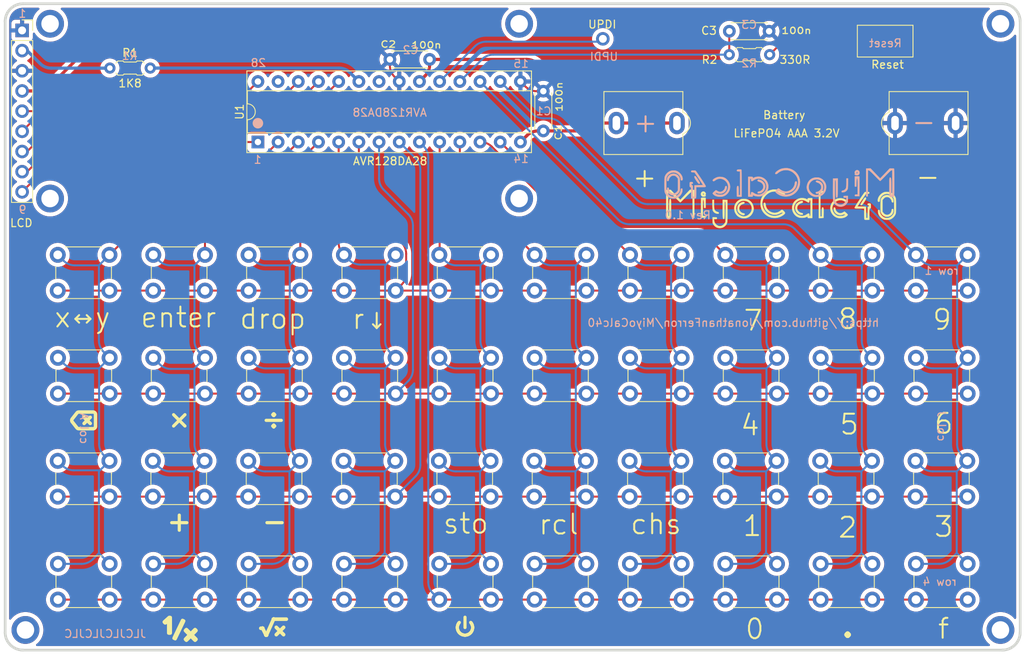
<source format=kicad_pcb>
(kicad_pcb (version 20211014) (generator pcbnew)
  (title_block (title "MiyoCalc40") (rev "1.0"))
  (layers (0 "F.Cu" signal) (31 "B.Cu" signal) (34 "B.Paste" user) (35 "F.Paste" user) (36 "B.SilkS" user "B.Silkscreen") (37 "F.SilkS" user "F.Silkscreen") (38 "B.Mask" user) (39 "F.Mask" user) (44 "Edge.Cuts" user))
  (net 0 "")
  (net 1 "GND")
  (net 2 "+3V3")
  (net 3 "/LCDLEDA")
  (net 4 "/colA")
  (net 5 "/LCDSCK")
  (net 6 "/LCDMOSI")
  (net 7 "/LCDRST")
  (net 8 "/LCDCD")
  (net 9 "/LCDCS")
  (net 10 "/colB")
  (net 11 "/colG")
  (net 12 "/colH")
  (net 13 "/colI")
  (net 14 "/colJ")
  (net 15 "/colC")
  (net 17 "/UPDI")
  (net 19 "/colD")
  (net 20 "/colE")
  (net 21 "/colF")
  (net 22 "/row1")
  (net 23 "/row2")
  (net 24 "/row3")
  (net 25 "/row4")
  (net 26 "Net-(C3-Pad1)")
  (net 27 "Net-(LCD1-Pad2)")
  (net 28 "Net-(JP1-Pad1)")
  (footprint "MiyoCalc footprints:SW_PUSH_6mm" (layer "F.Cu") (at 135.833332 120.1)
    (fp_text reference "SWc4")
    (fp_text value "√" hide)
  )
  (footprint "MiyoCalc footprints:SW_PUSH_6mm" (layer "F.Cu") (at 147.824998 81.2)
    (fp_text reference "SWd1")
    (fp_text value "r↓")
  )
  (footprint "Resistor_THT_AKL:R_Axial_DIN0204_L3.6mm_D1.6mm_P5.08mm_Horizontal" (layer "F.Cu") (at 118.38 57.69)
    (fp_text reference "R1")
    (fp_text value "1K8")
  )
  (footprint "MiyoCalc footprints:SW_PUSH_6mm" (layer "F.Cu") (at 207.783328 120.1)
    (fp_text reference "SWi4")
    (fp_text value ".")
  )
  (footprint "MiyoCalc footprints:SW_PUSH_6mm" (layer "F.Cu") (at 207.783328 94.166666)
    (fp_text reference "SWi2")
    (fp_text value "5")
  )
  (footprint "MiyoCalc footprints:MountingHole" (layer "F.Cu") (at 107.76 128.42)
    (fp_text reference "H3" hide)
    (fp_text value "M2")
  )
  (footprint "MiyoCalc footprints:SW_PUSH_6mm" (layer "F.Cu") (at 171.75833 107.133332)
    (fp_text reference "SWf3")
    (fp_text value "rcl")
  )
  (footprint "MiyoCalc footprints:SW_PUSH_6mm" (layer "F.Cu") (at 147.774998 107.133332)
    (fp_text reference "SWd3")
    (fp_text value "KEYSW" hide)
  )
  (footprint "MiyoCalc footprints:SW_PUSH_6mm" (layer "F.Cu") (at 111.85 120.1)
    (fp_text reference "SWa4")
    (fp_text value "KEYSW" hide)
  )
  (footprint "MiyoCalc footprints:SW_PUSH_6mm" (layer "F.Cu") (at 171.80833 81.2)
    (fp_text reference "SWf1")
    (fp_text value "KEYSW" hide)
  )
  (footprint "MiyoCalc footprints:SW_PUSH_6mm" (layer "F.Cu") (at 195.791662 94.166666)
    (fp_text reference "SWh2")
    (fp_text value "4")
  )
  (footprint "MiyoCalc footprints:SW_PUSH_6mm" (layer "F.Cu") (at 219.725 107.133332)
    (fp_text reference "SWj3")
    (fp_text value "3")
  )
  (footprint "MiyoCalc footprints:SW_PUSH_6mm" (layer "F.Cu") (at 111.825 81.2)
    (fp_text reference "SWa1")
    (fp_text value "x↔y")
  )
  (footprint "MiyoCalc footprints:SW_PUSH_6mm" (layer "F.Cu") (at 183.799996 81.2)
    (fp_text reference "SWg1")
    (fp_text value "KEYSW" hide)
  )
  (footprint "MiyoCalc footprints:SW_PUSH_6mm" (layer "F.Cu") (at 171.80833 120.1)
    (fp_text reference "SWf4")
    (fp_text value "KEYSW" hide)
  )
  (footprint "MiyoCalc footprints:BatteryHolder_AAA" (layer "F.Cu") (at 189.71 64.61)
    (fp_text reference "BAT1" hide)
    (fp_text value "Battery")
  )
  (footprint "MiyoCalc footprints:C_Disc_D4.3mm_W1.9mm_P5.00mm" (layer "F.Cu") (at 196.3 53.05)
    (fp_text reference "C3")
    (fp_text value "100n")
  )
  (footprint "MiyoCalc footprints:C_Disc_D4.3mm_W1.9mm_P5.00mm" (layer "F.Cu") (at 158.6 56.6 180)
    (fp_text reference "C2")
    (fp_text value "100n")
  )
  (footprint "MiyoCalc footprints:SW_PUSH_6mm" (layer "F.Cu") (at 147.824998 94.166666)
    (fp_text reference "SWd2")
    (fp_text value "KEYSW" hide)
  )
  (footprint "MiyoCalc footprints:SW_PUSH_6mm" (layer "F.Cu") (at 207.783328 81.2)
    (fp_text reference "SWi1")
    (fp_text value "8")
  )
  (footprint "MiyoCalc footprints:SW_PUSH_6mm" (layer "F.Cu") (at 135.833332 94.166666)
    (fp_text reference "SWc2")
    (fp_text value "÷")
  )
  (footprint "MiyoCalc footprints:SW_PUSH_6mm" (layer "F.Cu") (at 159.816664 81.2)
    (fp_text reference "SWe1")
    (fp_text value "KEYSW" hide)
  )
  (footprint "MiyoCalc footprints:SW_PUSH_6mm" (layer "F.Cu") (at 135.833332 81.2)
    (fp_text reference "SWc1")
    (fp_text value "drop")
  )
  (footprint "MiyoCalc footprints:SW_PUSH_6mm" (layer "F.Cu") (at 111.85 94.166666)
    (fp_text reference "SWa2")
    (fp_text value "←clx" hide)
  )
  (footprint "MiyoCalc footprints:MountingHole" (layer "F.Cu") (at 110.86 74.11)
    (fp_text reference "H6" hide)
    (fp_text value "M2")
  )
  (footprint "MiyoCalc footprints:SW_PUSH_6mm" (layer "F.Cu") (at 195.791662 120.1)
    (fp_text reference "SWh4")
    (fp_text value "0")
  )
  (footprint "MiyoCalc footprints:SW_PUSH_6mm" (layer "F.Cu") (at 207.733328 107.133332)
    (fp_text reference "SWi3")
    (fp_text value "2")
  )
  (footprint "MiyoCalc footprints:SW_PUSH_6mm" (layer "F.Cu") (at 135.783332 107.133332)
    (fp_text reference "SWc3")
    (fp_text value "-")
  )
  (footprint "MiyoCalc footprints:SW_PUSH_6mm" (layer "F.Cu") (at 123.841666 120.1)
    (fp_text reference "SWb4")
    (fp_text value "1/x" hide)
  )
  (footprint "MiyoCalc footprints:MountingHole" (layer "F.Cu") (at 230.4 128.42)
    (fp_text reference "H4" hide)
    (fp_text value "M2")
  )
  (footprint "MiyoCalc footprints:SW_PUSH_6mm" (layer "F.Cu") (at 195.791662 81.2)
    (fp_text reference "SWh1")
    (fp_text value "7")
  )
  (footprint "MiyoCalc footprints:C_Disc_D4.3mm_W1.9mm_P5.00mm" (layer "F.Cu") (at 172.9 65.6 90)
    (fp_text reference "C1")
    (fp_text value "100n")
  )
  (footprint "MiyoCalc footprints:SW_PUSH_6mm" (layer "F.Cu") (at 111.825 107.133332)
    (fp_text reference "SWa3")
    (fp_text value "KEYSW" hide)
  )
  (footprint "MiyoCalc footprints:SW_PUSH_6mm" (layer "F.Cu") (at 171.80833 94.166666)
    (fp_text reference "SWf2")
    (fp_text value "KEYSW" hide)
  )
  (footprint "MiyoCalc footprints:MountingHole" (layer "F.Cu") (at 230.4 52.11)
    (fp_text reference "H2" hide)
    (fp_text value "M2")
  )
  (footprint "MiyoCalc footprints:SW_PUSH_6mm" (layer "F.Cu") (at 123.841666 81.2)
    (fp_text reference "SWb1")
    (fp_text value "enter")
  )
  (footprint "Resistor_THT_AKL:R_Axial_DIN0204_L3.6mm_D1.6mm_P5.08mm_Horizontal" (layer "F.Cu") (at 196.29 56)
    (fp_text reference "R2")
    (fp_text value "330R")
  )
  (footprint "MiyoCalc footprints:DIP-28_W7.62mm_Socket" (layer "F.Cu") (at 137 67 90)
    (fp_text reference "U1")
    (fp_text value "AVR128DA28")
  )
  (footprint "MiyoCalc footprints:MountingHole" (layer "F.Cu") (at 110.86 52.11)
    (fp_text reference "H1" hide)
    (fp_text value "M2")
  )
  (footprint "MiyoCalc footprints:SW_PUSH_6mm" (layer "F.Cu") (at 147.824998 120.1)
    (fp_text reference "SWd4")
    (fp_text value "KEYSW" hide)
  )
  (footprint "MiyoCalc footprints:Reset Jumper 40" (layer "F.Cu") (at 215.9 54.3)
    (fp_text reference "JP1" hide)
    (fp_text value "SolderJumper_2_Open")
  )
  (footprint "MiyoCalc footprints:SW_PUSH_6mm" (layer "F.Cu") (at 219.775 94.166666)
    (fp_text reference "SWj2")
    (fp_text value "6")
  )
  (footprint "MiyoCalc footprints:SW_PUSH_6mm" (layer "F.Cu") (at 159.766664 107.133332)
    (fp_text reference "SWe3")
    (fp_text value "sto")
  )
  (footprint "MiyoCalc footprints:SW_PUSH_6mm" (layer "F.Cu") (at 159.816664 94.166666)
    (fp_text reference "SWe2")
    (fp_text value "KEYSW" hide)
  )
  (footprint "Connector_PinSocket_2.54mm:PinSocket_1x09_P2.54mm_Vertical" (layer "F.Cu") (at 107.34 52.95)
    (fp_text reference "LCD1" hide)
    (fp_text value "LCD")
  )
  (footprint "MiyoCalc footprints:SW_PUSH_6mm" (layer "F.Cu") (at 159.816664 120.1)
    (fp_text reference "SWe4")
    (fp_text value "wake" hide)
  )
  (footprint "MiyoCalc footprints:SW_PUSH_6mm" (layer "F.Cu") (at 219.775 120.1)
    (fp_text reference "SWj4")
    (fp_text value "f")
  )
  (footprint "MiyoCalc footprints:SW_PUSH_6mm" (layer "F.Cu") (at 123.841666 94.166666)
    (fp_text reference "SWb2")
    (fp_text value "×")
  )
  (footprint "MiyoCalc footprints:UPDI Port" (layer "F.Cu") (at 180.39 54.01)
    (fp_text reference "UPDI1" hide)
    (fp_text value "UPDI")
  )
  (footprint "MiyoCalc footprints:SW_PUSH_6mm" (layer "F.Cu") (at 219.775 81.2)
    (fp_text reference "SWj1")
    (fp_text value "9")
  )
  (footprint "MiyoCalc footprints:SW_PUSH_6mm" (layer "F.Cu") (at 195.741662 107.133332)
    (fp_text reference "SWh3")
    (fp_text value "1")
  )
  (footprint "MiyoCalc footprints:SW_PUSH_6mm" (layer "F.Cu") (at 183.799996 94.166666)
    (fp_text reference "SWg2")
    (fp_text value "KEYSW" hide)
  )
  (footprint "MiyoCalc footprints:SW_PUSH_6mm" (layer "F.Cu") (at 183.749996 107.133332)
    (fp_text reference "SWg3")
    (fp_text value "chs")
  )
  (footprint "MiyoCalc footprints:SW_PUSH_6mm" (layer "F.Cu") (at 123.791666 107.133332)
    (fp_text reference "SWb3")
    (fp_text value "+")
  )
  (footprint "MiyoCalc footprints:MountingHole" (layer "F.Cu") (at 169.86 74.11)
    (fp_text reference "H7" hide)
    (fp_text value "M2")
  )
  (footprint "MiyoCalc footprints:SW_PUSH_6mm" (layer "F.Cu") (at 183.799996 120.1)
    (fp_text reference "SWg4")
    (fp_text value "KEYSW" hide)
  )
  (footprint "MiyoCalc footprints:MountingHole" (layer "F.Cu") (at 169.86 52.11)
    (fp_text reference "H5" hide)
    (fp_text value "M2")
  )
  (gr_poly (pts (xy 189.358249 70.594631) (xy 189.397671 70.596616) (xy 189.436564 70.599925) (xy 189.474928 70.604557) (xy 189.512763 70.610513) (xy 189.55007 70.617792) (xy 189.586847 70.626394) (xy 189.623096 70.63632) (xy 189.623123 70.636324) (xy 189.662016 70.649818) (xy 189.70038 70.664899) (xy 189.738216 70.681568) (xy 189.775522 70.699824) (xy 189.812298 70.719668) (xy 189.848546 70.741099) (xy 189.884265 70.764118) (xy 189.919454 70.788724) (xy 189.954114 70.814918) (xy 189.988246 70.842699) (xy 190.021848 70.872068) (xy 190.054921 70.903024) (xy 190.087465 70.935567) (xy 190.11948 70.969698) (xy 190.150965 71.005417) (xy 190.181922 71.042723) (xy 190.21063 71.08079) (xy 190.237485 71.118791) (xy 190.262489 71.156726) (xy 190.28564 71.194594) (xy 190.306939 71.232397) (xy 190.326386 71.270133) (xy 190.343981 71.307803) (xy 190.359724 71.345407) (xy 190.373614 71.382945) (xy 190.385653 71.420416) (xy 190.395839 71.457821) (xy 190.404174 71.49516) (xy 190.410656 71.532433) (xy 190.415286 71.56964) (xy 190.418064 71.60678) (xy 190.41899 71.643854) (xy 190.41899 71.686205) (xy 190.417007 71.69229) (xy 190.415288 71.697846) (xy 190.413833 71.702872) (xy 190.412642 71.707368) (xy 190.412146 71.709417) (xy 190.411716 71.711334) (xy 190.411352 71.713119) (xy 190.411055 71.714771) (xy 190.410823 71.716291) (xy 190.410658 71.717679) (xy 190.410559 71.718934) (xy 190.410526 71.720056) (xy 190.409104 71.73236) (xy 190.40812 71.738214) (xy 190.406954 71.743869) (xy 190.405607 71.749326) (xy 190.404077 71.754585) (xy 190.402366 71.759645) (xy 190.400473 71.764507) (xy 190.398397 71.76917) (xy 190.39614 71.773635) (xy 190.393701 71.777901) (xy 190.39108 71.781969) (xy 190.388277 71.785839) (xy 190.385293 71.78951) (xy 190.382126 71.792983) (xy 190.378777 71.796257) (xy 190.375247 71.799333) (xy 190.371534 71.80221) (xy 190.36764 71.804889) (xy 190.363564 71.807369) (xy 190.359306 71.809652) (xy 190.354865 71.811735) (xy 190.350244 71.81362) (xy 190.34544 71.815307) (xy 190.340454 71.816795) (xy 190.335286 71.818085) (xy 190.329937 71.819177) (xy 190.324405 71.82007) (xy 190.318692 71.820764) (xy 190.312796 71.82126) (xy 190.30046 71.821657) (xy 190.295268 71.821624) (xy 190.290274 71.821525) (xy 190.285479 71.82136) (xy 190.280881 71.821129) (xy 190.276483 71.820832) (xy 190.272283 71.820469) (xy 190.268281 71.82004) (xy 190.264478 71.819545) (xy 190.260873 71.818984) (xy 190.257466 71.818357) (xy 190.254258 71.817664) (xy 190.251249 71.816905) (xy 190.248437 71.81608) (xy 190.245825 71.815188) (xy 190.243411 71.814231) (xy 190.241195 71.813208) (xy 190.238086 71.811055) (xy 190.235109 71.808837) (xy 190.232265 71.806553) (xy 190.229553 71.804203) (xy 190.226973 71.801787) (xy 190.224525 71.799305) (xy 190.22221 71.796757) (xy 190.220027 71.794144) (xy 190.217977 71.791464) (xy 190.216058 71.788718) (xy 190.214272 71.785906) (xy 190.212619 71.783028) (xy 190.211097 71.780085) (xy 190.209709 71.777075) (xy 190.208452 71.773999) (xy 190.207328 71.770857) (xy 190.205211 71.761596) (xy 190.203094 71.750748) (xy 190.200977 71.738313) (xy 190.19886 71.72429) (xy 190.196743 71.70868) (xy 190.194627 71.691483) (xy 190.190395 71.652326) (xy 190.179249 71.586875) (xy 190.164862 71.52387) (xy 190.147235 71.463314) (xy 190.126366 71.405204) (xy 190.102256 71.349542) (xy 190.074905 71.296328) (xy 190.044312 71.24556) (xy 190.010479 71.197241) (xy 189.973404 71.151368) (xy 189.933089 71.107944) (xy 189.889532 71.066966) (xy 189.842734 71.028436) (xy 189.792695 70.992353) (xy 189.739414 70.958718) (xy 189.682893 70.927531) (xy 189.62313 70.89879) (xy 189.602923 70.889563) (xy 189.582517 70.880931) (xy 189.561913 70.872894) (xy 189.54111 70.865453) (xy 189.520109 70.858607) (xy 189.49891 70.852356) (xy 189.477511 70.846701) (xy 189.455915 70.841641) (xy 189.43412 70.837176) (xy 189.412126 70.833307) (xy 189.389934 70.830033) (xy 189.367544 70.827354) (xy 189.344955 70.82527) (xy 189.322167 70.823782) (xy 189.299181 70.822889) (xy 189.275997 70.822592) (xy 189.245372 70.823154) (xy 189.214879 70.824841) (xy 189.184519 70.827652) (xy 189.154291 70.831587) (xy 189.124195 70.836648) (xy 189.094231 70.842832) (xy 189.0644 70.850142) (xy 189.034701 70.858575) (xy 189.005134 70.868133) (xy 188.975699 70.878816) (xy 188.946397 70.890623) (xy 188.917227 70.903555) (xy 188.888189 70.917612) (xy 188.859283 70.932792) (xy 188.830509 70.949098) (xy 188.801868 70.966528) (xy 188.77369 70.983891) (xy 188.746305 71.002114) (xy 188.719715 71.021196) (xy 188.693918 71.041139) (xy 188.668915 71.061942) (xy 188.644706 71.083604) (xy 188.62129 71.106127) (xy 188.598669 71.129509) (xy 188.576841 71.153752) (xy 188.555806 71.178854) (xy 188.535566 71.204817) (xy 188.516119 71.231639) (xy 188.497466 71.259321) (xy 188.479607 71.287864) (xy 188.462541 71.317266) (xy 188.44627 71.347528) (xy 188.439057 71.361452) (xy 188.432242 71.375706) (xy 188.425825 71.390291) (xy 188.419804 71.405207) (xy 188.414181 71.420453) (xy 188.408955 71.43603) (xy 188.404126 71.451938) (xy 188.399694 71.468177) (xy 188.395659 71.484747) (xy 188.392022 71.501647) (xy 188.388781 71.518878) (xy 188.385938 71.53644) (xy 188.383492 71.554333) (xy 188.381443 71.572556) (xy 188.379791 71.59111) (xy 188.378536 71.609995) (xy 188.374563 71.652989) (xy 188.371121 71.710007) (xy 188.365824 71.866111) (xy 188.362646 72.078306) (xy 188.361587 72.346594) (xy 188.362115 72.622289) (xy 188.363699 72.839776) (xy 188.366339 72.999054) (xy 188.368056 73.056864) (xy 188.370037 73.100122) (xy 188.371293 73.117949) (xy 188.372946 73.135445) (xy 188.374997 73.152611) (xy 188.377444 73.169445) (xy 188.380288 73.185949) (xy 188.383529 73.202122) (xy 188.387167 73.217964) (xy 188.391202 73.233475) (xy 188.395634 73.248656) (xy 188.400463 73.263506) (xy 188.405688 73.278025) (xy 188.411311 73.292213) (xy 188.41733 73.306071) (xy 188.423747 73.319598) (xy 188.43056 73.332794) (xy 188.43777 73.345659) (xy 188.455067 73.375953) (xy 188.473091 73.405454) (xy 188.491843 73.43416) (xy 188.511323 73.462073) (xy 188.53153 73.489193) (xy 188.552465 73.515519) (xy 188.574127 73.541051) (xy 188.596518 73.565789) (xy 188.619635 73.589734) (xy 188.643481 73.612885) (xy 188.668054 73.635242) (xy 188.693354 73.656806) (xy 188.719383 73.677576) (xy 188.746139 73.697553) (xy 188.773622 73.716735) (xy 188.801834 73.735124) (xy 188.830475 73.752553) (xy 188.859248 73.768857) (xy 188.888154 73.784037) (xy 188.917192 73.798093) (xy 188.946362 73.811024) (xy 188.975665 73.82283) (xy 189.0051 73.833513) (xy 189.034667 73.84307) (xy 189.064366 73.851504) (xy 189.094197 73.858813) (xy 189.124161 73.864997) (xy 189.154257 73.870057) (xy 189.184485 73.873993) (xy 189.214845 73.876804) (xy 189.245337 73.878491) (xy 189.275962 73.879053) (xy 189.30401 73.878391) (xy 189.333115 73.876406) (xy 189.363279 73.873097) (xy 189.3945 73.868465) (xy 189.426779 73.862509) (xy 189.460116 73.85523) (xy 189.494511 73.846628) (xy 189.529964 73.836702) (xy 189.561449 73.82559) (xy 189.592405 73.81342) (xy 189.622832 73.800191) (xy 189.65273 73.785903) (xy 189.682098 73.770558) (xy 189.710938 73.754154) (xy 189.739249 73.736691) (xy 189.76703 73.718171) (xy 189.794283 73.698591) (xy 189.821006 73.677954) (xy 189.8472 73.656258) (xy 189.872865 73.633504) (xy 189.898001 73.609692) (xy 189.922608 73.584821) (xy 189.946685 73.558892) (xy 189.970233 73.531904) (xy 189.991927 73.504156) (xy 190.012562 73.475945) (xy 190.032139 73.447271) (xy 190.050659 73.418133) (xy 190.06812 73.388533) (xy 190.084523 73.35847) (xy 190.099869 73.327943) (xy 190.114156 73.296954) (xy 190.127385 73.265502) (xy 190.139557 73.233586) (xy 190.15067 73.201208) (xy 190.160725 73.168366) (xy 190.169722 73.135062) (xy 190.177661 73.101294) (xy 190.184541 73.067063) (xy 190.190364 73.03237) (xy 190.194597 73.004192) (xy 190.198831 72.978925) (xy 190.200947 72.967383) (xy 190.203064 72.956568) (xy 190.205181 72.946481) (xy 190.207298 72.937122) (xy 190.209414 72.928491) (xy 190.211531 72.920587) (xy 190.213648 72.91341) (xy 190.215765 72.906961) (xy 190.217881 72.90124) (xy 190.219998 72.896246) (xy 190.222115 72.89198) (xy 190.224231 72.888441) (xy 190.226513 72.885365) (xy 190.229126 72.882488) (xy 190.232069 72.879809) (xy 190.235343 72.877329) (xy 190.238948 72.875047) (xy 190.242884 72.872963) (xy 190.24715 72.871078) (xy 190.251747 72.869392) (xy 190.256675 72.867904) (xy 190.261934 72.866614) (xy 190.267523 72.865523) (xy 190.273443 72.86463) (xy 190.279694 72.863936) (xy 190.286275 72.86344) (xy 190.293187 72.863142) (xy 190.30043 72.863043) (xy 190.308698 72.863175) (xy 190.316569 72.863572) (xy 190.324043 72.864233) (xy 190.331121 72.865158) (xy 190.334511 72.86572) (xy 190.337802 72.866349) (xy 190.340994 72.867043) (xy 190.344086 72.867803) (xy 190.347079 72.86863) (xy 190.349973 72.869522) (xy 190.352768 72.870481) (xy 190.355463 72.871506) (xy 190.35806 72.872597) (xy 190.360557 72.873754) (xy 190.362955 72.874977) (xy 190.365253 72.876266) (xy 190.367453 72.877621) (xy 190.369553 72.879043) (xy 190.371554 72.880531) (xy 190.373455 72.882084) (xy 190.375258 72.883704) (xy 190.376961 72.88539) (xy 190.378565 72.887142) (xy 190.38007 72.88896) (xy 190.381476 72.890845) (xy 190.382782 72.892795) (xy 190.383989 72.894812) (xy 190.385097 72.896894) (xy 190.38708 72.905096) (xy 190.3888 72.917002) (xy 190.390255 72.932613) (xy 190.391445 72.951927) (xy 190.392371 72.974946) (xy 190.393032 73.001669) (xy 190.393562 73.066229) (xy 190.391875 73.101055) (xy 190.388932 73.135682) (xy 190.384732 73.170111) (xy 190.379275 73.204342) (xy 190.372561 73.238374) (xy 190.364591 73.272208) (xy 190.355364 73.305843) (xy 190.344879 73.33928) (xy 190.333138 73.372518) (xy 190.320141 73.405558) (xy 190.305886 73.438399) (xy 190.290375 73.471042) (xy 190.273607 73.503487) (xy 190.255582 73.535733) (xy 190.236301 73.567781) (xy 190.215762 73.59963) (xy 190.19314 73.63095) (xy 190.169725 73.661409) (xy 190.145515 73.691009) (xy 190.120512 73.719749) (xy 190.094716 73.747629) (xy 190.068125 73.774649) (xy 190.040741 73.800809) (xy 190.012563 73.82611) (xy 189.983591 73.85055) (xy 189.953826 73.874131) (xy 189.923267 73.896852) (xy 189.891914 73.918713) (xy 189.859767 73.939715) (xy 189.826826 73.959856) (xy 189.793092 73.979138) (xy 189.758563 73.99756) (xy 189.73485 74.008839) (xy 189.710276 74.019389) (xy 189.684843 74.029213) (xy 189.65855 74.038308) (xy 189.631397 74.046676) (xy 189.603384 74.054316) (xy 189.574511 74.061228) (xy 189.544779 74.067413) (xy 189.514186 74.07287) (xy 189.482734 74.077599) (xy 189.450422 74.081601) (xy 189.41725 74.084875) (xy 189.383218 74.087422) (xy 189.348326 74.089241) (xy 189.312574 74.090332) (xy 189.275962 74.090696) (xy 189.238326 74.090332) (xy 189.201615 74.089241) (xy 189.165831 74.087422) (xy 189.130972 74.084875) (xy 189.09704 74.081601) (xy 189.064033 74.077599) (xy 189.031952 74.07287) (xy 189.000798 74.067413) (xy 188.970569 74.061228) (xy 188.941266 74.054316) (xy 188.91289 74.046676) (xy 188.885439 74.038308) (xy 188.858914 74.029213) (xy 188.833316 74.019389) (xy 188.808643 74.008839) (xy 188.784896 73.99756) (xy 188.73909 73.97355) (xy 188.694806 73.948084) (xy 188.652043 73.921163) (xy 188.610801 73.892786) (xy 188.57108 73.862955) (xy 188.532881 73.831668) (xy 188.496204 73.798925) (xy 188.461048 73.764728) (xy 188.427413 73.729075) (xy 188.395299 73.691967) (xy 188.364707 73.653404) (xy 188.335636 73.613386) (xy 188.308086 73.571912) (xy 188.282058 73.528984) (xy 188.257551 73.4846) (xy 188.234565 73.438761) (xy 188.226328 73.419777) (xy 188.218555 73.400925) (xy 188.211244 73.382206) (xy 188.204397 73.363619) (xy 188.198013 73.345164) (xy 188.192093 73.326842) (xy 188.186636 73.308652) (xy 188.181642 73.290594) (xy 188.177111 73.272669) (xy 188.173043 73.254876) (xy 188.169439 73.237215) (xy 188.166298 73.219686) (xy 188.16362 73.20229) (xy 188.161406 73.185027) (xy 188.159655 73.167895) (xy 188.158367 73.150896) (xy 188.154394 73.106843) (xy 188.150952 73.046651) (xy 188.145655 72.877848) (xy 188.142477 72.644487) (xy 188.141418 72.346567) (xy 188.142477 72.055527) (xy 188.143801 71.933026) (xy 188.145655 71.82587) (xy 188.148039 71.73406) (xy 188.150952 71.657595) (xy 188.154394 71.596476) (xy 188.158367 71.550703) (xy 188.159623 71.531752) (xy 188.161276 71.513) (xy 188.163327 71.494446) (xy 188.165774 71.47609) (xy 188.168618 71.457933) (xy 188.171859 71.439975) (xy 188.175497 71.422215) (xy 188.179532 71.404653) (xy 188.183964 71.38729) (xy 188.188793 71.370125) (xy 188.194018 71.353159) (xy 188.199641 71.336391) (xy 188.205661 71.319821) (xy 188.212077 71.30345) (xy 188.21889 71.287277) (xy 188.2261 71.271303) (xy 188.248127 71.225398) (xy 188.271873 71.180816) (xy 188.297339 71.137556) (xy 188.324525 71.09562) (xy 188.35343 71.055006) (xy 188.384055 71.015716) (xy 188.4164 70.977748) (xy 188.450465 70.941103) (xy 188.48625 70.905782) (xy 188.523754 70.871783) (xy 188.562978 70.839107) (xy 188.603922 70.807754) (xy 188.646586 70.777723) (xy 188.69097 70.749016) (xy 188.737073 70.721631) (xy 188.784896 70.69557) (xy 188.808808 70.683267) (xy 188.833977 70.671757) (xy 188.860403 70.661042) (xy 188.888085 70.65112) (xy 188.917025 70.641991) (xy 188.947221 70.633657) (xy 188.978673 70.626116) (xy 189.011383 70.619369) (xy 189.045349 70.613416) (xy 189.080571 70.608257) (xy 189.117051 70.603891) (xy 189.154787 70.600319) (xy 189.19378 70.597541) (xy 189.234029 70.595557) (xy 189.318298 70.593969)) (layer "B.SilkS") (width 0.05) (fill solid))
  (gr_poly (pts (xy 199.998411 71.737633) (xy 200.013757 71.739618) (xy 200.032278 71.742927) (xy 200.053974 71.747559) (xy 200.078845 71.753515) (xy 200.106891 71.760794) (xy 200.138111 71.769396) (xy 200.172507 71.779322) (xy 200.172507 71.779306) (xy 200.199891 71.788236) (xy 200.227011 71.798091) (xy 200.253866 71.808873) (xy 200.280456 71.820581) (xy 200.306782 71.833215) (xy 200.332843 71.846775) (xy 200.35864 71.861261) (xy 200.384172 71.876673) (xy 200.40944 71.893011) (xy 200.434442 71.910275) (xy 200.459181 71.928465) (xy 200.483655 71.947582) (xy 200.507864 71.967624) (xy 200.531809 71.988593) (xy 200.55549 72.010487) (xy 200.578906 72.033308) (xy 200.600568 72.056657) (xy 200.621107 72.080139) (xy 200.640521 72.103752) (xy 200.65881 72.127499) (xy 200.675975 72.151377) (xy 200.692015 72.175388) (xy 200.706931 72.199531) (xy 200.720722 72.223806) (xy 200.733389 72.248214) (xy 200.744931 72.272754) (xy 200.755349 72.297426) (xy 200.764642 72.322231) (xy 200.772811 72.347168) (xy 200.779856 72.372238) (xy 200.785776 72.397439) (xy 200.790572 72.422773) (xy 200.79454 72.447512) (xy 200.79798 72.470928) (xy 200.80089 72.493021) (xy 200.803271 72.513791) (xy 200.805124 72.533237) (xy 200.806447 72.551361) (xy 200.807241 72.568162) (xy 200.807505 72.583639) (xy 200.806645 72.62465) (xy 200.804065 72.665131) (xy 200.799766 72.705083) (xy 200.793747 72.744506) (xy 200.786007 72.7834) (xy 200.776548 72.821765) (xy 200.76537 72.8596) (xy 200.752471 72.896907) (xy 200.737853 72.933684) (xy 200.721514 72.969932) (xy 200.703457 73.00565) (xy 200.683679 73.04084) (xy 200.662181 73.0755) (xy 200.638964 73.109631) (xy 200.614027 73.143233) (xy 200.58737 73.176306) (xy 200.558465 73.208124) (xy 200.528897 73.237958) (xy 200.498668 73.265807) (xy 200.467778 73.291672) (xy 200.436227 73.315551) (xy 200.404014 73.337446) (xy 200.371139 73.357357) (xy 200.337603 73.375282) (xy 200.303406 73.391223) (xy 200.268547 73.40518) (xy 200.233027 73.417151) (xy 200.196845 73.427138) (xy 200.160002 73.435141) (xy 200.122497 73.441159) (xy 200.084331 73.445192) (xy 200.045504 73.447241) (xy 200.015341 73.449089) (xy 199.988354 73.45041) (xy 199.964541 73.451202) (xy 199.943903 73.451466) (xy 199.934775 73.4514) (xy 199.926441 73.451202) (xy 199.9189 73.450872) (xy 199.912153 73.45041) (xy 199.9062 73.449816) (xy 199.901041 73.449089) (xy 199.896675 73.448231) (xy 199.893103 73.447241) (xy 199.890027 73.444925) (xy 199.88715 73.442213) (xy 199.884471 73.439103) (xy 199.881991 73.435597) (xy 199.879709 73.431694) (xy 199.877626 73.427394) (xy 199.875741 73.422697) (xy 199.874054 73.417604) (xy 199.872566 73.412113) (xy 199.871276 73.406226) (xy 199.870185 73.399942) (xy 199.869292 73.393261) (xy 199.868598 73.386184) (xy 199.868102 73.378709) (xy 199.867804 73.370838) (xy 199.867705 73.36257) (xy 199.867804 73.355328) (xy 199.868102 73.348418) (xy 199.868598 73.341838) (xy 199.869292 73.335588) (xy 199.870185 73.329669) (xy 199.871276 73.32408) (xy 199.872566 73.318822) (xy 199.874054 73.313895) (xy 199.874872 73.311555) (xy 199.875741 73.309298) (xy 199.876658 73.307123) (xy 199.877626 73.305031) (xy 199.878642 73.303022) (xy 199.879709 73.301095) (xy 199.880825 73.299251) (xy 199.881991 73.297489) (xy 199.883206 73.29581) (xy 199.884471 73.294214) (xy 199.885786 73.2927) (xy 199.88715 73.291269) (xy 199.888564 73.289921) (xy 199.890027 73.288655) (xy 199.89154 73.287472) (xy 199.893103 73.286371) (xy 199.896543 73.283229) (xy 199.900512 73.280153) (xy 199.90501 73.277143) (xy 199.910037 73.274199) (xy 199.915593 73.271321) (xy 199.921679 73.268509) (xy 199.928293 73.265763) (xy 199.935437 73.263083) (xy 199.94311 73.260469) (xy 199.951312 73.257921) (xy 199.969304 73.253023) (xy 199.989412 73.24839) (xy 200.011637 73.24402) (xy 200.043024 73.237174) (xy 200.073682 73.229336) (xy 200.103614 73.220506) (xy 200.132817 73.210683) (xy 200.161293 73.199868) (xy 200.189042 73.188061) (xy 200.216062 73.175262) (xy 200.242355 73.161471) (xy 200.267921 73.146687) (xy 200.292759 73.130912) (xy 200.316869 73.114144) (xy 200.340251 73.096384) (xy 200.362906 73.077631) (xy 200.384833 73.057887) (xy 200.406033 73.03715) (xy 200.426505 73.015421) (xy 200.445984 72.99303) (xy 200.464207 72.970309) (xy 200.481173 72.947257) (xy 200.496883 72.923875) (xy 200.511336 72.900161) (xy 200.524532 72.876117) (xy 200.536471 72.851742) (xy 200.547153 72.827037) (xy 200.556579 72.802001) (xy 200.564748 72.776634) (xy 200.571661 72.750936) (xy 200.577316 72.724908) (xy 200.581715 72.698548) (xy 200.584857 72.671859) (xy 200.586742 72.644838) (xy 200.58737 72.617487) (xy 200.587106 72.600553) (xy 200.586312 72.58362) (xy 200.584989 72.566686) (xy 200.583137 72.549753) (xy 200.580756 72.532819) (xy 200.577845 72.515886) (xy 200.574405 72.498953) (xy 200.570436 72.48202) (xy 200.565938 72.465087) (xy 200.560911 72.448154) (xy 200.555355 72.431221) (xy 200.54927 72.414288) (xy 200.542655 72.397355) (xy 200.535511 72.380422) (xy 200.527839 72.363489) (xy 200.519637 72.346556) (xy 200.502802 72.314343) (xy 200.48405 72.283321) (xy 200.46338 72.253489) (xy 200.440791 72.224848) (xy 200.416284 72.197397) (xy 200.389859 72.171137) (xy 200.361516 72.146068) (xy 200.331255 72.122189) (xy 200.299075 72.099501) (xy 200.264977 72.078003) (xy 200.228961 72.057696) (xy 200.191026 72.03858) (xy 200.151174 72.020654) (xy 200.109403 72.003918) (xy 200.065713 71.988374) (xy 200.020106 71.97402) (xy 199.999601 71.967538) (xy 199.980418 71.960791) (xy 199.962559 71.953779) (xy 199.946023 71.946503) (xy 199.93825 71.942766) (xy 199.930809 71.938963) (xy 199.923698 71.935093) (xy 199.916918 71.931158) (xy 199.910469 71.927156) (xy 199.90435 71.923088) (xy 199.898563 71.918954) (xy 199.893106 71.914754) (xy 199.887979 71.910487) (xy 199.883184 71.906155) (xy 199.878719 71.901756) (xy 199.874584 71.897292) (xy 199.870781 71.892761) (xy 199.867308 71.888164) (xy 199.864166 71.883501) (xy 199.861355 71.878771) (xy 199.858875 71.873976) (xy 199.856725 71.869114) (xy 199.854906 71.864187) (xy 199.853417 71.859193) (xy 199.85226 71.854133) (xy 199.851433 71.849007) (xy 199.850937 71.843815) (xy 199.850771 71.838556) (xy 199.850937 71.83234) (xy 199.851144 71.829332) (xy 199.851433 71.826389) (xy 199.851805 71.823512) (xy 199.85226 71.820702) (xy 199.852797 71.817957) (xy 199.853417 71.815279) (xy 199.85412 71.812667) (xy 199.854906 71.81012) (xy 199.855774 71.80764) (xy 199.856725 71.805226) (xy 199.857758 71.802878) (xy 199.858874 71.800596) (xy 199.860073 71.79838) (xy 199.861355 71.796231) (xy 199.862719 71.794147) (xy 199.864166 71.792129) (xy 199.865696 71.790178) (xy 199.867308 71.788293) (xy 199.869003 71.786473) (xy 199.870781 71.78472) (xy 199.872641 71.783033) (xy 199.874585 71.781412) (xy 199.87661 71.779857) (xy 199.878719 71.778368) (xy 199.88091 71.776945) (xy 199.883184 71.775588) (xy 199.885541 71.774298) (xy 199.88798 71.773073) (xy 199.890502 71.771915) (xy 199.893107 71.770822) (xy 199.899423 71.766723) (xy 199.905673 71.762888) (xy 199.911858 71.759318) (xy 199.917976 71.756012) (xy 199.924028 71.752971) (xy 199.930014 71.750194) (xy 199.935933 71.747682) (xy 199.941787 71.745434) (xy 199.947575 71.74345) (xy 199.953297 71.741731) (xy 199.958952 71.740277) (xy 199.964542 71.739087) (xy 199.970065 71.738161) (xy 199.975522 71.7375) (xy 199.980914 71.737103) (xy 199.986239 71.736971)) (layer "B.SilkS") (width 0.05) (fill solid))
  (gr_poly (pts (xy 195.196377 71.391308) (xy 195.264508 71.395673) (xy 195.330786 71.402949) (xy 195.395211 71.413136) (xy 195.457785 71.426233) (xy 195.518507 71.442241) (xy 195.577376 71.461158) (xy 195.634394 71.482987) (xy 195.689559 71.507726) (xy 195.742872 71.535375) (xy 195.794334 71.565934) (xy 195.843943 71.599404) (xy 195.8917 71.635785) (xy 195.937605 71.675075) (xy 195.981659 71.717277) (xy 196.02386 71.762388) (xy 196.023852 71.7624) (xy 196.050873 71.792298) (xy 196.076901 71.822725) (xy 196.101937 71.853682) (xy 196.125981 71.885167) (xy 196.149033 71.917182) (xy 196.171093 71.949726) (xy 196.19216 71.982799) (xy 196.212236 72.016401) (xy 196.231319 72.050532) (xy 196.24941 72.085193) (xy 196.266508 72.120382) (xy 196.282615 72.156101) (xy 196.297729 72.192348) (xy 196.311851 72.229125) (xy 196.324981 72.266431) (xy 196.337119 72.304266) (xy 196.349025 72.344482) (xy 196.359344 72.384698) (xy 196.368075 72.424915) (xy 196.375219 72.465132) (xy 196.380775 72.505349) (xy 196.384744 72.545567) (xy 196.387125 72.585784) (xy 196.387919 72.626001) (xy 196.387059 72.673427) (xy 196.384479 72.720455) (xy 196.38018 72.767087) (xy 196.37416 72.813322) (xy 196.366421 72.859161) (xy 196.356962 72.904602) (xy 196.345783 72.949647) (xy 196.332885 72.994295) (xy 196.318266 73.038546) (xy 196.301928 73.082401) (xy 196.28387 73.125858) (xy 196.264093 73.168919) (xy 196.242595 73.211583) (xy 196.219378 73.25385) (xy 196.194441 73.295721) (xy 196.167784 73.337194) (xy 196.138713 73.377709) (xy 196.10865 73.416702) (xy 196.077594 73.454174) (xy 196.045547 73.490125) (xy 196.012507 73.524554) (xy 195.978475 73.557462) (xy 195.943451 73.588848) (xy 195.907434 73.618713) (xy 195.870426 73.647057) (xy 195.832425 73.67388) (xy 195.793433 73.699181) (xy 195.753448 73.72296) (xy 195.712471 73.745219) (xy 195.670502 73.765956) (xy 195.62754 73.785172) (xy 195.583587 73.802866) (xy 195.559113 73.812093) (xy 195.534374 73.820724) (xy 195.509371 73.82876) (xy 195.484104 73.836201) (xy 195.458572 73.843047) (xy 195.432775 73.849297) (xy 195.406714 73.854952) (xy 195.380388 73.860012) (xy 195.353797 73.864476) (xy 195.326942 73.868346) (xy 195.299822 73.87162) (xy 195.272438 73.874298) (xy 195.244789 73.876382) (xy 195.216876 73.87787) (xy 195.188697 73.878763) (xy 195.160254 73.879061) (xy 195.087329 73.877804) (xy 195.016719 73.874034) (xy 194.948424 73.86775) (xy 194.882444 73.858953) (xy 194.818779 73.847642) (xy 194.757429 73.833817) (xy 194.698394 73.81748) (xy 194.641675 73.798628) (xy 194.58727 73.777263) (xy 194.53518 73.753385) (xy 194.485405 73.726993) (xy 194.437946 73.698087) (xy 194.392801 73.666668) (xy 194.349972 73.632735) (xy 194.309458 73.596289) (xy 194.271258 73.557329) (xy 194.265107 73.551014) (xy 194.259352 73.544765) (xy 194.253994 73.538582) (xy 194.249033 73.532464) (xy 194.244469 73.526412) (xy 194.240302 73.520427) (xy 194.236532 73.514507) (xy 194.233158 73.508653) (xy 194.230182 73.502864) (xy 194.227602 73.497142) (xy 194.225419 73.491486) (xy 194.223633 73.485895) (xy 194.222244 73.480371) (xy 194.221252 73.474912) (xy 194.220656 73.46952) (xy 194.220458 73.464193) (xy 194.221318 73.455264) (xy 194.223898 73.445408) (xy 194.228197 73.434626) (xy 194.234217 73.422919) (xy 194.241956 73.410285) (xy 194.251415 73.396725) (xy 194.262594 73.382239) (xy 194.275492 73.366827) (xy 194.290111 73.350489) (xy 194.306449 73.333225) (xy 194.324507 73.315034) (xy 194.344284 73.295918) (xy 194.365782 73.275875) (xy 194.388999 73.254907) (xy 194.440593 73.210192) (xy 194.618392 73.066263) (xy 194.821593 73.184793) (xy 194.844678 73.196072) (xy 194.867366 73.206622) (xy 194.889656 73.216445) (xy 194.91155 73.225541) (xy 194.933047 73.233909) (xy 194.954148 73.241549) (xy 194.974851 73.248461) (xy 194.995158 73.254646) (xy 195.015067 73.260103) (xy 195.03458 73.264832) (xy 195.053697 73.268834) (xy 195.072416 73.272108) (xy 195.090738 73.274655) (xy 195.108664 73.276474) (xy 195.126193 73.277565) (xy 195.143325 73.277929) (xy 195.163433 73.277499) (xy 195.183541 73.276209) (xy 195.203649 73.27406) (xy 195.223757 73.27105) (xy 195.243866 73.26718) (xy 195.263974 73.262451) (xy 195.284082 73.256862) (xy 195.304191 73.250412) (xy 195.324299 73.243103) (xy 195.344407 73.234934) (xy 195.364516 73.225906) (xy 195.384624 73.216017) (xy 195.404732 73.205268) (xy 195.42484 73.19366) (xy 195.444948 73.181192) (xy 195.465056 73.167864) (xy 195.479774 73.158107) (xy 195.494293 73.147888) (xy 195.508613 73.137205) (xy 195.522735 73.126059) (xy 195.536659 73.114451) (xy 195.550384 73.102379) (xy 195.563911 73.089844) (xy 195.57724 73.076846) (xy 195.59037 73.063386) (xy 195.603301 73.049462) (xy 195.616034 73.035075) (xy 195.628569 73.020226) (xy 195.640905 73.004913) (xy 195.653043 72.989138) (xy 195.664982 72.972899) (xy 195.676723 72.956198) (xy 195.686975 72.939396) (xy 195.696567 72.92286) (xy 195.705497 72.906587) (xy 195.713765 72.89058) (xy 195.721372 72.874837) (xy 195.728317 72.859359) (xy 195.734601 72.844145) (xy 195.740223 72.829196) (xy 195.745184 72.814512) (xy 195.749484 72.800092) (xy 195.753122 72.785937) (xy 195.756098 72.772046) (xy 195.758413 72.75842) (xy 195.760067 72.745059) (xy 195.761059 72.731962) (xy 195.76139 72.719129) (xy 195.761555 72.710729) (xy 195.762051 72.702461) (xy 195.762878 72.694325) (xy 195.764036 72.686322) (xy 195.765524 72.678451) (xy 195.767343 72.670712) (xy 195.769493 72.663106) (xy 195.771973 72.655631) (xy 195.774784 72.64829) (xy 195.777927 72.64108) (xy 195.781399 72.634002) (xy 195.785203 72.627057) (xy 195.789337 72.620244) (xy 195.793803 72.613564) (xy 195.798598 72.607015) (xy 195.803725 72.600599) (xy 195.808025 72.594448) (xy 195.812457 72.588693) (xy 195.817021 72.583335) (xy 195.821718 72.578374) (xy 195.826546 72.57381) (xy 195.831507 72.569643) (xy 195.8366 72.565872) (xy 195.841826 72.562499) (xy 195.847184 72.559522) (xy 195.852674 72.556943) (xy 195.858296 72.55476) (xy 195.864051 72.552974) (xy 195.869938 72.551585) (xy 195.875957 72.550593) (xy 195.882109 72.549997) (xy 195.888392 72.549799) (xy 195.891534 72.549832) (xy 195.89461 72.549931) (xy 195.89762 72.550096) (xy 195.900564 72.550327) (xy 195.903441 72.550624) (xy 195.906253 72.550987) (xy 195.908998 72.551416) (xy 195.911677 72.551911) (xy 195.91429 72.552472) (xy 195.916837 72.553099) (xy 195.919318 72.553792) (xy 195.921732 72.554551) (xy 195.924081 72.555376) (xy 195.926363 72.556268) (xy 195.928578 72.557225) (xy 195.930728 72.558248) (xy 195.936813 72.561126) (xy 195.94237 72.565524) (xy 195.947397 72.571444) (xy 195.951895 72.578886) (xy 195.955863 72.587848) (xy 195.959303 72.598333) (xy 195.962213 72.610338) (xy 195.964594 72.623865) (xy 195.966446 72.638913) (xy 195.967769 72.655483) (xy 195.968563 72.673574) (xy 195.968828 72.693186) (xy 195.968563 72.71432) (xy 195.96777 72.736974) (xy 195.964595 72.786848) (xy 195.958113 72.833812) (xy 195.949249 72.879453) (xy 195.938005 72.923771) (xy 195.924379 72.966766) (xy 195.908372 73.008438) (xy 195.889983 73.048787) (xy 195.869214 73.087813) (xy 195.846063 73.125516) (xy 195.82053 73.161896) (xy 195.792617 73.196953) (xy 195.762322 73.230688) (xy 195.729646 73.263099) (xy 195.694589 73.294187) (xy 195.65715 73.323953) (xy 195.617331 73.352395) (xy 195.57513 73.379515) (xy 195.553599 73.392843) (xy 195.531341 73.405311) (xy 195.508355 73.416919) (xy 195.484642 73.427668) (xy 195.460201 73.437556) (xy 195.435032 73.446585) (xy 195.409136 73.454754) (xy 195.382512 73.462063) (xy 195.355161 73.468512) (xy 195.327082 73.474102) (xy 195.298275 73.478831) (xy 195.268741 73.482701) (xy 195.238479 73.48571) (xy 195.20749 73.48786) (xy 195.175773 73.48915) (xy 195.143329 73.48958) (xy 195.113067 73.489315) (xy 195.083665 73.488522) (xy 195.055123 73.487199) (xy 195.027441 73.485347) (xy 195.000619 73.482966) (xy 194.974657 73.480056) (xy 194.949555 73.476617) (xy 194.925313 73.472648) (xy 194.90193 73.46815) (xy 194.879407 73.463124) (xy 194.857745 73.457568) (xy 194.836942 73.451482) (xy 194.816998 73.444868) (xy 194.797915 73.437725) (xy 194.779692 73.430052) (xy 194.762328 73.42185) (xy 194.748768 73.414835) (xy 194.735605 73.408614) (xy 194.722838 73.403187) (xy 194.710469 73.398554) (xy 194.698496 73.394716) (xy 194.68692 73.391671) (xy 194.675741 73.389421) (xy 194.664959 73.387964) (xy 194.654574 73.387302) (xy 194.649531 73.387269) (xy 194.644586 73.387434) (xy 194.639741 73.387798) (xy 194.634995 73.38836) (xy 194.630349 73.389121) (xy 194.625801 73.39008) (xy 194.621353 73.391238) (xy 194.617004 73.392594) (xy 194.612754 73.394149) (xy 194.608603 73.395902) (xy 194.604552 73.397854) (xy 194.6006 73.400005) (xy 194.596747 73.402354) (xy 194.592994 73.404901) (xy 194.586842 73.410092) (xy 194.581087 73.415084) (xy 194.57573 73.419878) (xy 194.570769 73.424474) (xy 194.566205 73.428871) (xy 194.562037 73.433071) (xy 194.558267 73.437072) (xy 194.554894 73.440875) (xy 194.551917 73.44448) (xy 194.549337 73.447887) (xy 194.547154 73.451096) (xy 194.545368 73.454107) (xy 194.544624 73.455537) (xy 194.543979 73.456919) (xy 194.543434 73.458251) (xy 194.542987 73.459533) (xy 194.54264 73.460766) (xy 194.542392 73.461949) (xy 194.542243 73.463082) (xy 194.542193 73.464167) (xy 194.542789 73.46754) (xy 194.544575 73.47131) (xy 194.547551 73.475478) (xy 194.551718 73.480042) (xy 194.557076 73.485003) (xy 194.563625 73.49036) (xy 194.571364 73.496115) (xy 194.580294 73.502267) (xy 194.601725 73.515761) (xy 194.627919 73.530842) (xy 194.658875 73.547511) (xy 194.694594 73.565767) (xy 194.715298 73.574995) (xy 194.737192 73.583627) (xy 194.760277 73.591663) (xy 194.784552 73.599105) (xy 194.810018 73.605951) (xy 194.836675 73.612201) (xy 194.864522 73.617857) (xy 194.89356 73.622917) (xy 194.923789 73.627381) (xy 194.955208 73.631251) (xy 195.021619 73.637204) (xy 195.092792 73.640775) (xy 195.168727 73.641966) (xy 195.200013 73.641701) (xy 195.230374 73.640908) (xy 195.259808 73.639585) (xy 195.288317 73.637733) (xy 195.3159 73.635352) (xy 195.342556 73.632442) (xy 195.368287 73.629002) (xy 195.393091 73.625034) (xy 195.41697 73.620536) (xy 195.439922 73.615509) (xy 195.461949 73.609953) (xy 195.48305 73.603868) (xy 195.503224 73.597254) (xy 195.522473 73.59011) (xy 195.540796 73.582438) (xy 195.558192 73.574236) (xy 195.598806 73.551482) (xy 195.638097 73.527669) (xy 195.676065 73.502798) (xy 195.71271 73.476869) (xy 195.748032 73.449881) (xy 195.782031 73.421835) (xy 195.814707 73.392731) (xy 195.84606 73.362568) (xy 195.87609 73.331347) (xy 195.904797 73.299068) (xy 195.932181 73.26573) (xy 195.958243 73.231334) (xy 195.982981 73.19588) (xy 196.006396 73.159367) (xy 196.028489 73.121796) (xy 196.049258 73.083166) (xy 196.061561 73.057601) (xy 196.073071 73.031706) (xy 196.083787 73.005479) (xy 196.093708 72.978922) (xy 196.102837 72.952035) (xy 196.111171 72.924816) (xy 196.118712 72.897267) (xy 196.125458 72.869387) (xy 196.131412 72.841176) (xy 196.136571 72.812634) (xy 196.140937 72.783761) (xy 196.144508 72.754558) (xy 196.147287 72.725024) (xy 196.149271 72.695158) (xy 196.150462 72.664962) (xy 196.150858 72.634436) (xy 196.150495 72.605001) (xy 196.149403 72.575963) (xy 196.147584 72.547322) (xy 196.145038 72.519078) (xy 196.141764 72.49123) (xy 196.137762 72.46378) (xy 196.133033 72.436726) (xy 196.127576 72.410069) (xy 196.121391 72.383809) (xy 196.114479 72.357945) (xy 196.106839 72.332479) (xy 196.098472 72.307409) (xy 196.089377 72.282737) (xy 196.079555 72.258461) (xy 196.069005 72.234582) (xy 196.057727 72.2111) (xy 196.023894 72.151238) (xy 195.98801 72.094418) (xy 195.950075 72.040642) (xy 195.91009 71.989908) (xy 195.868055 71.942217) (xy 195.823969 71.897569) (xy 195.777832 71.855963) (xy 195.729645 71.8174) (xy 195.679407 71.78188) (xy 195.627119 71.749402) (xy 195.57278 71.719967) (xy 195.516391 71.693575) (xy 195.457951 71.670225) (xy 195.39746 71.649918) (xy 195.334919 71.632654) (xy 195.270328 71.618433) (xy 195.258819 71.616452) (xy 195.245457 71.614736) (xy 195.230244 71.613283) (xy 195.213179 71.612095) (xy 195.194261 71.611171) (xy 195.173491 71.610511) (xy 195.150869 71.610115) (xy 195.126395 71.609983) (xy 195.087403 71.610744) (xy 195.04874 71.613026) (xy 195.010409 71.616829) (xy 194.972409 71.622154) (xy 194.934739 71.629) (xy 194.8974 71.637368) (xy 194.860391 71.647257) (xy 194.823713 71.658667) (xy 194.787366 71.671599) (xy 194.75135 71.686052) (xy 194.715664 71.702026) (xy 194.68031 71.719522) (xy 194.645285 71.738539) (xy 194.610592 71.759078) (xy 194.576229 71.781138) (xy 194.542197 71.80472) (xy 194.524437 71.818048) (xy 194.50714 71.830516) (xy 194.490306 71.842124) (xy 194.473935 71.852873) (xy 194.458027 71.862762) (xy 194.442582 71.87179) (xy 194.427601 71.879959) (xy 194.413082 71.887268) (xy 194.399026 71.893718) (xy 194.385433 71.899307) (xy 194.372303 71.904036) (xy 194.359636 71.907906) (xy 194.347432 71.910916) (xy 194.335691 71.913065) (xy 194.324413 71.914355) (xy 194.313598 71.914785) (xy 194.306321 71.914554) (xy 194.302782 71.914264) (xy 194.29931 71.913859) (xy 194.295903 71.913338) (xy 194.292563 71.912702) (xy 194.289288 71.911949) (xy 194.28608 71.911081) (xy 194.282938 71.910097) (xy 194.279863 71.908997) (xy 194.276853 71.907782) (xy 194.273909 71.906451) (xy 194.271032 71.905004) (xy 194.268221 71.903441) (xy 194.265476 71.901763) (xy 194.262797 71.899969) (xy 194.260184 71.898059) (xy 194.257638 71.896033) (xy 194.255157 71.893891) (xy 194.252743 71.891634) (xy 194.250395 71.889261) (xy 194.248113 71.886773) (xy 194.245897 71.884168) (xy 194.243747 71.881448) (xy 194.241664 71.878612) (xy 194.239646 71.875661) (xy 194.23581 71.86941) (xy 194.232238 71.862697) (xy 194.22893 71.85552) (xy 194.220466 71.838571) (xy 194.220466 71.830122) (xy 194.221524 71.815206) (xy 194.224699 71.800092) (xy 194.22999 71.784779) (xy 194.237399 71.769268) (xy 194.246924 71.753558) (xy 194.258565 71.73765) (xy 194.272323 71.721543) (xy 194.288198 71.705238) (xy 194.306189 71.688735) (xy 194.326298 71.672032) (xy 194.348522 71.655132) (xy 194.372864 71.638033) (xy 194.399322 71.620735) (xy 194.427897 71.603239) (xy 194.458589 71.585545) (xy 194.491397 71.567652) (xy 194.524205 71.549098) (xy 194.557013 71.531536) (xy 194.589821 71.514966) (xy 194.62263 71.499389) (xy 194.655438 71.484804) (xy 194.688247 71.471211) (xy 194.721055 71.45861) (xy 194.753863 71.447002) (xy 194.786672 71.436386) (xy 194.81948 71.426761) (xy 194.852289 71.418129) (xy 194.885097 71.41049) (xy 194.917905 71.403842) (xy 194.950713 71.398187) (xy 194.983522 71.393524) (xy 195.01633 71.389852) (xy 195.126395 71.389852)) (layer "B.SilkS") (width 0.05) (fill solid))
  (gr_poly (pts (xy 212.38761 70.543515) (xy 212.40203 70.544507) (xy 212.416185 70.546161) (xy 212.430076 70.548476) (xy 212.443702 70.551453) (xy 212.457063 70.555091) (xy 212.47016 70.559391) (xy 212.482992 70.564352) (xy 212.49556 70.569975) (xy 212.507863 70.576259) (xy 212.519902 70.583205) (xy 212.531676 70.590812) (xy 212.543185 70.599081) (xy 212.55443 70.608011) (xy 212.56541 70.617602) (xy 212.576126 70.627855) (xy 212.576129 70.627859) (xy 212.587407 70.639665) (xy 212.597958 70.651802) (xy 212.607781 70.66427) (xy 212.616876 70.677069) (xy 212.625243 70.690199) (xy 212.632883 70.703659) (xy 212.639795 70.717451) (xy 212.64598 70.731573) (xy 212.651437 70.746026) (xy 212.656167 70.76081) (xy 212.660168 70.775924) (xy 212.663443 70.79137) (xy 212.665989 70.807146) (xy 212.667808 70.823253) (xy 212.6689 70.83969) (xy 212.669263 70.856459) (xy 212.6689 70.874251) (xy 212.667808 70.891647) (xy 212.665989 70.908646) (xy 212.663443 70.925248) (xy 212.660168 70.941453) (xy 212.656167 70.957261) (xy 212.651437 70.972673) (xy 212.64598 70.987688) (xy 212.639795 71.002306) (xy 212.632883 71.016527) (xy 212.625243 71.030352) (xy 212.616876 71.04378) (xy 212.607781 71.056811) (xy 212.597958 71.069445) (xy 212.587407 71.081682) (xy 212.576129 71.093523) (xy 212.567431 71.101725) (xy 212.55827 71.109398) (xy 212.548645 71.116541) (xy 212.538558 71.123156) (xy 212.528008 71.129241) (xy 212.516995 71.134798) (xy 212.505518 71.139825) (xy 212.493579 71.144323) (xy 212.481177 71.148292) (xy 212.468311 71.151731) (xy 212.454983 71.154642) (xy 212.441192 71.157023) (xy 212.426938 71.158875) (xy 212.41222 71.160198) (xy 212.39704 71.160992) (xy 212.381397 71.161257) (xy 212.29673 71.161257) (xy 212.27209 71.159933) (xy 212.260341 71.159073) (xy 212.248972 71.15808) (xy 212.237984 71.156955) (xy 212.227375 71.155698) (xy 212.217148 71.154309) (xy 212.2073 71.152787) (xy 212.197833 71.151133) (xy 212.188746 71.149347) (xy 212.18004 71.147429) (xy 212.171714 71.145378) (xy 212.163768 71.143195) (xy 212.156202 71.14088) (xy 212.149017 71.138432) (xy 212.142213 71.135853) (xy 212.135788 71.133141) (xy 212.129744 71.130296) (xy 212.124081 71.12732) (xy 212.118797 71.124211) (xy 212.113894 71.12097) (xy 212.109372 71.117596) (xy 212.105229 71.11409) (xy 212.101467 71.110452) (xy 212.098086 71.106682) (xy 212.095084 71.10278) (xy 212.092463 71.098745) (xy 212.090223 71.094577) (xy 212.088362 71.090278) (xy 212.086882 71.085846) (xy 212.085783 71.081282) (xy 212.085063 71.076586) (xy 212.084071 71.072384) (xy 212.083211 71.068249) (xy 212.082484 71.064181) (xy 212.081888 71.060178) (xy 212.081425 71.056242) (xy 212.081094 71.052371) (xy 212.080896 71.048567) (xy 212.08083 71.04483) (xy 212.080896 71.041158) (xy 212.081094 71.037553) (xy 212.081425 71.034014) (xy 212.081888 71.030541) (xy 212.082483 71.027134) (xy 212.08321 71.023793) (xy 212.08407 71.020519) (xy 212.085062 71.017311) (xy 212.086187 71.014169) (xy 212.087443 71.011093) (xy 212.088832 71.008084) (xy 212.090354 71.005141) (xy 212.092007 71.002263) (xy 212.093793 70.999453) (xy 212.095711 70.996708) (xy 212.097762 70.994029) (xy 212.099945 70.991417) (xy 212.10226 70.988871) (xy 212.104707 70.986391) (xy 212.107287 70.983978) (xy 212.109999 70.98163) (xy 212.112843 70.979349) (xy 212.11582 70.977134) (xy 212.118928 70.974985) (xy 212.121492 70.972886) (xy 212.12389 70.97082) (xy 212.126122 70.968786) (xy 212.128189 70.966786) (xy 212.130091 70.964819) (xy 212.131827 70.962885) (xy 212.133398 70.960984) (xy 212.134804 70.959116) (xy 212.136044 70.957281) (xy 212.137119 70.955478) (xy 212.138029 70.953709) (xy 212.138773 70.951973) (xy 212.139352 70.95027) (xy 212.139765 70.9486) (xy 212.140013 70.946963) (xy 212.140096 70.945359) (xy 212.140013 70.943788) (xy 212.139765 70.94225) (xy 212.139352 70.940745) (xy 212.138773 70.939273) (xy 212.138029 70.937834) (xy 212.137119 70.936428) (xy 212.136044 70.935055) (xy 212.134804 70.933715) (xy 212.133398 70.932409) (xy 212.131827 70.931135) (xy 212.130091 70.929894) (xy 212.128189 70.928686) (xy 212.126122 70.927511) (xy 212.12389 70.926369) (xy 212.121492 70.925261) (xy 212.118928 70.924185) (xy 212.113802 70.922862) (xy 212.109006 70.921011) (xy 212.104541 70.91863) (xy 212.100424 70.915731) (xy 212.245927 70.915731) (xy 212.246159 70.917844) (xy 212.246853 70.919958) (xy 212.248011 70.922072) (xy 212.249632 70.924186) (xy 212.251715 70.9263) (xy 212.254262 70.928415) (xy 212.257272 70.93053) (xy 212.260744 70.932646) (xy 212.26468 70.934762) (xy 212.269079 70.936878) (xy 212.273941 70.938994) (xy 212.279265 70.941111) (xy 212.285053 70.943229) (xy 212.291304 70.945346) (xy 212.298018 70.947465) (xy 212.305194 70.949583) (xy 212.316084 70.949451) (xy 212.326526 70.949054) (xy 212.336522 70.948392) (xy 212.346072 70.947466) (xy 212.355175 70.946276) (xy 212.363832 70.944821) (xy 212.372042 70.943101) (xy 212.379806 70.941116) (xy 212.387124 70.938868) (xy 212.393994 70.936354) (xy 212.400419 70.933576) (xy 212.406397 70.930533) (xy 212.411928 70.927226) (xy 212.417013 70.923654) (xy 212.421652 70.919818) (xy 212.425844 70.915717) (xy 212.429589 70.911351) (xy 212.432888 70.906721) (xy 212.435741 70.901827) (xy 212.438147 70.896667) (xy 212.440106 70.891244) (xy 212.441619 70.885555) (xy 212.442686 70.879602) (xy 212.443306 70.873385) (xy 212.44348 70.866902) (xy 212.443207 70.860156) (xy 212.442487 70.853144) (xy 212.441321 70.845869) (xy 212.439709 70.838328) (xy 212.43765 70.830523) (xy 212.435145 70.822453) (xy 212.432193 70.814119) (xy 212.429978 70.806977) (xy 212.427563 70.800364) (xy 212.426282 70.797256) (xy 212.424951 70.79428) (xy 212.42357 70.791436) (xy 212.42214 70.788725) (xy 212.42066 70.786146) (xy 212.41913 70.783698) (xy 212.417551 70.781384) (xy 212.415922 70.779201) (xy 212.414244 70.777151) (xy 212.412516 70.775233) (xy 212.410738 70.773447) (xy 212.408911 70.771793) (xy 212.407034 70.770272) (xy 212.405107 70.768883) (xy 212.403131 70.767626) (xy 212.401105 70.766501) (xy 212.39903 70.765509) (xy 212.396905 70.764648) (xy 212.39473 70.76392) (xy 212.392506 70.763325) (xy 212.390232 70.762861) (xy 212.387909 70.76253) (xy 212.385536 70.762331) (xy 212.383113 70.762264) (xy 212.380641 70.762329) (xy 212.378119 70.762527) (xy 212.375547 70.762857) (xy 212.372926 70.763319) (xy 212.366709 70.76355) (xy 212.363699 70.76384) (xy 212.360756 70.764245) (xy 212.357879 70.764766) (xy 212.355068 70.765403) (xy 212.352323 70.766155) (xy 212.349644 70.767023) (xy 212.347031 70.768007) (xy 212.344484 70.769107) (xy 212.342004 70.770322) (xy 212.33959 70.771653) (xy 212.337241 70.7731) (xy 212.334959 70.774663) (xy 212.332743 70.776341) (xy 212.330594 70.778136) (xy 212.32851 70.780046) (xy 212.326492 70.782071) (xy 212.324541 70.784213) (xy 212.322656 70.78647) (xy 212.320837 70.788843) (xy 212.319084 70.791332) (xy 212.315776 70.796656) (xy 212.312734 70.802444) (xy 212.309955 70.808694) (xy 212.307442 70.815408) (xy 212.305192 70.822584) (xy 212.305194 70.822595) (xy 212.300002 70.832883) (xy 212.295008 70.842576) (xy 212.290213 70.851673) (xy 212.285616 70.860174) (xy 212.281217 70.868079) (xy 212.277017 70.875389) (xy 212.273015 70.882103) (xy 212.269212 70.888222) (xy 212.265607 70.893745) (xy 212.2622 70.898673) (xy 212.258992 70.903005) (xy 212.255982 70.906741) (xy 212.253171 70.909882) (xy 212.250558 70.912427) (xy 212.249326 70.913477) (xy 212.248143 70.914377) (xy 212.247011 70.915129) (xy 212.245927 70.915731) (xy 212.100424 70.915731) (xy 212.100407 70.91572) (xy 212.096603 70.91228) (xy 212.093131 70.908312) (xy 212.089988 70.903814) (xy 212.087177 70.898787) (xy 212.084696 70.893231) (xy 212.082547 70.887146) (xy 212.080727 70.880532) (xy 212.079239 70.873388) (xy 212.078081 70.865715) (xy 212.077254 70.857513) (xy 212.076758 70.848782) (xy 212.076593 70.839521) (xy 212.076957 70.824803) (xy 212.078048 70.810284) (xy 212.079867 70.795963) (xy 212.082414 70.78184) (xy 212.085688 70.767916) (xy 212.08969 70.754191) (xy 212.094419 70.740664) (xy 212.099876 70.727335) (xy 212.106061 70.714205) (xy 212.112973 70.701274) (xy 212.120613 70.688541) (xy 212.12898 70.676007) (xy 212.138076 70.663671) (xy 212.147898 70.651534) (xy 212.158449 70.639595) (xy 212.169727 70.627855) (xy 212.180442 70.617602) (xy 212.191423 70.608011) (xy 212.202667 70.599081) (xy 212.214177 70.590812) (xy 212.225951 70.583205) (xy 212.237989 70.576259) (xy 212.250292 70.569975) (xy 212.26286 70.564352) (xy 212.275692 70.559391) (xy 212.288789 70.555091) (xy 212.302151 70.551453) (xy 212.315777 70.548476) (xy 212.329667 70.546161) (xy 212.343822 70.544507) (xy 212.358242 70.543515) (xy 212.372926 70.543184)) (layer "B.SilkS") (width 0.05) (fill solid))
  (gr_poly (pts (xy 215.268514 71.593027) (xy 215.522513 71.330562) (xy 215.878112 70.966497) (xy 216.227361 70.596081) (xy 216.479244 70.331499) (xy 216.724777 70.331499) (xy 216.757618 70.331598) (xy 216.78841 70.331896) (xy 216.81715 70.332392) (xy 216.84384 70.333086) (xy 216.868479 70.333979) (xy 216.891068 70.33507) (xy 216.911607 70.33636) (xy 216.930094 70.337848) (xy 216.946531 70.339535) (xy 216.960918 70.34142) (xy 216.973254 70.343503) (xy 216.98354 70.345785) (xy 216.991775 70.348265) (xy 216.995123 70.34958) (xy 216.997959 70.350944) (xy 217.000282 70.352358) (xy 217.002093 70.353821) (xy 217.003391 70.355335) (xy 217.004177 70.356897) (xy 217.01013 70.386268) (xy 217.015289 70.470142) (xy 217.023227 70.801401) (xy 217.027989 71.350674) (xy 217.029577 72.117964) (xy 217.029577 72.93923) (xy 217.02918 73.098244) (xy 217.027989 73.240855) (xy 217.026005 73.367061) (xy 217.023227 73.476863) (xy 217.019655 73.570261) (xy 217.015289 73.647255) (xy 217.01013 73.707845) (xy 217.007252 73.731989) (xy 217.004177 73.752031) (xy 217.000638 73.76946) (xy 216.996371 73.785764) (xy 216.993965 73.793495) (xy 216.991377 73.800944) (xy 216.988608 73.808112) (xy 216.985656 73.814999) (xy 216.982522 73.821606) (xy 216.979207 73.82793) (xy 216.975709 73.833974) (xy 216.97203 73.839737) (xy 216.968169 73.845219) (xy 216.964125 73.850419) (xy 216.9599 73.855339) (xy 216.955493 73.859977) (xy 216.950905 73.864334) (xy 216.946134 73.868411) (xy 216.941181 73.872206) (xy 216.936047 73.875719) (xy 216.93073 73.878952) (xy 216.925232 73.881904) (xy 216.919552 73.884575) (xy 216.91369 73.886964) (xy 216.907646 73.889072) (xy 216.90142 73.8909) (xy 216.895012 73.892446) (xy 216.888422 73.893711) (xy 216.881651 73.894695) (xy 216.874697 73.895398) (xy 216.867562 73.895819) (xy 216.860244 73.89596) (xy 216.623178 73.89596) (xy 216.61534 73.895852) (xy 216.6077 73.89553) (xy 216.600259 73.894992) (xy 216.593016 73.89424) (xy 216.585972 73.893273) (xy 216.579126 73.89209) (xy 216.572478 73.890693) (xy 216.566029 73.88908) (xy 216.559778 73.887253) (xy 216.553726 73.885211) (xy 216.547872 73.882954) (xy 216.542216 73.880481) (xy 216.536759 73.877794) (xy 216.531501 73.874892) (xy 216.526441 73.871775) (xy 216.521579 73.868443) (xy 216.516916 73.864896) (xy 216.512451 73.861134) (xy 216.508185 73.857157) (xy 216.504117 73.852965) (xy 216.500247 73.848558) (xy 216.496576 73.843936) (xy 216.493103 73.839099) (xy 216.489829 73.834047) (xy 216.486753 73.828781) (xy 216.483876 73.823299) (xy 216.481197 73.817602) (xy 216.478717 73.811691) (xy 216.476434 73.805564) (xy 216.474351 73.799222) (xy 216.472466 73.792666) (xy 216.470779 73.785894) (xy 216.462842 73.750044) (xy 216.455963 73.701757) (xy 216.450142 73.641036) (xy 216.44538 73.567879) (xy 216.441676 73.482286) (xy 216.43903 73.384258) (xy 216.437443 73.273795) (xy 216.436914 73.150896) (xy 216.436914 71.948633) (xy 216.437212 71.891219) (xy 216.438105 71.837509) (xy 216.439593 71.787503) (xy 216.441677 71.741202) (xy 216.444355 71.698604) (xy 216.44763 71.659711) (xy 216.451499 71.624522) (xy 216.455964 71.593037) (xy 216.461024 71.565256) (xy 216.463778 71.552754) (xy 216.46668 71.541179) (xy 216.469731 71.530529) (xy 216.472931 71.520806) (xy 216.476279 71.512009) (xy 216.479777 71.504137) (xy 216.483423 71.497192) (xy 216.487218 71.491173) (xy 216.491162 71.48608) (xy 216.495255 71.481913) (xy 216.499497 71.478672) (xy 216.503887 71.476356) (xy 216.508426 71.474967) (xy 216.513114 71.474504) (xy 216.516422 71.47467) (xy 216.519994 71.475166) (xy 216.52383 71.475993) (xy 216.527931 71.477151) (xy 216.532297 71.47864) (xy 216.536927 71.48046) (xy 216.541822 71.482611) (xy 216.546982 71.485093) (xy 216.552406 71.487905) (xy 216.558094 71.491048) (xy 216.564047 71.494522) (xy 216.570265 71.498327) (xy 216.583494 71.50693) (xy 216.597782 71.516855) (xy 216.604958 71.526116) (xy 216.611672 71.543314) (xy 216.623711 71.601523) (xy 216.633897 71.691481) (xy 216.642232 71.813189) (xy 216.648714 71.966647) (xy 216.653344 72.151855) (xy 216.657049 72.617521) (xy 216.657578 72.966772) (xy 216.659165 73.235588) (xy 216.66181 73.423971) (xy 216.663529 73.487999) (xy 216.665514 73.531919) (xy 216.66677 73.548323) (xy 216.667547 73.556128) (xy 216.668424 73.563669) (xy 216.669399 73.570945) (xy 216.670474 73.577956) (xy 216.671648 73.584703) (xy 216.672922 73.591185) (xy 216.674294 73.597402) (xy 216.675766 73.603355) (xy 216.677337 73.609044) (xy 216.679007 73.614468) (xy 216.680777 73.619627) (xy 216.682645 73.624522) (xy 216.684613 73.629152) (xy 216.68668 73.633517) (xy 216.688847 73.637618) (xy 216.691112 73.641454) (xy 216.693477 73.645026) (xy 216.695941 73.648334) (xy 216.698504 73.651376) (xy 216.701167 73.654154) (xy 216.703928 73.656668) (xy 216.706789 73.658917) (xy 216.709749 73.660901) (xy 216.712808 73.662621) (xy 216.715967 73.664076) (xy 216.719224 73.665266) (xy 216.722581 73.666192) (xy 216.726037 73.666854) (xy 216.729593 73.667251) (xy 216.733247 73.667383) (xy 216.740457 73.666589) (xy 216.743914 73.665597) (xy 216.747271 73.664208) (xy 216.753687 73.660239) (xy 216.759706 73.654683) (xy 216.765329 73.647539) (xy 216.770555 73.638808) (xy 216.775383 73.628489) (xy 216.779815 73.616583) (xy 216.78385 73.603089) (xy 216.787488 73.588008) (xy 216.790729 73.571339) (xy 216.793573 73.553082) (xy 216.79602 73.533238) (xy 216.798071 73.511807) (xy 216.799724 73.488788) (xy 216.800981 73.464182) (xy 216.804685 73.303315) (xy 216.80733 73.023916) (xy 216.809446 72.109522) (xy 216.809446 70.551657) (xy 216.699378 70.551657) (xy 216.690647 70.552153) (xy 216.681387 70.553641) (xy 216.671597 70.556121) (xy 216.661278 70.559594) (xy 216.65043 70.564059) (xy 216.639053 70.569516) (xy 216.627147 70.575965) (xy 216.614712 70.583406) (xy 216.601747 70.591839) (xy 216.588254 70.601265) (xy 216.574231 70.611683) (xy 216.559679 70.623093) (xy 216.544598 70.635495) (xy 216.528987 70.64889) (xy 216.512848 70.663277) (xy 216.496179 70.678656) (xy 216.458079 70.713051) (xy 216.411513 70.756972) (xy 216.292979 70.873388) (xy 216.140579 71.027905) (xy 215.954313 71.220522) (xy 215.800987 71.377287) (xy 215.666976 71.513151) (xy 215.552279 71.628112) (xy 215.456897 71.722171) (xy 215.380829 71.795328) (xy 215.350038 71.824068) (xy 215.324076 71.847583) (xy 215.302943 71.865872) (xy 215.286638 71.878936) (xy 215.275162 71.886774) (xy 215.271234 71.888734) (xy 215.268514 71.889387) (xy 215.2619 71.886774) (xy 215.250523 71.878936) (xy 215.213481 71.847583) (xy 215.157389 71.795328) (xy 215.082248 71.722171) (xy 214.874815 71.513151) (xy 214.591182 71.220522) (xy 214.512799 71.139526) (xy 214.438518 71.063756) (xy 214.368337 70.993212) (xy 214.302257 70.927893) (xy 214.240279 70.867799) (xy 214.182401 70.812932) (xy 214.128624 70.763289) (xy 214.078949 70.718872) (xy 214.033375 70.679681) (xy 213.991901 70.645715) (xy 213.954529 70.616975) (xy 213.921258 70.593461) (xy 213.892087 70.575171) (xy 213.87904 70.567986) (xy 213.867018 70.562108) (xy 213.856022 70.557535) (xy 213.84605 70.554269) (xy 213.837104 70.55231) (xy 213.829183 70.551657) (xy 213.727582 70.55163) (xy 213.719118 72.194158) (xy 213.702182 73.836687) (xy 213.515916 73.836687) (xy 213.515916 70.348429) (xy 213.78685 70.33148) (xy 214.049316 70.32303)) (layer "B.SilkS") (width 0.05) (fill solid))
  (gr_poly (pts (xy 189.307582 70.99222) (xy 189.330468 70.993113) (xy 189.353089 70.994601) (xy 189.375446 70.996685) (xy 189.397539 70.999363) (xy 189.419367 71.002637) (xy 189.44093 71.006507) (xy 189.462229 71.010971) (xy 189.483263 71.016031) (xy 189.504033 71.021687) (xy 189.524538 71.027937) (xy 189.544779 71.034783) (xy 189.564755 71.042225) (xy 189.584467 71.050261) (xy 189.603913 71.058893) (xy 189.623096 71.068121) (xy 189.644957 71.078837) (xy 189.666091 71.089817) (xy 189.686497 71.101062) (xy 189.706176 71.112572) (xy 189.725127 71.124346) (xy 189.74335 71.136385) (xy 189.760846 71.148688) (xy 189.777614 71.161256) (xy 189.793654 71.174088) (xy 189.808967 71.187185) (xy 189.823552 71.200546) (xy 189.837409 71.214173) (xy 189.850539 71.228063) (xy 189.862941 71.242218) (xy 189.874616 71.256638) (xy 189.885562 71.271322) (xy 189.9021 71.290438) (xy 189.917845 71.309687) (xy 189.932795 71.329068) (xy 189.946951 71.348581) (xy 189.960314 71.368226) (xy 189.972882 71.388003) (xy 189.984656 71.407913) (xy 189.995637 71.427955) (xy 190.005823 71.448129) (xy 190.015216 71.468436) (xy 190.023814 71.488875) (xy 190.031619 71.509446) (xy 190.038629 71.530149) (xy 190.044846 71.550985) (xy 190.050268 71.571953) (xy 190.054897 71.593054) (xy 190.06085 71.64015) (xy 190.066009 71.701005) (xy 190.070374 71.775618) (xy 190.073946 71.863989) (xy 190.078708 72.082006) (xy 190.080295 72.355055) (xy 190.079767 72.600058) (xy 190.078183 72.793204) (xy 190.075543 72.934491) (xy 190.073826 72.985688) (xy 190.071845 73.02392) (xy 190.069564 73.038703) (xy 190.066951 73.053421) (xy 190.064008 73.068072) (xy 190.060734 73.082657) (xy 190.057129 73.097176) (xy 190.053194 73.111629) (xy 190.048927 73.126016) (xy 190.044331 73.140337) (xy 190.039403 73.154591) (xy 190.034144 73.16878) (xy 190.028555 73.182902) (xy 190.022635 73.196958) (xy 190.016384 73.210948) (xy 190.009802 73.224871) (xy 190.00289 73.238728) (xy 189.995647 73.252519) (xy 189.981558 73.278647) (xy 189.966808 73.304113) (xy 189.951396 73.328917) (xy 189.935323 73.35306) (xy 189.918588 73.376542) (xy 189.901192 73.399362) (xy 189.883135 73.421521) (xy 189.864416 73.443018) (xy 189.845035 73.463854) (xy 189.824993 73.484028) (xy 189.80429 73.503541) (xy 189.782925 73.522393) (xy 189.760899 73.540583) (xy 189.738212 73.558111) (xy 189.714863 73.574979) (xy 189.690853 73.591185) (xy 189.665419 73.605538) (xy 189.63992 73.618966) (xy 189.614354 73.631467) (xy 189.588723 73.643043) (xy 189.563025 73.653692) (xy 189.537261 73.663416) (xy 189.51143 73.672213) (xy 189.485534 73.680085) (xy 189.459572 73.68703) (xy 189.433543 73.693049) (xy 189.407448 73.698143) (xy 189.381287 73.70231) (xy 189.35506 73.705551) (xy 189.328766 73.707866) (xy 189.302407 73.709256) (xy 189.275981 73.709719) (xy 189.251376 73.709454) (xy 189.228358 73.708659) (xy 189.206928 73.707335) (xy 189.187085 73.705481) (xy 189.177758 73.704356) (xy 189.168829 73.703098) (xy 189.160296 73.701708) (xy 189.152161 73.700185) (xy 189.144422 73.69853) (xy 189.137081 73.696742) (xy 189.130136 73.694822) (xy 189.123588 73.69277) (xy 189.087042 73.682782) (xy 189.051488 73.671868) (xy 189.016926 73.660027) (xy 188.983356 73.647261) (xy 188.950779 73.633569) (xy 188.919194 73.618951) (xy 188.888601 73.603406) (xy 188.859001 73.586936) (xy 188.830392 73.56954) (xy 188.802776 73.551217) (xy 188.776152 73.531969) (xy 188.750521 73.511795) (xy 188.725881 73.490695) (xy 188.702234 73.468669) (xy 188.679579 73.445717) (xy 188.657916 73.421839) (xy 188.637376 73.397232) (xy 188.618093 73.372097) (xy 188.600067 73.346433) (xy 188.583298 73.320239) (xy 188.567786 73.293516) (xy 188.553531 73.266264) (xy 188.540533 73.238483) (xy 188.528792 73.210172) (xy 188.518308 73.181332) (xy 188.509082 73.151964) (xy 188.501112 73.122066) (xy 188.494399 73.091639) (xy 188.488943 73.060683) (xy 188.484744 73.029197) (xy 188.481802 72.997183) (xy 188.480117 72.96464) (xy 188.480382 72.928524) (xy 188.480713 72.911954) (xy 188.481177 72.896377) (xy 188.481772 72.881792) (xy 188.482501 72.868199) (xy 188.483361 72.855598) (xy 188.484354 72.84399) (xy 188.48548 72.833373) (xy 188.486738 72.823749) (xy 188.488128 72.815117) (xy 188.489651 72.807478) (xy 188.491306 72.80083) (xy 188.493094 72.795175) (xy 188.495014 72.790511) (xy 188.497066 72.78684) (xy 188.498322 72.782741) (xy 188.499976 72.778906) (xy 188.502026 72.775336) (xy 188.504473 72.77203) (xy 188.507317 72.768989) (xy 188.510558 72.766212) (xy 188.514196 72.7637) (xy 188.518231 72.761452) (xy 188.522663 72.759468) (xy 188.527492 72.757749) (xy 188.532718 72.756295) (xy 188.53834 72.755104) (xy 188.54436 72.754179) (xy 188.550776 72.753518) (xy 188.55759 72.753121) (xy 188.5648 72.752989) (xy 188.572075 72.753088) (xy 188.579086 72.753385) (xy 188.585833 72.753882) (xy 188.592315 72.754576) (xy 188.598532 72.755469) (xy 188.604485 72.75656) (xy 188.610173 72.75785) (xy 188.615597 72.759338) (xy 188.620756 72.761024) (xy 188.625651 72.762909) (xy 188.630281 72.764993) (xy 188.634647 72.767275) (xy 188.638748 72.769755) (xy 188.642584 72.772434) (xy 188.646156 72.775311) (xy 188.649463 72.778387) (xy 188.651576 72.781926) (xy 188.65369 72.786192) (xy 188.655803 72.791186) (xy 188.657917 72.796907) (xy 188.662147 72.810533) (xy 188.666377 72.827068) (xy 188.67061 72.846514) (xy 188.674843 72.868871) (xy 188.679078 72.894138) (xy 188.683315 72.922316) (xy 188.688078 72.953668) (xy 188.693899 72.984227) (xy 188.700778 73.013992) (xy 188.708716 73.042964) (xy 188.717712 73.071142) (xy 188.727766 73.098526) (xy 188.738879 73.125117) (xy 188.751049 73.150914) (xy 188.764279 73.175917) (xy 188.778566 73.200126) (xy 188.793912 73.223542) (xy 188.810316 73.246164) (xy 188.827779 73.267992) (xy 188.8463 73.289027) (xy 188.865879 73.309267) (xy 188.886516 73.328714) (xy 188.906823 73.347169) (xy 188.927527 73.364433) (xy 188.948628 73.380507) (xy 188.970126 73.39539) (xy 188.99202 73.409082) (xy 189.014312 73.421584) (xy 189.037 73.432895) (xy 189.060085 73.443015) (xy 189.083567 73.451945) (xy 189.107446 73.459684) (xy 189.131722 73.466232) (xy 189.156394 73.47159) (xy 189.181463 73.475757) (xy 189.206929 73.478734) (xy 189.232792 73.48052) (xy 189.259052 73.481115) (xy 189.294638 73.480123) (xy 189.32943 73.477146) (xy 189.363429 73.472185) (xy 189.396634 73.46524) (xy 189.429045 73.45631) (xy 189.460663 73.445396) (xy 189.491486 73.432498) (xy 189.521516 73.417615) (xy 189.550752 73.400748) (xy 189.579195 73.381896) (xy 189.606843 73.36106) (xy 189.633698 73.338239) (xy 189.65976 73.313434) (xy 189.685027 73.286645) (xy 189.709501 73.257872) (xy 189.73318 73.227114) (xy 189.84325 73.09165) (xy 189.84325 71.59305) (xy 189.73318 71.466051) (xy 189.709534 71.435294) (xy 189.685159 71.406521) (xy 189.660057 71.379732) (xy 189.634228 71.354928) (xy 189.60767 71.332108) (xy 189.580385 71.311273) (xy 189.552373 71.292422) (xy 189.523633 71.275555) (xy 189.494165 71.260673) (xy 189.46397 71.247775) (xy 189.433047 71.236861) (xy 189.401396 71.227931) (xy 189.369018 71.220986) (xy 189.335912 71.216026) (xy 189.302078 71.213049) (xy 189.267517 71.212057) (xy 189.245424 71.212487) (xy 189.223595 71.213777) (xy 189.202032 71.215927) (xy 189.180733 71.218936) (xy 189.159698 71.222806) (xy 189.138928 71.227535) (xy 189.118423 71.233125) (xy 189.098182 71.239574) (xy 189.078206 71.246883) (xy 189.058495 71.255052) (xy 189.039048 71.264081) (xy 189.019866 71.273969) (xy 189.000949 71.284718) (xy 188.982296 71.296326) (xy 188.963908 71.308794) (xy 188.945785 71.322122) (xy 188.932158 71.332871) (xy 188.918796 71.343951) (xy 188.905698 71.355361) (xy 188.892865 71.367102) (xy 188.880297 71.379174) (xy 188.867994 71.391576) (xy 188.855955 71.404309) (xy 188.844181 71.417373) (xy 188.832671 71.430767) (xy 188.821426 71.444492) (xy 188.810446 71.458548) (xy 188.79973 71.472934) (xy 188.789279 71.487652) (xy 188.779093 71.5027) (xy 188.769171 71.518079) (xy 188.759513 71.533789) (xy 188.749261 71.549564) (xy 188.73967 71.565142) (xy 188.730741 71.580521) (xy 188.722473 71.595701) (xy 188.714867 71.610683) (xy 188.707922 71.625467) (xy 188.701638 71.640052) (xy 188.696016 71.654438) (xy 188.691055 71.668627) (xy 188.686756 71.682616) (xy 188.683118 71.696408) (xy 188.680141 71.710001) (xy 188.677826 71.723395) (xy 188.676173 71.736591) (xy 188.675181 71.749589) (xy 188.67485 71.762388) (xy 188.674651 71.770753) (xy 188.674056 71.778921) (xy 188.673064 71.78689) (xy 188.671675 71.79466) (xy 188.669889 71.802233) (xy 188.667706 71.809608) (xy 188.665126 71.816784) (xy 188.66215 71.823762) (xy 188.658776 71.830542) (xy 188.655006 71.837124) (xy 188.650839 71.843508) (xy 188.646275 71.849693) (xy 188.641314 71.855681) (xy 188.635956 71.86147) (xy 188.630201 71.867061) (xy 188.62405 71.872454) (xy 188.617667 71.877516) (xy 188.611217 71.882114) (xy 188.604702 71.88625) (xy 188.59812 71.889922) (xy 188.591473 71.89313) (xy 188.584759 71.895876) (xy 188.577979 71.898158) (xy 188.571133 71.899977) (xy 188.56422 71.901333) (xy 188.557242 71.902225) (xy 188.550198 71.902654) (xy 188.543087 71.90262) (xy 188.535911 71.902123) (xy 188.528668 71.901163) (xy 188.521359 71.899739) (xy 188.513984 71.897852) (xy 188.50687 71.894048) (xy 188.500351 71.888988) (xy 188.494428 71.882671) (xy 188.489101 71.875097) (xy 188.484369 71.866267) (xy 188.480233 71.85618) (xy 188.476692 71.844836) (xy 188.473747 71.832235) (xy 188.471398 71.818377) (xy 188.469645 71.803263) (xy 188.468487 71.786892) (xy 188.467925 71.769264) (xy 188.467958 71.75038) (xy 188.468588 71.730238) (xy 188.469813 71.70884) (xy 188.471633 71.686186) (xy 188.477983 71.642298) (xy 188.48645 71.599535) (xy 188.497033 71.557897) (xy 188.509733 71.517383) (xy 188.524549 71.477993) (xy 188.541483 71.439728) (xy 188.560533 71.402587) (xy 188.581699 71.36657) (xy 188.604983 71.331678) (xy 188.630383 71.297911) (xy 188.657899 71.265268) (xy 188.687532 71.23375) (xy 188.719282 71.203356) (xy 188.753149 71.174086) (xy 188.789132 71.145941) (xy 188.827232 71.118921) (xy 188.849854 71.103542) (xy 188.873269 71.089155) (xy 188.897479 71.075761) (xy 188.922482 71.063359) (xy 188.948279 71.051949) (xy 188.974869 71.041531) (xy 189.002253 71.032105) (xy 189.030431 71.023672) (xy 189.059403 71.01623) (xy 189.089168 71.009781) (xy 189.119728 71.004324) (xy 189.151081 70.99986) (xy 189.183228 70.996387) (xy 189.216168 70.993907) (xy 189.249903 70.992418) (xy 189.284431 70.991922)) (layer "B.SilkS") (width 0.05) (fill solid))
  (gr_poly (pts (xy 191.902331 70.59422) (xy 191.92019 70.594914) (xy 191.937256 70.596072) (xy 191.953528 70.597693) (xy 191.969006 70.599776) (xy 191.983691 70.602323) (xy 191.997582 70.605333) (xy 192.010679 70.608806) (xy 192.022982 70.612741) (xy 192.034491 70.61714) (xy 192.045207 70.622002) (xy 192.055129 70.627327) (xy 192.059792 70.630163) (xy 192.064257 70.633115) (xy 192.068523 70.636183) (xy 192.072591 70.639366) (xy 192.076461 70.642665) (xy 192.080132 70.64608) (xy 192.083605 70.649611) (xy 192.086879 70.653257) (xy 192.086871 70.653288) (xy 192.197997 70.808863) (xy 192.345105 71.021587) (xy 192.528196 71.29146) (xy 192.747272 71.618482) (xy 192.882209 71.824195) (xy 192.999155 72.005302) (xy 193.09811 72.161803) (xy 193.179072 72.293698) (xy 193.212806 72.350418) (xy 193.242043 72.400987) (xy 193.266781 72.445404) (xy 193.287022 72.483669) (xy 193.302764 72.515783) (xy 193.314009 72.541746) (xy 193.320756 72.561557) (xy 193.322443 72.569155) (xy 193.323005 72.575216) (xy 193.322641 72.582457) (xy 193.322186 72.585954) (xy 193.32155 72.589368) (xy 193.320731 72.592699) (xy 193.319731 72.595948) (xy 193.318548 72.599114) (xy 193.317184 72.602198) (xy 193.315638 72.605199) (xy 193.31391 72.608117) (xy 193.312 72.610953) (xy 193.309908 72.613706) (xy 193.307634 72.616376) (xy 193.305179 72.618964) (xy 193.299722 72.623891) (xy 193.293537 72.628488) (xy 193.286625 72.632755) (xy 193.278985 72.636691) (xy 193.270618 72.640297) (xy 193.261523 72.643572) (xy 193.251701 72.646517) (xy 193.24115 72.649131) (xy 193.229873 72.651415) (xy 193.158964 72.655112) (xy 193.04784 72.657752) (xy 192.896498 72.659336) (xy 192.70494 72.659864) (xy 192.120742 72.659864) (xy 192.120742 73.32873) (xy 192.120213 73.488272) (xy 192.118626 73.628236) (xy 192.11598 73.748621) (xy 192.112276 73.849427) (xy 192.107513 73.930654) (xy 192.104735 73.963925) (xy 192.101693 73.992302) (xy 192.098385 74.015783) (xy 192.094813 74.03437) (xy 192.090977 74.048062) (xy 192.088959 74.053073) (xy 192.086875 74.05686) (xy 192.083171 74.060959) (xy 192.078408 74.064794) (xy 192.072587 74.068364) (xy 192.065708 74.07167) (xy 192.05777 74.074711) (xy 192.048774 74.077488) (xy 192.03872 74.080001) (xy 192.027607 74.082249) (xy 192.015436 74.084232) (xy 192.002207 74.085951) (xy 191.987919 74.087406) (xy 191.972573 74.088596) (xy 191.938707 74.090183) (xy 191.900607 74.090711) (xy 191.782073 74.090711) (xy 191.511142 74.082262) (xy 191.502677 73.371065) (xy 191.502148 73.251473) (xy 191.500561 73.146698) (xy 191.497915 73.05674) (xy 191.496196 73.017318) (xy 191.494212 72.9816) (xy 191.489978 72.914394) (xy 191.485744 72.856713) (xy 191.481511 72.808559) (xy 191.479395 72.788053) (xy 191.477279 72.76993) (xy 191.475162 72.751811) (xy 191.473045 72.735542) (xy 191.470928 72.721125) (xy 191.468811 72.708558) (xy 191.467752 72.702969) (xy 191.466694 72.697843) (xy 191.465636 72.693179) (xy 191.464578 72.688978) (xy 191.463519 72.68524) (xy 191.462461 72.681964) (xy 191.461403 72.679152) (xy 191.460346 72.676802) (xy 191.458195 72.674749) (xy 191.455979 72.672829) (xy 191.453697 72.671042) (xy 191.451348 72.669387) (xy 191.448934 72.667864) (xy 191.446453 72.666473) (xy 191.443906 72.665216) (xy 191.441293 72.66409) (xy 191.438615 72.663097) (xy 191.435869 72.662236) (xy 191.433058 72.661508) (xy 191.430181 72.660912) (xy 191.427237 72.660449) (xy 191.424228 72.660118) (xy 191.421152 72.659919) (xy 191.41801 72.659853) (xy 191.409742 72.659621) (xy 191.405757 72.659332) (xy 191.401871 72.658927) (xy 191.398084 72.658406) (xy 191.394396 72.657769) (xy 191.390808 72.657017) (xy 191.387319 72.656149) (xy 191.383929 72.655165) (xy 191.380638 72.654065) (xy 191.377446 72.65285) (xy 191.374354 72.651518) (xy 191.371361 72.650071) (xy 191.368467 72.648509) (xy 191.365672 72.64683) (xy 191.362976 72.645036) (xy 191.36038 72.643126) (xy 191.357883 72.6411) (xy 191.355485 72.638959) (xy 191.353186 72.636702) (xy 191.350987 72.634329) (xy 191.348887 72.63184) (xy 191.346886 72.629236) (xy 191.344984 72.626516) (xy 191.343182 72.62368) (xy 191.341478 72.620728) (xy 191.339874 72.617661) (xy 191.33837 72.614478) (xy 191.336964 72.611179) (xy 191.335658 72.607764) (xy 191.334451 72.604234) (xy 191.333343 72.600588) (xy 191.330267 72.591791) (xy 191.32739 72.582332) (xy 191.324711 72.572211) (xy 191.322231 72.56143) (xy 191.317865 72.537882) (xy 191.314294 72.511688) (xy 191.311516 72.482848) (xy 191.309532 72.451362) (xy 191.308341 72.41723) (xy 191.307945 72.380453) (xy 191.30811 72.348507) (xy 191.308606 72.31828) (xy 191.309433 72.289773) (xy 191.31059 72.262985) (xy 191.312079 72.237917) (xy 191.313898 72.214568) (xy 191.316047 72.192939) (xy 191.318528 72.173029) (xy 191.321339 72.154839) (xy 191.324481 72.138368) (xy 191.327954 72.123617) (xy 191.331758 72.110586) (xy 191.335892 72.099274) (xy 191.340357 72.089681) (xy 191.342714 72.08553) (xy 191.345153 72.081808) (xy 191.347675 72.078517) (xy 191.35028 72.075655) (xy 191.355869 72.070527) (xy 191.362054 72.065729) (xy 191.368834 72.061263) (xy 191.376209 72.057127) (xy 191.384179 72.053322) (xy 191.392745 72.049848) (xy 191.401906 72.046705) (xy 191.411663 72.043892) (xy 191.422015 72.041411) (xy 191.432962 72.03926) (xy 191.444504 72.03744) (xy 191.456642 72.035951) (xy 191.469375 72.034793) (xy 191.482703 72.033966) (xy 191.496627 72.03347) (xy 191.511146 72.033304) (xy 191.525698 72.033503) (xy 191.539721 72.034098) (xy 191.553214 72.03509) (xy 191.566179 72.036479) (xy 191.578614 72.038265) (xy 191.590521 72.040448) (xy 191.601898 72.043028) (xy 191.612746 72.046004) (xy 191.623065 72.049378) (xy 191.632855 72.053148) (xy 191.642115 72.057315) (xy 191.650847 72.061879) (xy 191.659049 72.06684) (xy 191.666722 72.072198) (xy 191.673866 72.077953) (xy 191.68048 72.084104) (xy 191.685507 72.091512) (xy 191.690005 72.09892) (xy 191.693974 72.106328) (xy 191.697413 72.113737) (xy 191.700324 72.121145) (xy 191.702705 72.128553) (xy 191.704557 72.135961) (xy 191.70588 72.14337) (xy 191.706674 72.150778) (xy 191.706938 72.158186) (xy 191.706674 72.165594) (xy 191.70588 72.173003) (xy 191.704557 72.180411) (xy 191.702705 72.187819) (xy 191.700324 72.195227) (xy 191.697414 72.202635) (xy 191.694073 72.208786) (xy 191.690402 72.214541) (xy 191.6864 72.219899) (xy 191.682068 72.22486) (xy 191.677405 72.229424) (xy 191.672411 72.233591) (xy 191.667086 72.237361) (xy 191.661431 72.240735) (xy 191.655444 72.243712) (xy 191.649128 72.246291) (xy 191.64248 72.248474) (xy 191.635502 72.25026) (xy 191.628193 72.251649) (xy 191.620553 72.252641) (xy 191.612583 72.253237) (xy 191.604282 72.253435) (xy 191.599594 72.253518) (xy 191.595054 72.253766) (xy 191.590664 72.254179) (xy 191.586422 72.254758) (xy 191.58233 72.255502) (xy 191.578386 72.256411) (xy 191.574591 72.257486) (xy 191.570944 72.258727) (xy 191.567447 72.260132) (xy 191.564098 72.261703) (xy 191.560899 72.263439) (xy 191.557848 72.265341) (xy 191.554946 72.267408) (xy 191.552192 72.26964) (xy 191.549588 72.272038) (xy 191.547132 72.274601) (xy 191.544825 72.277329) (xy 191.542668 72.280223) (xy 191.540658 72.283282) (xy 191.538798 72.286507) (xy 191.537087 72.289897) (xy 191.535524 72.293452) (xy 191.53411 72.297172) (xy 191.532845 72.301058) (xy 191.531729 72.305109) (xy 191.530762 72.309326) (xy 191.529943 72.313708) (xy 191.529274 72.318255) (xy 191.528381 72.327846) (xy 191.528083 72.338098) (xy 191.528166 72.343838) (xy 191.528414 72.349411) (xy 191.528827 72.354819) (xy 191.529406 72.360062) (xy 191.53015 72.36514) (xy 191.53106 72.370052) (xy 191.532134 72.374798) (xy 191.533375 72.379379) (xy 191.53478 72.383795) (xy 191.536351 72.388045) (xy 191.538087 72.39213) (xy 191.539989 72.39605) (xy 191.542056 72.399804) (xy 191.544289 72.403392) (xy 191.546686 72.406815) (xy 191.549249 72.410073) (xy 191.551978 72.413165) (xy 191.554872 72.416092) (xy 191.557931 72.418854) (xy 191.561156 72.42145) (xy 191.564546 72.42388) (xy 191.568101 72.426146) (xy 191.571822 72.428245) (xy 191.575708 72.43018) (xy 191.579759 72.431949) (xy 191.583976 72.433552) (xy 191.588358 72.43499) (xy 191.592906 72.436263) (xy 191.597619 72.43737) (xy 191.602497 72.438312) (xy 191.607541 72.439088) (xy 191.61275 72.439699) (xy 191.619993 72.441089) (xy 191.626905 72.44314) (xy 191.633486 72.445853) (xy 191.639737 72.449227) (xy 191.645657 72.453262) (xy 191.651246 72.457959) (xy 191.656505 72.463317) (xy 191.661433 72.469336) (xy 191.66603 72.476017) (xy 191.670296 72.483359) (xy 191.674232 72.491363) (xy 191.677837 72.500027) (xy 191.681111 72.509353) (xy 191.684054 72.519341) (xy 191.686667 72.52999) (xy 191.688949 72.5413) (xy 191.693183 72.615382) (xy 191.697417 72.744499) (xy 191.705882 73.167833) (xy 191.714347 73.87903) (xy 191.900615 73.87903) (xy 191.902732 73.582696) (xy 191.90908 73.167833) (xy 191.915428 72.752965) (xy 191.917015 72.589982) (xy 191.917545 72.456633) (xy 192.459411 72.439684) (xy 193.009742 72.431234) (xy 192.754683 72.044414) (xy 192.489041 71.645952) (xy 192.212817 71.235849) (xy 191.926009 70.814104) (xy 191.714343 70.805654) (xy 191.680211 70.803409) (xy 191.649784 70.800898) (xy 191.635959 70.799543) (xy 191.62306 70.798121) (xy 191.611088 70.796634) (xy 191.600042 70.79508) (xy 191.589921 70.793459) (xy 191.580727 70.791772) (xy 191.572459 70.790019) (xy 191.565117 70.788199) (xy 191.558701 70.786313) (xy 191.553211 70.78436) (xy 191.548647 70.782342) (xy 191.545009 70.780256) (xy 191.540908 70.777941) (xy 191.537071 70.775228) (xy 191.533499 70.772119) (xy 191.530192 70.768613) (xy 191.527149 70.76471) (xy 191.524371 70.76041) (xy 191.521857 70.755713) (xy 191.519608 70.750619) (xy 191.517624 70.745129) (xy 191.515904 70.739242) (xy 191.514449 70.732958) (xy 191.513259 70.726277) (xy 191.512333 70.719199) (xy 191.511671 70.711725) (xy 191.511274 70.703853) (xy 191.511142 70.695585) (xy 191.511183 70.691409) (xy 191.511307 70.687348) (xy 191.511514 70.683403) (xy 191.511803 70.679575) (xy 191.512176 70.675861) (xy 191.51263 70.672264) (xy 191.513168 70.668783) (xy 191.513788 70.665417) (xy 191.514491 70.662167) (xy 191.515276 70.659033) (xy 191.516144 70.656015) (xy 191.517095 70.653113) (xy 191.518129 70.650326) (xy 191.519245 70.647655) (xy 191.520444 70.645101) (xy 191.521725 70.642661) (xy 191.52309 70.640338) (xy 191.524537 70.638131) (xy 191.526066 70.636039) (xy 191.527679 70.634063) (xy 191.529374 70.632203) (xy 191.531152 70.630459) (xy 191.533012 70.628831) (xy 191.534955 70.627318) (xy 191.536981 70.625921) (xy 191.53909 70.62464) (xy 191.541281 70.623475) (xy 191.543555 70.622426) (xy 191.545911 70.621492) (xy 191.548351 70.620675) (xy 191.550873 70.619973) (xy 191.553478 70.619387) (xy 191.558306 70.617301) (xy 191.564326 70.615282) (xy 191.579936 70.611444) (xy 191.600309 70.607871) (xy 191.625445 70.604563) (xy 191.655343 70.601521) (xy 191.690003 70.598745) (xy 191.729426 70.596234) (xy 191.773612 70.593988) (xy 191.883678 70.593988)) (layer "B.SilkS") (width 0.05) (fill solid))
  (gr_poly (pts (xy 211.221475 72.202654) (xy 211.221479 72.202673) (xy 211.220421 72.351501) (xy 211.217246 72.48472) (xy 211.214864 72.545475) (xy 211.211954 72.602327) (xy 211.208514 72.655277) (xy 211.204546 72.704325) (xy 211.200048 72.749469) (xy 211.195021 72.790711) (xy 211.189464 72.828051) (xy 211.183379 72.861488) (xy 211.176764 72.891022) (xy 211.16962 72.916654) (xy 211.161947 72.938383) (xy 211.153745 72.956209) (xy 211.131851 72.994306) (xy 211.108501 73.030287) (xy 211.083696 73.064152) (xy 211.057436 73.0959) (xy 211.029721 73.125532) (xy 211.000551 73.153047) (xy 210.969925 73.178447) (xy 210.937845 73.20173) (xy 210.904309 73.222896) (xy 210.869318 73.241947) (xy 210.832872 73.25888) (xy 210.79497 73.273698) (xy 210.755614 73.286399) (xy 210.714802 73.296984) (xy 210.672535 73.305452) (xy 210.628812 73.311804) (xy 210.596666 73.315632) (xy 210.567958 73.318669) (xy 210.542691 73.320913) (xy 210.520863 73.322366) (xy 210.511239 73.322795) (xy 210.502474 73.323026) (xy 210.49457 73.323059) (xy 210.487526 73.322894) (xy 210.481341 73.322531) (xy 210.476016 73.32197) (xy 210.471552 73.321211) (xy 210.467947 73.320253) (xy 210.464871 73.317938) (xy 210.461993 73.315225) (xy 210.459314 73.312116) (xy 210.456834 73.30861) (xy 210.454552 73.304707) (xy 210.452468 73.300407) (xy 210.450583 73.29571) (xy 210.448896 73.290616) (xy 210.447408 73.285126) (xy 210.446118 73.279239) (xy 210.445027 73.272955) (xy 210.444134 73.266274) (xy 210.443439 73.259196) (xy 210.442943 73.251722) (xy 210.442646 73.24385) (xy 210.442546 73.235582) (xy 210.442679 73.228341) (xy 210.443075 73.22143) (xy 210.443373 73.218099) (xy 210.443737 73.21485) (xy 210.444167 73.211684) (xy 210.444663 73.208601) (xy 210.445225 73.2056) (xy 210.445853 73.202681) (xy 210.446548 73.199846) (xy 210.447308 73.197093) (xy 210.448135 73.194423) (xy 210.449028 73.191835) (xy 210.449987 73.18933) (xy 210.451012 73.186907) (xy 210.452104 73.184567) (xy 210.453261 73.18231) (xy 210.454485 73.180135) (xy 210.455775 73.178043) (xy 210.457131 73.176034) (xy 210.458553 73.174107) (xy 210.460041 73.172263) (xy 210.461595 73.170502) (xy 210.463216 73.168823) (xy 210.464902 73.167226) (xy 210.466655 73.165713) (xy 210.468474 73.164282) (xy 210.470359 73.162933) (xy 210.47231 73.161667) (xy 210.474328 73.160484) (xy 210.476411 73.159384) (xy 210.479884 73.156209) (xy 210.483952 73.153034) (xy 210.488615 73.149859) (xy 210.493874 73.146684) (xy 210.499728 73.143509) (xy 210.506177 73.140334) (xy 210.513222 73.137159) (xy 210.520862 73.133984) (xy 210.537927 73.127633) (xy 210.557374 73.121283) (xy 210.579203 73.114933) (xy 210.603412 73.108583) (xy 210.641677 73.097206) (xy 210.678157 73.084241) (xy 210.71285 73.069689) (xy 210.745757 73.053549) (xy 210.776879 73.035822) (xy 210.806214 73.016508) (xy 210.833764 72.995606) (xy 210.859528 72.973116) (xy 210.883506 72.949039) (xy 210.905698 72.923375) (xy 210.926104 72.896123) (xy 210.944724 72.867284) (xy 210.961558 72.836857) (xy 210.976606 72.804843) (xy 210.989868 72.771241) (xy 211.001344 72.736051) (xy 211.009282 72.692661) (xy 211.01616 72.638687) (xy 211.021981 72.574129) (xy 211.026743 72.498988) (xy 211.030447 72.413263) (xy 211.033093 72.316955) (xy 211.03468 72.210063) (xy 211.035209 72.092588) (xy 211.035209 71.584589) (xy 211.221475 71.584589)) (layer "B.SilkS") (width 0.05) (fill solid))
  (gr_poly (pts (xy 203.491826 70.297908) (xy 203.531116 70.298703) (xy 203.566968 70.300027) (xy 203.599379 70.301881) (xy 203.628351 70.304264) (xy 203.653883 70.307177) (xy 203.665359 70.308832) (xy 203.675975 70.31062) (xy 203.685732 70.31254) (xy 203.694628 70.314592) (xy 203.694628 70.314585) (xy 203.775194 70.330856) (xy 203.853907 70.350038) (xy 203.930768 70.372131) (xy 204.005777 70.397134) (xy 204.078934 70.425047) (xy 204.150239 70.455871) (xy 204.219692 70.489605) (xy 204.287293 70.526249) (xy 204.353042 70.565804) (xy 204.416939 70.60827) (xy 204.478984 70.653645) (xy 204.539177 70.701932) (xy 204.597517 70.753128) (xy 204.654006 70.807235) (xy 204.708642 70.864253) (xy 204.761426 70.924181) (xy 204.811664 70.986126) (xy 204.858661 71.049196) (xy 204.902416 71.113391) (xy 204.94293 71.17871) (xy 204.980204 71.245153) (xy 205.014236 71.312721) (xy 205.045027 71.381413) (xy 205.072577 71.45123) (xy 205.096885 71.522171) (xy 205.117953 71.594237) (xy 205.135779 71.667427) (xy 205.150364 71.741742) (xy 205.161709 71.817181) (xy 205.169812 71.893745) (xy 205.174673 71.971433) (xy 205.176294 72.050245) (xy 205.176029 72.072735) (xy 205.175235 72.097871) (xy 205.17206 72.15608) (xy 205.166768 72.224872) (xy 205.15936 72.304247) (xy 205.146131 72.387955) (xy 205.129726 72.469744) (xy 205.110147 72.549616) (xy 205.087392 72.627569) (xy 205.061463 72.703604) (xy 205.032358 72.77772) (xy 205.000079 72.849918) (xy 204.964625 72.920198) (xy 204.925996 72.98856) (xy 204.884192 73.055003) (xy 204.839213 73.119528) (xy 204.791059 73.182135) (xy 204.73973 73.242823) (xy 204.685226 73.301593) (xy 204.627547 73.358445) (xy 204.566694 73.413378) (xy 204.503624 73.465666) (xy 204.439298 73.514581) (xy 204.373715 73.560123) (xy 204.306875 73.602291) (xy 204.238778 73.641086) (xy 204.169424 73.676507) (xy 204.098813 73.708555) (xy 204.026946 73.737229) (xy 203.953822 73.76253) (xy 203.879441 73.784457) (xy 203.803803 73.803011) (xy 203.726909 73.818191) (xy 203.648758 73.829998) (xy 203.56935 73.838432) (xy 203.488685 73.843492) (xy 203.406764 73.845178) (xy 203.343925 73.844252) (xy 203.282409 73.841474) (xy 203.222215 73.836844) (xy 203.163345 73.830362) (xy 203.105798 73.822027) (xy 203.049574 73.811841) (xy 202.994673 73.799803) (xy 202.941096 73.785913) (xy 202.906171 73.776983) (xy 202.871246 73.767127) (xy 202.836321 73.756345) (xy 202.801396 73.744637) (xy 202.766471 73.732003) (xy 202.731546 73.718442) (xy 202.696621 73.703956) (xy 202.661696 73.688544) (xy 202.626771 73.672206) (xy 202.591846 73.654942) (xy 202.556921 73.636752) (xy 202.521996 73.617636) (xy 202.487071 73.597594) (xy 202.452146 73.576626) (xy 202.417221 73.554732) (xy 202.382296 73.531912) (xy 202.348462 73.508926) (xy 202.316811 73.486536) (xy 202.287343 73.464741) (xy 202.260058 73.443542) (xy 202.234956 73.422938) (xy 202.212036 73.402929) (xy 202.1913 73.383515) (xy 202.172746 73.364696) (xy 202.156375 73.346473) (xy 202.142187 73.328845) (xy 202.135911 73.320255) (xy 202.130181 73.311813) (xy 202.124997 73.30352) (xy 202.120359 73.295375) (xy 202.116266 73.28738) (xy 202.112719 73.279533) (xy 202.109717 73.271835) (xy 202.107262 73.264286) (xy 202.105352 73.256886) (xy 202.103988 73.249635) (xy 202.103169 73.242532) (xy 202.102896 73.235578) (xy 202.103525 73.226748) (xy 202.10541 73.21719) (xy 202.108552 73.206905) (xy 202.112951 73.195892) (xy 202.118606 73.184151) (xy 202.125518 73.171683) (xy 202.133687 73.158487) (xy 202.143113 73.144563) (xy 202.153796 73.129912) (xy 202.165735 73.114533) (xy 202.178931 73.098426) (xy 202.193384 73.081592) (xy 202.209093 73.06403) (xy 202.226059 73.045741) (xy 202.244282 73.026724) (xy 202.263762 73.006979) (xy 202.282448 72.987499) (xy 202.300407 72.969276) (xy 202.317638 72.95231) (xy 202.334142 72.936601) (xy 202.349918 72.922148) (xy 202.364966 72.908952) (xy 202.379286 72.897013) (xy 202.39288 72.88633) (xy 202.405745 72.876904) (xy 202.417883 72.868735) (xy 202.429293 72.861823) (xy 202.439975 72.856167) (xy 202.44993 72.851769) (xy 202.454634 72.850041) (xy 202.459157 72.848627) (xy 202.463498 72.847527) (xy 202.467656 72.846742) (xy 202.471633 72.84627) (xy 202.475428 72.846113) (xy 202.482076 72.84651) (xy 202.489319 72.847701) (xy 202.497157 72.849685) (xy 202.505591 72.852463) (xy 202.514619 72.856035) (xy 202.524243 72.860401) (xy 202.534463 72.86556) (xy 202.545278 72.871513) (xy 202.556688 72.87826) (xy 202.568693 72.885801) (xy 202.581294 72.894135) (xy 202.59449 72.903263) (xy 202.608281 72.913185) (xy 202.622668 72.923901) (xy 202.653227 72.947714) (xy 202.697809 72.981548) (xy 202.742656 73.013198) (xy 202.787767 73.042667) (xy 202.833143 73.069952) (xy 202.878783 73.095054) (xy 202.924688 73.117974) (xy 202.970858 73.13871) (xy 203.017292 73.157264) (xy 203.063991 73.173635) (xy 203.110954 73.187823) (xy 203.158182 73.199829) (xy 203.205675 73.209651) (xy 203.253432 73.217291) (xy 203.301454 73.222748) (xy 203.34974 73.226022) (xy 203.398291 73.227114) (xy 203.432125 73.226584) (xy 203.465892 73.224997) (xy 203.499593 73.222351) (xy 203.533228 73.218647) (xy 203.566797 73.213885) (xy 203.6003 73.208064) (xy 203.633737 73.201185) (xy 203.667107 73.193248) (xy 203.700411 73.184252) (xy 203.733649 73.174198) (xy 203.766821 73.163086) (xy 203.799927 73.150915) (xy 203.832967 73.137686) (xy 203.86594 73.123399) (xy 203.898848 73.108054) (xy 203.931689 73.09165) (xy 203.961091 73.07733) (xy 203.99003 73.061885) (xy 204.018506 73.045316) (xy 204.046519 73.027622) (xy 204.074069 73.008804) (xy 204.101155 72.988862) (xy 204.127779 72.967794) (xy 204.153939 72.945603) (xy 204.179637 72.922287) (xy 204.204871 72.897846) (xy 204.229643 72.872281) (xy 204.253951 72.845591) (xy 204.277797 72.817777) (xy 204.301179 72.788838) (xy 204.324099 72.758775) (xy 204.346555 72.727587) (xy 204.36716 72.694811) (xy 204.386639 72.662101) (xy 204.404995 72.629458) (xy 204.422226 72.596881) (xy 204.438332 72.56437) (xy 204.453314 72.531925) (xy 204.467172 72.499546) (xy 204.479905 72.467234) (xy 204.491513 72.434987) (xy 204.501997 72.402807) (xy 204.511357 72.370693) (xy 204.519592 72.338645) (xy 204.526703 72.306663) (xy 204.532689 72.274747) (xy 204.537551 72.242898) (xy 204.541288 72.211115) (xy 204.544794 72.180357) (xy 204.548961 72.151585) (xy 204.551293 72.137942) (xy 204.55379 72.124796) (xy 204.556452 72.112146) (xy 204.55928 72.099992) (xy 204.562273 72.088334) (xy 204.565432 72.077172) (xy 204.568756 72.066506) (xy 204.572245 72.056337) (xy 204.5759 72.046663) (xy 204.57972 72.037486) (xy 204.583705 72.028804) (xy 204.587856 72.020619) (xy 204.592172 72.01293) (xy 204.596653 72.005736) (xy 204.6013 71.999039) (xy 204.606112 71.992838) (xy 204.61109 71.987133) (xy 204.616233 71.981925) (xy 204.621541 71.977212) (xy 204.627015 71.972995) (xy 204.632653 71.969275) (xy 204.638458 71.96605) (xy 204.644427 71.963322) (xy 204.650562 71.961089) (xy 204.656863 71.959353) (xy 204.663328 71.958113) (xy 204.669959 71.957369) (xy 204.676755 71.957121) (xy 204.679897 71.957154) (xy 204.682973 71.957253) (xy 204.685983 71.957418) (xy 204.688927 71.957649) (xy 204.691804 71.957946) (xy 204.694616 71.958309) (xy 204.697361 71.958738) (xy 204.70004 71.959233) (xy 204.702653 71.959794) (xy 204.7052 71.960421) (xy 204.707681 71.961114) (xy 204.710095 71.961873) (xy 204.712444 71.962698) (xy 204.714726 71.96359) (xy 204.716941 71.964547) (xy 204.719091 71.96557) (xy 204.726267 71.969076) (xy 204.732981 71.973243) (xy 204.739231 71.978072) (xy 204.745019 71.983562) (xy 204.750343 71.989713) (xy 204.755205 71.996526) (xy 204.759604 72.004001) (xy 204.763539 72.012136) (xy 204.767012 72.020934) (xy 204.770022 72.030392) (xy 204.772568 72.040512) (xy 204.774652 72.051294) (xy 204.776272 72.062737) (xy 204.77743 72.074841) (xy 204.778125 72.087607) (xy 204.778356 72.101034) (xy 204.778356 72.160299) (xy 204.776373 72.168634) (xy 204.774653 72.176704) (xy 204.773198 72.18451) (xy 204.772008 72.192051) (xy 204.771082 72.199327) (xy 204.770421 72.206339) (xy 204.770024 72.213086) (xy 204.769891 72.219568) (xy 204.764533 72.276255) (xy 204.756926 72.332015) (xy 204.747071 72.38685) (xy 204.734966 72.440759) (xy 204.720612 72.493741) (xy 204.70401 72.545798) (xy 204.685159 72.596929) (xy 204.664058 72.647133) (xy 204.640709 72.696412) (xy 204.615111 72.744764) (xy 204.587264 72.792191) (xy 204.557167 72.838691) (xy 204.524822 72.884266) (xy 204.490228 72.928914) (xy 204.453385 72.972636) (xy 204.414293 73.015432) (xy 204.372356 73.055781) (xy 204.329097 73.094278) (xy 204.284514 73.130923) (xy 204.238609 73.165716) (xy 204.191381 73.198657) (xy 204.14283 73.229745) (xy 204.092956 73.258981) (xy 204.04176 73.286365) (xy 203.98924 73.311897) (xy 203.935398 73.335577) (xy 203.880232 73.357405) (xy 203.823744 73.37738) (xy 203.765933 73.395504) (xy 203.706799 73.411775) (xy 203.646342 73.426194) (xy 203.584563 73.438761) (xy 203.555723 73.442733) (xy 203.528471 73.446176) (xy 203.502806 73.449089) (xy 203.478729 73.451472) (xy 203.456239 73.453326) (xy 203.435336 73.45465) (xy 203.416022 73.455445) (xy 203.398295 73.455709) (xy 203.354772 73.454883) (xy 203.310984 73.452402) (xy 203.266931 73.448268) (xy 203.222614 73.44248) (xy 203.178032 73.435039) (xy 203.133185 73.425943) (xy 203.088074 73.415195) (xy 203.042698 73.402792) (xy 202.997058 73.388736) (xy 202.951153 73.373027) (xy 202.904983 73.355663) (xy 202.858549 73.336647) (xy 202.81185 73.315976) (xy 202.764886 73.293652) (xy 202.717658 73.269674) (xy 202.670165 73.244043) (xy 202.631801 73.224199) (xy 202.597141 73.207) (xy 202.5812 73.199393) (xy 202.566184 73.192447) (xy 202.552095 73.186163) (xy 202.538932 73.18054) (xy 202.526695 73.175579) (xy 202.515384 73.171279) (xy 202.504999 73.167641) (xy 202.49554 73.164664) (xy 202.487007 73.162349) (xy 202.4794 73.160695) (xy 202.472718 73.159703) (xy 202.466963 73.159372) (xy 202.464781 73.159438) (xy 202.462466 73.159637) (xy 202.460019 73.159968) (xy 202.457439 73.160432) (xy 202.454727 73.161027) (xy 202.451883 73.161756) (xy 202.448906 73.162616) (xy 202.445797 73.163609) (xy 202.442556 73.164735) (xy 202.439183 73.165993) (xy 202.432039 73.168906) (xy 202.424366 73.172349) (xy 202.416163 73.176321) (xy 202.412608 73.179512) (xy 202.40935 73.182737) (xy 202.40639 73.185995) (xy 202.403728 73.189286) (xy 202.401364 73.19261) (xy 202.399297 73.195966) (xy 202.397527 73.199356) (xy 202.396056 73.20278) (xy 202.394882 73.206236) (xy 202.394005 73.209725) (xy 202.393427 73.213247) (xy 202.393146 73.216803) (xy 202.393162 73.220391) (xy 202.393476 73.224013) (xy 202.394088 73.227667) (xy 202.394998 73.231355) (xy 202.396205 73.235076) (xy 202.39771 73.23883) (xy 202.399512 73.242617) (xy 202.401612 73.246437) (xy 202.40401 73.25029) (xy 202.406705 73.254176) (xy 202.409698 73.258095) (xy 202.412989 73.262047) (xy 202.416577 73.266032) (xy 202.420463 73.270051) (xy 202.424647 73.274102) (xy 202.429128 73.278187) (xy 202.438984 73.286455) (xy 202.45003 73.294855) (xy 202.475694 73.314434) (xy 202.506121 73.335072) (xy 202.54131 73.356767) (xy 202.581262 73.379521) (xy 202.625977 73.403333) (xy 202.675453 73.428204) (xy 202.729693 73.454132) (xy 202.788695 73.481119) (xy 202.825836 73.497523) (xy 202.863175 73.512868) (xy 202.900713 73.527156) (xy 202.938449 73.540384) (xy 202.976383 73.552555) (xy 203.014516 73.563667) (xy 203.052847 73.573721) (xy 203.091377 73.582717) (xy 203.130105 73.590654) (xy 203.169032 73.597533) (xy 203.208157 73.603354) (xy 203.247481 73.608116) (xy 203.287003 73.61182) (xy 203.326723 73.614466) (xy 203.366642 73.616054) (xy 203.40676 73.616583) (xy 203.474096 73.615161) (xy 203.540639 73.610894) (xy 203.606388 73.603784) (xy 203.671343 73.593829) (xy 203.735504 73.58103) (xy 203.798872 73.565387) (xy 203.861446 73.546899) (xy 203.923226 73.525567) (xy 203.984212 73.501391) (xy 204.044405 73.474371) (xy 204.103803 73.444507) (xy 204.162408 73.411798) (xy 204.22022 73.376245) (xy 204.277237 73.337847) (xy 204.333461 73.296606) (xy 204.388891 73.252519) (xy 204.441609 73.205094) (xy 204.491814 73.155948) (xy 204.539506 73.105082) (xy 204.584683 73.052497) (xy 204.627348 72.998191) (xy 204.667498 72.942166) (xy 204.705135 72.884421) (xy 204.740259 72.824956) (xy 204.772869 72.763772) (xy 204.802965 72.700867) (xy 204.830548 72.636242) (xy 204.855617 72.569898) (xy 204.878172 72.501834) (xy 204.898214 72.432049) (xy 204.915742 72.360545) (xy 204.930757 72.287321) (xy 204.93671 72.255703) (xy 204.941869 72.22435) (xy 204.946235 72.193262) (xy 204.949806 72.162439) (xy 204.952584 72.131881) (xy 204.954568 72.101587) (xy 204.955759 72.071557) (xy 204.956155 72.041792) (xy 204.954336 71.967212) (xy 204.948879 71.893757) (xy 204.939784 71.821427) (xy 204.927051 71.750221) (xy 204.91068 71.680139) (xy 204.89067 71.611182) (xy 204.867023 71.54335) (xy 204.839738 71.476642) (xy 204.808815 71.411059) (xy 204.774253 71.3466) (xy 204.736054 71.283266) (xy 204.694217 71.221056) (xy 204.648741 71.15997) (xy 204.599628 71.10001) (xy 204.546877 71.041173) (xy 204.490488 70.983461) (xy 204.430659 70.927071) (xy 204.369705 70.874319) (xy 204.307627 70.825206) (xy 204.244425 70.77973) (xy 204.180099 70.737892) (xy 204.114648 70.699693) (xy 204.048072 70.665131) (xy 203.980372 70.634208) (xy 203.911548 70.606922) (xy 203.841599 70.583275) (xy 203.770526 70.563265) (xy 203.698328 70.546894) (xy 203.625006 70.534161) (xy 203.550559 70.525066) (xy 203.474987 70.519609) (xy 203.398291 70.51779) (xy 203.371569 70.518319) (xy 203.342201 70.519905) (xy 203.310188 70.52255) (xy 203.275527 70.526253) (xy 203.238221 70.531013) (xy 203.198269 70.536831) (xy 203.155671 70.543707) (xy 203.110426 70.551641) (xy 203.058965 70.562985) (xy 203.008298 70.57585) (xy 202.958424 70.590236) (xy 202.909344 70.606144) (xy 202.861057 70.623573) (xy 202.813565 70.642523) (xy 202.766866 70.662995) (xy 202.720961 70.684988) (xy 202.67585 70.708503) (xy 202.631532 70.733539) (xy 202.588009 70.760096) (xy 202.545279 70.788175) (xy 202.503342 70.817775) (xy 202.4622 70.848897) (xy 202.421851 70.88154) (xy 202.382296 70.915705) (xy 202.368538 70.928008) (xy 202.35478 70.939517) (xy 202.341022 70.950233) (xy 202.327264 70.960155) (xy 202.313506 70.969283) (xy 202.299747 70.977618) (xy 202.285989 70.985158) (xy 202.272231 70.991905) (xy 202.258472 70.997858) (xy 202.244714 71.003018) (xy 202.230956 71.007383) (xy 202.217198 71.010955) (xy 202.203439 71.013733) (xy 202.189681 71.015718) (xy 202.175923 71.016908) (xy 202.162165 71.017305) (xy 202.157477 71.017239) (xy 202.152938 71.017041) (xy 202.148547 71.01671) (xy 202.144306 71.016247) (xy 202.140213 71.015652) (xy 202.136269 71.014924) (xy 202.132474 71.014064) (xy 202.128828 71.013072) (xy 202.12533 71.011947) (xy 202.121982 71.01069) (xy 202.118782 71.009301) (xy 202.115731 71.00778) (xy 202.112829 71.006126) (xy 202.110076 71.00434) (xy 202.107471 71.002422) (xy 202.105016 71.000371) (xy 202.102709 70.998188) (xy 202.100551 70.995873) (xy 202.098542 70.993426) (xy 202.096682 70.990846) (xy 202.09497 70.988134) (xy 202.093408 70.98529) (xy 202.091994 70.982313) (xy 202.090729 70.979204) (xy 202.089613 70.975963) (xy 202.088645 70.97259) (xy 202.087827 70.969084) (xy 202.087157 70.965446) (xy 202.086636 70.961676) (xy 202.086264 70.957773) (xy 202.086041 70.953739) (xy 202.085967 70.949572) (xy 202.086198 70.943089) (xy 202.086893 70.936342) (xy 202.08805 70.929331) (xy 202.089671 70.922055) (xy 202.091754 70.914514) (xy 202.094301 70.906709) (xy 202.097311 70.89864) (xy 202.100783 70.890305) (xy 202.104719 70.881707) (xy 202.109118 70.872843) (xy 202.113979 70.863715) (xy 202.119304 70.854323) (xy 202.125091 70.844666) (xy 202.131342 70.834745) (xy 202.138055 70.824558) (xy 202.145232 70.814108) (xy 202.157402 70.800218) (xy 202.170631 70.786063) (xy 202.184919 70.771643) (xy 202.200264 70.756959) (xy 202.234131 70.726797) (xy 202.27223 70.695576) (xy 202.314563 70.663296) (xy 202.36113 70.629958) (xy 202.41193 70.595561) (xy 202.466963 70.560106) (xy 202.523055 70.525714) (xy 202.57703 70.494496) (xy 202.628889 70.466453) (xy 202.67863 70.441583) (xy 202.702707 70.430338) (xy 202.726255 70.419887) (xy 202.749274 70.410229) (xy 202.771763 70.401364) (xy 202.793723 70.393294) (xy 202.815154 70.386016) (xy 202.836056 70.379532) (xy 202.856429 70.373842) (xy 202.921252 70.355983) (xy 202.988721 70.340505) (xy 203.058836 70.327408) (xy 203.131596 70.316693) (xy 203.207002 70.308359) (xy 203.285054 70.302406) (xy 203.365752 70.298834) (xy 203.449095 70.297644)) (layer "B.SilkS") (width 0.05) (fill solid))
  (gr_poly (pts (xy 209.926078 72.761454) (xy 209.92608 72.761396) (xy 209.925154 73.03947) (xy 209.922376 73.281032) (xy 209.917746 73.486082) (xy 209.911263 73.654621) (xy 209.907328 73.725199) (xy 209.902929 73.786649) (xy 209.898067 73.838971) (xy 209.892742 73.882165) (xy 209.886954 73.916232) (xy 209.880704 73.94117) (xy 209.877405 73.950216) (xy 209.87399 73.95698) (xy 209.870459 73.961463) (xy 209.866813 73.963663) (xy 209.854774 73.967635) (xy 209.844058 73.971078) (xy 209.834665 73.973991) (xy 209.826595 73.976375) (xy 209.819849 73.978228) (xy 209.814425 73.979552) (xy 209.812209 73.980016) (xy 209.810324 73.980347) (xy 209.80877 73.980545) (xy 209.807546 73.980612) (xy 209.799278 73.979818) (xy 209.795293 73.978826) (xy 209.791407 73.977437) (xy 209.783932 73.973468) (xy 209.776855 73.967912) (xy 209.770174 73.960769) (xy 209.76389 73.952038) (xy 209.758003 73.94172) (xy 209.752513 73.929814) (xy 209.74742 73.91632) (xy 209.742723 73.90124) (xy 209.738424 73.884571) (xy 209.734521 73.866316) (xy 209.731015 73.846473) (xy 209.727906 73.825042) (xy 209.725194 73.802024) (xy 209.722879 73.777418) (xy 209.71547 73.64248) (xy 209.710178 73.440867) (xy 209.707002 73.17258) (xy 209.705944 72.837618) (xy 209.705415 72.480959) (xy 209.703828 72.206851) (xy 209.701182 72.015293) (xy 209.699463 71.950471) (xy 209.697479 71.906286) (xy 209.696222 71.889882) (xy 209.695445 71.882076) (xy 209.694569 71.874535) (xy 209.693593 71.867259) (xy 209.692518 71.860248) (xy 209.691344 71.8535) (xy 209.690071 71.847018) (xy 209.688698 71.8408) (xy 209.687226 71.834847) (xy 209.685655 71.829158) (xy 209.683985 71.823734) (xy 209.682216 71.818574) (xy 209.680347 71.813679) (xy 209.678379 71.809049) (xy 209.676312 71.804683) (xy 209.674146 71.800582) (xy 209.67188 71.796745) (xy 209.669515 71.793173) (xy 209.667051 71.789866) (xy 209.664488 71.786823) (xy 209.661826 71.784045) (xy 209.659064 71.781531) (xy 209.656203 71.779282) (xy 209.653243 71.777297) (xy 209.650184 71.775578) (xy 209.647026 71.774122) (xy 209.643768 71.772932) (xy 209.640411 71.772005) (xy 209.636955 71.771344) (xy 209.6334 71.770947) (xy 209.629745 71.770815) (xy 209.621543 71.772965) (xy 209.61387 71.779414) (xy 209.606726 71.790162) (xy 209.600111 71.805211) (xy 209.594026 71.824558) (xy 209.588469 71.848206) (xy 209.583442 71.876152) (xy 209.578944 71.908399) (xy 209.571536 71.985789) (xy 209.566245 72.080378) (xy 209.56307 72.192165) (xy 209.562011 72.32115) (xy 209.562011 73.074678) (xy 209.578947 74.387007) (xy 209.680545 74.539408) (xy 209.693444 74.558259) (xy 209.706739 74.576714) (xy 209.720432 74.594772) (xy 209.734521 74.612433) (xy 209.749007 74.629697) (xy 209.76389 74.646565) (xy 209.779169 74.663035) (xy 209.794846 74.679109) (xy 209.810919 74.694785) (xy 209.82739 74.710065) (xy 209.844257 74.724948) (xy 209.861521 74.739434) (xy 209.879182 74.753523) (xy 209.897239 74.767215) (xy 209.915694 74.780511) (xy 209.934545 74.793409) (xy 209.954753 74.805712) (xy 209.975159 74.817222) (xy 209.995763 74.827938) (xy 210.016566 74.83786) (xy 210.037567 74.846988) (xy 210.058766 74.855322) (xy 210.080164 74.862863) (xy 210.101761 74.86961) (xy 210.123556 74.875563) (xy 210.145549 74.880722) (xy 210.167741 74.885088) (xy 210.190131 74.88866) (xy 210.21272 74.891438) (xy 210.235507 74.893422) (xy 210.258493 74.894613) (xy 210.281677 74.89501) (xy 210.315345 74.894216) (xy 210.348616 74.891835) (xy 210.381491 74.887866) (xy 210.413968 74.88231) (xy 210.446049 74.875166) (xy 210.477733 74.866435) (xy 210.50902 74.856116) (xy 210.53991 74.84421) (xy 210.570403 74.830716) (xy 210.600499 74.815634) (xy 210.630199 74.798966) (xy 210.659501 74.780709) (xy 210.688407 74.760865) (xy 210.716916 74.739434) (xy 210.745028 74.716415) (xy 210.772743 74.691809) (xy 210.799532 74.664921) (xy 210.824866 74.637173) (xy 210.848745 74.608565) (xy 210.871168 74.579097) (xy 210.892137 74.548769) (xy 210.91165 74.517581) (xy 210.929708 74.485533) (xy 210.94631 74.452625) (xy 210.961457 74.418857) (xy 210.975149 74.38423) (xy 210.987386 74.348742) (xy 210.998168 74.312395) (xy 211.007494 74.275188) (xy 211.015366 74.237121) (xy 211.021782 74.198194) (xy 211.026742 74.158407) (xy 211.043678 73.989077) (xy 210.857412 73.989077) (xy 210.82725 73.988945) (xy 210.800263 73.988549) (xy 210.77645 73.987889) (xy 210.755813 73.986965) (xy 210.73835 73.985776) (xy 210.73081 73.985083) (xy 210.724063 73.984324) (xy 210.71811 73.983499) (xy 210.71295 73.982608) (xy 210.708585 73.98165) (xy 210.705013 73.980627) (xy 210.700912 73.979438) (xy 210.697076 73.977984) (xy 210.693504 73.976266) (xy 210.691817 73.975307) (xy 210.690197 73.974283) (xy 210.688642 73.973192) (xy 210.687154 73.972034) (xy 210.685732 73.970811) (xy 210.684376 73.969522) (xy 210.683086 73.968166) (xy 210.681863 73.966744) (xy 210.680705 73.965256) (xy 210.679614 73.963701) (xy 210.678589 73.962081) (xy 210.67763 73.960394) (xy 210.67591 73.956821) (xy 210.674455 73.952984) (xy 210.673264 73.948882) (xy 210.672338 73.944516) (xy 210.671677 73.939884) (xy 210.67128 73.934988) (xy 210.671148 73.929827) (xy 210.67128 73.916434) (xy 210.671677 73.90377) (xy 210.672338 73.891832) (xy 210.673264 73.880622) (xy 210.674455 73.870139) (xy 210.67591 73.860384) (xy 210.67763 73.851356) (xy 210.679614 73.843055) (xy 210.680705 73.839177) (xy 210.681863 73.835481) (xy 210.683086 73.831967) (xy 210.684376 73.828635) (xy 210.685732 73.825485) (xy 210.687154 73.822516) (xy 210.688642 73.819729) (xy 210.690197 73.817124) (xy 210.691817 73.814701) (xy 210.693504 73.81246) (xy 210.695257 73.810401) (xy 210.697076 73.808523) (xy 210.698961 73.806828) (xy 210.700912 73.805314) (xy 210.702929 73.803982) (xy 210.705013 73.802832) (xy 210.709908 73.800779) (xy 210.716125 73.798859) (xy 210.732529 73.795416) (xy 210.754225 73.792503) (xy 210.781213 73.79012) (xy 210.813492 73.788266) (xy 210.851063 73.786942) (xy 210.893925 73.786148) (xy 210.942079 73.785883) (xy 211.204546 73.785883) (xy 211.204546 74.141481) (xy 211.204281 74.20035) (xy 211.203487 74.254192) (xy 211.202164 74.303007) (xy 211.200311 74.346796) (xy 211.19793 74.385558) (xy 211.195019 74.419293) (xy 211.191579 74.448001) (xy 211.189661 74.460469) (xy 211.18761 74.471681) (xy 211.185262 74.481405) (xy 211.182451 74.491525) (xy 211.179176 74.502043) (xy 211.175439 74.512957) (xy 211.166575 74.535976) (xy 211.15586 74.560582) (xy 211.143292 74.586776) (xy 211.128872 74.614557) (xy 211.1126 74.643926) (xy 211.094476 74.674883) (xy 211.058592 74.729221) (xy 211.02079 74.780054) (xy 210.98107 74.827381) (xy 210.939431 74.871202) (xy 210.895874 74.911517) (xy 210.850399 74.948327) (xy 210.803006 74.981632) (xy 210.753694 75.01143) (xy 210.702464 75.037723) (xy 210.649316 75.06051) (xy 210.59425 75.079792) (xy 210.537266 75.095567) (xy 210.478363 75.107837) (xy 210.417542 75.116602) (xy 210.354803 75.12186) (xy 210.290145 75.123613) (xy 210.242917 75.122522) (xy 210.196483 75.119248) (xy 210.150842 75.113791) (xy 210.105996 75.106151) (xy 210.061943 75.096328) (xy 210.018683 75.084323) (xy 209.976218 75.070135) (xy 209.934546 75.053764) (xy 209.893668 75.03521) (xy 209.853584 75.014473) (xy 209.814293 74.991554) (xy 209.775796 74.966451) (xy 209.738093 74.939166) (xy 209.701184 74.909698) (xy 209.665069 74.878047) (xy 209.629747 74.844213) (xy 209.606001 74.820831) (xy 209.583446 74.79725) (xy 209.562081 74.773471) (xy 209.541906 74.749494) (xy 209.522923 74.725317) (xy 209.50513 74.700943) (xy 209.488527 74.67637) (xy 209.473115 74.651598) (xy 209.458894 74.626628) (xy 209.445863 74.60146) (xy 209.434023 74.576093) (xy 209.423373 74.550528) (xy 209.413914 74.524765) (xy 209.405646 74.498802) (xy 209.398568 74.472642) (xy 209.392681 74.446283) (xy 209.380774 74.384502) (xy 209.370456 74.304994) (xy 209.361724 74.20776) (xy 209.35458 74.092798) (xy 209.349024 73.96011) (xy 209.345055 73.809694) (xy 209.342674 73.641552) (xy 209.34188 73.455683) (xy 209.34188 72.930754) (xy 209.350345 71.601488) (xy 209.403262 71.60096) (xy 209.468879 71.599376) (xy 209.547195 71.596736) (xy 209.638212 71.593038) (xy 209.726053 71.589341) (xy 209.803312 71.586701) (xy 209.869987 71.585117) (xy 209.926078 71.584589)) (layer "B.SilkS") (width 0.05) (fill solid))
  (gr_poly (pts (xy 212.652324 71.36445) (xy 212.652322 71.364446) (xy 212.65232 71.364401)) (layer "B.SilkS") (width 0.05) (fill solid))
  (gr_circle (center 137 64.63) (end 137.587963 64.63) (layer "B.SilkS") (width 0.15) (fill solid))
  (gr_poly (pts (xy 212.479188 71.322265) (xy 212.499528 71.322761) (xy 212.518611 71.323589) (xy 212.536437 71.324747) (xy 212.553006 71.326236) (xy 212.568319 71.328055) (xy 212.582375 71.330206) (xy 212.595174 71.332688) (xy 212.601102 71.334053) (xy 212.606716 71.3355) (xy 212.612016 71.33703) (xy 212.617002 71.338643) (xy 212.621674 71.340339) (xy 212.626031 71.342117) (xy 212.630074 71.343979) (xy 212.633803 71.345922) (xy 212.637218 71.347949) (xy 212.640318 71.350058) (xy 212.643105 71.35225) (xy 212.645577 71.354525) (xy 212.647735 71.356882) (xy 212.649579 71.359322) (xy 212.651109 71.361845) (xy 212.652322 71.364446) (xy 212.656024 71.451713) (xy 212.658669 71.688249) (xy 212.660785 72.608999) (xy 212.65232 73.811266) (xy 212.372921 73.811266) (xy 212.324766 73.811134) (xy 212.281903 73.810738) (xy 212.244333 73.810078) (xy 212.212054 73.809154) (xy 212.185066 73.807966) (xy 212.163371 73.806513) (xy 212.154507 73.805688) (xy 212.146967 73.804797) (xy 212.140749 73.80384) (xy 212.135854 73.802816) (xy 212.130728 73.800501) (xy 212.125932 73.797788) (xy 212.121467 73.794679) (xy 212.117333 73.791173) (xy 212.113529 73.78727) (xy 212.110056 73.78297) (xy 212.106914 73.778273) (xy 212.104103 73.773179) (xy 212.101622 73.767689) (xy 212.099472 73.761802) (xy 212.097653 73.755518) (xy 212.096165 73.748837) (xy 212.095007 73.741759) (xy 212.09418 73.734285) (xy 212.093684 73.726413) (xy 212.093519 73.718145) (xy 212.093585 73.712955) (xy 212.093783 73.707963) (xy 212.094114 73.703169) (xy 212.094577 73.698573) (xy 212.095173 73.694175) (xy 212.0959 73.689976) (xy 212.09676 73.685974) (xy 212.097753 73.682171) (xy 212.098877 73.678566) (xy 212.100134 73.675159) (xy 212.101524 73.671951) (xy 212.103045 73.66894) (xy 212.104699 73.666128) (xy 212.106485 73.663514) (xy 212.108403 73.661098) (xy 212.110454 73.65888) (xy 212.111612 73.655804) (xy 212.112969 73.652927) (xy 212.114524 73.650248) (xy 212.116277 73.647768) (xy 212.118228 73.645486) (xy 212.120378 73.643403) (xy 212.122727 73.641517) (xy 212.125273 73.639831) (xy 212.128018 73.638343) (xy 212.130962 73.637053) (xy 212.134104 73.635962) (xy 212.137444 73.635069) (xy 212.140983 73.634375) (xy 212.14472 73.633879) (xy 212.148656 73.633581) (xy 212.15279 73.633482) (xy 212.16205 73.631358) (xy 212.172898 73.629236) (xy 212.185333 73.627115) (xy 212.199357 73.624996) (xy 212.214967 73.622878) (xy 212.232165 73.620762) (xy 212.271324 73.616533) (xy 212.449123 73.608084) (xy 212.449123 72.566683) (xy 212.447932 72.32459) (xy 212.446444 72.215649) (xy 212.44436 72.114777) (xy 212.441681 72.021975) (xy 212.438407 71.937242) (xy 212.434538 71.86058) (xy 212.430073 71.791987) (xy 212.425013 71.731464) (xy 212.419357 71.67901) (xy 212.413106 71.634626) (xy 212.40626 71.598312) (xy 212.398819 71.570068) (xy 212.394875 71.558972) (xy 212.390782 71.549894) (xy 212.38654 71.542833) (xy 212.38215 71.537789) (xy 212.377611 71.534763) (xy 212.372922 71.533754) (xy 212.369789 71.533837) (xy 212.366737 71.534085) (xy 212.363769 71.534498) (xy 212.360883 71.535077) (xy 212.35808 71.535821) (xy 212.35536 71.536731) (xy 212.352722 71.537806) (xy 212.350167 71.539046) (xy 212.347695 71.540451) (xy 212.345305 71.542022) (xy 212.342999 71.543758) (xy 212.340774 71.54566) (xy 212.338633 71.547727) (xy 212.336574 71.549959) (xy 212.332705 71.55492) (xy 212.329166 71.560542) (xy 212.325958 71.566826) (xy 212.323081 71.573771) (xy 212.320534 71.581377) (xy 212.318318 71.589645) (xy 212.316433 71.598575) (xy 212.314879 71.608165) (xy 212.313655 71.618418) (xy 212.309554 71.641966) (xy 212.305718 71.674509) (xy 212.302146 71.716049) (xy 212.298838 71.766585) (xy 212.293017 71.894644) (xy 212.288255 72.058687) (xy 212.27979 72.592081) (xy 212.093524 72.592081) (xy 212.093524 71.330549) (xy 212.364458 71.3221) (xy 212.457592 71.3221)) (layer "B.SilkS") (width 0.05) (fill solid))
  (gr_poly (pts (xy 207.344412 71.475064) (xy 207.392963 71.476651) (xy 207.438604 71.479295) (xy 207.481334 71.482998) (xy 207.521154 71.487758) (xy 207.558064 71.493576) (xy 207.575427 71.496882) (xy 207.592063 71.500453) (xy 207.607971 71.504287) (xy 207.623151 71.508387) (xy 207.623148 71.508394) (xy 207.694717 71.53429) (xy 207.763376 71.563295) (xy 207.829125 71.595409) (xy 207.891963 71.630631) (xy 207.951891 71.668963) (xy 208.008909 71.710403) (xy 208.063016 71.754952) (xy 208.114212 71.80261) (xy 208.162499 71.853377) (xy 208.207874 71.907253) (xy 208.25034 71.964238) (xy 208.289895 72.024331) (xy 208.32654 72.087533) (xy 208.360274 72.153844) (xy 208.391098 72.223265) (xy 208.419012 72.295793) (xy 208.425163 72.312991) (xy 208.430918 72.330718) (xy 208.436276 72.348974) (xy 208.441237 72.367759) (xy 208.445801 72.387073) (xy 208.449968 72.406917) (xy 208.457112 72.448192) (xy 208.462668 72.491583) (xy 208.466637 72.537091) (xy 208.469018 72.584717) (xy 208.469812 72.634458) (xy 208.469349 72.679404) (xy 208.46796 72.723226) (xy 208.465645 72.765923) (xy 208.462404 72.807496) (xy 208.458237 72.847944) (xy 208.453143 72.887268) (xy 208.447124 72.925467) (xy 208.440179 72.962542) (xy 208.432308 72.998493) (xy 208.42351 73.033319) (xy 208.413787 73.06702) (xy 208.403138 73.099597) (xy 208.391562 73.13105) (xy 208.379061 73.161378) (xy 208.365633 73.190581) (xy 208.35128 73.21866) (xy 208.330675 73.258315) (xy 208.309079 73.296844) (xy 208.28649 73.33425) (xy 208.262909 73.370531) (xy 208.238336 73.405687) (xy 208.21277 73.439719) (xy 208.186213 73.472626) (xy 208.158663 73.504409) (xy 208.130121 73.535067) (xy 208.100587 73.564601) (xy 208.070061 73.59301) (xy 208.038542 73.620295) (xy 208.006032 73.646456) (xy 207.972529 73.671492) (xy 207.938034 73.695404) (xy 207.902547 73.718191) (xy 207.86534 73.739722) (xy 207.827803 73.759863) (xy 207.789934 73.778615) (xy 207.751735 73.795979) (xy 207.713205 73.811953) (xy 207.674345 73.826538) (xy 207.635153 73.839734) (xy 207.595631 73.851541) (xy 207.555778 73.861959) (xy 207.515595 73.870988) (xy 207.475081 73.878627) (xy 207.434236 73.884878) (xy 207.39306 73.88974) (xy 207.351554 73.893212) (xy 207.309717 73.895296) (xy 207.267549 73.89599) (xy 207.231764 73.895527) (xy 207.196377 73.894138) (xy 207.161386 73.891823) (xy 207.126792 73.888582) (xy 207.092594 73.884415) (xy 207.058794 73.879322) (xy 207.025391 73.873303) (xy 206.992384 73.866358) (xy 206.959774 73.858487) (xy 206.927561 73.84969) (xy 206.895745 73.839967) (xy 206.864326 73.829318) (xy 206.833303 73.817742) (xy 206.802677 73.805241) (xy 206.772448 73.791813) (xy 206.742616 73.77746) (xy 206.703954 73.758839) (xy 206.666284 73.738962) (xy 206.629607 73.717828) (xy 206.593922 73.695437) (xy 206.559228 73.67179) (xy 206.525527 73.646886) (xy 206.492819 73.620725) (xy 206.461102 73.593307) (xy 206.430378 73.564633) (xy 206.400645 73.534702) (xy 206.371905 73.503515) (xy 206.344157 73.47107) (xy 206.317401 73.437369) (xy 206.291637 73.402411) (xy 206.266865 73.366197) (xy 206.243085 73.328726) (xy 206.219504 73.290494) (xy 206.197445 73.251997) (xy 206.176907 73.213236) (xy 206.15789 73.174211) (xy 206.140394 73.13492) (xy 206.12442 73.095365) (xy 206.109967 73.055546) (xy 206.097036 73.015461) (xy 206.085626 72.975113) (xy 206.075737 72.934499) (xy 206.06737 72.893621) (xy 206.060524 72.852479) (xy 206.055199 72.811071) (xy 206.051395 72.7694) (xy 206.049113 72.727463) (xy 206.048353 72.685263) (xy 206.048483 72.676821) (xy 206.268487 72.676821) (xy 206.269711 72.725173) (xy 206.273382 72.772864) (xy 206.279501 72.819894) (xy 206.288067 72.866262) (xy 206.29908 72.911968) (xy 206.312541 72.957014) (xy 206.328449 73.001397) (xy 206.346805 73.04512) (xy 206.367608 73.08818) (xy 206.390858 73.13058) (xy 206.416556 73.172318) (xy 206.444701 73.213394) (xy 206.475293 73.253809) (xy 206.508333 73.293562) (xy 206.54382 73.332654) (xy 206.581754 73.371084) (xy 206.620151 73.407993) (xy 206.659144 73.442521) (xy 206.698732 73.474667) (xy 206.738915 73.504433) (xy 206.779694 73.531817) (xy 206.821068 73.55682) (xy 206.863037 73.579442) (xy 206.905602 73.599682) (xy 206.948762 73.617542) (xy 206.992518 73.63302) (xy 207.036868 73.646117) (xy 207.081815 73.656832) (xy 207.127356 73.665167) (xy 207.173493 73.67112) (xy 207.220225 73.674692) (xy 207.267553 73.675882) (xy 207.286438 73.675717) (xy 207.304992 73.67522) (xy 207.323215 73.674393) (xy 207.341108 73.673235) (xy 207.358669 73.671746) (xy 207.375901 73.669926) (xy 207.392801 73.667776) (xy 207.40937 73.665294) (xy 207.425609 73.662482) (xy 207.441517 73.659338) (xy 207.457095 73.655864) (xy 207.472341 73.652059) (xy 207.487257 73.647924) (xy 207.501842 73.643457) (xy 207.516096 73.63866) (xy 207.530019 73.633531) (xy 207.600233 73.607768) (xy 207.666941 73.57916) (xy 207.730144 73.547708) (xy 207.78984 73.513411) (xy 207.846031 73.476271) (xy 207.898716 73.436286) (xy 207.947895 73.393457) (xy 207.993569 73.347783) (xy 208.035737 73.299266) (xy 208.074399 73.247904) (xy 208.109555 73.193698) (xy 208.141206 73.136647) (xy 208.169351 73.076753) (xy 208.19399 73.014014) (xy 208.215123 72.94843) (xy 208.232751 72.880003) (xy 208.238705 72.854603) (xy 208.243864 72.829203) (xy 208.24823 72.803802) (xy 208.251802 72.778402) (xy 208.25458 72.753002) (xy 208.256564 72.727602) (xy 208.257755 72.702202) (xy 208.258152 72.676802) (xy 208.257424 72.638867) (xy 208.255241 72.601264) (xy 208.251603 72.563991) (xy 208.24651 72.527049) (xy 208.239962 72.490437) (xy 208.231958 72.454156) (xy 208.222499 72.418206) (xy 208.211585 72.382586) (xy 208.199216 72.347298) (xy 208.185392 72.31234) (xy 208.170112 72.277712) (xy 208.153377 72.243416) (xy 208.135187 72.20945) (xy 208.115542 72.175815) (xy 208.094441 72.14251) (xy 208.071886 72.109537) (xy 208.048205 72.077324) (xy 208.023731 72.046301) (xy 207.998463 72.016469) (xy 207.972401 71.987827) (xy 207.945546 71.960376) (xy 207.917897 71.934116) (xy 207.889454 71.909046) (xy 207.860218 71.885167) (xy 207.830188 71.862479) (xy 207.799364 71.840982) (xy 207.767747 71.820675) (xy 207.735335 71.801559) (xy 207.70213 71.783633) (xy 207.668132 71.766899) (xy 207.633339 71.751355) (xy 207.597753 71.737001) (xy 207.585682 71.731873) (xy 207.57275 71.727076) (xy 207.558959 71.722609) (xy 207.544308 71.718473) (xy 207.528797 71.714668) (xy 207.512426 71.711194) (xy 207.495195 71.708051) (xy 207.477104 71.705239) (xy 207.438342 71.700606) (xy 207.396141 71.697298) (xy 207.3505 71.695312) (xy 207.30142 71.694651) (xy 207.265834 71.695014) (xy 207.231041 71.696106) (xy 207.197042 71.697925) (xy 207.163837 71.700471) (xy 207.131426 71.703746) (xy 207.099809 71.707747) (xy 207.068985 71.712477) (xy 207.038955 71.717934) (xy 207.009718 71.724119) (xy 206.981276 71.731031) (xy 206.953627 71.738671) (xy 206.926771 71.747039) (xy 206.90071 71.756134) (xy 206.875442 71.765957) (xy 206.850968 71.776508) (xy 206.827287 71.787786) (xy 206.827287 71.787821) (xy 206.773577 71.81838) (xy 206.722512 71.850791) (xy 206.674094 71.885055) (xy 206.628321 71.92117) (xy 206.585194 71.959138) (xy 206.544713 71.998958) (xy 206.506877 72.04063) (xy 206.471688 72.084154) (xy 206.439144 72.12953) (xy 206.409246 72.176758) (xy 206.381994 72.225838) (xy 206.357388 72.276771) (xy 206.335427 72.329555) (xy 206.316113 72.384192) (xy 206.299444 72.440681) (xy 206.285421 72.499021) (xy 206.281453 72.514763) (xy 206.278013 72.532358) (xy 206.275103 72.551805) (xy 206.272721 72.573104) (xy 206.270869 72.596255) (xy 206.269546 72.621258) (xy 206.268752 72.648114) (xy 206.268487 72.676821) (xy 206.048483 72.676821) (xy 206.04875 72.659598) (xy 206.04994 72.633404) (xy 206.051924 72.606681) (xy 206.054702 72.579428) (xy 206.058273 72.551647) (xy 206.062639 72.523336) (xy 206.067798 72.494496) (xy 206.073751 72.465128) (xy 206.08622 72.409764) (xy 206.100343 72.355856) (xy 206.116119 72.303403) (xy 206.133549 72.252405) (xy 206.152632 72.202862) (xy 206.173369 72.154775) (xy 206.195759 72.108142) (xy 206.219803 72.062965) (xy 206.245501 72.019243) (xy 206.272852 71.976977) (xy 206.301857 71.936165) (xy 206.332516 71.896809) (xy 206.364827 71.858907) (xy 206.398793 71.822461) (xy 206.434412 71.78747) (xy 206.471685 71.753935) (xy 206.509289 71.722087) (xy 206.548017 71.692158) (xy 206.58787 71.664146) (xy 206.628847 71.638053) (xy 206.670949 71.613877) (xy 206.714175 71.59162) (xy 206.758526 71.57128) (xy 206.804001 71.552859) (xy 206.850601 71.536355) (xy 206.898325 71.52177) (xy 206.947174 71.509102) (xy 206.997147 71.498353) (xy 207.048244 71.489521) (xy 207.100466 71.482608) (xy 207.153813 71.477612) (xy 207.208284 71.474535) (xy 207.292951 71.474535)) (layer "B.SilkS") (width 0.05) (fill solid))
  (gr_poly (pts (xy 197.635192 70.458668) (xy 197.653812 70.459065) (xy 197.671439 70.459726) (xy 197.688075 70.460652) (xy 197.703718 70.461842) (xy 197.718369 70.463296) (xy 197.732028 70.465015) (xy 197.744695 70.466999) (xy 197.75637 70.469247) (xy 197.767052 70.471759) (xy 197.776743 70.474536) (xy 197.785441 70.477578) (xy 197.793147 70.480883) (xy 197.799861 70.484454) (xy 197.802846 70.486338) (xy 197.805583 70.488288) (xy 197.808072 70.490305) (xy 197.810313 70.492388) (xy 197.810305 70.492399) (xy 197.816258 70.520843) (xy 197.821417 70.601939) (xy 197.829354 70.922086) (xy 197.834116 71.452839) (xy 197.835703 72.1942) (xy 197.835703 73.870596) (xy 197.547839 73.862146) (xy 197.259974 73.845198) (xy 197.251509 73.235598) (xy 197.251509 72.956201) (xy 197.251708 72.915028) (xy 197.252303 72.876169) (xy 197.253295 72.839625) (xy 197.254684 72.805396) (xy 197.25647 72.773481) (xy 197.258653 72.743881) (xy 197.261233 72.716597) (xy 197.264209 72.691626) (xy 197.267583 72.668971) (xy 197.271353 72.648631) (xy 197.27552 72.630605) (xy 197.280084 72.614895) (xy 197.285045 72.601499) (xy 197.287675 72.595669) (xy 197.290403 72.590418) (xy 197.293231 72.585746) (xy 197.296158 72.581652) (xy 197.299184 72.578137) (xy 197.30231 72.575201) (xy 197.309684 72.568158) (xy 197.316993 72.561843) (xy 197.324236 72.556255) (xy 197.327832 72.553734) (xy 197.331413 72.551394) (xy 197.334976 72.549237) (xy 197.338523 72.547261) (xy 197.342054 72.545467) (xy 197.345567 72.543855) (xy 197.349065 72.542425) (xy 197.352546 72.541177) (xy 197.35601 72.540111) (xy 197.359458 72.539226) (xy 197.362889 72.538523) (xy 197.366304 72.538002) (xy 197.369702 72.537663) (xy 197.373084 72.537506) (xy 197.376449 72.537531) (xy 197.379798 72.537737) (xy 197.38313 72.538125) (xy 197.386446 72.538696) (xy 197.389745 72.539448) (xy 197.393027 72.540381) (xy 197.396293 72.541497) (xy 197.399543 72.542794) (xy 197.402775 72.544274) (xy 197.405992 72.545935) (xy 197.409192 72.547778) (xy 197.412375 72.549803) (xy 197.418527 72.554036) (xy 197.424281 72.562502) (xy 197.429639 72.575202) (xy 197.4346 72.592135) (xy 197.439164 72.613302) (xy 197.443331 72.638701) (xy 197.450475 72.702201) (xy 197.456032 72.782634) (xy 197.46 72.88) (xy 197.462382 72.994299) (xy 197.463175 73.125532) (xy 197.463175 73.684332) (xy 197.649443 73.684332) (xy 197.649443 70.687136) (xy 197.471644 70.687136) (xy 197.458101 70.687045) (xy 197.444987 70.686772) (xy 197.432304 70.686317) (xy 197.42005 70.68568) (xy 197.408227 70.684862) (xy 197.396833 70.683861) (xy 197.38587 70.682679) (xy 197.375336 70.681315) (xy 197.365232 70.679769) (xy 197.355559 70.678041) (xy 197.346315 70.676131) (xy 197.337501 70.674039) (xy 197.329117 70.671765) (xy 197.321163 70.669309) (xy 197.313639 70.666672) (xy 197.306545 70.663852) (xy 197.299881 70.660851) (xy 197.293647 70.657667) (xy 197.287843 70.654302) (xy 197.282469 70.650755) (xy 197.277524 70.647026) (xy 197.27301 70.643115) (xy 197.268926 70.639022) (xy 197.265271 70.634747) (xy 197.262046 70.630291) (xy 197.259252 70.625652) (xy 197.256887 70.620831) (xy 197.254953 70.615829) (xy 197.253448 70.610644) (xy 197.252373 70.605278) (xy 197.251728 70.59973) (xy 197.251513 70.594) (xy 197.251645 70.588739) (xy 197.252042 70.583545) (xy 197.252704 70.578418) (xy 197.25363 70.573357) (xy 197.25482 70.568362) (xy 197.256275 70.563434) (xy 197.257995 70.558572) (xy 197.259979 70.553776) (xy 197.262228 70.549047) (xy 197.264742 70.544384) (xy 197.26752 70.539788) (xy 197.270563 70.535258) (xy 197.27387 70.530794) (xy 197.277442 70.526397) (xy 197.281279 70.522066) (xy 197.28538 70.517801) (xy 197.291631 70.510625) (xy 197.299801 70.503911) (xy 197.309888 70.497661) (xy 197.321894 70.491873) (xy 197.335818 70.486549) (xy 197.35166 70.481687) (xy 197.36942 70.477288) (xy 197.389098 70.473353) (xy 197.410695 70.46988) (xy 197.434209 70.466871) (xy 197.459642 70.464324) (xy 197.486994 70.46224) (xy 197.54745 70.459462) (xy 197.61558 70.458536)) (layer "B.SilkS") (width 0.05) (fill solid))
  (gr_poly (pts (xy 191.983197 71.296952) (xy 191.989646 71.297646) (xy 191.996161 71.298804) (xy 192.002743 71.300425) (xy 192.009391 71.302508) (xy 192.016105 71.305055) (xy 192.022884 71.308065) (xy 192.029731 71.311537) (xy 192.036643 71.315473) (xy 192.043621 71.319871) (xy 192.050666 71.324733) (xy 192.057776 71.330058) (xy 192.064953 71.335845) (xy 192.072195 71.342096) (xy 192.079504 71.348809) (xy 192.086879 71.355986) (xy 192.086875 71.355989) (xy 192.117699 71.392633) (xy 192.150904 71.434834) (xy 192.18649 71.482591) (xy 192.224458 71.535905) (xy 192.264807 71.594775) (xy 192.307538 71.659201) (xy 192.352649 71.729184) (xy 192.400142 71.804724) (xy 192.445782 71.878939) (xy 192.485337 71.944952) (xy 192.518807 72.002763) (xy 192.53326 72.028592) (xy 192.546191 72.052371) (xy 192.557601 72.0741) (xy 192.56749 72.093778) (xy 192.575858 72.111406) (xy 192.582704 72.126983) (xy 192.588028 72.14051) (xy 192.591832 72.151986) (xy 192.594114 72.161412) (xy 192.594684 72.165356) (xy 192.594874 72.168787) (xy 192.594511 72.175038) (xy 192.594056 72.178089) (xy 192.593419 72.18109) (xy 192.592601 72.184042) (xy 192.5916 72.186944) (xy 192.589054 72.192599) (xy 192.585779 72.198056) (xy 192.581778 72.203315) (xy 192.577048 72.208375) (xy 192.571591 72.213236) (xy 192.565407 72.217899) (xy 192.558495 72.222364) (xy 192.550855 72.22663) (xy 192.542488 72.230698) (xy 192.533393 72.234568) (xy 192.52357 72.238239) (xy 192.51302 72.241711) (xy 192.501742 72.244985) (xy 192.493278 72.244985) (xy 192.482033 72.243497) (xy 192.469465 72.239032) (xy 192.455574 72.231591) (xy 192.44036 72.221173) (xy 192.423824 72.207779) (xy 192.405964 72.191408) (xy 192.386782 72.17206) (xy 192.366277 72.149736) (xy 192.344449 72.124435) (xy 192.321298 72.096158) (xy 192.296824 72.064904) (xy 192.271028 72.030673) (xy 192.215466 71.953282) (xy 192.154613 71.863985) (xy 192.12488 71.819403) (xy 192.097066 71.776673) (xy 192.07117 71.735795) (xy 192.047192 71.696769) (xy 192.025132 71.659595) (xy 192.004991 71.624273) (xy 191.986768 71.590804) (xy 191.970463 71.559186) (xy 191.956076 71.52942) (xy 191.943608 71.501507) (xy 191.933058 71.475445) (xy 191.924426 71.451236) (xy 191.917712 71.428879) (xy 191.912916 71.408373) (xy 191.910039 71.38972) (xy 191.90908 71.372919) (xy 191.909344 71.365678) (xy 191.909675 71.362181) (xy 191.910138 71.358767) (xy 191.910734 71.355436) (xy 191.911461 71.352187) (xy 191.912321 71.349021) (xy 191.913313 71.345937) (xy 191.914438 71.342936) (xy 191.915695 71.340018) (xy 191.917084 71.337183) (xy 191.918605 71.33443) (xy 191.920259 71.331759) (xy 191.922045 71.329172) (xy 191.923963 71.326666) (xy 191.926014 71.324244) (xy 191.928197 71.321904) (xy 191.930512 71.319647) (xy 191.932959 71.317472) (xy 191.935539 71.31538) (xy 191.938251 71.313371) (xy 191.941095 71.311444) (xy 191.944072 71.3096) (xy 191.947181 71.307838) (xy 191.953795 71.304563) (xy 191.960939 71.301618) (xy 191.968612 71.299004) (xy 191.976814 71.29672)) (layer "B.SilkS") (width 0.05) (fill solid))
  (gr_poly (pts (xy 199.997583 71.37315) (xy 200.025265 71.373845) (xy 200.052352 71.375003) (xy 200.078843 71.376623) (xy 200.10474 71.378707) (xy 200.13004 71.381253) (xy 200.154746 71.384263) (xy 200.178856 71.387736) (xy 200.202371 71.391671) (xy 200.22529 71.39607) (xy 200.247614 71.400932) (xy 200.269343 71.406256) (xy 200.290477 71.412044) (xy 200.311015 71.418294) (xy 200.330958 71.425008) (xy 200.350306 71.432184) (xy 200.35031 71.432192) (xy 200.429883 71.463445) (xy 200.50562 71.49794) (xy 200.57752 71.535676) (xy 200.645584 71.576653) (xy 200.709811 71.620872) (xy 200.770202 71.668331) (xy 200.826757 71.719032) (xy 200.879475 71.772974) (xy 200.928357 71.830157) (xy 200.973402 71.890581) (xy 201.014611 71.954247) (xy 201.051983 72.021153) (xy 201.085519 72.091301) (xy 201.115218 72.16469) (xy 201.141081 72.24132) (xy 201.163107 72.321192) (xy 201.171045 72.353339) (xy 201.177925 72.386279) (xy 201.183746 72.420014) (xy 201.188508 72.454542) (xy 201.192212 72.489863) (xy 201.194858 72.525979) (xy 201.196445 72.562888) (xy 201.196974 72.600592) (xy 201.196081 72.649076) (xy 201.193402 72.697164) (xy 201.188938 72.744855) (xy 201.182687 72.792149) (xy 201.17465 72.839046) (xy 201.164828 72.885547) (xy 201.153219 72.93165) (xy 201.139825 72.977357) (xy 201.124644 73.022667) (xy 201.107678 73.067579) (xy 201.088926 73.112095) (xy 201.068388 73.156214) (xy 201.046063 73.199937) (xy 201.021953 73.243262) (xy 200.996057 73.28619) (xy 200.968375 73.328722) (xy 200.938212 73.370195) (xy 200.906991 73.409949) (xy 200.874711 73.447982) (xy 200.841374 73.484296) (xy 200.806978 73.518891) (xy 200.771524 73.551765) (xy 200.735011 73.58292) (xy 200.697441 73.612355) (xy 200.658812 73.64007) (xy 200.619124 73.666065) (xy 200.578379 73.690341) (xy 200.536574 73.712896) (xy 200.493712 73.733732) (xy 200.449791 73.752848) (xy 200.404812 73.770245) (xy 200.358775 73.785921) (xy 200.319484 73.797827) (xy 200.277812 73.808146) (xy 200.233759 73.816877) (xy 200.187325 73.824021) (xy 200.138509 73.829578) (xy 200.087312 73.833546) (xy 200.033734 73.835928) (xy 199.977774 73.836721) (xy 199.938947 73.836358) (xy 199.900781 73.835266) (xy 199.863276 73.833447) (xy 199.826433 73.8309) (xy 199.790252 73.827626) (xy 199.754731 73.823624) (xy 199.719873 73.818895) (xy 199.685675 73.813438) (xy 199.652139 73.807253) (xy 199.619265 73.800341) (xy 199.587052 73.792701) (xy 199.5555 73.784333) (xy 199.52461 73.775238) (xy 199.494381 73.765415) (xy 199.464814 73.754864) (xy 199.435908 73.743585) (xy 199.258109 73.667387) (xy 199.249644 73.760523) (xy 199.248486 73.769814) (xy 199.24713 73.778642) (xy 199.245575 73.787007) (xy 199.243822 73.79491) (xy 199.241871 73.80235) (xy 199.239721 73.809327) (xy 199.238572 73.812643) (xy 199.237373 73.815842) (xy 199.236124 73.818926) (xy 199.234826 73.821894) (xy 199.233478 73.824747) (xy 199.232081 73.827483) (xy 199.230634 73.830104) (xy 199.229137 73.83261) (xy 199.227591 73.834999) (xy 199.225995 73.837273) (xy 199.22435 73.839432) (xy 199.222655 73.841474) (xy 199.22091 73.843401) (xy 199.219116 73.845213) (xy 199.217272 73.846908) (xy 199.215379 73.848488) (xy 199.213435 73.849952) (xy 199.211443 73.851301) (xy 199.2094 73.852534) (xy 199.207308 73.853651) (xy 199.194212 73.855632) (xy 199.176088 73.857348) (xy 199.152937 73.8588) (xy 199.124759 73.859989) (xy 199.053322 73.861573) (xy 198.961775 73.8621) (xy 198.682375 73.8621) (xy 198.682375 72.617514) (xy 198.885581 72.617514) (xy 198.88611 72.959884) (xy 198.887697 73.224996) (xy 198.890343 73.41285) (xy 198.892062 73.477805) (xy 198.894045 73.523447) (xy 198.895302 73.539851) (xy 198.89608 73.547656) (xy 198.896956 73.555196) (xy 198.897932 73.562472) (xy 198.899007 73.569483) (xy 198.900181 73.57623) (xy 198.901455 73.582712) (xy 198.902827 73.58893) (xy 198.904299 73.594883) (xy 198.90587 73.600571) (xy 198.90754 73.605995) (xy 198.90931 73.611154) (xy 198.911179 73.616049) (xy 198.913146 73.620679) (xy 198.915214 73.625045) (xy 198.91738 73.629146) (xy 198.919645 73.632982) (xy 198.92201 73.636554) (xy 198.924474 73.639861) (xy 198.927037 73.642904) (xy 198.9297 73.645682) (xy 198.932461 73.648195) (xy 198.935322 73.650444) (xy 198.938282 73.652428) (xy 198.941341 73.654148) (xy 198.944499 73.655603) (xy 198.947757 73.656794) (xy 198.951114 73.65772) (xy 198.95457 73.658381) (xy 198.958125 73.658778) (xy 198.961779 73.658911) (xy 198.965946 73.65877) (xy 198.969981 73.658348) (xy 198.973884 73.657646) (xy 198.977654 73.656662) (xy 198.981292 73.655397) (xy 198.984798 73.65385) (xy 198.988171 73.652023) (xy 198.991412 73.649915) (xy 198.994521 73.647525) (xy 198.997498 73.644855) (xy 199.003054 73.63867) (xy 199.008081 73.631361) (xy 199.012579 73.622927) (xy 199.016548 73.613369) (xy 199.019987 73.602686) (xy 199.022898 73.590879) (xy 199.025279 73.577947) (xy 199.027132 73.563891) (xy 199.028454 73.54871) (xy 199.029248 73.532404) (xy 199.029513 73.514974) (xy 199.029612 73.502473) (xy 199.02991 73.490368) (xy 199.030406 73.47866) (xy 199.0311 73.467349) (xy 199.031993 73.456435) (xy 199.033085 73.445918) (xy 199.034375 73.435797) (xy 199.035863 73.426074) (xy 199.03755 73.416747) (xy 199.039435 73.407818) (xy 199.041518 73.399285) (xy 199.0438 73.391149) (xy 199.046281 73.38341) (xy 199.04896 73.376067) (xy 199.051837 73.369122) (xy 199.054913 73.362574) (xy 199.058187 73.356422) (xy 199.06166 73.350667) (xy 199.065331 73.345309) (xy 199.069201 73.340348) (xy 199.073269 73.335784) (xy 199.077535 73.331617) (xy 199.082 73.327847) (xy 199.086663 73.324473) (xy 199.091525 73.321497) (xy 199.096585 73.318917) (xy 199.101844 73.316734) (xy 199.107301 73.314948) (xy 199.112956 73.313559) (xy 199.11881 73.312567) (xy 199.124863 73.311972) (xy 199.131114 73.311773) (xy 199.139878 73.312137) (xy 199.149237 73.313228) (xy 199.159192 73.315047) (xy 199.169742 73.317594) (xy 199.180888 73.320868) (xy 199.192629 73.32487) (xy 199.204965 73.3296) (xy 199.217896 73.335057) (xy 199.231423 73.341241) (xy 199.245545 73.348154) (xy 199.260263 73.355794) (xy 199.275576 73.364162) (xy 199.307987 73.38308) (xy 199.34278 73.404909) (xy 199.381905 73.43054) (xy 199.420964 73.454518) (xy 199.459957 73.476842) (xy 199.498883 73.497512) (xy 199.537744 73.516529) (xy 199.576539 73.533892) (xy 199.615267 73.549602) (xy 199.653929 73.563658) (xy 199.692525 73.576061) (xy 199.731055 73.586809) (xy 199.769519 73.595904) (xy 199.807917 73.603346) (xy 199.846248 73.609134) (xy 199.884513 73.613268) (xy 199.922712 73.615748) (xy 199.960845 73.616575) (xy 200.01224 73.615384) (xy 200.062709 73.611813) (xy 200.112252 73.605859) (xy 200.160869 73.597525) (xy 200.20856 73.586809) (xy 200.255324 73.573713) (xy 200.301163 73.558234) (xy 200.346076 73.540375) (xy 200.390063 73.520135) (xy 200.433123 73.497513) (xy 200.475258 73.47251) (xy 200.516467 73.445126) (xy 200.556749 73.41536) (xy 200.596106 73.383214) (xy 200.634537 73.348686) (xy 200.672041 73.311777) (xy 200.707926 73.273314) (xy 200.741495 73.234123) (xy 200.772748 73.194204) (xy 200.801687 73.153558) (xy 200.828311 73.112184) (xy 200.85262 73.070082) (xy 200.874613 73.027253) (xy 200.894291 72.983696) (xy 200.911655 72.939411) (xy 200.926703 72.894399) (xy 200.939436 72.84866) (xy 200.949854 72.802193) (xy 200.957957 72.754998) (xy 200.963745 72.707076) (xy 200.967217 72.658426) (xy 200.968375 72.609049) (xy 200.967978 72.5814) (xy 200.966788 72.553487) (xy 200.964803 72.525309) (xy 200.962026 72.496866) (xy 200.958454 72.468159) (xy 200.954089 72.439187) (xy 200.94893 72.40995) (xy 200.942976 72.380449) (xy 200.923595 72.315097) (xy 200.901436 72.25239) (xy 200.876498 72.19233) (xy 200.848783 72.134915) (xy 200.81829 72.080146) (xy 200.785018 72.028023) (xy 200.748968 71.978546) (xy 200.710141 71.931715) (xy 200.668535 71.88753) (xy 200.624151 71.84599) (xy 200.576989 71.807097) (xy 200.52705 71.77085) (xy 200.474332 71.737248) (xy 200.418836 71.706292) (xy 200.360562 71.677983) (xy 200.29951 71.652319) (xy 200.280426 71.645142) (xy 200.261277 71.638428) (xy 200.242061 71.632177) (xy 200.22278 71.626389) (xy 200.203432 71.621064) (xy 200.184018 71.616202) (xy 200.164538 71.611803) (xy 200.144992 71.607867) (xy 200.12538 71.604394) (xy 200.105701 71.601385) (xy 200.085957 71.598838) (xy 200.066146 71.596754) (xy 200.046269 71.595134) (xy 200.026327 71.593976) (xy 200.006318 71.593281) (xy 199.986243 71.59305) (xy 199.94801 71.593877) (xy 199.909513 71.596357) (xy 199.870752 71.600491) (xy 199.831725 71.606279) (xy 199.792435 71.613721) (xy 199.752879 71.622816) (xy 199.713059 71.633565) (xy 199.672975 71.645967) (xy 199.632626 71.660024) (xy 199.592013 71.675733) (xy 199.551135 71.693097) (xy 199.509992 71.712114) (xy 199.468585 71.732785) (xy 199.426913 71.75511) (xy 199.384977 71.779088) (xy 199.342776 71.80472) (xy 199.32409 71.817023) (xy 199.306131 71.828532) (xy 199.2889 71.839248) (xy 199.272396 71.84917) (xy 199.25662 71.858298) (xy 199.241572 71.866633) (xy 199.227251 71.874173) (xy 199.213658 71.88092) (xy 199.200793 71.886873) (xy 199.188655 71.892033) (xy 199.177245 71.896399) (xy 199.166563 71.89997) (xy 199.156608 71.902749) (xy 199.147381 71.904733) (xy 199.138881 71.905924) (xy 199.13111 71.90632) (xy 199.121816 71.905659) (xy 199.117343 71.904832) (xy 199.112986 71.903675) (xy 199.108744 71.902186) (xy 199.104618 71.900367) (xy 199.100608 71.898217) (xy 199.096714 71.895737) (xy 199.089272 71.889784) (xy 199.082294 71.882507) (xy 199.075779 71.873908) (xy 199.069726 71.863986) (xy 199.064137 71.852741) (xy 199.059011 71.840174) (xy 199.054348 71.826283) (xy 199.050148 71.811069) (xy 199.046411 71.794533) (xy 199.043137 71.776673) (xy 199.040326 71.757491) (xy 199.037978 71.736986) (xy 199.036655 71.718531) (xy 199.035795 71.70975) (xy 199.034802 71.701267) (xy 199.033678 71.693081) (xy 199.032421 71.685194) (xy 199.031032 71.677603) (xy 199.02951 71.670311) (xy 199.027857 71.663316) (xy 199.026071 71.656618) (xy 199.024153 71.650219) (xy 199.022102 71.644117) (xy 199.019919 71.638312) (xy 199.017604 71.632806) (xy 199.015157 71.627597) (xy 199.012577 71.622685) (xy 199.009865 71.618072) (xy 199.007021 71.613756) (xy 199.004044 71.609737) (xy 199.000935 71.606016) (xy 198.997694 71.602593) (xy 198.994321 71.599468) (xy 198.990815 71.59664) (xy 198.987177 71.59411) (xy 198.983407 71.591878) (xy 198.979504 71.589943) (xy 198.975469 71.588306) (xy 198.971302 71.586966) (xy 198.967003 71.585925) (xy 198.962571 71.58518) (xy 198.958007 71.584734) (xy 198.953311 71.584585) (xy 198.947126 71.585114) (xy 198.944158 71.585776) (xy 198.941272 71.586702) (xy 198.938469 71.587892) (xy 198.935749 71.589347) (xy 198.930556 71.593052) (xy 198.925694 71.597814) (xy 198.921163 71.603635) (xy 198.916963 71.610514) (xy 198.913094 71.618451) (xy 198.909555 71.627447) (xy 198.906347 71.637501) (xy 198.90347 71.648613) (xy 198.900923 71.660783) (xy 198.898708 71.674012) (xy 198.896823 71.6883) (xy 198.895269 71.703645) (xy 198.894045 71.720049) (xy 198.890343 71.826942) (xy 198.887697 72.01215) (xy 198.885581 72.617514) (xy 198.682375 72.617514) (xy 198.682375 71.381372) (xy 198.961775 71.381372) (xy 199.008076 71.381637) (xy 199.049614 71.382432) (xy 199.086391 71.383756) (xy 199.118405 71.38561) (xy 199.132626 71.386735) (xy 199.145657 71.387993) (xy 199.157497 71.389383) (xy 199.168147 71.390906) (xy 199.177606 71.392561) (xy 199.185874 71.394349) (xy 199.192952 71.396269) (xy 199.19884 71.398321) (xy 199.204 71.399577) (xy 199.208895 71.401231) (xy 199.213525 71.403281) (xy 199.217891 71.405728) (xy 199.221993 71.408572) (xy 199.225829 71.411813) (xy 199.229401 71.415451) (xy 199.232708 71.419486) (xy 199.235751 71.423918) (xy 199.238529 71.428746) (xy 199.241043 71.433972) (xy 199.243291 71.439594) (xy 199.245276 71.445613) (xy 199.246995 71.452029) (xy 199.24845 71.458841) (xy 199.24964 71.466051) (xy 199.250765 71.475278) (xy 199.252022 71.48391) (xy 199.2527 71.488003) (xy 199.253411 71.491947) (xy 199.254155 71.495742) (xy 199.254932 71.499388) (xy 199.255743 71.502886) (xy 199.256586 71.506234) (xy 199.257462 71.509434) (xy 199.258372 71.512485) (xy 199.259314 71.515387) (xy 199.26029 71.51814) (xy 199.261299 71.520745) (xy 199.262341 71.5232) (xy 199.263415 71.525507) (xy 199.264523 71.527665) (xy 199.265664 71.529674) (xy 199.266838 71.531534) (xy 199.268045 71.533246) (xy 199.269286 71.534809) (xy 199.270559 71.536222) (xy 199.271865 71.537487) (xy 199.273205 71.538603) (xy 199.274577 71.539571) (xy 199.275983 71.540389) (xy 199.277421 71.541059) (xy 199.278893 71.54158) (xy 199.280398 71.541952) (xy 199.281936 71.542175) (xy 199.283507 71.54225) (xy 199.287872 71.541191) (xy 199.296735 71.538017) (xy 199.327955 71.525318) (xy 199.377168 71.504152) (xy 199.444373 71.47452) (xy 199.469243 71.462216) (xy 199.495172 71.450707) (xy 199.52216 71.439991) (xy 199.550206 71.430069) (xy 199.57931 71.420941) (xy 199.609472 71.412607) (xy 199.640693 71.405066) (xy 199.672972 71.398319) (xy 199.706309 71.392366) (xy 199.740705 71.387207) (xy 199.776159 71.382841) (xy 199.812672 71.379269) (xy 199.850243 71.376491) (xy 199.888872 71.374506) (xy 199.928559 71.373316) (xy 199.969306 71.372919)) (layer "B.SilkS") (width 0.05) (fill solid))
  (gr_poly (pts (xy 207.361842 71.872781) (xy 207.380131 71.873773) (xy 207.398619 71.875427) (xy 207.417305 71.877742) (xy 207.43619 71.880719) (xy 207.455273 71.884357) (xy 207.474555 71.888657) (xy 207.494035 71.893618) (xy 207.513713 71.899241) (xy 207.53359 71.905525) (xy 207.553665 71.912471) (xy 207.573939 71.920078) (xy 207.594411 71.928346) (xy 207.615082 71.937276) (xy 207.635951 71.946868) (xy 207.657018 71.957121) (xy 207.657011 71.957109) (xy 207.678012 71.969049) (xy 207.698682 71.981583) (xy 207.719022 71.994713) (xy 207.739031 72.008438) (xy 207.758709 72.022759) (xy 207.778057 72.037675) (xy 207.797074 72.053186) (xy 207.81576 72.069292) (xy 207.834116 72.085994) (xy 207.85214 72.103291) (xy 207.869834 72.121184) (xy 207.887198 72.139672) (xy 207.90423 72.158755) (xy 207.920932 72.178433) (xy 207.937303 72.198707) (xy 207.953344 72.219576) (xy 207.973585 72.250532) (xy 207.991974 72.279901) (xy 208.00851 72.307683) (xy 208.023194 72.333877) (xy 208.036026 72.358483) (xy 208.041747 72.370191) (xy 208.047006 72.381502) (xy 208.051801 72.392416) (xy 208.056133 72.402933) (xy 208.060003 72.413054) (xy 208.063409 72.422777) (xy 208.067378 72.441694) (xy 208.070817 72.46458) (xy 208.073728 72.491435) (xy 208.076109 72.522259) (xy 208.077961 72.557051) (xy 208.079284 72.595813) (xy 208.080078 72.638544) (xy 208.080343 72.685243) (xy 208.080078 72.731943) (xy 208.079284 72.774674) (xy 208.077961 72.813436) (xy 208.076109 72.848228) (xy 208.073728 72.879052) (xy 208.070817 72.905907) (xy 208.069164 72.917846) (xy 208.067378 72.928793) (xy 208.06546 72.938747) (xy 208.063409 72.94771) (xy 208.061028 72.956375) (xy 208.058118 72.965437) (xy 208.054679 72.974895) (xy 208.05071 72.984751) (xy 208.046212 72.995003) (xy 208.041185 73.005653) (xy 208.035629 73.016699) (xy 208.029543 73.028142) (xy 208.015785 73.052219) (xy 207.99991 73.077883) (xy 207.981918 73.105135) (xy 207.961809 73.133974) (xy 207.948745 73.152859) (xy 207.934953 73.171413) (xy 207.920434 73.189636) (xy 207.905188 73.207529) (xy 207.889213 73.225091) (xy 207.872512 73.242322) (xy 207.855082 73.259222) (xy 207.836925 73.275792) (xy 207.81804 73.292031) (xy 207.798428 73.307939) (xy 207.778088 73.323517) (xy 207.757021 73.338764) (xy 207.735226 73.35368) (xy 207.712703 73.368265) (xy 207.689453 73.38252) (xy 207.665475 73.396444) (xy 207.641332 73.408747) (xy 207.617586 73.420257) (xy 207.594237 73.430973) (xy 207.571284 73.440894) (xy 207.548728 73.450023) (xy 207.52657 73.458357) (xy 207.504808 73.465898) (xy 207.483443 73.472645) (xy 207.462475 73.478598) (xy 207.441903 73.483757) (xy 207.421729 73.488123) (xy 207.401952 73.491695) (xy 207.382571 73.494473) (xy 207.363587 73.496457) (xy 207.345 73.497648) (xy 207.32681 73.498045) (xy 207.317955 73.497921) (xy 207.309381 73.497549) (xy 207.301088 73.496929) (xy 207.293076 73.496061) (xy 207.285345 73.494944) (xy 207.277896 73.49358) (xy 207.270727 73.491968) (xy 207.26384 73.490108) (xy 207.257234 73.487999) (xy 207.250909 73.485643) (xy 207.244865 73.483038) (xy 207.239102 73.480186) (xy 207.23362 73.477085) (xy 207.228419 73.473737) (xy 207.2235 73.47014) (xy 207.218861 73.466296) (xy 207.214504 73.462203) (xy 207.210428 73.457862) (xy 207.206632 73.453273) (xy 207.203119 73.448436) (xy 207.199886 73.443352) (xy 207.196934 73.438019) (xy 207.194263 73.432438) (xy 207.191874 73.426609) (xy 207.189765 73.420531) (xy 207.187938 73.414206) (xy 207.186392 73.407633) (xy 207.185127 73.400812) (xy 207.184143 73.393742) (xy 207.18344 73.386425) (xy 207.183019 73.378859) (xy 207.182878 73.371046) (xy 207.183043 73.365855) (xy 207.18325 73.363334) (xy 207.183539 73.360862) (xy 207.183912 73.35844) (xy 207.184366 73.356068) (xy 207.184904 73.353745) (xy 207.185524 73.351472) (xy 207.186227 73.349248) (xy 207.187012 73.347073) (xy 207.18788 73.344949) (xy 207.188831 73.342874) (xy 207.189865 73.340848) (xy 207.190981 73.338872) (xy 207.19218 73.336946) (xy 207.193461 73.335069) (xy 207.194826 73.333241) (xy 207.196273 73.331463) (xy 207.197802 73.329735) (xy 207.199415 73.328056) (xy 207.20111 73.326427) (xy 207.202888 73.324848) (xy 207.204748 73.323318) (xy 207.206691 73.321837) (xy 207.208717 73.320406) (xy 207.210826 73.319025) (xy 207.215291 73.316411) (xy 207.220087 73.313995) (xy 207.225214 73.311777) (xy 207.235797 73.307276) (xy 207.250614 73.302246) (xy 207.269665 73.296689) (xy 207.292948 73.290603) (xy 207.320465 73.283988) (xy 207.352215 73.276846) (xy 207.428415 73.260977) (xy 207.444323 73.256346) (xy 207.460297 73.250922) (xy 207.476338 73.244704) (xy 207.492444 73.237693) (xy 207.508616 73.229888) (xy 207.524855 73.221289) (xy 207.54116 73.211896) (xy 207.557531 73.20171) (xy 207.573968 73.19073) (xy 207.590471 73.178956) (xy 207.607041 73.166389) (xy 207.623676 73.153028) (xy 207.640378 73.138873) (xy 207.657146 73.123925) (xy 207.673981 73.108182) (xy 207.690881 73.091646) (xy 207.713437 73.068198) (xy 207.734538 73.044419) (xy 207.754184 73.020309) (xy 207.772374 72.995868) (xy 207.789109 72.971097) (xy 207.804389 72.945995) (xy 207.818213 72.920562) (xy 207.830583 72.894799) (xy 207.841497 72.868704) (xy 207.850956 72.842279) (xy 207.858959 72.815523) (xy 207.865508 72.788437) (xy 207.870601 72.761019) (xy 207.874239 72.733271) (xy 207.876422 72.705192) (xy 207.877149 72.676783) (xy 207.876653 72.653598) (xy 207.875165 72.630612) (xy 207.872684 72.607825) (xy 207.869212 72.585235) (xy 207.864747 72.562845) (xy 207.85929 72.540653) (xy 207.852841 72.518659) (xy 207.8454 72.496864) (xy 207.836966 72.475268) (xy 207.827541 72.453869) (xy 207.817123 72.43267) (xy 207.805713 72.411669) (xy 207.79331 72.390866) (xy 207.779916 72.370262) (xy 207.765529 72.349856) (xy 207.75015 72.329649) (xy 207.732887 72.308879) (xy 207.714961 72.288903) (xy 207.696375 72.269721) (xy 207.677126 72.251333) (xy 207.657216 72.233738) (xy 207.636645 72.216937) (xy 207.615412 72.20093) (xy 207.593518 72.185717) (xy 207.570963 72.171297) (xy 207.547745 72.157671) (xy 207.523867 72.144839) (xy 207.499327 72.1328) (xy 207.474125 72.121556) (xy 207.448262 72.111105) (xy 207.421738 72.101448) (xy 207.394552 72.092585) (xy 207.369945 72.084118) (xy 207.346926 72.075652) (xy 207.325495 72.067185) (xy 207.305651 72.058719) (xy 207.287395 72.050252) (xy 207.270726 72.041786) (xy 207.262987 72.037552) (xy 207.255645 72.033319) (xy 207.248699 72.029086) (xy 207.242151 72.024853) (xy 207.235999 72.020619) (xy 207.230244 72.016386) (xy 207.224887 72.012153) (xy 207.219926 72.00792) (xy 207.215362 72.003686) (xy 207.211194 71.999453) (xy 207.207424 71.99522) (xy 207.204051 71.990987) (xy 207.201074 71.986753) (xy 207.198494 71.98252) (xy 207.196311 71.978287) (xy 207.194526 71.974054) (xy 207.193136 71.969821) (xy 207.192144 71.965587) (xy 207.191549 71.961354) (xy 207.19135 71.957121) (xy 207.191499 71.951912) (xy 207.191946 71.946868) (xy 207.19269 71.941989) (xy 207.193732 71.937276) (xy 207.195071 71.932729) (xy 207.196708 71.928346) (xy 207.198643 71.924129) (xy 207.200876 71.920078) (xy 207.203406 71.916192) (xy 207.206233 71.912471) (xy 207.209359 71.908915) (xy 207.212782 71.905525) (xy 207.216503 71.9023) (xy 207.220521 71.899241) (xy 207.229451 71.893618) (xy 207.239571 71.888657) (xy 207.250882 71.884357) (xy 207.263384 71.880719) (xy 207.277076 71.877742) (xy 207.291959 71.875427) (xy 207.308032 71.873773) (xy 207.325297 71.872781) (xy 207.343751 71.87245)) (layer "B.SilkS") (width 0.05) (fill solid))
  (gr_line (start 138.058693 129.07565) (end 138.056396 129.076087) (layer "F.SilkS") (width 0.458611))
  (gr_line (start 140.575158 127.058937) (end 138.992376 127.058937) (layer "F.SilkS") (width 0.458611))
  (gr_line (start 138.964727 127.072866) (end 138.963318 127.074919) (layer "F.SilkS") (width 0.458611))
  (gr_poly (pts (xy 198.075617 74.565678) (xy 198.092881 74.56667) (xy 198.108955 74.568324) (xy 198.123838 74.570639) (xy 198.13753 74.573616) (xy 198.150032 74.577254) (xy 198.161343 74.581554) (xy 198.171463 74.586515) (xy 198.180393 74.592138) (xy 198.184411 74.595197) (xy 198.188132 74.598422) (xy 198.191555 74.601812) (xy 198.19468 74.605368) (xy 198.197508 74.609089) (xy 198.200038 74.612975) (xy 198.202271 74.617026) (xy 198.204206 74.621243) (xy 198.205843 74.625626) (xy 198.207182 74.630173) (xy 198.208224 74.634886) (xy 198.208968 74.639765) (xy 198.209415 74.644809) (xy 198.209563 74.650018) (xy 198.209365 74.654251) (xy 198.20877 74.658484) (xy 198.207777 74.662718) (xy 198.206388 74.666951) (xy 198.204602 74.671184) (xy 198.20242 74.675417) (xy 198.19984 74.67965) (xy 198.196863 74.683884) (xy 198.19349 74.688117) (xy 198.189719 74.69235) (xy 198.185552 74.696583) (xy 198.180988 74.700817) (xy 198.176027 74.70505) (xy 198.170669 74.709283) (xy 198.164915 74.713516) (xy 198.158763 74.71775) (xy 198.152215 74.721983) (xy 198.145269 74.726216) (xy 198.137927 74.730449) (xy 198.130188 74.734683) (xy 198.113519 74.743149) (xy 198.095263 74.751616) (xy 198.075419 74.760082) (xy 198.053987 74.768549) (xy 198.030968 74.777015) (xy 198.006362 74.785482) (xy 197.979176 74.794345) (xy 197.952652 74.804002) (xy 197.926789 74.814453) (xy 197.901587 74.825697) (xy 197.877047 74.837736) (xy 197.853168 74.850568) (xy 197.829951 74.864194) (xy 197.807396 74.878614) (xy 197.785501 74.893827) (xy 197.764269 74.909834) (xy 197.743697 74.926635) (xy 197.723788 74.94423) (xy 197.704539 74.962618) (xy 197.685953 74.9818) (xy 197.668027 75.001776) (xy 197.650764 75.022546) (xy 197.635385 75.042753) (xy 197.620998 75.063159) (xy 197.607603 75.083763) (xy 197.595201 75.104566) (xy 197.583791 75.125567) (xy 197.573373 75.146766) (xy 197.563947 75.168165) (xy 197.555514 75.189761) (xy 197.548073 75.211556) (xy 197.541624 75.23355) (xy 197.536167 75.255742) (xy 197.531702 75.278132) (xy 197.528229 75.300722) (xy 197.525749 75.323509) (xy 197.524261 75.346495) (xy 197.523765 75.36968) (xy 197.524492 75.398089) (xy 197.526675 75.426168) (xy 197.530313 75.453916) (xy 197.535406 75.481334) (xy 197.541955 75.50842) (xy 197.549958 75.535176) (xy 197.559417 75.561601) (xy 197.570331 75.587696) (xy 197.5827 75.613459) (xy 197.596525 75.638892) (xy 197.611805 75.663994) (xy 197.62854 75.688765) (xy 197.64673 75.713206) (xy 197.666376 75.737316) (xy 197.687476 75.761095) (xy 197.710033 75.784543) (xy 197.726933 75.801079) (xy 197.743767 75.816822) (xy 197.760536 75.83177) (xy 197.777237 75.845925) (xy 197.793873 75.859286) (xy 197.810443 75.871853) (xy 197.826946 75.883627) (xy 197.843383 75.894607) (xy 197.859754 75.904793) (xy 197.876059 75.914186) (xy 197.892297 75.922785) (xy 197.90847 75.93059) (xy 197.924576 75.937601) (xy 197.940617 75.943819) (xy 197.956591 75.949243) (xy 197.972499 75.953874) (xy 198.048699 75.969743) (xy 198.080449 75.976885) (xy 198.107966 75.9835) (xy 198.131249 75.989586) (xy 198.150299 75.995143) (xy 198.165116 76.000173) (xy 198.1757 76.004674) (xy 198.180827 76.006892) (xy 198.185623 76.009308) (xy 198.190088 76.011922) (xy 198.192197 76.013303) (xy 198.194223 76.014734) (xy 198.196166 76.016215) (xy 198.198026 76.017745) (xy 198.199804 76.019324) (xy 198.201499 76.020953) (xy 198.203111 76.022632) (xy 198.204641 76.02436) (xy 198.206088 76.026138) (xy 198.207452 76.027966) (xy 198.208734 76.029843) (xy 198.209933 76.031769) (xy 198.211049 76.033745) (xy 198.212083 76.035771) (xy 198.213034 76.037846) (xy 198.213902 76.03997) (xy 198.214687 76.042145) (xy 198.21539 76.044369) (xy 198.21601 76.046642) (xy 198.216548 76.048965) (xy 198.217002 76.051337) (xy 198.217374 76.053759) (xy 198.217664 76.056231) (xy 198.21787 76.058752) (xy 198.218036 76.063943) (xy 198.217895 76.071756) (xy 198.217474 76.079322) (xy 198.216771 76.086639) (xy 198.215787 76.093709) (xy 198.214522 76.10053) (xy 198.212976 76.107103) (xy 198.211148 76.113428) (xy 198.20904 76.119506) (xy 198.206651 76.125335) (xy 198.20398 76.130916) (xy 198.201028 76.136249) (xy 198.197795 76.141333) (xy 198.194281 76.14617) (xy 198.190486 76.150759) (xy 198.18641 76.1551) (xy 198.182053 76.159193) (xy 198.177414 76.163037) (xy 198.172495 76.166634) (xy 198.167294 76.169982) (xy 198.161812 76.173083) (xy 198.156049 76.175935) (xy 198.150005 76.17854) (xy 198.14368 76.180896) (xy 198.137074 76.183005) (xy 198.130186 76.184865) (xy 198.123018 76.186477) (xy 198.115568 76.187841) (xy 198.107838 76.188958) (xy 198.099826 76.189826) (xy 198.091533 76.190446) (xy 198.082959 76.190818) (xy 198.074103 76.190942) (xy 198.055913 76.190545) (xy 198.037327 76.189354) (xy 198.018343 76.18737) (xy 197.998962 76.184592) (xy 197.979185 76.18102) (xy 197.95901 76.176654) (xy 197.938439 76.171495) (xy 197.917471 76.165542) (xy 197.896106 76.158795) (xy 197.874344 76.151254) (xy 197.852185 76.14292) (xy 197.82963 76.133791) (xy 197.806677 76.12387) (xy 197.783328 76.113154) (xy 197.759582 76.101644) (xy 197.735438 76.089341) (xy 197.711461 76.075417) (xy 197.68821 76.061162) (xy 197.665688 76.046577) (xy 197.643893 76.031661) (xy 197.622825 76.016414) (xy 197.602486 76.000836) (xy 197.582873 75.984928) (xy 197.563989 75.968689) (xy 197.545832 75.952119) (xy 197.528402 75.935219) (xy 197.5117 75.917988) (xy 197.495726 75.900426) (xy 197.48048 75.882533) (xy 197.46596 75.86431) (xy 197.452169 75.845756) (xy 197.439105 75.826871) (xy 197.418996 75.798032) (xy 197.401004 75.77078) (xy 197.385129 75.745116) (xy 197.37137 75.721039) (xy 197.365285 75.709596) (xy 197.359729 75.69855) (xy 197.354702 75.6879) (xy 197.350204 75.677648) (xy 197.346235 75.667792) (xy 197.342796 75.658334) (xy 197.339886 75.649272) (xy 197.337505 75.640607) (xy 197.335454 75.631644) (xy 197.333536 75.62169) (xy 197.33175 75.610743) (xy 197.330097 75.598804) (xy 197.327186 75.571949) (xy 197.324805 75.541125) (xy 197.322953 75.506333) (xy 197.32163 75.467571) (xy 197.320836 75.42484) (xy 197.320571 75.37814) (xy 197.320836 75.331441) (xy 197.32163 75.28871) (xy 197.322953 75.249948) (xy 197.324805 75.215156) (xy 197.327186 75.184332) (xy 197.330097 75.157477) (xy 197.333536 75.134591) (xy 197.337505 75.115674) (xy 197.340911 75.105951) (xy 197.34478 75.09583) (xy 197.349113 75.085313) (xy 197.353908 75.074399) (xy 197.359167 75.063088) (xy 197.364888 75.05138) (xy 197.37772 75.026774) (xy 197.392404 75.00058) (xy 197.40894 74.972798) (xy 197.427329 74.943429) (xy 197.44757 74.912473) (xy 197.46361 74.891604) (xy 197.479982 74.87133) (xy 197.496683 74.851652) (xy 197.513716 74.832569) (xy 197.531079 74.814081) (xy 197.548773 74.796188) (xy 197.566798 74.778891) (xy 197.585154 74.762189) (xy 197.60384 74.746083) (xy 197.622857 74.730572) (xy 197.642204 74.715656) (xy 197.661883 74.701335) (xy 197.681892 74.68761) (xy 197.702232 74.67448) (xy 197.722902 74.661946) (xy 197.743903 74.650006) (xy 197.743896 74.650018) (xy 197.764963 74.639765) (xy 197.785832 74.630173) (xy 197.806503 74.621243) (xy 197.826975 74.612975) (xy 197.847248 74.605368) (xy 197.867324 74.598422) (xy 197.887201 74.592138) (xy 197.906879 74.586515) (xy 197.926359 74.581554) (xy 197.945641 74.577254) (xy 197.964724 74.573616) (xy 197.983608 74.570639) (xy 198.002295 74.568324) (xy 198.020782 74.56667) (xy 198.039072 74.565678) (xy 198.057162 74.565347)) (layer "F.SilkS") (width 0.05) (fill solid))
  (gr_line (start 137.585765 128.207949) (end 137.584662 128.207527) (layer "F.SilkS") (width 0.458611))
  (gr_line (start 164.005465 128.20969) (end 164.009184 128.160798) (layer "F.SilkS") (width 0.396874))
  (gr_line (start 137.575356 128.20555) (end 137.574145 128.205486) (layer "F.SilkS") (width 0.458611))
  (gr_line (start 138.049413 129.076478) (end 138.047085 129.0763) (layer "F.SilkS") (width 0.458611))
  (gr_line (start 138.076869 129.064831) (end 138.07518 129.066643) (layer "F.SilkS") (width 0.458611))
  (gr_line (start 162.549682 128.933615) (end 162.589958 128.956794) (layer "F.SilkS") (width 0.396874))
  (gr_line (start 163.7906 128.723287) (end 163.819171 128.686964) (layer "F.SilkS") (width 0.396874))
  (gr_poly (pts (xy 115.919814 101.498929) (xy 115.926993 101.499443) (xy 115.934145 101.500301) (xy 115.941257 101.501502) (xy 115.948315 101.503045) (xy 115.955307 101.504932) (xy 115.962219 101.507162) (xy 115.969038 101.509735) (xy 115.97575 101.512651) (xy 115.982342 101.515911) (xy 115.988801 101.519513) (xy 115.995114 101.523458) (xy 116.001267 101.527747) (xy 116.007246 101.532378) (xy 116.013039 101.537353) (xy 116.018632 101.54267) (xy 116.023951 101.548264) (xy 116.028927 101.554057) (xy 116.033559 101.560037) (xy 116.037848 101.56619) (xy 116.041795 101.572503) (xy 116.045398 101.578963) (xy 116.048657 101.585556) (xy 116.051574 101.592268) (xy 116.054148 101.599088) (xy 116.056378 101.606) (xy 116.058265 101.612993) (xy 116.05981 101.620051) (xy 116.061011 101.627164) (xy 116.061868 101.634316) (xy 116.062383 101.641495) (xy 116.062555 101.648687) (xy 116.062383 101.655879) (xy 116.061868 101.663058) (xy 116.061011 101.67021) (xy 116.05981 101.677322) (xy 116.058265 101.684381) (xy 116.056378 101.691373) (xy 116.054148 101.698285) (xy 116.051574 101.705104) (xy 116.048657 101.711817) (xy 116.045398 101.718409) (xy 116.041795 101.724868) (xy 116.037848 101.731181) (xy 116.033559 101.737333) (xy 116.028927 101.743313) (xy 116.023951 101.749106) (xy 116.018632 101.754699) (xy 115.736553 102.036793) (xy 116.018512 102.318753) (xy 116.02383 102.324347) (xy 116.028804 102.330141) (xy 116.033435 102.336122) (xy 116.037723 102.342276) (xy 116.041668 102.348589) (xy 116.045271 102.355049) (xy 116.04853 102.361643) (xy 116.051446 102.368356) (xy 116.054018 102.375175) (xy 116.056248 102.382088) (xy 116.058135 102.38908) (xy 116.059679 102.396139) (xy 116.06088 102.403251) (xy 116.061737 102.410403) (xy 116.062252 102.417582) (xy 116.062423 102.424774) (xy 116.062252 102.431966) (xy 116.061737 102.439145) (xy 116.06088 102.446297) (xy 116.059679 102.453409) (xy 116.058135 102.460467) (xy 116.056248 102.467459) (xy 116.054018 102.474371) (xy 116.051446 102.48119) (xy 116.04853 102.487902) (xy 116.045271 102.494494) (xy 116.041668 102.500954) (xy 116.037723 102.507266) (xy 116.033435 102.513419) (xy 116.028804 102.519398) (xy 116.02383 102.525191) (xy 116.018512 102.530784) (xy 116.012919 102.536103) (xy 116.007126 102.541079) (xy 116.001146 102.545711) (xy 115.994993 102.55) (xy 115.98868 102.553947) (xy 115.982221 102.55755) (xy 115.975628 102.560809) (xy 115.968916 102.563726) (xy 115.962097 102.5663) (xy 115.955184 102.56853) (xy 115.948192 102.570417) (xy 115.941133 102.571962) (xy 115.93402 102.573163) (xy 115.926868 102.57402) (xy 115.919689 102.574535) (xy 115.912496 102.574707) (xy 115.905304 102.574535) (xy 115.898125 102.57402) (xy 115.890973 102.573163) (xy 115.88386 102.571962) (xy 115.876801 102.570417) (xy 115.869809 102.56853) (xy 115.862896 102.5663) (xy 115.856077 102.563726) (xy 115.849365 102.560809) (xy 115.842772 102.55755) (xy 115.836312 102.553947) (xy 115.83 102.55) (xy 115.823847 102.545711) (xy 115.817867 102.541079) (xy 115.812074 102.536103) (xy 115.806481 102.530784) (xy 115.524521 102.248825) (xy 115.243117 102.53023) (xy 115.237523 102.535547) (xy 115.23173 102.540521) (xy 115.225751 102.545153) (xy 115.219598 102.549441) (xy 115.213285 102.553386) (xy 115.206825 102.556988) (xy 115.200233 102.560247) (xy 115.19352 102.563163) (xy 115.186701 102.565736) (xy 115.179788 102.567966) (xy 115.172796 102.569852) (xy 115.165737 102.571396) (xy 115.158624 102.572597) (xy 115.151472 102.573455) (xy 115.144293 102.573969) (xy 115.137101 102.574141) (xy 115.129908 102.573969) (xy 115.122729 102.573455) (xy 115.115577 102.572597) (xy 115.108465 102.571396) (xy 115.101406 102.569852) (xy 115.094413 102.567966) (xy 115.087501 102.565736) (xy 115.080681 102.563163) (xy 115.073969 102.560247) (xy 115.067376 102.556988) (xy 115.060917 102.553386) (xy 115.054604 102.549441) (xy 115.048451 102.545153) (xy 115.042471 102.540521) (xy 115.036678 102.535547) (xy 115.031085 102.53023) (xy 115.025767 102.524637) (xy 115.020793 102.518843) (xy 115.016162 102.512864) (xy 115.011874 102.506711) (xy 115.007929 102.500398) (xy 115.004327 102.493938) (xy 115.001068 102.487346) (xy 114.998152 102.480633) (xy 114.995579 102.473814) (xy 114.993349 102.466901) (xy 114.991462 102.459909) (xy 114.989918 102.45285) (xy 114.988718 102.445738) (xy 114.98786 102.438585) (xy 114.987345 102.431406) (xy 114.987174 102.424214) (xy 114.987345 102.417021) (xy 114.98786 102.409842) (xy 114.988718 102.40269) (xy 114.989918 102.395578) (xy 114.991462 102.388519) (xy 114.993349 102.381526) (xy 114.995579 102.374614) (xy 114.998152 102.367794) (xy 115.001068 102.361082) (xy 115.004327 102.354489) (xy 115.007929 102.34803) (xy 115.011874 102.341717) (xy 115.016162 102.335564) (xy 115.020793 102.329584) (xy 115.025767 102.323791) (xy 115.031085 102.318198) (xy 115.312475 102.036793) (xy 115.031205 101.755524) (xy 115.025887 101.74993) (xy 115.020913 101.744137) (xy 115.016282 101.738157) (xy 115.011994 101.732003) (xy 115.008049 101.72569) (xy 115.004447 101.719231) (xy 115.001188 101.712638) (xy 114.998272 101.705925) (xy 114.995699 101.699106) (xy 114.993469 101.692193) (xy 114.991582 101.685201) (xy 114.990038 101.678142) (xy 114.988838 101.671029) (xy 114.98798 101.663877) (xy 114.987465 101.656698) (xy 114.987294 101.649506) (xy 114.987465 101.642313) (xy 114.98798 101.635134) (xy 114.988838 101.627982) (xy 114.990038 101.62087) (xy 114.991582 101.613811) (xy 114.993469 101.606818) (xy 114.995699 101.599906) (xy 114.998272 101.593086) (xy 115.001188 101.586374) (xy 115.004447 101.579781) (xy 115.008049 101.573322) (xy 115.011994 101.567009) (xy 115.016282 101.560856) (xy 115.020913 101.554876) (xy 115.025887 101.549082) (xy 115.031205 101.543489) (xy 115.036798 101.538171) (xy 115.042591 101.533196) (xy 115.048571 101.528565) (xy 115.054724 101.524276) (xy 115.061037 101.520331) (xy 115.067496 101.516729) (xy 115.074089 101.513469) (xy 115.080801 101.510553) (xy 115.087621 101.50798) (xy 115.094533 101.50575) (xy 115.101526 101.503863) (xy 115.108585 101.502319) (xy 115.115697 101.501118) (xy 115.122849 101.500261) (xy 115.130028 101.499746) (xy 115.137221 101.499575) (xy 115.144413 101.499746) (xy 115.151592 101.500261) (xy 115.158744 101.501118) (xy 115.165857 101.502319) (xy 115.172916 101.503863) (xy 115.179908 101.50575) (xy 115.186821 101.50798) (xy 115.19364 101.510553) (xy 115.200353 101.513469) (xy 115.206945 101.516729) (xy 115.213405 101.520331) (xy 115.219718 101.524276) (xy 115.22587 101.528565) (xy 115.23185 101.533196) (xy 115.237643 101.538171) (xy 115.243237 101.543489) (xy 115.524521 101.824762) (xy 115.806601 101.54267) (xy 115.812195 101.537353) (xy 115.817989 101.532378) (xy 115.82397 101.527747) (xy 115.830124 101.523458) (xy 115.836438 101.519513) (xy 115.842897 101.515911) (xy 115.849491 101.512651) (xy 115.856204 101.509735) (xy 115.863023 101.507162) (xy 115.869936 101.504932) (xy 115.876928 101.503045) (xy 115.883987 101.501502) (xy 115.891099 101.500301) (xy 115.898251 101.499443) (xy 115.90543 101.498929) (xy 115.912622 101.498757)) (layer "F.SilkS") (width 0.136) (fill solid))
  (gr_line (start 137.603129 128.223394) (end 137.60253 128.222341) (layer "F.SilkS") (width 0.458611))
  (gr_line (start 163.28881 129.042771) (end 163.334424 129.029826) (layer "F.SilkS") (width 0.396874))
  (gr_line (start 162.137971 127.801591) (end 162.124728 127.843684) (layer "F.SilkS") (width 0.396874))
  (gr_line (start 137.60253 128.222341) (end 137.601898 128.221313) (layer "F.SilkS") (width 0.458611))
  (gr_line (start 138.960938 127.079363) (end 138.082398 129.056073) (layer "F.SilkS") (width 0.458611))
  (gr_line (start 137.581265 128.206489) (end 137.580105 128.206221) (layer "F.SilkS") (width 0.458611))
  (gr_line (start 163.908764 127.680604) (end 163.888429 127.642208) (layer "F.SilkS") (width 0.396874))
  (gr_line (start 164.010437 128.111249) (end 164.010437 128.111249) (layer "F.SilkS") (width 0.396874))
  (gr_line (start 137.572927 128.205465) (end 137.36488 128.205465) (layer "F.SilkS") (width 0.458611))
  (gr_line (start 162.230908 127.604862) (end 162.208926 127.642208) (layer "F.SilkS") (width 0.396874))
  (gr_line (start 162.169952 127.72) (end 162.153063 127.760346) (layer "F.SilkS") (width 0.396874))
  (gr_line (start 163.334424 129.029826) (end 163.379092 129.014723) (layer "F.SilkS") (width 0.396874))
  (gr_line (start 163.194988 129.061943) (end 163.242311 129.053497) (layer "F.SilkS") (width 0.396874))
  (gr_line (start 162.762439 129.029713) (end 162.808102 129.042689) (layer "F.SilkS") (width 0.396874))
  (gr_line (start 138.989843 127.05903) (end 138.987348 127.059305) (layer "F.SilkS") (width 0.458611))
  (gr_line (start 162.902061 129.061912) (end 162.950236 129.068037) (layer "F.SilkS") (width 0.396874))
  (gr_line (start 137.59 128.21) (end 137.588969 128.209434) (layer "F.SilkS") (width 0.458611))
  (gr_line (start 138.971628 127.065897) (end 138.969729 127.067442) (layer "F.SilkS") (width 0.458611))
  (gr_line (start 162.202866 128.569382) (end 162.226004 128.609657) (layer "F.SilkS") (width 0.396874))
  (gr_poly (pts (xy 210.417393 74.086421) (xy 210.450201 74.091084) (xy 210.483009 74.096739) (xy 210.515817 74.103387) (xy 210.548626 74.111026) (xy 210.581434 74.119658) (xy 210.614243 74.129283) (xy 210.647051 74.139899) (xy 210.679859 74.151507) (xy 210.712668 74.164108) (xy 210.745476 74.177701) (xy 210.778285 74.192286) (xy 210.811093 74.207863) (xy 210.843901 74.224433) (xy 210.876709 74.241995) (xy 210.909517 74.260549) (xy 210.942326 74.278442) (xy 210.973017 74.296136) (xy 211.001592 74.313632) (xy 211.02805 74.33093) (xy 211.052392 74.348029) (xy 211.074617 74.364929) (xy 211.094725 74.381632) (xy 211.112716 74.398135) (xy 211.128591 74.41444) (xy 211.142349 74.430547) (xy 211.153991 74.446455) (xy 211.163516 74.462165) (xy 211.170924 74.477676) (xy 211.176215 74.492989) (xy 211.17939 74.508103) (xy 211.180449 74.523019) (xy 211.180449 74.531468) (xy 211.171984 74.548417) (xy 211.168677 74.555594) (xy 211.165105 74.562307) (xy 211.161268 74.568558) (xy 211.159251 74.571509) (xy 211.157167 74.574345) (xy 211.155018 74.577065) (xy 211.152802 74.57967) (xy 211.15052 74.582158) (xy 211.148172 74.584531) (xy 211.145757 74.586788) (xy 211.143277 74.58893) (xy 211.14073 74.590956) (xy 211.138117 74.592866) (xy 211.135439 74.59466) (xy 211.132693 74.596338) (xy 211.129882 74.597901) (xy 211.127005 74.599348) (xy 211.124061 74.600679) (xy 211.121052 74.601894) (xy 211.117976 74.602994) (xy 211.114834 74.603978) (xy 211.111626 74.604846) (xy 211.108352 74.605599) (xy 211.105011 74.606235) (xy 211.101605 74.606756) (xy 211.098132 74.607161) (xy 211.094593 74.607451) (xy 211.087317 74.607682) (xy 211.076502 74.607252) (xy 211.065223 74.605962) (xy 211.053482 74.603813) (xy 211.041278 74.600803) (xy 211.028611 74.596933) (xy 211.015481 74.592204) (xy 211.001889 74.586615) (xy 210.987833 74.580165) (xy 210.973314 74.572856) (xy 210.958332 74.564687) (xy 210.942887 74.555659) (xy 210.926979 74.54577) (xy 210.910608 74.535021) (xy 210.893774 74.523413) (xy 210.876477 74.510945) (xy 210.858717 74.497617) (xy 210.824685 74.474035) (xy 210.790322 74.451975) (xy 210.755629 74.431436) (xy 210.720605 74.412419) (xy 210.68525 74.394923) (xy 210.649564 74.378949) (xy 210.613548 74.364496) (xy 210.577201 74.351564) (xy 210.540523 74.340154) (xy 210.503515 74.330265) (xy 210.466176 74.321897) (xy 210.428506 74.315051) (xy 210.390505 74.309726) (xy 210.352174 74.305923) (xy 210.313512 74.303641) (xy 210.274519 74.30288) (xy 210.250045 74.303012) (xy 210.227423 74.303408) (xy 210.206653 74.304068) (xy 210.187736 74.304992) (xy 210.17067 74.30618) (xy 210.155457 74.307633) (xy 210.142096 74.309349) (xy 210.130587 74.31133) (xy 210.065995 74.325551) (xy 210.003454 74.342815) (xy 209.942964 74.363122) (xy 209.884524 74.386472) (xy 209.828134 74.412864) (xy 209.773796 74.442299) (xy 209.721507 74.474777) (xy 209.67127 74.510297) (xy 209.623082 74.54886) (xy 209.576946 74.590466) (xy 209.53286 74.635114) (xy 209.490824 74.682805) (xy 209.450839 74.733539) (xy 209.412905 74.787315) (xy 209.377021 74.844135) (xy 209.343187 74.903997) (xy 209.33191 74.927479) (xy 209.32136 74.951358) (xy 209.311537 74.975634) (xy 209.302442 75.000306) (xy 209.294075 75.025376) (xy 209.286435 75.050842) (xy 209.279523 75.076706) (xy 209.273338 75.102966) (xy 209.267881 75.129623) (xy 209.263152 75.156677) (xy 209.25915 75.184127) (xy 209.255876 75.211975) (xy 209.25333 75.240219) (xy 209.251511 75.26886) (xy 209.250419 75.297898) (xy 209.250055 75.327333) (xy 209.250452 75.357859) (xy 209.251643 75.388055) (xy 209.253627 75.417921) (xy 209.256405 75.447455) (xy 209.259977 75.476658) (xy 209.264343 75.505531) (xy 209.269502 75.534073) (xy 209.275456 75.562284) (xy 209.282203 75.590164) (xy 209.289743 75.617713) (xy 209.298078 75.644932) (xy 209.307206 75.671819) (xy 209.317128 75.698376) (xy 209.327843 75.724603) (xy 209.339353 75.750498) (xy 209.351656 75.776063) (xy 209.372426 75.814693) (xy 209.394518 75.852264) (xy 209.417933 75.888777) (xy 209.442672 75.924231) (xy 209.468733 75.958627) (xy 209.496117 75.991965) (xy 209.524824 76.024244) (xy 209.554854 76.055465) (xy 209.586208 76.085628) (xy 209.618884 76.114732) (xy 209.652883 76.142778) (xy 209.688205 76.169766) (xy 209.72485 76.195695) (xy 209.762817 76.220566) (xy 209.802108 76.244379) (xy 209.842722 76.267133) (xy 209.860119 76.275335) (xy 209.878441 76.283007) (xy 209.89769 76.290151) (xy 209.917865 76.296765) (xy 209.938965 76.30285) (xy 209.960992 76.308406) (xy 209.983944 76.313433) (xy 210.007823 76.317931) (xy 210.032628 76.321899) (xy 210.058358 76.325339) (xy 210.085015 76.328249) (xy 210.112597 76.33063) (xy 210.141106 76.332482) (xy 210.17054 76.333805) (xy 210.200901 76.334598) (xy 210.232187 76.334863) (xy 210.308122 76.333672) (xy 210.379295 76.330101) (xy 210.445706 76.324148) (xy 210.477125 76.320278) (xy 210.507354 76.315814) (xy 210.536392 76.310754) (xy 210.564239 76.305098) (xy 210.590896 76.298848) (xy 210.616362 76.292002) (xy 210.640638 76.28456) (xy 210.663723 76.276524) (xy 210.685617 76.267892) (xy 210.70632 76.258664) (xy 210.742039 76.240408) (xy 210.772995 76.223739) (xy 210.799189 76.208658) (xy 210.820621 76.195164) (xy 210.82955 76.189012) (xy 210.83729 76.183257) (xy 210.843838 76.1779) (xy 210.849196 76.172939) (xy 210.853363 76.168375) (xy 210.85634 76.164207) (xy 210.858126 76.160437) (xy 210.858721 76.157064) (xy 210.858671 76.155979) (xy 210.858522 76.154846) (xy 210.858274 76.153663) (xy 210.857927 76.15243) (xy 210.857481 76.151148) (xy 210.856935 76.149816) (xy 210.85629 76.148434) (xy 210.855546 76.147004) (xy 210.85376 76.143993) (xy 210.851577 76.140784) (xy 210.848997 76.137377) (xy 210.846021 76.133772) (xy 210.842647 76.129969) (xy 210.838877 76.125968) (xy 210.83471 76.121768) (xy 210.830146 76.117371) (xy 210.825185 76.112775) (xy 210.819827 76.107981) (xy 210.814072 76.102989) (xy 210.807921 76.097798) (xy 210.804167 76.095251) (xy 210.800314 76.092902) (xy 210.796362 76.090751) (xy 210.792311 76.088799) (xy 210.78816 76.087046) (xy 210.783911 76.085491) (xy 210.779562 76.084135) (xy 210.775113 76.082977) (xy 210.770566 76.082018) (xy 210.765919 76.081257) (xy 210.761173 76.080695) (xy 210.756328 76.080331) (xy 210.751384 76.080166) (xy 210.74634 76.080199) (xy 210.735955 76.080861) (xy 210.725173 76.082318) (xy 210.713994 76.084568) (xy 210.702418 76.087613) (xy 210.690446 76.091451) (xy 210.678076 76.096084) (xy 210.66531 76.101511) (xy 210.652146 76.107732) (xy 210.638586 76.114747) (xy 210.621223 76.122949) (xy 210.602999 76.130622) (xy 210.583916 76.137765) (xy 210.563973 76.144379) (xy 210.54317 76.150465) (xy 210.521507 76.156021) (xy 210.498984 76.161047) (xy 210.475602 76.165545) (xy 210.451359 76.169514) (xy 210.426257 76.172953) (xy 210.400295 76.175863) (xy 210.373473 76.178244) (xy 210.345791 76.180096) (xy 210.317249 76.181419) (xy 210.287847 76.182212) (xy 210.257586 76.182477) (xy 210.225141 76.182047) (xy 210.193425 76.180757) (xy 210.162435 76.178607) (xy 210.132174 76.175598) (xy 210.102639 76.171728) (xy 210.073833 76.166999) (xy 210.045754 76.161409) (xy 210.018402 76.15496) (xy 209.991778 76.147651) (xy 209.965882 76.139482) (xy 209.940713 76.130453) (xy 209.916272 76.120565) (xy 209.892559 76.109816) (xy 209.869573 76.098208) (xy 209.847315 76.08574) (xy 209.825785 76.072412) (xy 209.783584 76.045292) (xy 209.743764 76.01685) (xy 209.706325 75.987084) (xy 209.671268 75.955996) (xy 209.638592 75.923585) (xy 209.608297 75.88985) (xy 209.580384 75.854793) (xy 209.554852 75.818413) (xy 209.531701 75.78071) (xy 209.510931 75.741684) (xy 209.492543 75.701335) (xy 209.476535 75.659663) (xy 209.46291 75.616668) (xy 209.451665 75.57235) (xy 209.442802 75.526709) (xy 209.436319 75.479745) (xy 209.433145 75.429871) (xy 209.432351 75.407217) (xy 209.432087 75.386083) (xy 209.432351 75.366471) (xy 209.433145 75.34838) (xy 209.434468 75.33181) (xy 209.43632 75.316762) (xy 209.438701 75.303235) (xy 209.441611 75.29123) (xy 209.445051 75.280745) (xy 209.44902 75.271783) (xy 209.453518 75.264341) (xy 209.458545 75.258421) (xy 209.464101 75.254023) (xy 209.470186 75.251145) (xy 209.472336 75.250122) (xy 209.474552 75.249165) (xy 209.476834 75.248273) (xy 209.479182 75.247448) (xy 209.481596 75.246689) (xy 209.484077 75.245996) (xy 209.486624 75.245369) (xy 209.489237 75.244808) (xy 209.491916 75.244313) (xy 209.494661 75.243884) (xy 209.497473 75.243521) (xy 209.50035 75.243224) (xy 209.503294 75.242993) (xy 209.506304 75.242828) (xy 209.50938 75.242729) (xy 209.512522 75.242696) (xy 209.518806 75.242894) (xy 209.524957 75.24349) (xy 209.530977 75.244482) (xy 209.536863 75.245871) (xy 209.542618 75.247657) (xy 209.54824 75.24984) (xy 209.553731 75.252419) (xy 209.559088 75.255396) (xy 209.564314 75.258769) (xy 209.569407 75.26254) (xy 209.574368 75.266707) (xy 209.579197 75.271271) (xy 209.583893 75.276232) (xy 209.588457 75.28159) (xy 209.592889 75.287345) (xy 209.597189 75.293496) (xy 209.602316 75.299912) (xy 209.607112 75.306461) (xy 209.611577 75.313141) (xy 209.615711 75.319954) (xy 209.619515 75.326899) (xy 209.622988 75.333977) (xy 209.62613 75.341187) (xy 209.628941 75.348528) (xy 209.631422 75.356003) (xy 209.633571 75.363609) (xy 209.63539 75.371348) (xy 209.636879 75.379219) (xy 209.638036 75.387222) (xy 209.638863 75.395358) (xy 209.639359 75.403626) (xy 209.639525 75.412026) (xy 209.639855 75.424859) (xy 209.640847 75.437956) (xy 209.642501 75.451317) (xy 209.644816 75.464943) (xy 209.647793 75.478834) (xy 209.651431 75.492989) (xy 209.65573 75.507409) (xy 209.660691 75.522093) (xy 209.666313 75.537042) (xy 209.672597 75.552256) (xy 209.679542 75.567734) (xy 209.687149 75.583477) (xy 209.695418 75.599484) (xy 209.704348 75.615757) (xy 209.713939 75.632293) (xy 209.724192 75.649095) (xy 209.735933 75.665796) (xy 209.747872 75.682035) (xy 209.760009 75.69781) (xy 209.772346 75.713123) (xy 209.78488 75.727972) (xy 209.797613 75.742359) (xy 209.810545 75.756283) (xy 209.823675 75.769743) (xy 209.837003 75.782741) (xy 209.85053 75.795276) (xy 209.864255 75.807348) (xy 209.878179 75.818956) (xy 209.892301 75.830102) (xy 209.906622 75.840785) (xy 209.921141 75.851004) (xy 209.935858 75.860761) (xy 209.955966 75.874089) (xy 209.976074 75.886557) (xy 209.996182 75.898165) (xy 210.01629 75.908914) (xy 210.036399 75.918803) (xy 210.056507 75.927831) (xy 210.076615 75.936) (xy 210.096724 75.943309) (xy 210.116832 75.949759) (xy 210.13694 75.955348) (xy 210.157049 75.960077) (xy 210.177157 75.963947) (xy 210.197265 75.966957) (xy 210.217373 75.969106) (xy 210.237481 75.970396) (xy 210.257589 75.970826) (xy 210.274722 75.970462) (xy 210.29225 75.969371) (xy 210.310176 75.967552) (xy 210.328499 75.965005) (xy 210.347218 75.961731) (xy 210.366334 75.957729) (xy 210.385847 75.953) (xy 210.405757 75.947543) (xy 210.426063 75.941358) (xy 210.446767 75.934446) (xy 210.467867 75.926806) (xy 210.489364 75.918438) (xy 210.511258 75.909342) (xy 210.533549 75.899519) (xy 210.556236 75.888969) (xy 210.579321 75.87769) (xy 210.782522 75.75916) (xy 210.960322 75.903089) (xy 211.011915 75.947804) (xy 211.035132 75.968772) (xy 211.05663 75.988815) (xy 211.076408 76.007931) (xy 211.094466 76.026122) (xy 211.110804 76.043386) (xy 211.125422 76.059724) (xy 211.138321 76.075136) (xy 211.149499 76.089622) (xy 211.158958 76.103182) (xy 211.166698 76.115816) (xy 211.172717 76.127523) (xy 211.177017 76.138305) (xy 211.179596 76.148161) (xy 211.180456 76.15709) (xy 211.180258 76.162417) (xy 211.179663 76.167809) (xy 211.17867 76.173268) (xy 211.177281 76.178792) (xy 211.175495 76.184383) (xy 211.173312 76.190039) (xy 211.170733 76.195761) (xy 211.167756 76.20155) (xy 211.164383 76.207404) (xy 211.160612 76.213324) (xy 211.156445 76.219309) (xy 211.151881 76.225361) (xy 211.14692 76.231479) (xy 211.141562 76.237662) (xy 211.135808 76.243911) (xy 211.129656 76.250226) (xy 211.091457 76.289186) (xy 211.050942 76.325632) (xy 211.008113 76.359565) (xy 210.962969 76.390984) (xy 210.915509 76.41989) (xy 210.865734 76.446282) (xy 210.813645 76.47016) (xy 210.75924 76.491525) (xy 210.70252 76.510377) (xy 210.643485 76.526714) (xy 210.582135 76.540539) (xy 210.51847 76.55185) (xy 210.45249 76.560647) (xy 210.384195 76.566931) (xy 210.313585 76.570701) (xy 210.24066 76.571958) (xy 210.212217 76.57166) (xy 210.184039 76.570767) (xy 210.156125 76.569279) (xy 210.128476 76.567195) (xy 210.101092 76.564517) (xy 210.073972 76.561243) (xy 210.047117 76.557373) (xy 210.020527 76.552909) (xy 209.994201 76.547849) (xy 209.968139 76.542194) (xy 209.942343 76.535944) (xy 209.91681 76.529098) (xy 209.891543 76.521657) (xy 209.86654 76.513621) (xy 209.841801 76.50499) (xy 209.817328 76.495763) (xy 209.773374 76.478069) (xy 209.730413 76.458853) (xy 209.688444 76.438116) (xy 209.647467 76.415857) (xy 209.607482 76.392078) (xy 209.568489 76.366777) (xy 209.530488 76.339954) (xy 209.49348 76.31161) (xy 209.457464 76.281745) (xy 209.422439 76.250359) (xy 209.388407 76.217451) (xy 209.355368 76.183022) (xy 209.32332 76.147071) (xy 209.292264 76.109599) (xy 209.262201 76.070606) (xy 209.23313 76.030091) (xy 209.206473 75.988618) (xy 209.181536 75.946747) (xy 209.158319 75.90448) (xy 209.136821 75.861816) (xy 209.117043 75.818755) (xy 209.098986 75.775298) (xy 209.082647 75.731443) (xy 209.068029 75.687192) (xy 209.05513 75.642544) (xy 209.043952 75.597499) (xy 209.034493 75.552058) (xy 209.026753 75.506219) (xy 209.020734 75.459984) (xy 209.016435 75.413352) (xy 209.013855 75.366324) (xy 209.012995 75.318898) (xy 209.013789 75.278681) (xy 209.01617 75.238464) (xy 209.020139 75.198246) (xy 209.025695 75.158029) (xy 209.032839 75.117812) (xy 209.04157 75.077595) (xy 209.051889 75.037379) (xy 209.063795 74.997163) (xy 209.075933 74.959328) (xy 209.089063 74.922022) (xy 209.103185 74.885245) (xy 209.118299 74.848998) (xy 209.134406 74.813279) (xy 209.151504 74.77809) (xy 209.169595 74.743429) (xy 209.188678 74.709298) (xy 209.208754 74.675696) (xy 209.229821 74.642623) (xy 209.251881 74.610079) (xy 209.274933 74.578064) (xy 209.298977 74.546579) (xy 209.324013 74.515622) (xy 209.350041 74.485195) (xy 209.377062 74.455297) (xy 209.377054 74.455285) (xy 209.419256 74.410174) (xy 209.463309 74.367972) (xy 209.509214 74.328682) (xy 209.556971 74.292301) (xy 209.606581 74.258831) (xy 209.658042 74.228272) (xy 209.711355 74.200623) (xy 209.766521 74.175884) (xy 209.823538 74.154055) (xy 209.882408 74.135138) (xy 209.943129 74.11913) (xy 210.005703 74.106033) (xy 210.070129 74.095846) (xy 210.136407 74.08857) (xy 210.204537 74.084205) (xy 210.274519 74.082749) (xy 210.384585 74.082749)) (layer "F.SilkS") (width 0.05) (fill solid))
  (gr_line (start 162.717733 129.014574) (end 162.762439 129.029713) (layer "F.SilkS") (width 0.396874))
  (gr_line (start 138.02446 129.064101) (end 138.022912 129.062056) (layer "F.SilkS") (width 0.458611))
  (gr_line (start 138.078444 129.062869) (end 138.076869 129.064831) (layer "F.SilkS") (width 0.458611))
  (gr_line (start 137.586851 128.208408) (end 137.585765 128.207949) (layer "F.SilkS") (width 0.458611))
  (gr_line (start 163.465345 128.97828) (end 163.50681 128.957061) (layer "F.SilkS") (width 0.396874))
  (gr_line (start 163.99087 128.305263) (end 163.99934 128.257865) (layer "F.SilkS") (width 0.396874))
  (gr_line (start 138.026122 129.06599) (end 138.02446 129.064101) (layer "F.SilkS") (width 0.458611))
  (gr_line (start 162.086917 128.111249) (end 162.086917 128.111249) (layer "F.SilkS") (width 0.396874))
  (gr_line (start 163.983969 127.886576) (end 163.972626 127.843684) (layer "F.SilkS") (width 0.396874))
  (gr_line (start 162.117156 128.351383) (end 162.1301 128.396996) (layer "F.SilkS") (width 0.396874))
  (gr_line (start 137.583544 128.207143) (end 137.582411 128.206797) (layer "F.SilkS") (width 0.458611))
  (gr_line (start 162.808102 129.042689) (end 162.854663 129.053442) (layer "F.SilkS") (width 0.396874))
  (gr_line (start 138.079897 129.060755) (end 138.078444 129.062869) (layer "F.SilkS") (width 0.458611))
  (gr_line (start 162.950236 129.068037) (end 162.999128 129.071756) (layer "F.SilkS") (width 0.396874))
  (gr_line (start 138.073388 129.068302) (end 138.0715 129.069809) (layer "F.SilkS") (width 0.458611))
  (gr_line (start 163.379092 129.014723) (end 163.422753 128.997521) (layer "F.SilkS") (width 0.396874))
  (gr_line (start 162.43664 128.853172) (end 162.472963 128.881743) (layer "F.SilkS") (width 0.396874))
  (gr_line (start 162.510664 128.908578) (end 162.549682 128.933615) (layer "F.SilkS") (width 0.396874))
  (gr_line (start 162.277794 128.686395) (end 162.306327 128.722737) (layer "F.SilkS") (width 0.396874))
  (gr_line (start 137.591011 128.210601) (end 137.59 128.21) (layer "F.SilkS") (width 0.458611))
  (gr_line (start 163.422753 128.997521) (end 163.465345 128.97828) (layer "F.SilkS") (width 0.396874))
  (gr_line (start 163.959383 127.801591) (end 163.944292 127.760346) (layer "F.SilkS") (width 0.396874))
  (gr_line (start 138.07518 129.066643) (end 138.073388 129.068302) (layer "F.SilkS") (width 0.458611))
  (gr_line (start 164.009345 128.065121) (end 164.006102 128.019539) (layer "F.SilkS") (width 0.396874))
  (gr_line (start 138.029757 129.069297) (end 138.027891 129.067722) (layer "F.SilkS") (width 0.458611))
  (gr_line (start 163.547085 128.933923) (end 163.586109 128.908927) (layer "F.SilkS") (width 0.396874))
  (gr_line (start 162.674044 128.997335) (end 162.717733 129.014574) (layer "F.SilkS") (width 0.396874))
  (gr_line (start 163.842867 127.568616) (end 163.817741 127.533522) (layer "F.SilkS") (width 0.396874))
  (gr_line (start 162.103991 127.930216) (end 162.096596 127.974554) (layer "F.SilkS") (width 0.396874))
  (gr_line (start 138.035847 129.073088) (end 138.033744 129.07198) (layer "F.SilkS") (width 0.458611))
  (gr_line (start 162.088009 128.065121) (end 162.086917 128.111249) (layer "F.SilkS") (width 0.396874))
  (gr_line (start 163.934763 128.485883) (end 163.952002 128.442194) (layer "F.SilkS") (width 0.396874))
  (gr_line (start 162.124728 127.843684) (end 162.113385 127.886576) (layer "F.SilkS") (width 0.396874))
  (gr_line (start 138.044771 129.075967) (end 138.042481 129.07548) (layer "F.SilkS") (width 0.458611))
  (gr_line (start 137.603693 128.224474) (end 137.603693 128.224474) (layer "F.SilkS") (width 0.458611))
  (gr_line (start 138.056396 129.076087) (end 138.054078 129.076371) (layer "F.SilkS") (width 0.458611))
  (gr_line (start 138.033744 129.07198) (end 138.031711 129.070717) (layer "F.SilkS") (width 0.458611))
  (gr_line (start 164.000758 127.974554) (end 163.993364 127.930216) (layer "F.SilkS") (width 0.396874))
  (gr_line (start 138.969729 127.067442) (end 138.96794 127.069122) (layer "F.SilkS") (width 0.458611))
  (gr_line (start 162.097983 128.25756) (end 162.10643 128.304884) (layer "F.SilkS") (width 0.396874))
  (gr_line (start 138.042481 129.07548) (end 138.040224 129.074838) (layer "F.SilkS") (width 0.458611))
  (gr_line (start 163.927402 127.72) (end 163.908764 127.680604) (layer "F.SilkS") (width 0.396874))
  (gr_line (start 162.18859 127.680604) (end 162.169952 127.72) (layer "F.SilkS") (width 0.396874))
  (gr_line (start 163.586109 128.908927) (end 163.623823 128.882132) (layer "F.SilkS") (width 0.396874))
  (gr_line (start 162.086917 128.111249) (end 162.088166 128.160682) (layer "F.SilkS") (width 0.396874))
  (gr_poly (pts (xy 193.30739 74.023446) (xy 193.30739 75.284978) (xy 193.121124 75.284978) (xy 193.112659 74.751584) (xy 193.107897 74.587541) (xy 193.102076 74.459482) (xy 193.098769 74.408946) (xy 193.095197 74.367406) (xy 193.09136 74.334863) (xy 193.087259 74.311315) (xy 193.086035 74.301062) (xy 193.084481 74.291472) (xy 193.082596 74.282542) (xy 193.08038 74.274274) (xy 193.077834 74.266668) (xy 193.074956 74.259723) (xy 193.071749 74.253439) (xy 193.06821 74.247817) (xy 193.06434 74.242856) (xy 193.062281 74.240624) (xy 193.06014 74.238557) (xy 193.057916 74.236655) (xy 193.055609 74.234919) (xy 193.053219 74.233348) (xy 193.050747 74.231943) (xy 193.048192 74.230703) (xy 193.045554 74.229628) (xy 193.042834 74.228718) (xy 193.040031 74.227974) (xy 193.037145 74.227395) (xy 193.034177 74.226982) (xy 193.031126 74.226734) (xy 193.027992 74.226651) (xy 193.023304 74.22766) (xy 193.018764 74.230686) (xy 193.014374 74.23573) (xy 193.010132 74.242791) (xy 193.00604 74.251869) (xy 193.002096 74.262965) (xy 192.994654 74.291209) (xy 192.987808 74.327523) (xy 192.981557 74.371907) (xy 192.975902 74.424361) (xy 192.970842 74.484884) (xy 192.966377 74.553477) (xy 192.962507 74.630139) (xy 192.959233 74.714872) (xy 192.956554 74.807674) (xy 192.95447 74.908546) (xy 192.952982 75.017487) (xy 192.951791 75.25958) (xy 192.951791 76.300981) (xy 193.129591 76.30943) (xy 193.168749 76.313659) (xy 193.185947 76.315775) (xy 193.201558 76.317893) (xy 193.215581 76.320012) (xy 193.228016 76.322133) (xy 193.238864 76.324255) (xy 193.248125 76.326379) (xy 193.252259 76.326478) (xy 193.256194 76.326776) (xy 193.259931 76.327272) (xy 193.26347 76.327966) (xy 193.266811 76.328859) (xy 193.269952 76.32995) (xy 193.272896 76.33124) (xy 193.275641 76.332728) (xy 193.278188 76.334414) (xy 193.280536 76.3363) (xy 193.282686 76.338383) (xy 193.284638 76.340665) (xy 193.286391 76.343145) (xy 193.287946 76.345824) (xy 193.289302 76.348701) (xy 193.29046 76.351777) (xy 193.292511 76.353995) (xy 193.294429 76.356411) (xy 193.296215 76.359025) (xy 193.297869 76.361837) (xy 193.299391 76.364848) (xy 193.30078 76.368056) (xy 193.302037 76.371463) (xy 193.303162 76.375068) (xy 193.304154 76.378871) (xy 193.305014 76.382873) (xy 193.305742 76.387072) (xy 193.306337 76.39147) (xy 193.3068 76.396066) (xy 193.307131 76.40086) (xy 193.307329 76.405852) (xy 193.307396 76.411042) (xy 193.30723 76.41931) (xy 193.306734 76.427182) (xy 193.305907 76.434656) (xy 193.30475 76.441734) (xy 193.303261 76.448415) (xy 193.301442 76.454699) (xy 193.299292 76.460586) (xy 193.296811 76.466076) (xy 193.294 76.47117) (xy 193.290858 76.475867) (xy 193.287385 76.480167) (xy 193.283582 76.48407) (xy 193.279447 76.487576) (xy 193.274982 76.490685) (xy 193.270187 76.493398) (xy 193.26506 76.495713) (xy 193.260165 76.496737) (xy 193.253948 76.497694) (xy 193.246407 76.498585) (xy 193.237544 76.49941) (xy 193.215848 76.500863) (xy 193.188861 76.502051) (xy 193.156582 76.502975) (xy 193.119011 76.503635) (xy 193.076148 76.504031) (xy 193.027994 76.504163) (xy 192.748594 76.504163) (xy 192.740129 75.301896) (xy 192.742245 74.381146) (xy 192.74489 74.14461) (xy 192.748592 74.057343) (xy 192.749806 74.054742) (xy 192.751335 74.052219) (xy 192.753179 74.049779) (xy 192.755337 74.047422) (xy 192.757809 74.045147) (xy 192.760596 74.042955) (xy 192.763696 74.040846) (xy 192.767111 74.038819) (xy 192.77084 74.036876) (xy 192.774883 74.035014) (xy 192.779241 74.033236) (xy 192.783912 74.03154) (xy 192.788898 74.029927) (xy 192.794198 74.028397) (xy 192.799812 74.02695) (xy 192.80574 74.025585) (xy 192.81854 74.023103) (xy 192.832596 74.020952) (xy 192.847908 74.019133) (xy 192.864478 74.017644) (xy 192.882304 74.016486) (xy 192.901387 74.015658) (xy 192.921726 74.015162) (xy 192.943323 74.014997) (xy 193.036457 74.014997)) (layer "F.SilkS") (width 0.05) (fill solid))
  (gr_poly (pts (xy 191.614065 73.024377) (xy 191.884998 73.041326) (xy 191.884998 76.529584) (xy 191.698732 76.529584) (xy 191.681797 74.887055) (xy 191.673332 73.244527) (xy 191.571731 73.244554) (xy 191.563811 73.245207) (xy 191.554864 73.247166) (xy 191.544893 73.250432) (xy 191.533896 73.255005) (xy 191.521874 73.260883) (xy 191.508827 73.268068) (xy 191.479657 73.286358) (xy 191.446386 73.309872) (xy 191.409013 73.338612) (xy 191.36754 73.372578) (xy 191.321966 73.411769) (xy 191.27229 73.456186) (xy 191.218514 73.505829) (xy 191.160636 73.560696) (xy 191.098657 73.62079) (xy 191.032578 73.686109) (xy 190.962397 73.756653) (xy 190.888115 73.832423) (xy 190.809732 73.913419) (xy 190.5261 74.206048) (xy 190.318667 74.415068) (xy 190.243525 74.488225) (xy 190.187434 74.54048) (xy 190.150392 74.571833) (xy 190.139015 74.579671) (xy 190.132401 74.582284) (xy 190.12968 74.581631) (xy 190.125753 74.579671) (xy 190.114277 74.571833) (xy 190.097972 74.558769) (xy 190.076838 74.54048) (xy 190.050876 74.516965) (xy 190.020085 74.488225) (xy 189.944018 74.415068) (xy 189.848636 74.321009) (xy 189.733939 74.206048) (xy 189.599928 74.070184) (xy 189.446602 73.913419) (xy 189.260335 73.720802) (xy 189.107935 73.566285) (xy 188.989402 73.449869) (xy 188.942836 73.405948) (xy 188.904736 73.371553) (xy 188.888067 73.356174) (xy 188.871927 73.341787) (xy 188.856317 73.328392) (xy 188.841236 73.31599) (xy 188.826684 73.30458) (xy 188.812661 73.294162) (xy 188.799167 73.284736) (xy 188.786203 73.276303) (xy 188.773768 73.268862) (xy 188.761861 73.262413) (xy 188.750484 73.256956) (xy 188.739637 73.252491) (xy 188.729318 73.249018) (xy 188.719528 73.246538) (xy 188.710268 73.24505) (xy 188.701536 73.244554) (xy 188.591469 73.244554) (xy 188.591469 74.802419) (xy 188.593585 75.716813) (xy 188.59623 75.996212) (xy 188.599934 76.157079) (xy 188.60119 76.181685) (xy 188.602844 76.204704) (xy 188.604894 76.226135) (xy 188.607342 76.245979) (xy 188.610186 76.264236) (xy 188.613427 76.280905) (xy 188.617065 76.295986) (xy 188.6211 76.30948) (xy 188.625532 76.321386) (xy 188.63036 76.331705) (xy 188.635586 76.340436) (xy 188.641208 76.34758) (xy 188.647228 76.353136) (xy 188.653644 76.357105) (xy 188.657001 76.358494) (xy 188.660457 76.359486) (xy 188.667667 76.36028) (xy 188.671322 76.360148) (xy 188.674877 76.359751) (xy 188.678333 76.359089) (xy 188.68169 76.358163) (xy 188.684948 76.356973) (xy 188.688106 76.355518) (xy 188.691166 76.353798) (xy 188.694126 76.351814) (xy 188.696987 76.349565) (xy 188.699748 76.347051) (xy 188.702411 76.344273) (xy 188.704974 76.341231) (xy 188.707438 76.337923) (xy 188.709803 76.334351) (xy 188.712068 76.330515) (xy 188.714234 76.326414) (xy 188.716302 76.322049) (xy 188.718269 76.317419) (xy 188.720138 76.312524) (xy 188.721908 76.307365) (xy 188.723578 76.301941) (xy 188.725149 76.296252) (xy 188.72662 76.290299) (xy 188.727993 76.284082) (xy 188.729266 76.2776) (xy 188.73044 76.270853) (xy 188.731515 76.263842) (xy 188.732491 76.256566) (xy 188.733367 76.249025) (xy 188.734145 76.24122) (xy 188.735401 76.224816) (xy 188.737385 76.180896) (xy 188.739105 76.116868) (xy 188.74175 75.928485) (xy 188.743337 75.659669) (xy 188.743866 75.310418) (xy 188.74757 74.844752) (xy 188.752201 74.659544) (xy 188.758683 74.506086) (xy 188.767018 74.384378) (xy 188.777204 74.29442) (xy 188.789243 74.236211) (xy 188.795956 74.219013) (xy 188.803133 74.209752) (xy 188.817421 74.199827) (xy 188.83065 74.191224) (xy 188.836867 74.187419) (xy 188.842821 74.183945) (xy 188.848509 74.180802) (xy 188.853933 74.17799) (xy 188.859093 74.175508) (xy 188.863987 74.173357) (xy 188.868618 74.171537) (xy 188.872983 74.170048) (xy 188.877085 74.16889) (xy 188.880921 74.168063) (xy 188.884493 74.167567) (xy 188.8878 74.167401) (xy 188.892488 74.167864) (xy 188.897028 74.169253) (xy 188.901418 74.171569) (xy 188.90566 74.17481) (xy 188.909753 74.178977) (xy 188.913697 74.18407) (xy 188.917492 74.190089) (xy 188.921138 74.197034) (xy 188.924635 74.204906) (xy 188.927984 74.213703) (xy 188.931184 74.223426) (xy 188.934235 74.234076) (xy 188.937137 74.245651) (xy 188.93989 74.258153) (xy 188.944951 74.285934) (xy 188.949416 74.317419) (xy 188.953285 74.352608) (xy 188.956559 74.391501) (xy 188.959238 74.434099) (xy 188.961322 74.4804) (xy 188.96281 74.530406) (xy 188.963703 74.584116) (xy 188.964001 74.64153) (xy 188.964001 75.843793) (xy 188.963472 75.966692) (xy 188.961884 76.077155) (xy 188.959239 76.175183) (xy 188.955535 76.260776) (xy 188.950773 76.333933) (xy 188.944952 76.394654) (xy 188.938073 76.442941) (xy 188.930136 76.478791) (xy 188.928449 76.485563) (xy 188.926564 76.492119) (xy 188.92448 76.498461) (xy 188.922198 76.504588) (xy 188.919718 76.510499) (xy 188.917039 76.516196) (xy 188.914161 76.521678) (xy 188.911086 76.526944) (xy 188.907811 76.531996) (xy 188.904339 76.536833) (xy 188.900668 76.541455) (xy 188.896798 76.545862) (xy 188.89273 76.550054) (xy 188.888464 76.554031) (xy 188.883999 76.557793) (xy 188.879336 76.56134) (xy 188.874474 76.564672) (xy 188.869414 76.567789) (xy 188.864155 76.570691) (xy 188.858698 76.573378) (xy 188.853043 76.575851) (xy 188.847189 76.578108) (xy 188.841137 76.58015) (xy 188.834886 76.581977) (xy 188.828437 76.58359) (xy 188.821789 76.584987) (xy 188.814943 76.58617) (xy 188.807899 76.587137) (xy 188.800656 76.587889) (xy 188.793215 76.588427) (xy 188.785575 76.588749) (xy 188.777737 76.588857) (xy 188.54067 76.588857) (xy 188.533353 76.588716) (xy 188.526218 76.588295) (xy 188.519264 76.587592) (xy 188.512493 76.586608) (xy 188.505903 76.585343) (xy 188.499495 76.583797) (xy 188.493269 76.581969) (xy 188.487225 76.579861) (xy 188.481363 76.577472) (xy 188.475683 76.574801) (xy 188.470184 76.571849) (xy 188.464868 76.568616) (xy 188.459734 76.565103) (xy 188.454781 76.561308) (xy 188.45001 76.557231) (xy 188.445421 76.552874) (xy 188.441014 76.548236) (xy 188.436789 76.543316) (xy 188.432746 76.538116) (xy 188.428885 76.532634) (xy 188.425206 76.526871) (xy 188.421708 76.520827) (xy 188.418393 76.514503) (xy 188.415259 76.507896) (xy 188.412307 76.501009) (xy 188.409537 76.493841) (xy 188.406949 76.486392) (xy 188.404543 76.478661) (xy 188.400277 76.462357) (xy 188.396738 76.444928) (xy 188.393662 76.424886) (xy 188.390785 76.400742) (xy 188.385626 76.340152) (xy 188.38126 76.263158) (xy 188.377688 76.16976) (xy 188.37491 76.059958) (xy 188.372926 75.933752) (xy 188.371735 75.791141) (xy 188.371338 75.632127) (xy 188.371338 74.810861) (xy 188.372926 74.043571) (xy 188.377688 73.494298) (xy 188.385626 73.163039) (xy 188.390785 73.079165) (xy 188.396738 73.049794) (xy 188.397524 73.048232) (xy 188.398822 73.046718) (xy 188.400632 73.045255) (xy 188.402956 73.043841) (xy 188.405792 73.042477) (xy 188.40914 73.041162) (xy 188.417375 73.038682) (xy 188.427661 73.0364) (xy 188.439997 73.034317) (xy 188.454383 73.032432) (xy 188.470821 73.030745) (xy 188.489308 73.029257) (xy 188.509846 73.027967) (xy 188.532435 73.026876) (xy 188.557075 73.025983) (xy 188.583765 73.025289) (xy 188.612505 73.024793) (xy 188.643296 73.024495) (xy 188.676138 73.024396) (xy 188.921671 73.024396) (xy 189.173554 73.288978) (xy 189.522802 73.659394) (xy 189.878402 74.023459) (xy 190.132401 74.285924) (xy 191.351599 73.015927)) (layer "F.SilkS") (width 0.05) (fill solid))
  (gr_line (start 162.096596 127.974554) (end 162.091252 128.019539) (layer "F.SilkS") (width 0.396874))
  (gr_line (start 162.589958 128.956794) (end 162.631432 128.978054) (layer "F.SilkS") (width 0.396874))
  (gr_line (start 162.091252 128.019539) (end 162.088009 128.065121) (layer "F.SilkS") (width 0.396874))
  (gr_line (start 162.113385 127.886576) (end 162.103991 127.930216) (layer "F.SilkS") (width 0.396874))
  (gr_line (start 163.791119 127.49963) (end 163.763052 127.466989) (layer "F.SilkS") (width 0.396874))
  (gr_line (start 137.580105 128.206221) (end 137.578933 128.205992) (layer "F.SilkS") (width 0.458611))
  (gr_line (start 138.96794 127.069122) (end 138.96627 127.070931) (layer "F.SilkS") (width 0.458611))
  (gr_line (start 137.599048 128.217477) (end 137.59826 128.216589) (layer "F.SilkS") (width 0.458611))
  (gr_line (start 137.597443 128.215731) (end 137.596599 128.214903) (layer "F.SilkS") (width 0.458611))
  (gr_line (start 137.595729 128.214106) (end 137.594833 128.21334) (layer "F.SilkS") (width 0.458611))
  (gr_line (start 162.208926 127.642208) (end 162.18859 127.680604) (layer "F.SilkS") (width 0.396874))
  (gr_line (start 162.10643 128.304884) (end 162.117156 128.351383) (layer "F.SilkS") (width 0.396874))
  (gr_poly (pts (xy 116.297589 100.837529) (xy 116.320431 100.839266) (xy 116.342941 100.842127) (xy 116.36509 100.846082) (xy 116.386851 100.851105) (xy 116.408195 100.857166) (xy 116.429094 100.864237) (xy 116.449519 100.872291) (xy 116.469443 100.881299) (xy 116.488838 100.891232) (xy 116.507673 100.902062) (xy 116.525923 100.913762) (xy 116.543558 100.926302) (xy 116.56055 100.939655) (xy 116.57687 100.953792) (xy 116.592491 100.968685) (xy 116.607385 100.984306) (xy 116.621522 101.000627) (xy 116.634875 101.017619) (xy 116.647416 101.035253) (xy 116.659116 101.053503) (xy 116.669946 101.072339) (xy 116.67988 101.091733) (xy 116.688887 101.111657) (xy 116.696941 101.132083) (xy 116.704013 101.152982) (xy 116.710074 101.174326) (xy 116.715097 101.196087) (xy 116.719053 101.218237) (xy 116.721913 101.240747) (xy 116.72365 101.26359) (xy 116.724235 101.286736) (xy 116.724235 102.786041) (xy 116.72365 102.809188) (xy 116.721913 102.832031) (xy 116.719053 102.854542) (xy 116.715097 102.876692) (xy 116.710074 102.898453) (xy 116.704013 102.919798) (xy 116.696941 102.940697) (xy 116.688887 102.961123) (xy 116.67988 102.981048) (xy 116.669946 103.000442) (xy 116.659116 103.019278) (xy 116.647416 103.037527) (xy 116.634875 103.055162) (xy 116.621522 103.072153) (xy 116.607385 103.088474) (xy 116.592491 103.104095) (xy 116.57687 103.118988) (xy 116.56055 103.133125) (xy 116.543558 103.146477) (xy 116.525923 103.159017) (xy 116.507673 103.170717) (xy 116.488838 103.181547) (xy 116.469443 103.19148) (xy 116.449519 103.200487) (xy 116.429094 103.20854) (xy 116.408195 103.215612) (xy 116.386851 103.221673) (xy 116.36509 103.226695) (xy 116.342941 103.23065) (xy 116.320431 103.233511) (xy 116.297589 103.235248) (xy 116.274444 103.235833) (xy 114.471088 103.235833) (xy 114.445308 103.235095) (xy 114.419761 103.232898) (xy 114.394503 103.229269) (xy 114.369589 103.224235) (xy 114.345073 103.217822) (xy 114.321011 103.210058) (xy 114.297458 103.200968) (xy 114.274467 103.19058) (xy 114.252095 103.17892) (xy 114.230396 103.166016) (xy 114.209425 103.151893) (xy 114.189236 103.136578) (xy 114.169886 103.120098) (xy 114.151427 103.102481) (xy 114.133917 103.083752) (xy 114.117408 103.063938) (xy 113.528396 102.314285) (xy 113.516757 102.298803) (xy 113.505869 102.282955) (xy 113.495732 102.266767) (xy 113.486346 102.250263) (xy 113.477711 102.233466) (xy 113.469827 102.216402) (xy 113.456312 102.181568) (xy 113.445799 102.145954) (xy 113.438291 102.109757) (xy 113.433785 102.07317) (xy 113.432284 102.036389) (xy 113.732145 102.036389) (xy 113.732645 102.048649) (xy 113.734147 102.060844) (xy 113.73665 102.072909) (xy 113.740154 102.08478) (xy 113.744659 102.09639) (xy 113.747287 102.102078) (xy 113.750166 102.107677) (xy 113.753295 102.113178) (xy 113.756673 102.118573) (xy 113.760303 102.123855) (xy 113.764182 102.129016) (xy 114.353195 102.878668) (xy 114.358698 102.885274) (xy 114.364535 102.891518) (xy 114.370688 102.897391) (xy 114.377138 102.902885) (xy 114.383867 102.90799) (xy 114.390858 102.912698) (xy 114.398091 102.917) (xy 114.405548 102.920887) (xy 114.413212 102.92435) (xy 114.421063 102.92738) (xy 114.429083 102.929968) (xy 114.437255 102.932106) (xy 114.44556 102.933784) (xy 114.453979 102.934993) (xy 114.462495 102.935726) (xy 114.471088 102.935972) (xy 116.274444 102.935972) (xy 116.282159 102.935777) (xy 116.289774 102.935198) (xy 116.297277 102.934244) (xy 116.304661 102.932926) (xy 116.311914 102.931252) (xy 116.319029 102.929231) (xy 116.325996 102.926874) (xy 116.332804 102.92419) (xy 116.339446 102.921187) (xy 116.345911 102.917876) (xy 116.352189 102.914266) (xy 116.358272 102.910367) (xy 116.364151 102.906186) (xy 116.369814 102.901736) (xy 116.375255 102.897023) (xy 116.380462 102.892059) (xy 116.385426 102.886852) (xy 116.390138 102.881412) (xy 116.394589 102.875748) (xy 116.398769 102.86987) (xy 116.402669 102.863787) (xy 116.406279 102.857508) (xy 116.40959 102.851043) (xy 116.412592 102.844402) (xy 116.415277 102.837593) (xy 116.417634 102.830627) (xy 116.419654 102.823512) (xy 116.421328 102.816258) (xy 116.422647 102.808875) (xy 116.4236 102.801371) (xy 116.424179 102.793757) (xy 116.424374 102.786041) (xy 116.424374 101.286736) (xy 116.424179 101.27902) (xy 116.4236 101.271406) (xy 116.422647 101.263903) (xy 116.421328 101.25652) (xy 116.419654 101.249266) (xy 116.417634 101.242151) (xy 116.415277 101.235185) (xy 116.412592 101.228376) (xy 116.40959 101.221735) (xy 116.406279 101.21527) (xy 116.402669 101.208992) (xy 116.398769 101.202909) (xy 116.394589 101.19703) (xy 116.390138 101.191366) (xy 116.385426 101.185926) (xy 116.380462 101.180719) (xy 116.375255 101.175755) (xy 116.369814 101.171042) (xy 116.364151 101.166591) (xy 116.358272 101.162411) (xy 116.352189 101.158511) (xy 116.345911 101.154901) (xy 116.339446 101.15159) (xy 116.332804 101.148588) (xy 116.325996 101.145903) (xy 116.319029 101.143546) (xy 116.311914 101.141526) (xy 116.304661 101.139851) (xy 116.297277 101.138533) (xy 116.289774 101.137579) (xy 116.282159 101.137) (xy 116.274444 101.136805) (xy 114.471088 101.136805) (xy 114.462495 101.137051) (xy 114.453979 101.137784) (xy 114.44556 101.138993) (xy 114.437255 101.140671) (xy 114.429083 101.142809) (xy 114.421063 101.145397) (xy 114.413212 101.148427) (xy 114.405548 101.151889) (xy 114.398091 101.155776) (xy 114.390858 101.160078) (xy 114.383867 101.164785) (xy 114.377138 101.16989) (xy 114.370688 101.175384) (xy 114.364535 101.181257) (xy 114.358698 101.1875) (xy 114.353195 101.194106) (xy 113.764182 101.943761) (xy 113.760303 101.948922) (xy 113.756673 101.954204) (xy 113.753295 101.959599) (xy 113.750166 101.9651) (xy 113.747287 101.970699) (xy 113.744659 101.976387) (xy 113.740154 101.987997) (xy 113.73665 101.999868) (xy 113.734147 102.011933) (xy 113.732645 102.024128) (xy 113.732145 102.036389) (xy 113.432284 102.036389) (xy 113.433785 101.999607) (xy 113.438291 101.96302) (xy 113.445799 101.926823) (xy 113.456312 101.891209) (xy 113.469827 101.856375) (xy 113.477712 101.839311) (xy 113.486347 101.822514) (xy 113.495732 101.80601) (xy 113.505869 101.789822) (xy 113.516757 101.773974) (xy 113.528396 101.758492) (xy 114.117408 101.008844) (xy 114.133917 100.989028) (xy 114.151427 100.970298) (xy 114.169886 100.952679) (xy 114.189236 100.936199) (xy 114.209425 100.920883) (xy 114.230396 100.90676) (xy 114.252095 100.893855) (xy 114.274467 100.882195) (xy 114.297458 100.871807) (xy 114.321011 100.862718) (xy 114.345073 100.854954) (xy 114.369589 100.848541) (xy 114.394503 100.843508) (xy 114.419761 100.839879) (xy 114.445308 100.837682) (xy 114.471088 100.836944) (xy 116.274444 100.836944)) (layer "F.SilkS") (width 0.136) (fill solid))
  (gr_line (start 164.006102 128.019539) (end 164.000758 127.974554) (layer "F.SilkS") (width 0.396874))
  (gr_line (start 138.963318 127.074919) (end 138.962053 127.077087) (layer "F.SilkS") (width 0.458611))
  (gr_line (start 162.088166 128.160682) (end 162.091875 128.209472) (layer "F.SilkS") (width 0.396874))
  (gr_poly (pts (xy 202.035163 72.991731) (xy 202.115861 72.995303) (xy 202.193912 73.001256) (xy 202.269319 73.00959) (xy 202.342079 73.020305) (xy 202.412194 73.033402) (xy 202.479663 73.04888) (xy 202.544486 73.066739) (xy 202.564859 73.072429) (xy 202.585761 73.078913) (xy 202.607192 73.086191) (xy 202.629152 73.094261) (xy 202.651641 73.103126) (xy 202.67466 73.112784) (xy 202.698207 73.123235) (xy 202.722284 73.13448) (xy 202.772026 73.15935) (xy 202.823884 73.187393) (xy 202.87786 73.218611) (xy 202.933951 73.253003) (xy 202.988985 73.288458) (xy 203.039785 73.322855) (xy 203.086352 73.356193) (xy 203.128685 73.388473) (xy 203.166784 73.419694) (xy 203.200651 73.449856) (xy 203.215996 73.46454) (xy 203.230283 73.47896) (xy 203.243512 73.493115) (xy 203.255683 73.507005) (xy 203.262859 73.517455) (xy 203.269573 73.527642) (xy 203.275823 73.537563) (xy 203.281611 73.54722) (xy 203.286936 73.556612) (xy 203.291797 73.56574) (xy 203.296196 73.574604) (xy 203.300131 73.583202) (xy 203.303604 73.591537) (xy 203.306614 73.599606) (xy 203.30916 73.607411) (xy 203.311244 73.614952) (xy 203.312865 73.622228) (xy 203.314022 73.629239) (xy 203.314717 73.635986) (xy 203.314948 73.642469) (xy 203.314874 73.646636) (xy 203.314651 73.65067) (xy 203.314279 73.654573) (xy 203.313758 73.658343) (xy 203.313088 73.661981) (xy 203.312269 73.665487) (xy 203.311302 73.66886) (xy 203.310186 73.672101) (xy 203.308921 73.67521) (xy 203.307507 73.678187) (xy 203.305945 73.681031) (xy 203.304233 73.683743) (xy 203.302373 73.686323) (xy 203.300364 73.68877) (xy 203.298206 73.691085) (xy 203.295899 73.693268) (xy 203.293443 73.695319) (xy 203.290839 73.697237) (xy 203.288086 73.699023) (xy 203.285184 73.700677) (xy 203.282133 73.702198) (xy 203.278933 73.703587) (xy 203.275584 73.704844) (xy 203.272087 73.705969) (xy 203.268441 73.706961) (xy 203.264646 73.707821) (xy 203.260702 73.708549) (xy 203.256609 73.709144) (xy 203.252367 73.709607) (xy 203.247977 73.709938) (xy 203.243438 73.710136) (xy 203.23875 73.710202) (xy 203.224992 73.709805) (xy 203.211234 73.708615) (xy 203.197475 73.70663) (xy 203.183717 73.703852) (xy 203.169959 73.70028) (xy 203.156201 73.695915) (xy 203.142442 73.690755) (xy 203.128684 73.684802) (xy 203.114926 73.678055) (xy 203.101168 73.670515) (xy 203.087409 73.66218) (xy 203.073651 73.653052) (xy 203.059893 73.64313) (xy 203.046135 73.632414) (xy 203.032377 73.620905) (xy 203.018619 73.608602) (xy 202.979064 73.574437) (xy 202.938715 73.541794) (xy 202.897572 73.510672) (xy 202.855636 73.481072) (xy 202.812906 73.452993) (xy 202.769382 73.426436) (xy 202.725065 73.4014) (xy 202.679954 73.377885) (xy 202.634049 73.355892) (xy 202.58735 73.33542) (xy 202.539857 73.31647) (xy 202.491571 73.299041) (xy 202.442491 73.283133) (xy 202.392617 73.268747) (xy 202.34195 73.255882) (xy 202.290488 73.244538) (xy 202.245244 73.236604) (xy 202.202646 73.229728) (xy 202.162693 73.22391) (xy 202.125387 73.21915) (xy 202.090727 73.215447) (xy 202.058713 73.212802) (xy 202.029345 73.211216) (xy 202.002624 73.210687) (xy 201.925928 73.212506) (xy 201.850356 73.217963) (xy 201.775909 73.227058) (xy 201.702587 73.239791) (xy 201.630389 73.256162) (xy 201.559315 73.276172) (xy 201.489366 73.299819) (xy 201.420542 73.327105) (xy 201.352842 73.358028) (xy 201.286266 73.39259) (xy 201.220815 73.430789) (xy 201.156489 73.472627) (xy 201.093286 73.518103) (xy 201.031209 73.567216) (xy 200.970255 73.619968) (xy 200.910426 73.676358) (xy 200.854037 73.73407) (xy 200.801286 73.792907) (xy 200.752172 73.852867) (xy 200.706697 73.913953) (xy 200.66486 73.976163) (xy 200.626661 74.039497) (xy 200.592099 74.103956) (xy 200.561176 74.169539) (xy 200.533891 74.236247) (xy 200.510243 74.304079) (xy 200.490234 74.373036) (xy 200.473863 74.443118) (xy 200.46113 74.514324) (xy 200.452035 74.586654) (xy 200.446578 74.660109) (xy 200.444759 74.734689) (xy 200.445155 74.764454) (xy 200.446346 74.794484) (xy 200.44833 74.824778) (xy 200.451108 74.855336) (xy 200.454679 74.886159) (xy 200.459045 74.917247) (xy 200.464204 74.9486) (xy 200.470157 74.980218) (xy 200.485172 75.053442) (xy 200.5027 75.124946) (xy 200.522742 75.194731) (xy 200.545297 75.262795) (xy 200.570366 75.329139) (xy 200.597949 75.393764) (xy 200.628045 75.456669) (xy 200.660655 75.517853) (xy 200.695779 75.577318) (xy 200.733416 75.635063) (xy 200.773566 75.691088) (xy 200.81623 75.745394) (xy 200.861408 75.797979) (xy 200.9091 75.848845) (xy 200.959305 75.897991) (xy 201.012023 75.945416) (xy 201.067453 75.989503) (xy 201.123677 76.030744) (xy 201.180695 76.069142) (xy 201.238506 76.104695) (xy 201.297111 76.137404) (xy 201.35651 76.167268) (xy 201.416703 76.194288) (xy 201.477689 76.218464) (xy 201.539469 76.239796) (xy 201.602043 76.258284) (xy 201.665411 76.273927) (xy 201.729572 76.286726) (xy 201.794527 76.296681) (xy 201.860276 76.303791) (xy 201.926819 76.308058) (xy 201.994155 76.30948) (xy 202.034272 76.308951) (xy 202.074191 76.307363) (xy 202.113912 76.304717) (xy 202.153434 76.301013) (xy 202.192758 76.296251) (xy 202.231883 76.29043) (xy 202.270809 76.283551) (xy 202.309538 76.275614) (xy 202.348067 76.266618) (xy 202.386399 76.256564) (xy 202.424532 76.245452) (xy 202.462466 76.233281) (xy 202.500202 76.220053) (xy 202.53774 76.205765) (xy 202.575079 76.19042) (xy 202.61222 76.174016) (xy 202.671222 76.147029) (xy 202.725461 76.121101) (xy 202.774938 76.09623) (xy 202.819653 76.072418) (xy 202.859605 76.049664) (xy 202.894794 76.027969) (xy 202.925221 76.007331) (xy 202.950885 75.987752) (xy 202.961931 75.979352) (xy 202.971787 75.971084) (xy 202.976268 75.966999) (xy 202.980452 75.962948) (xy 202.984338 75.958929) (xy 202.987926 75.954944) (xy 202.991217 75.950992) (xy 202.99421 75.947073) (xy 202.996905 75.943187) (xy 202.999303 75.939334) (xy 203.001403 75.935514) (xy 203.003205 75.931727) (xy 203.00471 75.927973) (xy 203.005917 75.924252) (xy 203.006827 75.920564) (xy 203.007439 75.91691) (xy 203.007753 75.913288) (xy 203.007769 75.9097) (xy 203.007488 75.906144) (xy 203.006909 75.902622) (xy 203.006033 75.899133) (xy 203.004859 75.895677) (xy 203.003387 75.892253) (xy 203.001618 75.888863) (xy 202.999551 75.885507) (xy 202.997187 75.882183) (xy 202.994524 75.878892) (xy 202.991564 75.875634) (xy 202.988307 75.872409) (xy 202.984752 75.869218) (xy 202.976549 75.865246) (xy 202.968876 75.861803) (xy 202.961732 75.85889) (xy 202.958359 75.857632) (xy 202.955117 75.856506) (xy 202.952008 75.855513) (xy 202.949032 75.854653) (xy 202.946188 75.853924) (xy 202.943476 75.853329) (xy 202.940896 75.852865) (xy 202.938449 75.852534) (xy 202.936134 75.852335) (xy 202.933951 75.852269) (xy 202.928196 75.8526) (xy 202.921515 75.853592) (xy 202.913908 75.855246) (xy 202.905375 75.857561) (xy 202.895916 75.860538) (xy 202.885531 75.864176) (xy 202.87422 75.868476) (xy 202.861982 75.873437) (xy 202.848819 75.87906) (xy 202.83473 75.885344) (xy 202.819715 75.89229) (xy 202.803774 75.899897) (xy 202.769114 75.917096) (xy 202.73075 75.93694) (xy 202.683257 75.962571) (xy 202.636029 75.986549) (xy 202.589065 76.008873) (xy 202.542366 76.029544) (xy 202.495932 76.04856) (xy 202.449762 76.065924) (xy 202.403857 76.081633) (xy 202.358216 76.095689) (xy 202.312841 76.108092) (xy 202.267729 76.11884) (xy 202.222883 76.127936) (xy 202.178301 76.135377) (xy 202.133984 76.141165) (xy 202.089931 76.145299) (xy 202.046143 76.14778) (xy 202.00262 76.148606) (xy 201.984893 76.148342) (xy 201.965578 76.147547) (xy 201.944676 76.146223) (xy 201.922186 76.144369) (xy 201.898109 76.141986) (xy 201.872444 76.139073) (xy 201.845191 76.13563) (xy 201.816352 76.131658) (xy 201.754572 76.119091) (xy 201.694116 76.104672) (xy 201.634982 76.088401) (xy 201.57717 76.070277) (xy 201.520682 76.050302) (xy 201.465517 76.028474) (xy 201.411674 76.004794) (xy 201.359155 75.979262) (xy 201.307958 75.951878) (xy 201.258084 75.922642) (xy 201.209533 75.891554) (xy 201.162305 75.858613) (xy 201.1164 75.82382) (xy 201.071817 75.787175) (xy 201.028558 75.748678) (xy 200.986621 75.708329) (xy 200.947529 75.665533) (xy 200.910686 75.621811) (xy 200.876092 75.577163) (xy 200.843746 75.531588) (xy 200.81365 75.485088) (xy 200.785803 75.437661) (xy 200.760205 75.389309) (xy 200.736856 75.34003) (xy 200.715755 75.289826) (xy 200.696904 75.238695) (xy 200.680301 75.186638) (xy 200.665948 75.133656) (xy 200.653843 75.079747) (xy 200.643987 75.024912) (xy 200.636381 74.969152) (xy 200.631023 74.912465) (xy 200.63089 74.905983) (xy 200.630493 74.899236) (xy 200.629832 74.892224) (xy 200.628906 74.884948) (xy 200.627715 74.877407) (xy 200.626261 74.869601) (xy 200.624541 74.861531) (xy 200.622558 74.853196) (xy 200.622558 74.793931) (xy 200.622789 74.780504) (xy 200.623484 74.767738) (xy 200.624641 74.755634) (xy 200.626262 74.744191) (xy 200.628346 74.733409) (xy 200.630892 74.723289) (xy 200.633902 74.713831) (xy 200.637375 74.705033) (xy 200.64131 74.696898) (xy 200.645709 74.689423) (xy 200.65057 74.68261) (xy 200.655895 74.676459) (xy 200.661682 74.670969) (xy 200.667933 74.66614) (xy 200.674646 74.661973) (xy 200.681823 74.658467) (xy 200.683972 74.657444) (xy 200.686188 74.656487) (xy 200.68847 74.655595) (xy 200.690819 74.65477) (xy 200.693233 74.654011) (xy 200.695714 74.653318) (xy 200.69826 74.652691) (xy 200.700873 74.65213) (xy 200.703553 74.651635) (xy 200.706298 74.651206) (xy 200.709109 74.650843) (xy 200.711987 74.650546) (xy 200.714931 74.650315) (xy 200.717941 74.65015) (xy 200.721016 74.650051) (xy 200.724158 74.650018) (xy 200.730955 74.650266) (xy 200.737586 74.65101) (xy 200.744051 74.65225) (xy 200.750352 74.653986) (xy 200.756487 74.656219) (xy 200.762456 74.658947) (xy 200.76826 74.662172) (xy 200.773899 74.665892) (xy 200.779373 74.670109) (xy 200.784681 74.674822) (xy 200.789824 74.68003) (xy 200.794801 74.685735) (xy 200.799614 74.691936) (xy 200.80426 74.698633) (xy 200.808742 74.705827) (xy 200.813058 74.713516) (xy 200.817209 74.721701) (xy 200.821194 74.730383) (xy 200.825014 74.73956) (xy 200.828669 74.749234) (xy 200.832158 74.759403) (xy 200.835482 74.770069) (xy 200.838641 74.781231) (xy 200.841634 74.792889) (xy 200.844462 74.805043) (xy 200.847124 74.817693) (xy 200.849621 74.830839) (xy 200.851953 74.844482) (xy 200.85612 74.873254) (xy 200.859626 74.904012) (xy 200.863363 74.935795) (xy 200.868225 74.967644) (xy 200.874211 74.99956) (xy 200.881322 75.031542) (xy 200.889557 75.06359) (xy 200.898917 75.095704) (xy 200.909401 75.127884) (xy 200.921009 75.160131) (xy 200.933742 75.192443) (xy 200.9476 75.224822) (xy 200.962582 75.257267) (xy 200.978688 75.289778) (xy 200.995919 75.322355) (xy 201.014274 75.354998) (xy 201.033754 75.387708) (xy 201.054359 75.420484) (xy 201.076815 75.451672) (xy 201.099735 75.481735) (xy 201.123117 75.510674) (xy 201.146963 75.538488) (xy 201.171271 75.565178) (xy 201.196043 75.590743) (xy 201.221277 75.615184) (xy 201.246975 75.6385) (xy 201.273136 75.660691) (xy 201.299759 75.681759) (xy 201.326846 75.701701) (xy 201.354396 75.720519) (xy 201.382409 75.738213) (xy 201.410885 75.754782) (xy 201.439824 75.770227) (xy 201.469226 75.784547) (xy 201.502067 75.800951) (xy 201.534974 75.816296) (xy 201.567948 75.830583) (xy 201.600988 75.843812) (xy 201.634093 75.855983) (xy 201.667265 75.867095) (xy 201.700503 75.877149) (xy 201.733808 75.886145) (xy 201.767178 75.894082) (xy 201.800615 75.900961) (xy 201.834117 75.906782) (xy 201.867686 75.911544) (xy 201.901321 75.915248) (xy 201.935023 75.917894) (xy 201.96879 75.919481) (xy 202.002624 75.920011) (xy 202.051175 75.918919) (xy 202.099461 75.915645) (xy 202.147483 75.910188) (xy 202.19524 75.902548) (xy 202.242732 75.892726) (xy 202.28996 75.88072) (xy 202.336924 75.866532) (xy 202.383623 75.850161) (xy 202.430057 75.831607) (xy 202.476227 75.810871) (xy 202.522132 75.787951) (xy 202.567772 75.762849) (xy 202.613148 75.735564) (xy 202.658259 75.706095) (xy 202.703106 75.674445) (xy 202.747687 75.640611) (xy 202.778247 75.616798) (xy 202.792634 75.606082) (xy 202.806425 75.59616) (xy 202.819621 75.587032) (xy 202.832222 75.578698) (xy 202.844227 75.571157) (xy 202.855637 75.56441) (xy 202.866452 75.558457) (xy 202.876671 75.553298) (xy 202.886295 75.548932) (xy 202.895324 75.54536) (xy 202.903758 75.542582) (xy 202.911596 75.540598) (xy 202.918839 75.539407) (xy 202.925487 75.53901) (xy 202.929282 75.539167) (xy 202.933258 75.539639) (xy 202.937417 75.540424) (xy 202.941758 75.541524) (xy 202.94628 75.542938) (xy 202.950985 75.544666) (xy 202.96094 75.549064) (xy 202.971622 75.55472) (xy 202.983032 75.561632) (xy 202.99517 75.569801) (xy 203.008035 75.579227) (xy 203.021628 75.58991) (xy 203.035949 75.601849) (xy 203.050997 75.615045) (xy 203.066773 75.629498) (xy 203.083277 75.645207) (xy 203.100508 75.662173) (xy 203.118466 75.680396) (xy 203.137153 75.699876) (xy 203.156632 75.719621) (xy 203.174855 75.738638) (xy 203.191822 75.756927) (xy 203.207531 75.774489) (xy 203.221984 75.791323) (xy 203.23518 75.80743) (xy 203.247119 75.822809) (xy 203.257802 75.83746) (xy 203.267227 75.851384) (xy 203.275396 75.86458) (xy 203.282309 75.877048) (xy 203.287964 75.888789) (xy 203.292363 75.899802) (xy 203.295505 75.910087) (xy 203.29739 75.919645) (xy 203.298019 75.928475) (xy 203.297746 75.935429) (xy 203.296927 75.942532) (xy 203.295563 75.949783) (xy 203.293653 75.957183) (xy 203.291197 75.964732) (xy 203.288196 75.97243) (xy 203.284649 75.980277) (xy 203.280556 75.988272) (xy 203.275918 75.996417) (xy 203.270734 76.00471) (xy 203.265004 76.013152) (xy 203.258728 76.021742) (xy 203.24454 76.03937) (xy 203.228169 76.057593) (xy 203.209615 76.076412) (xy 203.188879 76.095826) (xy 203.165959 76.115835) (xy 203.140857 76.136439) (xy 203.113571 76.157638) (xy 203.084103 76.179433) (xy 203.052452 76.201823) (xy 203.018619 76.224809) (xy 202.983694 76.247629) (xy 202.948768 76.269523) (xy 202.913843 76.290491) (xy 202.878918 76.310533) (xy 202.843993 76.329649) (xy 202.809069 76.347839) (xy 202.774144 76.365103) (xy 202.739219 76.381441) (xy 202.704294 76.396853) (xy 202.669369 76.411339) (xy 202.634444 76.4249) (xy 202.599519 76.437534) (xy 202.564594 76.449242) (xy 202.529669 76.460024) (xy 202.494744 76.46988) (xy 202.459819 76.47881) (xy 202.406241 76.4927) (xy 202.35134 76.504738) (xy 202.295116 76.514924) (xy 202.237569 76.523259) (xy 202.178699 76.529741) (xy 202.118506 76.534371) (xy 202.05699 76.537149) (xy 201.994151 76.538075) (xy 201.91223 76.536389) (xy 201.831565 76.531329) (xy 201.752157 76.522895) (xy 201.674006 76.511088) (xy 201.597111 76.495908) (xy 201.521473 76.477354) (xy 201.447092 76.455427) (xy 201.373968 76.430126) (xy 201.302101 76.401452) (xy 201.23149 76.369404) (xy 201.162136 76.333983) (xy 201.094039 76.295188) (xy 201.027199 76.25302) (xy 200.961616 76.207478) (xy 200.89729 76.158563) (xy 200.83422 76.106275) (xy 200.773366 76.051342) (xy 200.715688 75.99449) (xy 200.661184 75.93572) (xy 200.609855 75.875032) (xy 200.561701 75.812425) (xy 200.516722 75.7479) (xy 200.474918 75.681457) (xy 200.436289 75.613095) (xy 200.400835 75.542815) (xy 200.368555 75.470617) (xy 200.339451 75.396501) (xy 200.313522 75.320466) (xy 200.290767 75.242513) (xy 200.271188 75.162641) (xy 200.254783 75.080852) (xy 200.241553 74.997144) (xy 200.234146 74.917769) (xy 200.228854 74.848977) (xy 200.225678 74.790768) (xy 200.224885 74.765632) (xy 200.22462 74.743142) (xy 200.226241 74.66433) (xy 200.231102 74.586642) (xy 200.239205 74.510078) (xy 200.250549 74.434639) (xy 200.265135 74.360324) (xy 200.282961 74.287134) (xy 200.304029 74.215068) (xy 200.328337 74.144127) (xy 200.355887 74.07431) (xy 200.386678 74.005618) (xy 200.42071 73.93805) (xy 200.457983 73.871607) (xy 200.498498 73.806288) (xy 200.542253 73.742093) (xy 200.58925 73.679023) (xy 200.639487 73.617078) (xy 200.692272 73.55715) (xy 200.746908 73.500132) (xy 200.803397 73.446025) (xy 200.861737 73.394829) (xy 200.92193 73.346542) (xy 200.983975 73.301167) (xy 201.047872 73.258701) (xy 201.113621 73.219146) (xy 201.181222 73.182502) (xy 201.250675 73.148768) (xy 201.32198 73.117944) (xy 201.395138 73.090031) (xy 201.470147 73.065028) (xy 201.547008 73.042935) (xy 201.625721 73.023753) (xy 201.706287 73.007482) (xy 201.706287 73.007489) (xy 201.715183 73.005437) (xy 201.724939 73.003517) (xy 201.735556 73.001729) (xy 201.747032 73.000074) (xy 201.772564 72.997161) (xy 201.801536 72.994778) (xy 201.833947 72.992924) (xy 201.869798 72.9916) (xy 201.909089 72.990805) (xy 201.95182 72.990541)) (layer "F.SilkS") (width 0.05) (fill solid))
  (gr_line (start 137.576558 128.205656) (end 137.575356 128.20555) (layer "F.SilkS") (width 0.458611))
  (gr_line (start 163.866446 127.604862) (end 163.842867 127.568616) (layer "F.SilkS") (width 0.396874))
  (gr_line (start 138.067477 129.072367) (end 138.065359 129.073417) (layer "F.SilkS") (width 0.458611))
  (gr_poly (pts (xy 194.365705 74.785485) (xy 194.366234 74.90296) (xy 194.367822 75.009852) (xy 194.370467 75.10616) (xy 194.374171 75.191885) (xy 194.378933 75.267026) (xy 194.384754 75.331584) (xy 194.391633 75.385558) (xy 194.39957 75.428948) (xy 194.411046 75.464138) (xy 194.424309 75.49774) (xy 194.439357 75.529754) (xy 194.456191 75.560181) (xy 194.474811 75.58902) (xy 194.495217 75.616272) (xy 194.517409 75.641936) (xy 194.541386 75.666013) (xy 194.56715 75.688503) (xy 194.5947 75.709405) (xy 194.624035 75.728719) (xy 194.655157 75.746446) (xy 194.688064 75.762586) (xy 194.722758 75.777138) (xy 194.759237 75.790103) (xy 194.797502 75.80148) (xy 194.821712 75.80783) (xy 194.84354 75.81418) (xy 194.862987 75.82053) (xy 194.880053 75.826881) (xy 194.887693 75.830056) (xy 194.894737 75.833231) (xy 194.901186 75.836406) (xy 194.90704 75.839581) (xy 194.912299 75.842756) (xy 194.916962 75.845931) (xy 194.92103 75.849106) (xy 194.924503 75.852281) (xy 194.926587 75.853381) (xy 194.928604 75.854564) (xy 194.930555 75.85583) (xy 194.93244 75.857179) (xy 194.934259 75.85861) (xy 194.936012 75.860123) (xy 194.937699 75.86172) (xy 194.939319 75.863399) (xy 194.940874 75.86516) (xy 194.942362 75.867004) (xy 194.943784 75.868931) (xy 194.94514 75.87094) (xy 194.946429 75.873032) (xy 194.947653 75.875207) (xy 194.948811 75.877464) (xy 194.949902 75.879804) (xy 194.950927 75.882227) (xy 194.951886 75.884732) (xy 194.952779 75.88732) (xy 194.953606 75.88999) (xy 194.954366 75.892743) (xy 194.955061 75.895578) (xy 194.955689 75.898497) (xy 194.956251 75.901498) (xy 194.956748 75.904581) (xy 194.957177 75.907747) (xy 194.957541 75.910996) (xy 194.957839 75.914327) (xy 194.958236 75.921238) (xy 194.958368 75.928479) (xy 194.958269 75.936747) (xy 194.957971 75.944619) (xy 194.957475 75.952093) (xy 194.95678 75.959171) (xy 194.955887 75.965852) (xy 194.954796 75.972136) (xy 194.953506 75.978023) (xy 194.952018 75.983513) (xy 194.950331 75.988607) (xy 194.948446 75.993304) (xy 194.946362 75.997604) (xy 194.94408 76.001507) (xy 194.9416 76.005013) (xy 194.938921 76.008122) (xy 194.936044 76.010835) (xy 194.932968 76.01315) (xy 194.929363 76.014108) (xy 194.924898 76.014867) (xy 194.919573 76.015428) (xy 194.913389 76.015791) (xy 194.906344 76.015956) (xy 194.89844 76.015923) (xy 194.889676 76.015692) (xy 194.880051 76.015263) (xy 194.858224 76.01381) (xy 194.832956 76.011566) (xy 194.804249 76.008529) (xy 194.772102 76.004701) (xy 194.72838 75.998349) (xy 194.686113 75.989881) (xy 194.645301 75.979296) (xy 194.605944 75.966595) (xy 194.568043 75.951777) (xy 194.531596 75.934844) (xy 194.496605 75.915793) (xy 194.46307 75.894627) (xy 194.430989 75.871344) (xy 194.400363 75.845944) (xy 194.371193 75.818429) (xy 194.343478 75.788797) (xy 194.317218 75.757049) (xy 194.292413 75.723184) (xy 194.269064 75.687203) (xy 194.247169 75.649106) (xy 194.238967 75.63128) (xy 194.231294 75.609551) (xy 194.22415 75.583919) (xy 194.217535 75.554385) (xy 194.21145 75.520948) (xy 194.205894 75.483608) (xy 194.200866 75.442366) (xy 194.196369 75.397222) (xy 194.1924 75.348174) (xy 194.18896 75.295224) (xy 194.18605 75.238372) (xy 194.183669 75.177617) (xy 194.180494 75.044398) (xy 194.179435 74.89557) (xy 194.179439 74.895551) (xy 194.179439 74.277486) (xy 194.365705 74.277486)) (layer "F.SilkS") (width 0.05) (fill solid))
  (gr_line (start 138.977911 127.062125) (end 138.975727 127.063233) (layer "F.SilkS") (width 0.458611))
  (gr_line (start 137.599806 128.218394) (end 137.599048 128.217477) (layer "F.SilkS") (width 0.458611))
  (gr_line (start 140.2312 129.008034) (end 139.313977 128.090812) (layer "F.SilkS") (width 0.458611))
  (gr_line (start 163.99934 128.257865) (end 164.005465 128.20969) (layer "F.SilkS") (width 0.396874))
  (gr_poly (pts (xy 205.472354 74.066213) (xy 205.512042 74.067403) (xy 205.550671 74.069388) (xy 205.588242 74.072166) (xy 205.624755 74.075738) (xy 205.660209 74.080104) (xy 205.694605 74.085263) (xy 205.727942 74.091216) (xy 205.760221 74.097963) (xy 205.791442 74.105504) (xy 205.821604 74.113838) (xy 205.850708 74.122966) (xy 205.878754 74.132888) (xy 205.905741 74.143604) (xy 205.93167 74.155113) (xy 205.956541 74.167417) (xy 206.023746 74.197049) (xy 206.072959 74.218215) (xy 206.104179 74.230914) (xy 206.113042 74.234088) (xy 206.117407 74.235147) (xy 206.118978 74.235072) (xy 206.120516 74.234849) (xy 206.122021 74.234477) (xy 206.123492 74.233956) (xy 206.124931 74.233286) (xy 206.126337 74.232468) (xy 206.127709 74.2315) (xy 206.129049 74.230384) (xy 206.130355 74.229119) (xy 206.131628 74.227706) (xy 206.132868 74.226143) (xy 206.134075 74.224431) (xy 206.13525 74.222571) (xy 206.136391 74.220562) (xy 206.137498 74.218404) (xy 206.138573 74.216097) (xy 206.139615 74.213642) (xy 206.140624 74.211037) (xy 206.141599 74.208284) (xy 206.142542 74.205382) (xy 206.143451 74.202331) (xy 206.144328 74.199131) (xy 206.145171 74.195783) (xy 206.145982 74.192285) (xy 206.146759 74.188639) (xy 206.147503 74.184844) (xy 206.148214 74.1809) (xy 206.148892 74.176807) (xy 206.150149 74.168175) (xy 206.151274 74.158948) (xy 206.152464 74.151738) (xy 206.153919 74.144926) (xy 206.155638 74.13851) (xy 206.157622 74.132491) (xy 206.159871 74.126869) (xy 206.162385 74.121643) (xy 206.165163 74.116815) (xy 206.168205 74.112383) (xy 206.171513 74.108348) (xy 206.175085 74.10471) (xy 206.178921 74.101469) (xy 206.183023 74.098625) (xy 206.187389 74.096178) (xy 206.192019 74.094128) (xy 206.196914 74.092474) (xy 206.202074 74.091218) (xy 206.207962 74.089166) (xy 206.21504 74.087246) (xy 206.223308 74.085458) (xy 206.232767 74.083803) (xy 206.243417 74.08228) (xy 206.255257 74.08089) (xy 206.268288 74.079632) (xy 206.282509 74.078507) (xy 206.314523 74.076653) (xy 206.351299 74.075329) (xy 206.392838 74.074534) (xy 206.439139 74.074269) (xy 206.718538 74.074269) (xy 206.718538 76.554997) (xy 206.439139 76.554997) (xy 206.347592 76.55447) (xy 206.276155 76.552886) (xy 206.247977 76.551697) (xy 206.224826 76.550245) (xy 206.206702 76.548529) (xy 206.193606 76.546548) (xy 206.191514 76.545431) (xy 206.189471 76.544198) (xy 206.187478 76.542849) (xy 206.185535 76.541385) (xy 206.183642 76.539805) (xy 206.181798 76.53811) (xy 206.180004 76.536298) (xy 206.178259 76.534371) (xy 206.176564 76.532329) (xy 206.174918 76.53017) (xy 206.173323 76.527896) (xy 206.171776 76.525507) (xy 206.17028 76.523001) (xy 206.168833 76.52038) (xy 206.167435 76.517644) (xy 206.166088 76.514791) (xy 206.16479 76.511823) (xy 206.163541 76.508739) (xy 206.162342 76.50554) (xy 206.161193 76.502224) (xy 206.159043 76.495247) (xy 206.157092 76.487807) (xy 206.155339 76.479904) (xy 206.153784 76.471539) (xy 206.152428 76.462711) (xy 206.15127 76.45342) (xy 206.142805 76.360284) (xy 205.965006 76.436482) (xy 205.9361 76.447761) (xy 205.906533 76.458312) (xy 205.876304 76.468135) (xy 205.845414 76.47723) (xy 205.813862 76.485598) (xy 205.781649 76.493238) (xy 205.748775 76.50015) (xy 205.715239 76.506335) (xy 205.681041 76.511792) (xy 205.646183 76.516521) (xy 205.610662 76.520523) (xy 205.574481 76.523797) (xy 205.537638 76.526344) (xy 205.500133 76.528163) (xy 205.461967 76.529255) (xy 205.42314 76.529618) (xy 205.36718 76.528825) (xy 205.313602 76.526443) (xy 205.262405 76.522475) (xy 205.213589 76.516918) (xy 205.167155 76.509774) (xy 205.123102 76.501043) (xy 205.08143 76.490724) (xy 205.042139 76.478818) (xy 204.996102 76.463142) (xy 204.951123 76.445745) (xy 204.907202 76.426629) (xy 204.864339 76.405793) (xy 204.822535 76.383238) (xy 204.78179 76.358962) (xy 204.742102 76.332967) (xy 204.703473 76.305252) (xy 204.665902 76.275817) (xy 204.62939 76.244662) (xy 204.593936 76.211788) (xy 204.55954 76.177193) (xy 204.526202 76.140879) (xy 204.493923 76.102846) (xy 204.462702 76.063092) (xy 204.432539 76.021619) (xy 204.404857 75.979087) (xy 204.378961 75.936159) (xy 204.354851 75.892834) (xy 204.332527 75.849111) (xy 204.311989 75.804992) (xy 204.293236 75.760476) (xy 204.27627 75.715564) (xy 204.26109 75.670254) (xy 204.247695 75.624547) (xy 204.236087 75.578444) (xy 204.226264 75.531943) (xy 204.218228 75.485046) (xy 204.211977 75.437752) (xy 204.207512 75.390061) (xy 204.204833 75.341973) (xy 204.204096 75.301946) (xy 204.432539 75.301946) (xy 204.433697 75.351323) (xy 204.437169 75.399973) (xy 204.442957 75.447895) (xy 204.45106 75.49509) (xy 204.461478 75.541557) (xy 204.474211 75.587296) (xy 204.489259 75.632308) (xy 204.506622 75.676593) (xy 204.526301 75.72015) (xy 204.548294 75.762979) (xy 204.572603 75.805081) (xy 204.599227 75.846455) (xy 204.628165 75.887101) (xy 204.659419 75.92702) (xy 204.692988 75.966211) (xy 204.728872 76.004674) (xy 204.766377 76.041583) (xy 204.804808 76.076111) (xy 204.844164 76.108257) (xy 204.884447 76.138023) (xy 204.925656 76.165407) (xy 204.96779 76.19041) (xy 205.010851 76.213032) (xy 205.054838 76.233272) (xy 205.099751 76.251131) (xy 205.145589 76.26661) (xy 205.192354 76.279706) (xy 205.240045 76.290422) (xy 205.288662 76.298756) (xy 205.338205 76.30471) (xy 205.388674 76.308281) (xy 205.440069 76.309472) (xy 205.478202 76.308645) (xy 205.516401 76.306165) (xy 205.554666 76.302031) (xy 205.592997 76.296243) (xy 205.631395 76.288801) (xy 205.669859 76.279706) (xy 205.708388 76.268958) (xy 205.746985 76.256555) (xy 205.785647 76.242499) (xy 205.824375 76.226789) (xy 205.86317 76.209426) (xy 205.90203 76.190409) (xy 205.940957 76.169739) (xy 205.97995 76.147415) (xy 206.019009 76.123437) (xy 206.058134 76.097806) (xy 206.092927 76.075977) (xy 206.125338 76.057059) (xy 206.140651 76.048691) (xy 206.155368 76.041051) (xy 206.169491 76.034138) (xy 206.183017 76.027954) (xy 206.195949 76.022497) (xy 206.208285 76.017767) (xy 206.220026 76.013765) (xy 206.231172 76.010491) (xy 206.241722 76.007944) (xy 206.251677 76.006125) (xy 206.261036 76.005034) (xy 206.2698 76.00467) (xy 206.276051 76.004869) (xy 206.282103 76.005464) (xy 206.287957 76.006456) (xy 206.293613 76.007845) (xy 206.29907 76.009631) (xy 206.304329 76.011814) (xy 206.309389 76.014394) (xy 206.314251 76.01737) (xy 206.318914 76.020744) (xy 206.323379 76.024514) (xy 206.327645 76.028681) (xy 206.331713 76.033245) (xy 206.335583 76.038206) (xy 206.339254 76.043564) (xy 206.342727 76.049319) (xy 206.346001 76.055471) (xy 206.349077 76.062019) (xy 206.351954 76.068964) (xy 206.354633 76.076307) (xy 206.357113 76.084046) (xy 206.359395 76.092182) (xy 206.361479 76.100715) (xy 206.363364 76.109644) (xy 206.365051 76.118971) (xy 206.366539 76.128694) (xy 206.367829 76.138815) (xy 206.36892 76.149332) (xy 206.369813 76.160246) (xy 206.370508 76.171557) (xy 206.371004 76.183265) (xy 206.371302 76.19537) (xy 206.371401 76.207871) (xy 206.371666 76.225301) (xy 206.372459 76.241607) (xy 206.373782 76.256788) (xy 206.375634 76.270844) (xy 206.378016 76.283776) (xy 206.380926 76.295583) (xy 206.384366 76.306266) (xy 206.388335 76.315824) (xy 206.392833 76.324258) (xy 206.39786 76.331567) (xy 206.403416 76.337752) (xy 206.406393 76.340422) (xy 206.409502 76.342812) (xy 206.412743 76.34492) (xy 206.416116 76.346747) (xy 206.419622 76.348294) (xy 206.42326 76.349559) (xy 206.42703 76.350543) (xy 206.430933 76.351245) (xy 206.434968 76.351667) (xy 206.439135 76.351808) (xy 206.442789 76.351675) (xy 206.446344 76.351278) (xy 206.4498 76.350617) (xy 206.453157 76.349691) (xy 206.456414 76.3485) (xy 206.459573 76.347045) (xy 206.462632 76.345325) (xy 206.465592 76.343341) (xy 206.468453 76.341092) (xy 206.471214 76.338579) (xy 206.473877 76.335801) (xy 206.47644 76.332758) (xy 206.478904 76.329451) (xy 206.481268 76.325879) (xy 206.483534 76.322043) (xy 206.4857 76.317942) (xy 206.487767 76.313576) (xy 206.489735 76.308946) (xy 206.491604 76.304051) (xy 206.493373 76.298892) (xy 206.495044 76.293468) (xy 206.496615 76.28778) (xy 206.498087 76.281827) (xy 206.499459 76.275609) (xy 206.500733 76.269127) (xy 206.501907 76.26238) (xy 206.502982 76.255369) (xy 206.503958 76.248093) (xy 206.504834 76.240553) (xy 206.505611 76.232748) (xy 206.506868 76.216344) (xy 206.508852 76.170702) (xy 206.510571 76.105747) (xy 206.513217 75.917893) (xy 206.514804 75.652781) (xy 206.515333 75.310411) (xy 206.513217 74.705047) (xy 206.510571 74.519839) (xy 206.506868 74.412946) (xy 206.505645 74.396542) (xy 206.504091 74.381197) (xy 206.502206 74.366909) (xy 206.499991 74.35368) (xy 206.497444 74.34151) (xy 206.494567 74.330398) (xy 206.491359 74.320344) (xy 206.48782 74.311348) (xy 206.483951 74.303411) (xy 206.47975 74.296532) (xy 206.475219 74.290711) (xy 206.470358 74.285949) (xy 206.465165 74.282244) (xy 206.462445 74.280789) (xy 206.459642 74.279599) (xy 206.456756 74.278673) (xy 206.453788 74.278011) (xy 206.447603 74.277482) (xy 206.442907 74.277631) (xy 206.438343 74.278077) (xy 206.433911 74.278822) (xy 206.429612 74.279863) (xy 206.425444 74.281203) (xy 206.42141 74.28284) (xy 206.417507 74.284775) (xy 206.413737 74.287007) (xy 206.410099 74.289537) (xy 206.406593 74.292365) (xy 206.403219 74.29549) (xy 206.399978 74.298913) (xy 206.39687 74.302634) (xy 206.393893 74.306653) (xy 206.391049 74.310969) (xy 206.388337 74.315582) (xy 206.385757 74.320494) (xy 206.38331 74.325703) (xy 206.380995 74.331209) (xy 206.378812 74.337014) (xy 206.376761 74.343116) (xy 206.374843 74.349515) (xy 206.373057 74.356213) (xy 206.371403 74.363208) (xy 206.369882 74.3705) (xy 206.368493 74.378091) (xy 206.367236 74.385978) (xy 206.366112 74.394164) (xy 206.365119 74.402647) (xy 206.364259 74.411428) (xy 206.362936 74.429883) (xy 206.360588 74.450388) (xy 206.357777 74.46957) (xy 206.354503 74.48743) (xy 206.350766 74.503966) (xy 206.346566 74.51918) (xy 206.341903 74.533071) (xy 206.336777 74.545638) (xy 206.331187 74.556883) (xy 206.325135 74.566805) (xy 206.31862 74.575404) (xy 206.311641 74.582681) (xy 206.3042 74.588634) (xy 206.300306 74.591114) (xy 206.296296 74.593264) (xy 206.29217 74.595083) (xy 206.287928 74.596572) (xy 206.283571 74.597729) (xy 206.279098 74.598556) (xy 206.269804 74.599217) (xy 206.262032 74.598821) (xy 206.253533 74.59763) (xy 206.244306 74.595646) (xy 206.234351 74.592867) (xy 206.223669 74.589296) (xy 206.212259 74.58493) (xy 206.200121 74.57977) (xy 206.187255 74.573817) (xy 206.173662 74.56707) (xy 206.159342 74.55953) (xy 206.144294 74.551195) (xy 206.128518 74.542067) (xy 206.112014 74.532145) (xy 206.094783 74.521429) (xy 206.076824 74.50992) (xy 206.058138 74.497617) (xy 206.015937 74.471985) (xy 205.974001 74.448007) (xy 205.932329 74.425682) (xy 205.890922 74.405011) (xy 205.849779 74.385994) (xy 205.808901 74.36863) (xy 205.768288 74.352921) (xy 205.727939 74.338864) (xy 205.687854 74.326462) (xy 205.648035 74.315713) (xy 205.608479 74.306618) (xy 205.569188 74.299176) (xy 205.530162 74.293388) (xy 205.491401 74.289254) (xy 205.452904 74.286774) (xy 205.414671 74.285947) (xy 205.394596 74.286178) (xy 205.374587 74.286873) (xy 205.354644 74.288031) (xy 205.334768 74.289651) (xy 205.314957 74.291735) (xy 205.295213 74.294282) (xy 205.275534 74.297291) (xy 205.255922 74.300764) (xy 205.236376 74.3047) (xy 205.216896 74.309099) (xy 205.197482 74.313961) (xy 205.178134 74.319286) (xy 205.158852 74.325074) (xy 205.139637 74.331325) (xy 205.120488 74.338039) (xy 205.101404 74.345216) (xy 205.040352 74.37088) (xy 204.982078 74.399189) (xy 204.926582 74.430145) (xy 204.873864 74.463747) (xy 204.823924 74.499994) (xy 204.776763 74.538887) (xy 204.732379 74.580427) (xy 204.690773 74.624612) (xy 204.651945 74.671443) (xy 204.615896 74.72092) (xy 204.582624 74.773043) (xy 204.552131 74.827812) (xy 204.524415 74.885227) (xy 204.499478 74.945287) (xy 204.477319 75.007994) (xy 204.457937 75.073346) (xy 204.451984 75.102847) (xy 204.446825 75.132084) (xy 204.44246 75.161056) (xy 204.438888 75.189763) (xy 204.43611 75.218206) (xy 204.434126 75.246384) (xy 204.432936 75.274297) (xy 204.432539 75.301946) (xy 204.204096 75.301946) (xy 204.203941 75.293489) (xy 204.20447 75.255785) (xy 204.206057 75.218876) (xy 204.208703 75.18276) (xy 204.212407 75.147439) (xy 204.217169 75.112911) (xy 204.22299 75.079176) (xy 204.229869 75.046236) (xy 204.237807 75.014089) (xy 204.259834 74.934217) (xy 204.285696 74.857587) (xy 204.315396 74.784198) (xy 204.348931 74.71405) (xy 204.386304 74.647144) (xy 204.427512 74.583478) (xy 204.472558 74.523054) (xy 204.521439 74.465871) (xy 204.574157 74.411929) (xy 204.630712 74.361228) (xy 204.691103 74.313769) (xy 204.75533 74.26955) (xy 204.823394 74.228573) (xy 204.895294 74.190837) (xy 204.971031 74.156342) (xy 205.050604 74.125089) (xy 205.050608 74.125081) (xy 205.069956 74.117905) (xy 205.089899 74.111191) (xy 205.110437 74.104941) (xy 205.131571 74.099153) (xy 205.153299 74.093829) (xy 205.175624 74.088967) (xy 205.198543 74.084568) (xy 205.222058 74.080633) (xy 205.246168 74.07716) (xy 205.270874 74.07415) (xy 205.296174 74.071604) (xy 205.32207 74.06952) (xy 205.348562 74.0679) (xy 205.375649 74.066742) (xy 205.403331 74.066047) (xy 205.431608 74.065816)) (layer "F.SilkS") (width 0.05) (fill solid))
  (gr_line (start 138.0715 129.069809) (end 138.069527 129.071164) (layer "F.SilkS") (width 0.458611))
  (gr_line (start 138.040224 129.074838) (end 138.03801 129.074041) (layer "F.SilkS") (width 0.458611))
  (gr_line (start 163.09811 129.07176) (end 163.1469 129.068051) (layer "F.SilkS") (width 0.396874))
  (gr_line (start 138.081218 129.05849) (end 138.079897 129.060755) (layer "F.SilkS") (width 0.458611))
  (gr_line (start 163.695075 128.823388) (end 163.728491 128.791559) (layer "F.SilkS") (width 0.396874))
  (gr_line (start 163.993364 127.930216) (end 163.983969 127.886576) (layer "F.SilkS") (width 0.396874))
  (gr_line (start 162.1301 128.396996) (end 162.145204 128.441664) (layer "F.SilkS") (width 0.396874))
  (gr_line (start 137.588969 128.209434) (end 137.587919 128.208903) (layer "F.SilkS") (width 0.458611))
  (gr_line (start 162.631432 128.978054) (end 162.674044 128.997335) (layer "F.SilkS") (width 0.396874))
  (gr_line (start 137.593912 128.212606) (end 137.592968 128.211904) (layer "F.SilkS") (width 0.458611))
  (gr_line (start 163.242311 129.053497) (end 163.28881 129.042771) (layer "F.SilkS") (width 0.396874))
  (gr_line (start 138.047085 129.0763) (end 138.044771 129.075967) (layer "F.SilkS") (width 0.458611))
  (gr_line (start 137.594833 128.21334) (end 137.593912 128.212606) (layer "F.SilkS") (width 0.458611))
  (gr_poly (pts (xy 213.671488 73.289131) (xy 213.710912 73.291642) (xy 213.745572 73.294418) (xy 213.77547 73.29746) (xy 213.800605 73.300768) (xy 213.820978 73.304341) (xy 213.836589 73.308179) (xy 213.842608 73.310198) (xy 213.847437 73.312284) (xy 213.850042 73.31287) (xy 213.852564 73.313572) (xy 213.855003 73.314389) (xy 213.85736 73.315323) (xy 213.859634 73.316372) (xy 213.861825 73.317537) (xy 213.863934 73.318818) (xy 213.865959 73.320215) (xy 213.867902 73.321728) (xy 213.869763 73.323356) (xy 213.871541 73.3251) (xy 213.873236 73.32696) (xy 213.874848 73.328936) (xy 213.876378 73.331028) (xy 213.877825 73.333235) (xy 213.879189 73.335558) (xy 213.880471 73.337998) (xy 213.88167 73.340552) (xy 213.882786 73.343223) (xy 213.883819 73.34601) (xy 213.88477 73.348912) (xy 213.885638 73.35193) (xy 213.886424 73.355064) (xy 213.887127 73.358314) (xy 213.887747 73.36168) (xy 213.888284 73.365161) (xy 213.888739 73.368758) (xy 213.889111 73.372472) (xy 213.8894 73.3763) (xy 213.889607 73.380245) (xy 213.889731 73.384306) (xy 213.889773 73.388482) (xy 213.88964 73.39675) (xy 213.889243 73.404622) (xy 213.888582 73.412096) (xy 213.887656 73.419174) (xy 213.886465 73.425855) (xy 213.88501 73.432139) (xy 213.883291 73.438026) (xy 213.881306 73.443516) (xy 213.879057 73.44861) (xy 213.876544 73.453307) (xy 213.873766 73.457607) (xy 213.870723 73.46151) (xy 213.867416 73.465016) (xy 213.863844 73.468125) (xy 213.860007 73.470838) (xy 213.855906 73.473153) (xy 213.852268 73.475239) (xy 213.847704 73.477257) (xy 213.842214 73.47921) (xy 213.835798 73.481096) (xy 213.828455 73.482916) (xy 213.820187 73.484669) (xy 213.810993 73.486356) (xy 213.800873 73.487977) (xy 213.789827 73.489531) (xy 213.777854 73.491018) (xy 213.764956 73.49244) (xy 213.751131 73.493795) (xy 213.720703 73.496306) (xy 213.686571 73.498551) (xy 213.474905 73.507001) (xy 213.188098 73.928746) (xy 212.911873 74.338849) (xy 212.646231 74.737311) (xy 212.391173 75.124131) (xy 212.941504 75.132581) (xy 213.48337 75.14953) (xy 213.483899 75.282879) (xy 213.485487 75.445862) (xy 213.491835 75.86073) (xy 213.498183 76.275593) (xy 213.5003 76.571927) (xy 213.686567 76.571927) (xy 213.695032 75.86073) (xy 213.703498 75.437396) (xy 213.707731 75.308279) (xy 213.711966 75.234197) (xy 213.714248 75.222887) (xy 213.71686 75.212238) (xy 213.719804 75.20225) (xy 213.723078 75.192924) (xy 213.726683 75.18426) (xy 213.730618 75.176256) (xy 213.734885 75.168914) (xy 213.739482 75.162233) (xy 213.74441 75.156214) (xy 213.749668 75.150856) (xy 213.755258 75.146159) (xy 213.761178 75.142124) (xy 213.767428 75.13875) (xy 213.77401 75.136037) (xy 213.780922 75.133986) (xy 213.788164 75.132596) (xy 213.793373 75.131985) (xy 213.798417 75.131209) (xy 213.803295 75.130267) (xy 213.808008 75.12916) (xy 213.812556 75.127887) (xy 213.816938 75.126449) (xy 213.821155 75.124846) (xy 213.825207 75.123077) (xy 213.829093 75.121142) (xy 213.832814 75.119043) (xy 213.836369 75.116777) (xy 213.839759 75.114347) (xy 213.842983 75.111751) (xy 213.846043 75.108989) (xy 213.848937 75.106062) (xy 213.851665 75.10297) (xy 213.854228 75.099712) (xy 213.856626 75.096289) (xy 213.858858 75.092701) (xy 213.860925 75.088947) (xy 213.862827 75.085027) (xy 213.864563 75.080942) (xy 213.866134 75.076692) (xy 213.86754 75.072276) (xy 213.86878 75.067695) (xy 213.869855 75.062949) (xy 213.870764 75.058037) (xy 213.871509 75.052959) (xy 213.872087 75.047716) (xy 213.872501 75.042308) (xy 213.872749 75.036735) (xy 213.872831 75.030995) (xy 213.872534 75.020743) (xy 213.871641 75.011152) (xy 213.870971 75.006605) (xy 213.870153 75.002223) (xy 213.869185 74.998006) (xy 213.868069 74.993955) (xy 213.866804 74.990069) (xy 213.86539 74.986349) (xy 213.863828 74.982794) (xy 213.862116 74.979404) (xy 213.860256 74.976179) (xy 213.858247 74.97312) (xy 213.856089 74.970226) (xy 213.853782 74.967498) (xy 213.851327 74.964935) (xy 213.848722 74.962537) (xy 213.845969 74.960305) (xy 213.843067 74.958238) (xy 213.840016 74.956336) (xy 213.836816 74.9546) (xy 213.833468 74.953029) (xy 213.82997 74.951624) (xy 213.826324 74.950383) (xy 213.822529 74.949308) (xy 213.818585 74.948399) (xy 213.814492 74.947655) (xy 213.810251 74.947076) (xy 213.80586 74.946663) (xy 213.801321 74.946415) (xy 213.796633 74.946332) (xy 213.788332 74.946134) (xy 213.780361 74.945538) (xy 213.772722 74.944546) (xy 213.765413 74.943157) (xy 213.758434 74.941371) (xy 213.751787 74.939188) (xy 213.74547 74.936609) (xy 213.739484 74.933632) (xy 213.733829 74.930258) (xy 213.728504 74.926488) (xy 213.72351 74.922321) (xy 213.718847 74.917757) (xy 213.714514 74.912796) (xy 213.710512 74.907438) (xy 213.706841 74.901683) (xy 213.703501 74.895532) (xy 213.70059 74.888124) (xy 213.698209 74.880716) (xy 213.696357 74.873308) (xy 213.695034 74.8659) (xy 213.694241 74.858491) (xy 213.693976 74.851083) (xy 213.694241 74.843675) (xy 213.695035 74.836267) (xy 213.696358 74.828858) (xy 213.69821 74.82145) (xy 213.700591 74.814042) (xy 213.703501 74.806634) (xy 213.706941 74.799225) (xy 213.71091 74.791817) (xy 213.715407 74.784409) (xy 213.720434 74.777001) (xy 213.727049 74.77085) (xy 213.734193 74.765095) (xy 213.741866 74.759737) (xy 213.750068 74.754776) (xy 213.758799 74.750212) (xy 213.76806 74.746045) (xy 213.77785 74.742275) (xy 213.788169 74.738901) (xy 213.799017 74.735925) (xy 213.810394 74.733345) (xy 213.8223 74.731162) (xy 213.834736 74.729376) (xy 213.8477 74.727987) (xy 213.861194 74.726995) (xy 213.875217 74.7264) (xy 213.889769 74.726201) (xy 213.904288 74.726367) (xy 213.918211 74.726863) (xy 213.93154 74.72769) (xy 213.944273 74.728848) (xy 213.95641 74.730337) (xy 213.967953 74.732157) (xy 213.9789 74.734308) (xy 213.989252 74.736789) (xy 213.999008 74.739602) (xy 214.008169 74.742745) (xy 214.016735 74.746219) (xy 214.024706 74.750024) (xy 214.032081 74.75416) (xy 214.038861 74.758626) (xy 214.045045 74.763424) (xy 214.050634 74.768552) (xy 214.053239 74.771414) (xy 214.055761 74.774705) (xy 214.058201 74.778427) (xy 214.060557 74.782578) (xy 214.065022 74.792171) (xy 214.069157 74.803483) (xy 214.07296 74.816514) (xy 214.076433 74.831265) (xy 214.079575 74.847736) (xy 214.082387 74.865926) (xy 214.084867 74.885836) (xy 214.087017 74.907465) (xy 214.088836 74.930814) (xy 214.090324 74.955882) (xy 214.091482 74.98267) (xy 214.092309 75.011177) (xy 214.092805 75.041404) (xy 214.09297 75.07335) (xy 214.092573 75.110127) (xy 214.091383 75.144259) (xy 214.089399 75.175745) (xy 214.086621 75.204585) (xy 214.083049 75.230779) (xy 214.078684 75.254327) (xy 214.076204 75.265108) (xy 214.073525 75.275229) (xy 214.070648 75.284688) (xy 214.067572 75.293485) (xy 214.066464 75.297131) (xy 214.065257 75.300661) (xy 214.06395 75.304076) (xy 214.062545 75.307375) (xy 214.06104 75.310558) (xy 214.059436 75.313625) (xy 214.057733 75.316577) (xy 214.05593 75.319413) (xy 214.054029 75.322133) (xy 214.052028 75.324737) (xy 214.049928 75.327226) (xy 214.047728 75.329599) (xy 214.045429 75.331856) (xy 214.043032 75.333997) (xy 214.040535 75.336023) (xy 214.037938 75.337933) (xy 214.035243 75.339727) (xy 214.032448 75.341406) (xy 214.029554 75.342968) (xy 214.026561 75.344415) (xy 214.023468 75.345747) (xy 214.020277 75.346962) (xy 214.016986 75.348062) (xy 214.013596 75.349046) (xy 214.010107 75.349914) (xy 214.006518 75.350666) (xy 214.002831 75.351303) (xy 213.999044 75.351824) (xy 213.995158 75.352229) (xy 213.991173 75.352518) (xy 213.982905 75.35275) (xy 213.979763 75.352816) (xy 213.976687 75.353015) (xy 213.973677 75.353346) (xy 213.970734 75.353809) (xy 213.967856 75.354405) (xy 213.965045 75.355133) (xy 213.9623 75.355994) (xy 213.959621 75.356987) (xy 213.957008 75.358113) (xy 213.954461 75.35937) (xy 213.951981 75.360761) (xy 213.949566 75.362284) (xy 213.947218 75.363939) (xy 213.944935 75.365726) (xy 213.942719 75.367646) (xy 213.940569 75.369699) (xy 213.939511 75.372049) (xy 213.938453 75.374861) (xy 213.937395 75.378137) (xy 213.936337 75.381875) (xy 213.935279 75.386076) (xy 213.93422 75.39074) (xy 213.933162 75.395866) (xy 213.932104 75.401455) (xy 213.929987 75.414022) (xy 213.92787 75.428439) (xy 213.925753 75.444708) (xy 213.923636 75.462827) (xy 213.92152 75.48095) (xy 213.919403 75.501456) (xy 213.91517 75.54961) (xy 213.910936 75.607291) (xy 213.906702 75.674497) (xy 213.904719 75.710215) (xy 213.902999 75.749637) (xy 213.900354 75.839595) (xy 213.898767 75.94437) (xy 213.898237 76.063962) (xy 213.889773 76.775159) (xy 213.618841 76.783608) (xy 213.500307 76.783608) (xy 213.462208 76.78308) (xy 213.428341 76.781493) (xy 213.412995 76.780303) (xy 213.398708 76.778848) (xy 213.385478 76.777129) (xy 213.373307 76.775146) (xy 213.362195 76.772898) (xy 213.35214 76.770385) (xy 213.343144 76.767608) (xy 213.335207 76.764567) (xy 213.328327 76.761261) (xy 213.322506 76.757691) (xy 213.317744 76.753856) (xy 213.314039 76.749757) (xy 213.311956 76.74597) (xy 213.309938 76.740959) (xy 213.306101 76.727267) (xy 213.302529 76.70868) (xy 213.299222 76.685199) (xy 213.296179 76.656822) (xy 213.293401 76.623551) (xy 213.288639 76.542324) (xy 213.284935 76.441518) (xy 213.282289 76.321133) (xy 213.280702 76.181169) (xy 213.280172 76.021627) (xy 213.280172 75.352761) (xy 212.695974 75.352761) (xy 212.504416 75.352233) (xy 212.353075 75.350649) (xy 212.24195 75.348009) (xy 212.171042 75.344312) (xy 212.159764 75.342028) (xy 212.149214 75.339414) (xy 212.139391 75.336469) (xy 212.130296 75.333194) (xy 212.121929 75.329588) (xy 212.114289 75.325652) (xy 212.107377 75.321385) (xy 212.101193 75.316788) (xy 212.095736 75.311861) (xy 212.09328 75.309273) (xy 212.091006 75.306603) (xy 212.088914 75.30385) (xy 212.087005 75.301014) (xy 212.085276 75.298096) (xy 212.08373 75.295095) (xy 212.082366 75.292011) (xy 212.081184 75.288845) (xy 212.080183 75.285596) (xy 212.079365 75.282265) (xy 212.078728 75.278851) (xy 212.078273 75.275354) (xy 212.07791 75.268113) (xy 212.078472 75.262052) (xy 212.080159 75.254454) (xy 212.086905 75.234643) (xy 212.09815 75.20868) (xy 212.113893 75.176566) (xy 212.134133 75.138301) (xy 212.158872 75.093884) (xy 212.188108 75.043315) (xy 212.221842 74.986595) (xy 212.302805 74.8547) (xy 212.401759 74.698199) (xy 212.518705 74.517092) (xy 212.653643 74.311379) (xy 212.872718 73.984357) (xy 213.055809 73.714484) (xy 213.202917 73.50176) (xy 213.314043 73.346185) (xy 213.314036 73.346154) (xy 213.31731 73.342508) (xy 213.320782 73.338977) (xy 213.324454 73.335562) (xy 213.328323 73.332263) (xy 213.332391 73.32908) (xy 213.336658 73.326012) (xy 213.341122 73.32306) (xy 213.345786 73.320224) (xy 213.355708 73.314899) (xy 213.366423 73.310037) (xy 213.377933 73.305638) (xy 213.390236 73.301703) (xy 213.403333 73.29823) (xy 213.417224 73.29522) (xy 213.431908 73.292673) (xy 213.447386 73.29059) (xy 213.463658 73.288969) (xy 213.480724 73.287811) (xy 213.498584 73.287117) (xy 213.517237 73.286885) (xy 213.627302 73.286885)) (layer "F.SilkS") (width 0.05) (fill solid))
  (gr_line (start 137.592968 128.211904) (end 137.592 128.211236) (layer "F.SilkS") (width 0.458611))
  (gr_line (start 138.054078 129.076371) (end 138.051747 129.076502) (layer "F.SilkS") (width 0.458611))
  (gr_line (start 162.306327 128.722737) (end 162.336538 128.757647) (layer "F.SilkS") (width 0.396874))
  (gr_line (start 162.472963 128.881743) (end 162.510664 128.908578) (layer "F.SilkS") (width 0.396874))
  (gr_poly (pts (xy 213.432303 73.991901) (xy 213.439976 73.994515) (xy 213.447119 73.99746) (xy 213.453734 74.000735) (xy 213.456843 74.002497) (xy 213.459819 74.004341) (xy 213.462664 74.006268) (xy 213.465376 74.008277) (xy 213.467955 74.010369) (xy 213.470403 74.012544) (xy 213.472718 74.014801) (xy 213.474901 74.017141) (xy 213.476951 74.019563) (xy 213.47887 74.022069) (xy 213.480656 74.024656) (xy 213.482309 74.027327) (xy 213.483831 74.03008) (xy 213.48522 74.032915) (xy 213.486477 74.035833) (xy 213.487601 74.038834) (xy 213.488593 74.041918) (xy 213.489453 74.045084) (xy 213.490181 74.048333) (xy 213.490776 74.051664) (xy 213.491239 74.055078) (xy 213.49157 74.058575) (xy 213.491835 74.065816) (xy 213.490876 74.082617) (xy 213.487998 74.10127) (xy 213.483203 74.121776) (xy 213.476489 74.144133) (xy 213.467857 74.168342) (xy 213.457307 74.194404) (xy 213.444838 74.222317) (xy 213.430452 74.252083) (xy 213.414147 74.283701) (xy 213.395923 74.31717) (xy 213.375782 74.352492) (xy 213.353722 74.389666) (xy 213.329745 74.428692) (xy 213.303849 74.46957) (xy 213.276034 74.5123) (xy 213.246302 74.556882) (xy 213.185449 74.646179) (xy 213.129887 74.72357) (xy 213.10409 74.757801) (xy 213.079616 74.789055) (xy 213.056466 74.817332) (xy 213.034638 74.842633) (xy 213.014132 74.864957) (xy 212.99495 74.884305) (xy 212.977091 74.900676) (xy 212.960554 74.91407) (xy 212.945341 74.924488) (xy 212.93145 74.931929) (xy 212.918882 74.936394) (xy 212.907637 74.937882) (xy 212.899172 74.937882) (xy 212.887894 74.934608) (xy 212.877344 74.931136) (xy 212.867522 74.927465) (xy 212.858427 74.923595) (xy 212.850059 74.919527) (xy 212.84242 74.915261) (xy 212.835507 74.910796) (xy 212.829323 74.906133) (xy 212.823866 74.901272) (xy 212.819137 74.896212) (xy 212.815135 74.890953) (xy 212.811861 74.885496) (xy 212.809314 74.879841) (xy 212.808314 74.876939) (xy 212.807495 74.873987) (xy 212.806858 74.870986) (xy 212.806404 74.867935) (xy 212.80604 74.861684) (xy 212.80623 74.858253) (xy 212.806801 74.854309) (xy 212.809083 74.844883) (xy 212.812886 74.833407) (xy 212.818211 74.81988) (xy 212.825057 74.804303) (xy 212.833424 74.786675) (xy 212.843313 74.766997) (xy 212.854723 74.745268) (xy 212.867655 74.721489) (xy 212.882107 74.69566) (xy 212.915577 74.637849) (xy 212.955132 74.571836) (xy 213.000773 74.497621) (xy 213.048265 74.422081) (xy 213.093377 74.352098) (xy 213.136107 74.287672) (xy 213.176456 74.228802) (xy 213.214424 74.175488) (xy 213.25001 74.127731) (xy 213.283216 74.08553) (xy 213.314039 74.048886) (xy 213.314036 74.048883) (xy 213.32141 74.041706) (xy 213.328719 74.034993) (xy 213.335962 74.028742) (xy 213.343138 74.022955) (xy 213.350249 74.01763) (xy 213.357293 74.012768) (xy 213.364272 74.00837) (xy 213.371184 74.004434) (xy 213.37803 74.000962) (xy 213.38481 73.997952) (xy 213.391524 73.995405) (xy 213.398172 73.993322) (xy 213.404753 73.991701) (xy 213.411269 73.990543) (xy 213.417718 73.989849) (xy 213.424101 73.989617)) (layer "F.SilkS") (width 0.05) (fill solid))
  (gr_line (start 162.999128 129.071756) (end 163.048677 129.07301) (layer "F.SilkS") (width 0.396874))
  (gr_line (start 162.251 128.648682) (end 162.277794 128.686395) (layer "F.SilkS") (width 0.396874))
  (gr_line (start 139.313977 129.008034) (end 140.2312 128.090812) (layer "F.SilkS") (width 0.458611))
  (gr_line (start 162.368367 128.791063) (end 162.401755 128.822925) (layer "F.SilkS") (width 0.396874))
  (gr_line (start 137.603693 128.224474) (end 137.603129 128.223394) (layer "F.SilkS") (width 0.458611))
  (gr_line (start 138.973631 127.064492) (end 138.971628 127.065897) (layer "F.SilkS") (width 0.458611))
  (gr_line (start 137.601232 128.220313) (end 137.600535 128.219339) (layer "F.SilkS") (width 0.458611))
  (gr_line (start 162.334302 127.466989) (end 162.306235 127.49963) (layer "F.SilkS") (width 0.396874))
  (gr_line (start 138.031711 129.070717) (end 138.029757 129.069297) (layer "F.SilkS") (width 0.458611))
  (gr_line (start 162.306235 127.49963) (end 162.279613 127.533522) (layer "F.SilkS") (width 0.396874))
  (gr_line (start 137.592 128.211236) (end 137.591011 128.210601) (layer "F.SilkS") (width 0.458611))
  (gr_line (start 163.846006 128.649263) (end 163.871043 128.610244) (layer "F.SilkS") (width 0.396874))
  (gr_poly (pts (xy 127.517669 127.039692) (xy 127.524726 127.040287) (xy 127.532254 127.041279) (xy 127.540254 127.042667) (xy 127.548724 127.044452) (xy 127.557666 127.046634) (xy 127.567079 127.049213) (xy 127.576964 127.052188) (xy 127.587319 127.05556) (xy 127.598146 127.059328) (xy 127.609444 127.063494) (xy 127.621214 127.068056) (xy 127.633455 127.073015) (xy 127.646167 127.07837) (xy 127.673005 127.090271) (xy 127.693767 127.100652) (xy 127.713188 127.111157) (xy 127.731271 127.121786) (xy 127.748014 127.132539) (xy 127.763417 127.143416) (xy 127.777482 127.154418) (xy 127.790207 127.165543) (xy 127.801592 127.176792) (xy 127.811638 127.188165) (xy 127.820344 127.199662) (xy 127.827712 127.211283) (xy 127.833739 127.223028) (xy 127.838427 127.234897) (xy 127.841776 127.24689) (xy 127.843785 127.259007) (xy 127.844455 127.271248) (xy 127.844281 127.276702) (xy 127.84376 127.282752) (xy 127.842892 127.289397) (xy 127.841676 127.296639) (xy 127.840113 127.304476) (xy 127.838203 127.312908) (xy 127.835946 127.321937) (xy 127.833341 127.331561) (xy 127.830389 127.341781) (xy 127.827089 127.352597) (xy 127.819449 127.376015) (xy 127.810419 127.401816) (xy 127.8 127.43) (xy 126.78083 129.547707) (xy 126.768726 129.572916) (xy 126.76312 129.584179) (xy 126.757811 129.594548) (xy 126.752801 129.604022) (xy 126.748088 129.612602) (xy 126.743673 129.620287) (xy 126.739557 129.627077) (xy 126.737883 129.630242) (xy 126.736035 129.633382) (xy 126.734014 129.636497) (xy 126.731819 129.639587) (xy 126.72945 129.642651) (xy 126.726908 129.645691) (xy 126.724192 129.648705) (xy 126.721302 129.651694) (xy 126.718238 129.654658) (xy 126.715001 129.657597) (xy 126.71159 129.66051) (xy 126.708006 129.663399) (xy 126.704248 129.666262) (xy 126.700316 129.6691) (xy 126.696211 129.671914) (xy 126.691932 129.674702) (xy 126.687877 129.67778) (xy 126.683647 129.68066) (xy 126.679245 129.683341) (xy 126.674668 129.685824) (xy 126.669918 129.688108) (xy 126.664994 129.690194) (xy 126.659897 129.692081) (xy 126.654626 129.693769) (xy 126.649181 129.695259) (xy 126.643562 129.69655) (xy 126.63777 129.697642) (xy 126.631804 129.698536) (xy 126.625665 129.699231) (xy 126.619352 129.699727) (xy 126.612865 129.700025) (xy 126.606204 129.700125) (xy 126.599259 129.699939) (xy 126.591916 129.699381) (xy 126.584177 129.698451) (xy 126.576041 129.697148) (xy 126.567508 129.695474) (xy 126.558579 129.693428) (xy 126.549253 129.69101) (xy 126.53953 129.688219) (xy 126.52941 129.685057) (xy 126.518893 129.681522) (xy 126.507979 129.677615) (xy 126.496669 129.673337) (xy 126.484961 129.668686) (xy 126.472857 129.663663) (xy 126.460356 129.658267) (xy 126.447458 129.6525) (xy 126.422306 129.640742) (xy 126.399238 129.629282) (xy 126.378253 129.618119) (xy 126.359352 129.607254) (xy 126.342535 129.596687) (xy 126.334908 129.591515) (xy 126.327801 129.586418) (xy 126.321215 129.581395) (xy 126.315151 129.576446) (xy 126.309607 129.571572) (xy 126.304584 129.566772) (xy 126.300355 129.562367) (xy 126.296398 129.557887) (xy 126.292715 129.553333) (xy 126.289304 129.548705) (xy 126.286166 129.544003) (xy 126.283301 129.539227) (xy 126.280708 129.534377) (xy 126.278389 129.529452) (xy 126.276342 129.524454) (xy 126.274569 129.519382) (xy 126.273068 129.514235) (xy 126.27184 129.509015) (xy 126.270885 129.50372) (xy 126.270202 129.498351) (xy 126.269793 129.492908) (xy 126.269656 129.48739) (xy 126.269805 129.481558) (xy 126.270252 129.475181) (xy 126.270996 129.468258) (xy 126.272037 129.460789) (xy 126.273377 129.452776) (xy 126.275013 129.444217) (xy 126.276948 129.435113) (xy 126.27918 129.425464) (xy 126.284537 129.40453) (xy 126.291085 129.381416) (xy 126.298824 129.35612) (xy 126.307754 129.328644) (xy 127.330106 127.191872) (xy 127.337597 127.177187) (xy 127.344988 127.163296) (xy 127.352281 127.150199) (xy 127.359474 127.137895) (xy 127.366568 127.126385) (xy 127.373563 127.115669) (xy 127.380459 127.105747) (xy 127.387256 127.096618) (xy 127.393953 127.088283) (xy 127.400552 127.080742) (xy 127.407051 127.073995) (xy 127.413451 127.068042) (xy 127.419751 127.062883) (xy 127.425953 127.058517) (xy 127.432055 127.054946) (xy 127.438058 127.052168) (xy 127.44132 127.050633) (xy 127.444755 127.049197) (xy 127.448364 127.04786) (xy 127.452146 127.046622) (xy 127.456102 127.045483) (xy 127.460232 127.044444) (xy 127.464536 127.043503) (xy 127.469013 127.042661) (xy 127.473664 127.041919) (xy 127.478488 127.041275) (xy 127.483487 127.040731) (xy 127.488659 127.040285) (xy 127.494004 127.039939) (xy 127.499523 127.039691) (xy 127.505216 127.039543) (xy 127.511083 127.039493)) (layer "F.SilkS") (width 0.075) (fill solid))
  (gr_line (start 163.05 126.814791) (end 163.05 128.111249) (layer "F.SilkS") (width 0.396874))
  (gr_line (start 162.181647 128.527918) (end 162.202866 128.569382) (layer "F.SilkS") (width 0.396874))
  (gr_poly (pts (xy 216.151012 73.685315) (xy 216.184747 73.686804) (xy 216.217687 73.689284) (xy 216.249834 73.692757) (xy 216.281187 73.697221) (xy 216.311746 73.702678) (xy 216.341512 73.709127) (xy 216.370483 73.716569) (xy 216.398661 73.725002) (xy 216.426046 73.734428) (xy 216.452636 73.744846) (xy 216.478433 73.756256) (xy 216.503436 73.768658) (xy 216.527645 73.782052) (xy 216.551061 73.796439) (xy 216.573683 73.811818) (xy 216.611783 73.838838) (xy 216.647766 73.866983) (xy 216.681632 73.896253) (xy 216.713382 73.926647) (xy 216.743016 73.958165) (xy 216.770532 73.990808) (xy 216.795932 74.024575) (xy 216.819215 74.059467) (xy 216.840382 74.095484) (xy 216.859432 74.132625) (xy 216.876365 74.17089) (xy 216.891182 74.21028) (xy 216.903882 74.250794) (xy 216.914465 74.292432) (xy 216.922932 74.335195) (xy 216.929281 74.379083) (xy 216.931102 74.401737) (xy 216.932327 74.423135) (xy 216.932956 74.443277) (xy 216.93299 74.462161) (xy 216.932428 74.479789) (xy 216.93127 74.49616) (xy 216.929517 74.511274) (xy 216.927168 74.525132) (xy 216.924223 74.537733) (xy 216.920682 74.549077) (xy 216.916546 74.559164) (xy 216.911814 74.567994) (xy 216.906487 74.575568) (xy 216.900564 74.581885) (xy 216.894045 74.586945) (xy 216.886931 74.590749) (xy 216.879556 74.592636) (xy 216.872247 74.59406) (xy 216.865004 74.59502) (xy 216.857828 74.595517) (xy 216.850717 74.595551) (xy 216.843673 74.595122) (xy 216.836694 74.59423) (xy 216.829782 74.592874) (xy 216.822936 74.591055) (xy 216.816156 74.588773) (xy 216.809442 74.586027) (xy 216.802795 74.582819) (xy 216.796213 74.579147) (xy 216.789698 74.575011) (xy 216.783248 74.570413) (xy 216.776865 74.565351) (xy 216.770714 74.559958) (xy 216.764959 74.554367) (xy 216.759601 74.548578) (xy 216.75464 74.54259) (xy 216.750076 74.536405) (xy 216.745909 74.530021) (xy 216.742138 74.523439) (xy 216.738765 74.516659) (xy 216.735788 74.509681) (xy 216.733209 74.502505) (xy 216.731026 74.49513) (xy 216.72924 74.487557) (xy 216.727851 74.479787) (xy 216.726859 74.471818) (xy 216.726263 74.46365) (xy 216.726065 74.455285) (xy 216.725734 74.442486) (xy 216.724742 74.429488) (xy 216.723088 74.416292) (xy 216.720773 74.402898) (xy 216.717797 74.389305) (xy 216.714159 74.375513) (xy 216.70986 74.361524) (xy 216.704899 74.347335) (xy 216.699277 74.332949) (xy 216.692993 74.318364) (xy 216.686048 74.30358) (xy 216.678442 74.288598) (xy 216.670174 74.273418) (xy 216.661244 74.258039) (xy 216.651654 74.242461) (xy 216.641401 74.226686) (xy 216.631744 74.210976) (xy 216.621822 74.195597) (xy 216.611636 74.180549) (xy 216.601185 74.165831) (xy 216.590469 74.151445) (xy 216.579489 74.137389) (xy 216.568244 74.123664) (xy 216.556734 74.11027) (xy 216.54496 74.097206) (xy 216.532921 74.084473) (xy 216.520618 74.072071) (xy 216.508049 74.059999) (xy 216.495217 74.048258) (xy 216.482119 74.036848) (xy 216.468757 74.025768) (xy 216.45513 74.015019) (xy 216.437007 74.001691) (xy 216.418619 73.989223) (xy 216.399966 73.977615) (xy 216.381049 73.966866) (xy 216.361867 73.956978) (xy 216.34242 73.947949) (xy 216.322709 73.93978) (xy 216.302733 73.932471) (xy 216.282492 73.926022) (xy 216.261987 73.920432) (xy 216.241217 73.915703) (xy 216.220182 73.911833) (xy 216.198883 73.908824) (xy 216.177319 73.906674) (xy 216.155491 73.905384) (xy 216.133398 73.904954) (xy 216.098837 73.905946) (xy 216.065003 73.908923) (xy 216.031897 73.913883) (xy 215.999519 73.920828) (xy 215.967868 73.929758) (xy 215.936945 73.940672) (xy 215.90675 73.95357) (xy 215.877282 73.968452) (xy 215.848542 73.985319) (xy 215.820529 74.00417) (xy 215.793244 74.025005) (xy 215.766687 74.047825) (xy 215.740857 74.072629) (xy 215.715755 74.099418) (xy 215.691381 74.128191) (xy 215.667734 74.158948) (xy 215.557665 74.285947) (xy 215.557665 75.784547) (xy 215.667734 75.920011) (xy 215.691414 75.950769) (xy 215.715888 75.979542) (xy 215.741155 76.006331) (xy 215.767216 76.031136) (xy 215.794071 76.053957) (xy 215.82172 76.074793) (xy 215.850162 76.093645) (xy 215.879398 76.110512) (xy 215.909428 76.125395) (xy 215.940252 76.138293) (xy 215.971869 76.149207) (xy 216.004281 76.158137) (xy 216.037486 76.165082) (xy 216.071484 76.170043) (xy 216.106277 76.17302) (xy 216.141863 76.174012) (xy 216.168123 76.173417) (xy 216.193985 76.171631) (xy 216.219451 76.168654) (xy 216.244521 76.164487) (xy 216.269193 76.159129) (xy 216.293469 76.152581) (xy 216.317348 76.144842) (xy 216.340829 76.135912) (xy 216.363915 76.125792) (xy 216.386603 76.114481) (xy 216.408894 76.101979) (xy 216.430789 76.088287) (xy 216.452287 76.073404) (xy 216.473388 76.05733) (xy 216.494092 76.040066) (xy 216.514399 76.021611) (xy 216.535036 76.002164) (xy 216.554615 75.981924) (xy 216.573136 75.960889) (xy 216.590598 75.939061) (xy 216.607003 75.916439) (xy 216.622348 75.893023) (xy 216.636636 75.868814) (xy 216.649865 75.843811) (xy 216.662036 75.818014) (xy 216.673149 75.791423) (xy 216.683203 75.764039) (xy 216.692199 75.735861) (xy 216.700137 75.706889) (xy 216.707016 75.677124) (xy 216.712837 75.646565) (xy 216.7176 75.615213) (xy 216.721836 75.587035) (xy 216.726071 75.561768) (xy 216.730305 75.539411) (xy 216.734537 75.519965) (xy 216.738768 75.50343) (xy 216.742997 75.489804) (xy 216.745111 75.484083) (xy 216.747225 75.479089) (xy 216.749339 75.474823) (xy 216.751452 75.471284) (xy 216.754759 75.468208) (xy 216.758331 75.465331) (xy 216.762167 75.462652) (xy 216.766268 75.460172) (xy 216.770634 75.45789) (xy 216.775264 75.455806) (xy 216.780158 75.453921) (xy 216.785318 75.452235) (xy 216.790741 75.450747) (xy 216.79643 75.449457) (xy 216.802382 75.448366) (xy 216.8086 75.447473) (xy 216.815082 75.446779) (xy 216.821828 75.446282) (xy 216.828839 75.445985) (xy 216.836115 75.445886) (xy 216.843325 75.446018) (xy 216.850138 75.446415) (xy 216.856555 75.447076) (xy 216.862574 75.448001) (xy 216.868197 75.449192) (xy 216.873423 75.450646) (xy 216.878252 75.452365) (xy 216.882683 75.454349) (xy 216.886718 75.456597) (xy 216.890356 75.459109) (xy 216.893597 75.461886) (xy 216.896442 75.464927) (xy 216.898889 75.468233) (xy 216.900939 75.471803) (xy 216.902592 75.475638) (xy 216.903849 75.479737) (xy 216.905901 75.483408) (xy 216.907821 75.488072) (xy 216.909609 75.493727) (xy 216.911264 75.500375) (xy 216.912787 75.508014) (xy 216.914177 75.516646) (xy 216.915435 75.52627) (xy 216.91656 75.536887) (xy 216.917553 75.548495) (xy 216.918414 75.561096) (xy 216.919142 75.574689) (xy 216.919738 75.589274) (xy 216.920202 75.604851) (xy 216.920533 75.621421) (xy 216.920797 75.657537) (xy 216.919113 75.69008) (xy 216.916171 75.722094) (xy 216.911972 75.75358) (xy 216.906516 75.784536) (xy 216.899803 75.814963) (xy 216.891833 75.844861) (xy 216.882606 75.874229) (xy 216.872122 75.903069) (xy 216.860381 75.93138) (xy 216.847384 75.959161) (xy 216.833129 75.986413) (xy 216.817617 76.013136) (xy 216.800848 76.03933) (xy 216.782822 76.064994) (xy 216.763538 76.090129) (xy 216.742998 76.114736) (xy 216.721336 76.138614) (xy 216.698681 76.161566) (xy 216.675033 76.183592) (xy 216.650394 76.204692) (xy 216.624762 76.224866) (xy 216.598139 76.244114) (xy 216.570522 76.262437) (xy 216.541914 76.279833) (xy 216.512313 76.296303) (xy 216.481721 76.311848) (xy 216.450136 76.326466) (xy 216.417558 76.340158) (xy 216.383989 76.352924) (xy 216.349427 76.364765) (xy 216.313873 76.375679) (xy 216.277327 76.385667) (xy 216.270779 76.387719) (xy 216.263834 76.389639) (xy 216.256492 76.391427) (xy 216.248754 76.393082) (xy 216.240618 76.394605) (xy 216.232086 76.395995) (xy 216.223156 76.397253) (xy 216.21383 76.398378) (xy 216.193987 76.400232) (xy 216.172556 76.401556) (xy 216.149538 76.402351) (xy 216.124933 76.402616) (xy 216.098508 76.402153) (xy 216.072148 76.400763) (xy 216.045855 76.398448) (xy 216.019628 76.395207) (xy 215.993467 76.39104) (xy 215.967372 76.385946) (xy 215.941343 76.379927) (xy 215.915381 76.372982) (xy 215.889484 76.36511) (xy 215.863654 76.356313) (xy 215.83789 76.346589) (xy 215.812192 76.33594) (xy 215.78656 76.324364) (xy 215.760995 76.311863) (xy 215.735495 76.298435) (xy 215.710062 76.284082) (xy 215.686052 76.267876) (xy 215.662703 76.251008) (xy 215.640016 76.23348) (xy 215.61799 76.21529) (xy 215.596625 76.196438) (xy 215.575922 76.176925) (xy 215.55588 76.156751) (xy 215.536499 76.135915) (xy 215.51778 76.114418) (xy 215.499722 76.092259) (xy 215.482326 76.069439) (xy 215.465592 76.045957) (xy 215.449518 76.021814) (xy 215.434107 75.99701) (xy 215.419357 75.971544) (xy 215.405268 75.945416) (xy 215.398025 75.931625) (xy 215.391112 75.917768) (xy 215.384531 75.903845) (xy 215.37828 75.889855) (xy 215.37236 75.875799) (xy 215.36677 75.861677) (xy 215.361512 75.847488) (xy 215.356584 75.833234) (xy 215.351987 75.818913) (xy 215.347721 75.804526) (xy 215.343786 75.790073) (xy 215.340181 75.775554) (xy 215.336907 75.760969) (xy 215.333964 75.746318) (xy 215.331351 75.7316) (xy 215.329069 75.716817) (xy 215.327089 75.678585) (xy 215.325372 75.627388) (xy 215.322732 75.486101) (xy 215.321148 75.292955) (xy 215.32062 75.047952) (xy 215.322207 74.774903) (xy 215.326969 74.556886) (xy 215.33054 74.468515) (xy 215.334906 74.393902) (xy 215.340065 74.333047) (xy 215.346018 74.285951) (xy 215.350646 74.26485) (xy 215.356069 74.243882) (xy 215.362285 74.223046) (xy 215.369296 74.202343) (xy 215.3771 74.181772) (xy 215.385699 74.161333) (xy 215.395091 74.141026) (xy 215.405278 74.120852) (xy 215.416258 74.10081) (xy 215.428033 74.0809) (xy 215.440601 74.061123) (xy 215.453963 74.041478) (xy 215.46812 74.021965) (xy 215.48307 74.002584) (xy 215.498814 73.983335) (xy 215.515352 73.964219) (xy 215.526299 73.949535) (xy 215.537974 73.935115) (xy 215.550376 73.92096) (xy 215.563505 73.90707) (xy 215.577363 73.893443) (xy 215.591948 73.880082) (xy 215.607261 73.866985) (xy 215.623301 73.854153) (xy 215.640069 73.841585) (xy 215.657565 73.829282) (xy 215.675788 73.817243) (xy 215.694739 73.805469) (xy 215.714418 73.793959) (xy 215.734824 73.782714) (xy 215.755957 73.771734) (xy 215.777819 73.761018) (xy 215.797001 73.75179) (xy 215.816448 73.743158) (xy 215.83616 73.735122) (xy 215.856136 73.72768) (xy 215.876376 73.720834) (xy 215.896882 73.714584) (xy 215.917651 73.708928) (xy 215.938686 73.703868) (xy 215.959984 73.699404) (xy 215.981548 73.695534) (xy 216.003376 73.69226) (xy 216.025468 73.689582) (xy 216.047825 73.687498) (xy 216.070447 73.68601) (xy 216.093333 73.685117) (xy 216.116484 73.684819)) (layer "F.SilkS") (width 0.05) (fill solid))
  (gr_line (start 137.582411 128.206797) (end 137.581265 128.206489) (layer "F.SilkS") (width 0.458611))
  (gr_poly (pts (xy 125.887434 126.661303) (xy 125.909956 126.662048) (xy 125.93109 126.66329) (xy 125.950834 126.665029) (xy 125.96919 126.667265) (xy 125.986157 126.669998) (xy 126.001735 126.673229) (xy 126.015924 126.676956) (xy 126.029022 126.68103) (xy 126.041325 126.685301) (xy 126.052835 126.689768) (xy 126.063551 126.694432) (xy 126.068611 126.696838) (xy 126.073473 126.699292) (xy 126.078137 126.701796) (xy 126.082601 126.704349) (xy 126.086868 126.706952) (xy 126.090936 126.709603) (xy 126.094805 126.712304) (xy 126.098476 126.715053) (xy 126.101998 126.717546) (xy 126.105421 126.720262) (xy 126.108745 126.723201) (xy 126.111969 126.726363) (xy 126.115095 126.729748) (xy 126.118121 126.733357) (xy 126.121049 126.737189) (xy 126.123877 126.741245) (xy 126.126606 126.745523) (xy 126.129235 126.750025) (xy 126.131766 126.754751) (xy 126.134197 126.759699) (xy 126.136529 126.764871) (xy 126.138762 126.770266) (xy 126.140896 126.775885) (xy 126.14293 126.781727) (xy 126.144853 126.788712) (xy 126.146652 126.796168) (xy 126.148327 126.804095) (xy 126.149877 126.812493) (xy 126.151304 126.821362) (xy 126.152606 126.830702) (xy 126.154839 126.850795) (xy 126.156576 126.872772) (xy 126.157817 126.896633) (xy 126.158561 126.922378) (xy 126.158809 126.950006) (xy 126.158809 128.718479) (xy 126.158709 128.736195) (xy 126.158411 128.752818) (xy 126.157913 128.768348) (xy 126.157216 128.782785) (xy 126.15632 128.796129) (xy 126.155224 128.808381) (xy 126.153929 128.81954) (xy 126.152435 128.829607) (xy 126.151954 128.834025) (xy 126.151299 128.838542) (xy 126.15047 128.843158) (xy 126.149467 128.847873) (xy 126.14829 128.852686) (xy 126.146939 128.857599) (xy 126.145414 128.86261) (xy 126.143715 128.86772) (xy 126.141842 128.872929) (xy 126.139795 128.878237) (xy 126.137574 128.883643) (xy 126.135179 128.889149) (xy 126.13261 128.894753) (xy 126.129867 128.900456) (xy 126.12695 128.906258) (xy 126.123859 128.912159) (xy 126.120925 128.917433) (xy 126.117682 128.92254) (xy 126.114129 128.927479) (xy 126.110265 128.932251) (xy 126.106092 128.936856) (xy 126.101608 128.941293) (xy 126.096815 128.945563) (xy 126.091711 128.949665) (xy 126.086297 128.9536) (xy 126.080573 128.957367) (xy 126.07454 128.960967) (xy 126.068196 128.964399) (xy 126.061542 128.967664) (xy 126.054578 128.970762) (xy 126.047304 128.973692) (xy 126.03972 128.976455) (xy 126.031825 128.97905) (xy 126.023621 128.981478) (xy 126.015107 128.983738) (xy 126.006283 128.985831) (xy 125.997149 128.987757) (xy 125.987704 128.989515) (xy 125.967885 128.992529) (xy 125.946826 128.994873) (xy 125.924527 128.996547) (xy 125.900988 128.997552) (xy 125.876209 128.997887) (xy 125.852185 128.997564) (xy 125.829327 128.996597) (xy 125.807636 128.994984) (xy 125.78711 128.992727) (xy 125.76775 128.989825) (xy 125.749556 128.986278) (xy 125.732527 128.982086) (xy 125.716665 128.977249) (xy 125.701969 128.971767) (xy 125.688438 128.96564) (xy 125.676073 128.958868) (xy 125.664874 128.951451) (xy 125.65484 128.943389) (xy 125.645972 128.934683) (xy 125.63827 128.925331) (xy 125.631734 128.915335) (xy 125.625682 128.903577) (xy 125.620226 128.892116) (xy 125.615364 128.880954) (xy 125.611098 128.870089) (xy 125.607427 128.859522) (xy 125.605815 128.85435) (xy 125.604352 128.849253) (xy 125.603037 128.844229) (xy 125.601872 128.839281) (xy 125.600856 128.834407) (xy 125.599988 128.829607) (xy 125.59925 128.818748) (xy 125.59861 128.806796) (xy 125.598068 128.793752) (xy 125.597624 128.779614) (xy 125.597033 128.74806) (xy 125.596835 128.712133) (xy 125.596835 127.578659) (xy 125.555562 127.616756) (xy 125.539439 127.628675) (xy 125.523613 127.639824) (xy 125.508085 127.650205) (xy 125.492854 127.659816) (xy 125.477922 127.668659) (xy 125.463287 127.676733) (xy 125.44895 127.684038) (xy 125.43491 127.690574) (xy 125.421168 127.696342) (xy 125.407724 127.70134) (xy 125.394578 127.705569) (xy 125.381729 127.709029) (xy 125.369179 127.711721) (xy 125.356925 127.713643) (xy 125.34497 127.714797) (xy 125.333312 127.715181) (xy 125.321766 127.714747) (xy 125.310146 127.713445) (xy 125.29845 127.711275) (xy 125.286681 127.708236) (xy 125.274836 127.70433) (xy 125.262918 127.699555) (xy 125.250925 127.693912) (xy 125.238857 127.687401) (xy 125.226715 127.680022) (xy 125.214499 127.671775) (xy 125.202208 127.66266) (xy 125.189843 127.652676) (xy 125.177403 127.641824) (xy 125.164889 127.630104) (xy 125.152301 127.617516) (xy 125.139638 127.604059) (xy 125.12772 127.590268) (xy 125.11657 127.576675) (xy 125.10619 127.56328) (xy 125.096578 127.550084) (xy 125.087735 127.537086) (xy 125.079661 127.524286) (xy 125.072356 127.511685) (xy 125.06582 127.499283) (xy 125.060053 127.487079) (xy 125.055055 127.475073) (xy 125.050826 127.463266) (xy 125.047365 127.451658) (xy 125.044674 127.440248) (xy 125.042751 127.429036) (xy 125.041598 127.418024) (xy 125.041213 127.407209) (xy 125.04166 127.396431) (xy 125.042999 127.385529) (xy 125.045231 127.374503) (xy 125.048357 127.363353) (xy 125.052375 127.352079) (xy 125.057286 127.340681) (xy 125.06309 127.329159) (xy 125.069787 127.317513) (xy 125.077377 127.305743) (xy 125.08586 127.293849) (xy 125.095236 127.28183) (xy 125.105505 127.269688) (xy 125.116667 127.257422) (xy 125.128722 127.245033) (xy 125.14167 127.232519) (xy 125.155511 127.219881) (xy 125.676212 126.749981) (xy 125.685722 126.743601) (xy 125.69609 126.733605) (xy 125.706558 126.724255) (xy 125.717125 126.715549) (xy 125.727792 126.707488) (xy 125.738557 126.700071) (xy 125.749422 126.6933) (xy 125.760386 126.687173) (xy 125.771449 126.681692) (xy 125.782611 126.676855) (xy 125.793872 126.672663) (xy 125.805233 126.669116) (xy 125.816693 126.666214) (xy 125.828251 126.663957) (xy 125.839909 126.662344) (xy 125.851667 126.661377) (xy 125.863523 126.661055)) (layer "F.SilkS") (width 0.075) (fill solid))
  (gr_line (start 138.02149 129.059854) (end 138.020201 129.057495) (layer "F.SilkS") (width 0.458611))
  (gr_line (start 137.578933 128.205992) (end 137.577751 128.205804) (layer "F.SilkS") (width 0.458611))
  (gr_line (start 138.975727 127.063233) (end 138.973631 127.064492) (layer "F.SilkS") (width 0.458611))
  (gr_line (start 162.401755 128.822925) (end 162.43664 128.853172) (layer "F.SilkS") (width 0.396874))
  (gr_poly (pts (xy 205.42 74.43) (xy 205.425391 74.430397) (xy 205.430849 74.431058) (xy 205.436372 74.431984) (xy 205.441962 74.433174) (xy 205.447617 74.434628) (xy 205.453339 74.436347) (xy 205.459127 74.438331) (xy 205.46498 74.440579) (xy 205.4709 74.443091) (xy 205.476886 74.445868) (xy 205.482938 74.448909) (xy 205.489056 74.452215) (xy 205.49524 74.455785) (xy 205.501491 74.45962) (xy 205.507807 74.463719) (xy 205.510412 74.464812) (xy 205.512934 74.46597) (xy 205.515373 74.467195) (xy 205.51773 74.468485) (xy 205.520004 74.469842) (xy 205.522195 74.471265) (xy 205.524303 74.472754) (xy 205.526329 74.474309) (xy 205.528272 74.47593) (xy 205.530133 74.477617) (xy 205.531911 74.47937) (xy 205.533606 74.48119) (xy 205.535218 74.483075) (xy 205.536748 74.485026) (xy 205.538195 74.487044) (xy 205.539559 74.489128) (xy 205.540841 74.491277) (xy 205.54204 74.493493) (xy 205.543156 74.495775) (xy 205.544189 74.498123) (xy 205.54514 74.500537) (xy 205.546008 74.503017) (xy 205.546794 74.505564) (xy 205.547497 74.508176) (xy 205.548117 74.510854) (xy 205.548654 74.513599) (xy 205.549109 74.516409) (xy 205.549481 74.519286) (xy 205.54977 74.522229) (xy 205.549977 74.525237) (xy 205.550142 74.531453) (xy 205.549977 74.536712) (xy 205.549481 74.541904) (xy 205.548654 74.54703) (xy 205.547497 74.55209) (xy 205.546008 74.557084) (xy 205.544189 74.562011) (xy 205.542039 74.566873) (xy 205.539559 74.571668) (xy 205.536748 74.576398) (xy 205.533606 74.581061) (xy 205.530133 74.585658) (xy 205.526329 74.590189) (xy 205.522195 74.594653) (xy 205.51773 74.599052) (xy 205.512935 74.603384) (xy 205.507808 74.607651) (xy 205.502351 74.611851) (xy 205.496563 74.615985) (xy 205.490445 74.620053) (xy 205.483996 74.624055) (xy 205.477216 74.62799) (xy 205.470105 74.63186) (xy 205.462663 74.635663) (xy 205.454891 74.6394) (xy 205.438355 74.646676) (xy 205.420495 74.653688) (xy 205.401313 74.660435) (xy 205.380808 74.666917) (xy 205.3352 74.681271) (xy 205.291511 74.696815) (xy 205.24974 74.713551) (xy 205.209887 74.731477) (xy 205.171953 74.750593) (xy 205.135937 74.7709) (xy 205.101839 74.792398) (xy 205.069659 74.815086) (xy 205.039398 74.838965) (xy 205.011055 74.864034) (xy 204.98463 74.890294) (xy 204.960123 74.917745) (xy 204.937534 74.946386) (xy 204.916864 74.976218) (xy 204.898111 75.00724) (xy 204.881277 75.039453) (xy 204.873075 75.056386) (xy 204.865402 75.073319) (xy 204.858259 75.090252) (xy 204.851644 75.107185) (xy 204.845559 75.124118) (xy 204.840002 75.141051) (xy 204.834975 75.157984) (xy 204.830477 75.174917) (xy 204.826509 75.19185) (xy 204.823069 75.208783) (xy 204.820158 75.225716) (xy 204.817777 75.24265) (xy 204.815925 75.259583) (xy 204.814602 75.276517) (xy 204.813808 75.29345) (xy 204.813543 75.310384) (xy 204.814172 75.337735) (xy 204.816057 75.364756) (xy 204.819199 75.391445) (xy 204.823598 75.417805) (xy 204.829253 75.443833) (xy 204.836166 75.469531) (xy 204.844335 75.494898) (xy 204.85376 75.519934) (xy 204.864443 75.544639) (xy 204.876382 75.569014) (xy 204.889578 75.593058) (xy 204.904031 75.616772) (xy 204.91974 75.640154) (xy 204.936707 75.663206) (xy 204.95493 75.685927) (xy 204.974409 75.708318) (xy 204.994881 75.730047) (xy 205.016081 75.750784) (xy 205.038008 75.770528) (xy 205.060663 75.789281) (xy 205.084045 75.807041) (xy 205.108155 75.823809) (xy 205.132993 75.839584) (xy 205.158558 75.854368) (xy 205.184852 75.868159) (xy 205.211872 75.880958) (xy 205.239621 75.892765) (xy 205.268097 75.90358) (xy 205.2973 75.913403) (xy 205.327231 75.922233) (xy 205.35789 75.930071) (xy 205.389277 75.936917) (xy 205.411501 75.941287) (xy 205.43161 75.94592) (xy 205.449601 75.950818) (xy 205.457804 75.953366) (xy 205.465477 75.95598) (xy 205.47262 75.95866) (xy 205.479235 75.961406) (xy 205.485321 75.964218) (xy 205.490877 75.967096) (xy 205.495904 75.97004) (xy 205.500402 75.97305) (xy 205.504371 75.976126) (xy 205.507811 75.979268) (xy 205.509373 75.980369) (xy 205.510886 75.981552) (xy 205.51235 75.982818) (xy 205.513764 75.984166) (xy 205.515128 75.985597) (xy 205.516443 75.987111) (xy 205.517708 75.988707) (xy 205.518923 75.990386) (xy 205.520089 75.992148) (xy 205.521205 75.993992) (xy 205.522271 75.995919) (xy 205.523288 75.997928) (xy 205.524256 76.00002) (xy 205.525173 76.002195) (xy 205.526041 76.004452) (xy 205.52686 76.006792) (xy 205.528348 76.011719) (xy 205.529638 76.016977) (xy 205.530729 76.022566) (xy 205.531622 76.028485) (xy 205.532316 76.034735) (xy 205.532812 76.041315) (xy 205.53311 76.048225) (xy 205.533209 76.055467) (xy 205.53311 76.063735) (xy 205.532812 76.071606) (xy 205.532316 76.079081) (xy 205.531622 76.086158) (xy 205.530729 76.092839) (xy 205.529638 76.099123) (xy 205.528348 76.10501) (xy 205.52686 76.110501) (xy 205.525173 76.115594) (xy 205.523288 76.120291) (xy 205.521205 76.124591) (xy 205.518923 76.128494) (xy 205.516443 76.132) (xy 205.513764 76.13511) (xy 205.510886 76.137822) (xy 205.507811 76.140138) (xy 205.504239 76.141128) (xy 205.499873 76.141986) (xy 205.494714 76.142713) (xy 205.488761 76.143307) (xy 205.482014 76.143769) (xy 205.474473 76.144099) (xy 205.466139 76.144297) (xy 205.45701 76.144363) (xy 205.436373 76.144099) (xy 205.41256 76.143307) (xy 205.385572 76.141986) (xy 205.35541 76.140138) (xy 205.316582 76.138089) (xy 205.278416 76.134056) (xy 205.240912 76.128038) (xy 205.204069 76.120035) (xy 205.167887 76.110048) (xy 205.132367 76.098077) (xy 205.097508 76.08412) (xy 205.063311 76.068179) (xy 205.029775 76.050254) (xy 204.9969 76.030343) (xy 204.964687 76.008448) (xy 204.933136 75.984569) (xy 204.902245 75.958704) (xy 204.872017 75.930855) (xy 204.842449 75.901021) (xy 204.813543 75.869203) (xy 204.786887 75.83613) (xy 204.76195 75.802528) (xy 204.738732 75.768397) (xy 204.717235 75.733737) (xy 204.697457 75.698547) (xy 204.679399 75.662829) (xy 204.663061 75.626581) (xy 204.648443 75.589804) (xy 204.635544 75.552497) (xy 204.624365 75.514662) (xy 204.614906 75.476297) (xy 204.607167 75.437403) (xy 204.601148 75.39798) (xy 204.596848 75.358028) (xy 204.594269 75.317547) (xy 204.593409 75.276536) (xy 204.593673 75.261059) (xy 204.594467 75.244258) (xy 204.59579 75.226134) (xy 204.597643 75.206688) (xy 204.600024 75.185918) (xy 204.602934 75.163825) (xy 204.606374 75.140409) (xy 204.610342 75.11567) (xy 204.615138 75.090336) (xy 204.621058 75.065135) (xy 204.628103 75.040065) (xy 204.636272 75.015128) (xy 204.645565 74.990323) (xy 204.655983 74.965651) (xy 204.667525 74.941111) (xy 204.680192 74.916703) (xy 204.693983 74.892428) (xy 204.708899 74.868285) (xy 204.724939 74.844274) (xy 204.742104 74.820396) (xy 204.760393 74.796649) (xy 204.779807 74.773036) (xy 204.800345 74.749554) (xy 204.822008 74.726205) (xy 204.845424 74.703384) (xy 204.869105 74.68149) (xy 204.89305 74.660521) (xy 204.917259 74.640479) (xy 204.941733 74.621362) (xy 204.966471 74.603172) (xy 204.991474 74.585908) (xy 205.016742 74.56957) (xy 205.042274 74.554158) (xy 205.068071 74.539672) (xy 205.094132 74.526112) (xy 205.120458 74.513478) (xy 205.147048 74.50177) (xy 205.173903 74.490988) (xy 205.201023 74.481133) (xy 205.228407 74.472203) (xy 205.228407 74.472219) (xy 205.262803 74.462293) (xy 205.294023 74.453691) (xy 205.322069 74.446412) (xy 205.34694 74.440456) (xy 205.368636 74.435824) (xy 205.387157 74.432515) (xy 205.402503 74.43053) (xy 205.414675 74.429868)) (layer "F.SilkS") (width 0.05) (fill solid))
  (gr_poly (pts (xy 216.166886 73.288454) (xy 216.207135 73.290438) (xy 216.246128 73.293216) (xy 216.283864 73.296788) (xy 216.320343 73.301154) (xy 216.355566 73.306313) (xy 216.389532 73.312266) (xy 216.422242 73.319013) (xy 216.453694 73.326554) (xy 216.48389 73.334888) (xy 216.512829 73.344017) (xy 216.540512 73.353939) (xy 216.566937 73.364654) (xy 216.592106 73.376164) (xy 216.616018 73.388467) (xy 216.663842 73.414528) (xy 216.709945 73.441913) (xy 216.754329 73.47062) (xy 216.796992 73.500651) (xy 216.837936 73.532004) (xy 216.877161 73.56468) (xy 216.914665 73.598679) (xy 216.95045 73.634) (xy 216.984514 73.670645) (xy 217.016859 73.708613) (xy 217.047485 73.747903) (xy 217.07639 73.788517) (xy 217.103576 73.830453) (xy 217.129042 73.873713) (xy 217.152788 73.918295) (xy 217.174814 73.9642) (xy 217.182025 73.980174) (xy 217.188838 73.996347) (xy 217.195254 74.012718) (xy 217.201274 74.029288) (xy 217.206896 74.046056) (xy 217.212122 74.063022) (xy 217.216951 74.080187) (xy 217.221383 74.09755) (xy 217.225418 74.115112) (xy 217.229056 74.132872) (xy 217.232297 74.15083) (xy 217.235141 74.168987) (xy 217.237588 74.187343) (xy 217.239638 74.205897) (xy 217.241292 74.224649) (xy 217.242548 74.2436) (xy 217.24652 74.289373) (xy 217.249963 74.350492) (xy 217.252876 74.426957) (xy 217.25526 74.518767) (xy 217.257113 74.625923) (xy 217.258437 74.748424) (xy 217.259497 75.039464) (xy 217.258437 75.337384) (xy 217.25526 75.570745) (xy 217.249963 75.739548) (xy 217.24652 75.79974) (xy 217.242548 75.843793) (xy 217.24126 75.860792) (xy 217.239509 75.877924) (xy 217.237294 75.895187) (xy 217.234617 75.912583) (xy 217.231476 75.930112) (xy 217.227871 75.947773) (xy 217.223804 75.965566) (xy 217.219273 75.983491) (xy 217.214279 76.001549) (xy 217.208822 76.019739) (xy 217.202901 76.038061) (xy 217.196518 76.056516) (xy 217.189671 76.075103) (xy 217.18236 76.093822) (xy 217.174586 76.112674) (xy 217.16635 76.131658) (xy 217.143364 76.177497) (xy 217.118857 76.221881) (xy 217.092828 76.264809) (xy 217.065279 76.306283) (xy 217.036208 76.346301) (xy 217.005616 76.384864) (xy 216.973502 76.421972) (xy 216.939867 76.457625) (xy 216.904711 76.491822) (xy 216.868033 76.524565) (xy 216.829834 76.555852) (xy 216.790114 76.585683) (xy 216.748872 76.61406) (xy 216.706109 76.640981) (xy 216.661824 76.666447) (xy 216.616018 76.690457) (xy 216.592272 76.701736) (xy 216.567599 76.712286) (xy 216.542 76.72211) (xy 216.515476 76.731205) (xy 216.488025 76.739573) (xy 216.459648 76.747213) (xy 216.430346 76.754125) (xy 216.400117 76.76031) (xy 216.368962 76.765767) (xy 216.336882 76.770496) (xy 216.303875 76.774498) (xy 216.269943 76.777772) (xy 216.235084 76.780319) (xy 216.199299 76.782138) (xy 216.162589 76.783229) (xy 216.124952 76.783593) (xy 216.088341 76.783229) (xy 216.052589 76.782138) (xy 216.017697 76.780319) (xy 215.983665 76.777772) (xy 215.950493 76.774498) (xy 215.918181 76.770496) (xy 215.886728 76.765767) (xy 215.856136 76.76031) (xy 215.826403 76.754125) (xy 215.797531 76.747213) (xy 215.769518 76.739573) (xy 215.742365 76.731205) (xy 215.716072 76.72211) (xy 215.690638 76.712286) (xy 215.666065 76.701736) (xy 215.642351 76.690457) (xy 215.607823 76.672035) (xy 215.574088 76.652753) (xy 215.541148 76.632612) (xy 215.509001 76.61161) (xy 215.477648 76.589749) (xy 215.447089 76.567028) (xy 215.417323 76.543447) (xy 215.388352 76.519007) (xy 215.360174 76.493706) (xy 215.332789 76.467546) (xy 215.306199 76.440526) (xy 215.280402 76.412646) (xy 215.255399 76.383906) (xy 215.23119 76.354306) (xy 215.207774 76.323847) (xy 215.185152 76.292527) (xy 215.164614 76.260678) (xy 215.145332 76.22863) (xy 215.127308 76.196384) (xy 215.11054 76.163939) (xy 215.095028 76.131296) (xy 215.080774 76.098455) (xy 215.067776 76.065415) (xy 215.056035 76.032177) (xy 215.045551 75.99874) (xy 215.036324 75.965105) (xy 215.028353 75.931271) (xy 215.021639 75.897239) (xy 215.016182 75.863008) (xy 215.011982 75.828579) (xy 215.009039 75.793952) (xy 215.007353 75.759126) (xy 215.007882 75.694566) (xy 215.008544 75.667843) (xy 215.00947 75.644824) (xy 215.01066 75.62551) (xy 215.012115 75.609899) (xy 215.013834 75.597993) (xy 215.015818 75.589791) (xy 215.016926 75.587709) (xy 215.018133 75.585692) (xy 215.019439 75.583742) (xy 215.020845 75.581857) (xy 215.022349 75.580039) (xy 215.023953 75.578287) (xy 215.025657 75.576601) (xy 215.027459 75.574981) (xy 215.029361 75.573428) (xy 215.031362 75.57194) (xy 215.033462 75.570518) (xy 215.035661 75.569163) (xy 215.03796 75.567874) (xy 215.040358 75.566651) (xy 215.042855 75.565494) (xy 215.045451 75.564403) (xy 215.048147 75.563378) (xy 215.050942 75.562419) (xy 215.053835 75.561527) (xy 215.056829 75.5607) (xy 215.059921 75.55994) (xy 215.063113 75.559246) (xy 215.066403 75.558617) (xy 215.069793 75.558055) (xy 215.076871 75.55713) (xy 215.084346 75.556469) (xy 215.092217 75.556072) (xy 215.100485 75.55594) (xy 215.107728 75.556039) (xy 215.114639 75.556337) (xy 215.121221 75.556833) (xy 215.127471 75.557527) (xy 215.133391 75.55842) (xy 215.138981 75.559511) (xy 215.144239 75.560801) (xy 215.149167 75.562289) (xy 215.153764 75.563975) (xy 215.158031 75.56586) (xy 215.161967 75.567944) (xy 215.165571 75.570226) (xy 215.168846 75.572706) (xy 215.171789 75.575385) (xy 215.174402 75.578262) (xy 215.176684 75.581338) (xy 215.1788 75.584877) (xy 215.180917 75.589143) (xy 215.183033 75.594137) (xy 215.18515 75.599858) (xy 215.187267 75.606307) (xy 215.189383 75.613484) (xy 215.1915 75.621388) (xy 215.193617 75.630019) (xy 215.195734 75.639378) (xy 215.197851 75.649465) (xy 215.199967 75.66028) (xy 215.202084 75.671822) (xy 215.206317 75.697089) (xy 215.21055 75.725267) (xy 215.216373 75.75996) (xy 215.223254 75.794191) (xy 215.231193 75.827959) (xy 215.24019 75.861263) (xy 215.250245 75.894105) (xy 215.261358 75.926483) (xy 215.273529 75.958399) (xy 215.286759 75.989851) (xy 215.301046 76.02084) (xy 215.316391 76.051367) (xy 215.332795 76.08143) (xy 215.350256 76.11103) (xy 215.368775 76.140168) (xy 215.388353 76.168842) (xy 215.408988 76.197053) (xy 215.430681 76.224801) (xy 215.45423 76.251789) (xy 215.478307 76.277718) (xy 215.502914 76.302589) (xy 215.52805 76.326401) (xy 215.553715 76.349155) (xy 215.579909 76.370851) (xy 215.606632 76.391488) (xy 215.633885 76.411068) (xy 215.661666 76.429588) (xy 215.689977 76.447051) (xy 215.718816 76.463455) (xy 215.748185 76.4788) (xy 215.778083 76.493088) (xy 215.80851 76.506317) (xy 215.839466 76.518487) (xy 215.870951 76.529599) (xy 215.906404 76.539525) (xy 215.940798 76.548127) (xy 215.974135 76.555406) (xy 216.006415 76.561362) (xy 216.037636 76.565994) (xy 216.067799 76.569303) (xy 216.096905 76.571288) (xy 216.124952 76.57195) (xy 216.155577 76.571388) (xy 216.18607 76.569701) (xy 216.21643 76.56689) (xy 216.246658 76.562954) (xy 216.276754 76.557894) (xy 216.306718 76.55171) (xy 216.336549 76.544401) (xy 216.366248 76.535967) (xy 216.395815 76.52641) (xy 216.42525 76.515727) (xy 216.454552 76.503921) (xy 216.483723 76.49099) (xy 216.512761 76.476934) (xy 216.541666 76.461754) (xy 216.57044 76.44545) (xy 216.599081 76.428021) (xy 216.627293 76.409632) (xy 216.654776 76.39045) (xy 216.681532 76.370473) (xy 216.70756 76.349703) (xy 216.732861 76.328139) (xy 216.757434 76.305782) (xy 216.78128 76.282631) (xy 216.804397 76.258686) (xy 216.826787 76.233948) (xy 216.84845 76.208416) (xy 216.869385 76.18209) (xy 216.889592 76.15497) (xy 216.909071 76.127057) (xy 216.927823 76.098351) (xy 216.945848 76.06885) (xy 216.963144 76.038556) (xy 216.970355 76.025691) (xy 216.977168 76.012495) (xy 216.983584 75.998968) (xy 216.989604 75.98511) (xy 216.995226 75.970922) (xy 217.000452 75.956403) (xy 217.005281 75.941553) (xy 217.009713 75.926372) (xy 217.013748 75.910861) (xy 217.017386 75.895019) (xy 217.020627 75.878846) (xy 217.023471 75.862342) (xy 217.025918 75.845508) (xy 217.027969 75.828342) (xy 217.029622 75.810846) (xy 217.030878 75.793019) (xy 217.032859 75.749761) (xy 217.034575 75.691951) (xy 217.037216 75.532673) (xy 217.0388 75.315186) (xy 217.039328 75.039491) (xy 217.038268 74.771203) (xy 217.035091 74.559008) (xy 217.029794 74.402904) (xy 217.026351 74.345886) (xy 217.022379 74.302892) (xy 217.021124 74.284007) (xy 217.019472 74.265453) (xy 217.017423 74.24723) (xy 217.014977 74.229337) (xy 217.012133 74.211775) (xy 217.008893 74.194544) (xy 217.005255 74.177644) (xy 217.001221 74.161074) (xy 216.996789 74.144835) (xy 216.99196 74.128927) (xy 216.986734 74.11335) (xy 216.981111 74.098104) (xy 216.97509 74.083188) (xy 216.968672 74.068603) (xy 216.961857 74.054349) (xy 216.954645 74.040425) (xy 216.938373 74.010163) (xy 216.921308 73.980761) (xy 216.903448 73.952218) (xy 216.884795 73.924536) (xy 216.865349 73.897714) (xy 216.845108 73.871751) (xy 216.824074 73.846649) (xy 216.802246 73.822406) (xy 216.779625 73.799024) (xy 216.756209 73.776501) (xy 216.732 73.754839) (xy 216.706997 73.734036) (xy 216.6812 73.714093) (xy 216.65461 73.695011) (xy 216.627225 73.676788) (xy 216.599047 73.659425) (xy 216.570406 73.641995) (xy 216.541632 73.625689) (xy 216.512726 73.610509) (xy 216.483688 73.596452) (xy 216.454518 73.58352) (xy 216.425216 73.571713) (xy 216.395781 73.56103) (xy 216.366214 73.551472) (xy 216.336515 73.543039) (xy 216.306683 73.535729) (xy 216.27672 73.529545) (xy 216.246624 73.524484) (xy 216.216396 73.520549) (xy 216.186035 73.517738) (xy 216.155543 73.516051) (xy 216.124918 73.515489) (xy 216.101734 73.515786) (xy 216.078748 73.516679) (xy 216.05596 73.518167) (xy 216.033371 73.520251) (xy 216.010981 73.52293) (xy 215.988788 73.526204) (xy 215.966795 73.530073) (xy 215.945 73.534538) (xy 215.923403 73.539598) (xy 215.902005 73.545253) (xy 215.880805 73.551504) (xy 215.859804 73.55835) (xy 215.839002 73.565791) (xy 215.818397 73.573828) (xy 215.797992 73.58246) (xy 215.777784 73.591687) (xy 215.718022 73.620428) (xy 215.6615 73.651615) (xy 215.60822 73.68525) (xy 215.558181 73.721333) (xy 215.511383 73.759863) (xy 215.467826 73.800841) (xy 215.42751 73.844265) (xy 215.390436 73.890138) (xy 215.356602 73.938457) (xy 215.32601 73.989225) (xy 215.298659 74.042439) (xy 215.274549 74.098101) (xy 215.25368 74.156211) (xy 215.236052 74.216767) (xy 215.221665 74.279772) (xy 215.21052 74.345223) (xy 215.206288 74.38438) (xy 215.204171 74.401577) (xy 215.202055 74.417187) (xy 215.199938 74.43121) (xy 215.197821 74.443645) (xy 215.195704 74.454493) (xy 215.193586 74.463754) (xy 215.192462 74.466896) (xy 215.191206 74.469972) (xy 215.189817 74.472982) (xy 215.188296 74.475925) (xy 215.186642 74.478803) (xy 215.184856 74.481615) (xy 215.182938 74.484361) (xy 215.180887 74.487041) (xy 215.178704 74.489654) (xy 215.176389 74.492202) (xy 215.173942 74.494684) (xy 215.171362 74.4971) (xy 215.16865 74.49945) (xy 215.165805 74.501734) (xy 215.162828 74.503952) (xy 215.15972 74.506105) (xy 215.157504 74.507128) (xy 215.15509 74.508085) (xy 215.152477 74.508977) (xy 215.149666 74.509802) (xy 215.146656 74.510561) (xy 215.143448 74.511254) (xy 215.140042 74.511881) (xy 215.136437 74.512442) (xy 215.132634 74.512937) (xy 215.128632 74.513366) (xy 215.124432 74.513729) (xy 215.120033 74.514026) (xy 215.115436 74.514257) (xy 215.110641 74.514422) (xy 215.105647 74.514521) (xy 215.100454 74.514554) (xy 215.088118 74.514157) (xy 215.082223 74.513661) (xy 215.076509 74.512967) (xy 215.070978 74.512074) (xy 215.065628 74.510982) (xy 215.060461 74.509692) (xy 215.055475 74.508204) (xy 215.050671 74.506517) (xy 215.046049 74.504632) (xy 215.041609 74.502549) (xy 215.037351 74.500266) (xy 215.033275 74.497786) (xy 215.02938 74.495107) (xy 215.025668 74.49223) (xy 215.022137 74.489154) (xy 215.018789 74.48588) (xy 215.015622 74.482407) (xy 215.012637 74.478736) (xy 215.009834 74.474866) (xy 215.007213 74.470798) (xy 215.004774 74.466532) (xy 215.002517 74.462067) (xy 215.000442 74.457404) (xy 214.998549 74.452542) (xy 214.996837 74.447482) (xy 214.995308 74.442223) (xy 214.99396 74.436766) (xy 214.992794 74.431111) (xy 214.991811 74.425257) (xy 214.990389 74.412953) (xy 214.990356 74.411831) (xy 214.990257 74.410576) (xy 214.990091 74.409188) (xy 214.98986 74.407668) (xy 214.989562 74.406016) (xy 214.989198 74.404231) (xy 214.988768 74.402314) (xy 214.988272 74.400265) (xy 214.987082 74.395769) (xy 214.985627 74.390743) (xy 214.983908 74.385187) (xy 214.981924 74.379102) (xy 214.981924 74.336751) (xy 214.98285 74.299677) (xy 214.985628 74.262537) (xy 214.990258 74.22533) (xy 214.996741 74.188057) (xy 215.005075 74.150718) (xy 215.015261 74.113313) (xy 215.0273 74.075842) (xy 215.04119 74.038304) (xy 215.056933 74.0007) (xy 215.074527 73.96303) (xy 215.093974 73.925294) (xy 215.115273 73.887491) (xy 215.138424 73.849623) (xy 215.163427 73.811688) (xy 215.190282 73.773687) (xy 215.218989 73.73562) (xy 215.249945 73.698314) (xy 215.281431 73.662595) (xy 215.313446 73.628464) (xy 215.34599 73.595921) (xy 215.379063 73.564965) (xy 215.412665 73.535596) (xy 215.446797 73.507815) (xy 215.481457 73.481621) (xy 215.516646 73.457015) (xy 215.552365 73.433996) (xy 215.588613 73.412565) (xy 215.625389 73.392721) (xy 215.662695 73.374465) (xy 215.70053 73.357796) (xy 215.738895 73.342715) (xy 215.777788 73.329221) (xy 215.777819 73.329217) (xy 215.814068 73.319291) (xy 215.850845 73.310689) (xy 215.888151 73.30341) (xy 215.925986 73.297454) (xy 215.96435 73.292822) (xy 216.003243 73.289513) (xy 216.042666 73.287528) (xy 216.082617 73.286866)) (layer "F.SilkS") (width 0.05) (fill solid))
  (gr_line (start 137.577751 128.205804) (end 137.576558 128.205656) (layer "F.SilkS") (width 0.458611))
  (gr_line (start 138.051747 129.076502) (end 138.049413 129.076478) (layer "F.SilkS") (width 0.458611))
  (gr_line (start 162.279613 127.533522) (end 162.254487 127.568616) (layer "F.SilkS") (width 0.396874))
  (gr_line (start 162.153063 127.760346) (end 162.137971 127.801591) (layer "F.SilkS") (width 0.396874))
  (gr_line (start 162.091875 128.209472) (end 162.097983 128.25756) (layer "F.SilkS") (width 0.396874))
  (gr_line (start 137.584662 128.207527) (end 137.583544 128.207143) (layer "F.SilkS") (width 0.458611))
  (gr_line (start 164.009184 128.160798) (end 164.010437 128.111249) (layer "F.SilkS") (width 0.396874))
  (gr_poly (pts (xy 129.105324 128.180796) (xy 129.115655 128.182135) (xy 129.126259 128.184367) (xy 129.137136 128.187493) (xy 129.148286 128.191511) (xy 129.159708 128.196422) (xy 129.171403 128.202226) (xy 129.183372 128.208923) (xy 129.195613 128.216513) (xy 129.208126 128.224996) (xy 129.220913 128.234372) (xy 129.233973 128.244641) (xy 129.247305 128.255803) (xy 129.26091 128.267858) (xy 129.274789 128.280806) (xy 129.28894 128.294647) (xy 129.302781 128.308811) (xy 129.315729 128.322726) (xy 129.327784 128.336393) (xy 129.338946 128.349813) (xy 129.349215 128.362984) (xy 129.358591 128.375907) (xy 129.367074 128.388582) (xy 129.374664 128.401009) (xy 129.381361 128.413188) (xy 129.387165 128.425119) (xy 129.392076 128.436802) (xy 129.396094 128.448237) (xy 129.39922 128.459424) (xy 129.401452 128.470363) (xy 129.402791 128.481054) (xy 129.403238 128.491497) (xy 129.402791 128.501554) (xy 129.401452 128.511885) (xy 129.39922 128.522488) (xy 129.396094 128.533365) (xy 129.392076 128.544515) (xy 129.387165 128.555937) (xy 129.381361 128.567632) (xy 129.374664 128.579601) (xy 129.367074 128.591842) (xy 129.358591 128.604356) (xy 129.349215 128.617143) (xy 129.338946 128.630203) (xy 129.327784 128.643536) (xy 129.315729 128.657141) (xy 129.302781 128.67102) (xy 129.28894 128.685171) (xy 128.936513 129.040768) (xy 129.28894 129.396364) (xy 129.302781 129.410528) (xy 129.315729 129.424443) (xy 129.327784 129.43811) (xy 129.338946 129.45153) (xy 129.349215 129.464701) (xy 129.358591 129.477624) (xy 129.367074 129.490299) (xy 129.374664 129.502726) (xy 129.381361 129.514905) (xy 129.387165 129.526836) (xy 129.392076 129.538519) (xy 129.396094 129.549954) (xy 129.39922 129.561141) (xy 129.401452 129.57208) (xy 129.402791 129.582771) (xy 129.403238 129.593214) (xy 129.402791 129.603271) (xy 129.401452 129.613602) (xy 129.39922 129.624205) (xy 129.396094 129.635082) (xy 129.392076 129.646232) (xy 129.387165 129.657654) (xy 129.381361 129.669349) (xy 129.374664 129.681318) (xy 129.367074 129.693559) (xy 129.358591 129.706073) (xy 129.349215 129.71886) (xy 129.338946 129.73192) (xy 129.327784 129.745253) (xy 129.315729 129.758858) (xy 129.302781 129.772737) (xy 129.28894 129.786888) (xy 129.274789 129.800345) (xy 129.26091 129.812933) (xy 129.247305 129.824653) (xy 129.233973 129.835506) (xy 129.220913 129.84549) (xy 129.208126 129.854606) (xy 129.195613 129.862854) (xy 129.183372 129.870233) (xy 129.171403 129.876745) (xy 129.159708 129.882388) (xy 129.148286 129.887163) (xy 129.137136 129.89107) (xy 129.126259 129.894109) (xy 129.115655 129.896279) (xy 129.105324 129.897582) (xy 129.095266 129.898016) (xy 129.085207 129.897569) (xy 129.074876 129.89623) (xy 129.064272 129.893998) (xy 129.053395 129.890873) (xy 129.042246 129.886854) (xy 129.030823 129.881943) (xy 129.019128 129.876139) (xy 129.00716 129.869442) (xy 128.994919 129.861852) (xy 128.982405 129.853369) (xy 128.969618 129.843993) (xy 128.956559 129.833724) (xy 128.943226 129.822562) (xy 128.929621 129.810507) (xy 128.915743 129.797559) (xy 128.901592 129.783718) (xy 128.552341 129.431292) (xy 128.199914 129.783718) (xy 128.185763 129.797559) (xy 128.171885 129.810507) (xy 128.15828 129.822562) (xy 128.144947 129.833724) (xy 128.131888 129.843993) (xy 128.119101 129.853369) (xy 128.106587 129.861852) (xy 128.094346 129.869442) (xy 128.082378 129.876139) (xy 128.070683 129.881943) (xy 128.05926 129.886854) (xy 128.048111 129.890873) (xy 128.037234 129.893998) (xy 128.02663 129.89623) (xy 128.016299 129.897569) (xy 128.00624 129.898016) (xy 127.996554 129.897582) (xy 127.986545 129.896279) (xy 127.976214 129.894109) (xy 127.965561 129.89107) (xy 127.954585 129.887163) (xy 127.943286 129.882388) (xy 127.931665 129.876745) (xy 127.919722 129.870233) (xy 127.907456 129.862854) (xy 127.894868 129.854606) (xy 127.881957 129.84549) (xy 127.868724 129.835506) (xy 127.855168 129.824653) (xy 127.84129 129.812933) (xy 127.827089 129.800345) (xy 127.812566 129.786888) (xy 127.798725 129.772737) (xy 127.785777 129.758859) (xy 127.773722 129.745253) (xy 127.76256 129.731921) (xy 127.752291 129.718861) (xy 127.742915 129.706075) (xy 127.734432 129.693561) (xy 127.726842 129.68132) (xy 127.720145 129.669352) (xy 127.714341 129.657656) (xy 127.70943 129.646234) (xy 127.705412 129.635084) (xy 127.702286 129.624208) (xy 127.700054 129.613604) (xy 127.698715 129.603272) (xy 127.698268 129.593214) (xy 127.698715 129.582771) (xy 127.700054 129.57208) (xy 127.702286 129.561141) (xy 127.705412 129.549954) (xy 127.70943 129.538519) (xy 127.714341 129.526836) (xy 127.720145 129.514905) (xy 127.726842 129.502726) (xy 127.734432 129.490299) (xy 127.742915 129.477624) (xy 127.752291 129.464701) (xy 127.76256 129.45153) (xy 127.773722 129.43811) (xy 127.785777 129.424443) (xy 127.798725 129.410528) (xy 127.812566 129.396364) (xy 128.164993 129.040768) (xy 127.812566 128.685171) (xy 127.798725 128.67102) (xy 127.785777 128.657142) (xy 127.773722 128.643536) (xy 127.76256 128.630204) (xy 127.752291 128.617144) (xy 127.742915 128.604358) (xy 127.734432 128.591844) (xy 127.726842 128.579603) (xy 127.720145 128.567635) (xy 127.714341 128.555939) (xy 127.70943 128.544517) (xy 127.705412 128.533367) (xy 127.702286 128.522491) (xy 127.700054 128.511887) (xy 127.698715 128.501555) (xy 127.698268 128.491497) (xy 127.698715 128.481054) (xy 127.700054 128.470363) (xy 127.702286 128.459424) (xy 127.705412 128.448237) (xy 127.70943 128.436802) (xy 127.714341 128.425119) (xy 127.720145 128.413188) (xy 127.726842 128.401009) (xy 127.734432 128.388582) (xy 127.742915 128.375907) (xy 127.752291 128.362984) (xy 127.76256 128.349813) (xy 127.773722 128.336393) (xy 127.785777 128.322726) (xy 127.798725 128.308811) (xy 127.812566 128.294647) (xy 127.827089 128.280806) (xy 127.84129 128.267858) (xy 127.855168 128.255803) (xy 127.868724 128.244641) (xy 127.881957 128.234372) (xy 127.894868 128.224996) (xy 127.907456 128.216513) (xy 127.919722 128.208923) (xy 127.931665 128.202226) (xy 127.943286 128.196422) (xy 127.954585 128.191511) (xy 127.965561 128.187493) (xy 127.976214 128.184367) (xy 127.986545 128.182135) (xy 127.996554 128.180796) (xy 128.00624 128.180349) (xy 128.016299 128.180796) (xy 128.02663 128.182135) (xy 128.037234 128.184367) (xy 128.048111 128.187493) (xy 128.05926 128.191511) (xy 128.070683 128.196422) (xy 128.082378 128.202226) (xy 128.094346 128.208923) (xy 128.106587 128.216513) (xy 128.119101 128.224996) (xy 128.131888 128.234372) (xy 128.144947 128.244641) (xy 128.15828 128.255803) (xy 128.171885 128.267858) (xy 128.185763 128.280806) (xy 128.199914 128.294647) (xy 128.552341 128.650244) (xy 128.901592 128.294647) (xy 128.915743 128.280806) (xy 128.929621 128.267858) (xy 128.943226 128.255803) (xy 128.956559 128.244641) (xy 128.969618 128.234372) (xy 128.982405 128.224996) (xy 128.994919 128.216513) (xy 129.00716 128.208923) (xy 129.019128 128.202226) (xy 129.030823 128.196422) (xy 129.042246 128.191511) (xy 129.053395 128.187493) (xy 129.064272 128.184367) (xy 129.074876 128.182135) (xy 129.085207 128.180796) (xy 129.095266 128.180349)) (layer "F.SilkS") (width 0.075) (fill solid))
  (gr_line (start 163.952002 128.442194) (end 163.967141 128.397488) (layer "F.SilkS") (width 0.396874))
  (gr_line (start 163.980117 128.351824) (end 163.99087 128.305263) (layer "F.SilkS") (width 0.396874))
  (gr_line (start 138.020201 129.057495) (end 137.603693 128.224474) (layer "F.SilkS") (width 0.458611))
  (gr_line (start 138.96627 127.070931) (end 138.964727 127.072866) (layer "F.SilkS") (width 0.458611))
  (gr_line (start 138.065359 129.073417) (end 138.063183 129.074314) (layer "F.SilkS") (width 0.458611))
  (gr_line (start 138.03801 129.074041) (end 138.035847 129.073088) (layer "F.SilkS") (width 0.458611))
  (gr_line (start 137.574145 128.205486) (end 137.572927 128.205465) (layer "F.SilkS") (width 0.458611))
  (gr_line (start 163.048677 129.07301) (end 163.048677 129.07301) (layer "F.SilkS") (width 0.396874))
  (gr_line (start 138.082398 129.056073) (end 138.082398 129.056073) (layer "F.SilkS") (width 0.458611))
  (gr_line (start 162.854663 129.053442) (end 162.902061 129.061912) (layer "F.SilkS") (width 0.396874))
  (gr_line (start 163.888429 127.642208) (end 163.866446 127.604862) (layer "F.SilkS") (width 0.396874))
  (gr_line (start 138.992376 127.058937) (end 138.992376 127.058937) (layer "F.SilkS") (width 0.458611))
  (gr_line (start 163.760353 128.758172) (end 163.7906 128.723287) (layer "F.SilkS") (width 0.396874))
  (gr_line (start 163.972626 127.843684) (end 163.959383 127.801591) (layer "F.SilkS") (width 0.396874))
  (gr_line (start 138.962053 127.077087) (end 138.960938 127.079363) (layer "F.SilkS") (width 0.458611))
  (gr_line (start 138.060958 129.075059) (end 138.058693 129.07565) (layer "F.SilkS") (width 0.458611))
  (gr_line (start 163.50681 128.957061) (end 163.547085 128.933923) (layer "F.SilkS") (width 0.396874))
  (gr_line (start 162.145204 128.441664) (end 162.162406 128.485325) (layer "F.SilkS") (width 0.396874))
  (gr_line (start 163.944292 127.760346) (end 163.927402 127.72) (layer "F.SilkS") (width 0.396874))
  (gr_line (start 163.728491 128.791559) (end 163.760353 128.758172) (layer "F.SilkS") (width 0.396874))
  (gr_poly (pts (xy 198.247101 74.170509) (xy 198.300447 74.175505) (xy 198.352669 74.182418) (xy 198.403767 74.19125) (xy 198.45374 74.201999) (xy 198.502589 74.214667) (xy 198.550313 74.229252) (xy 198.596913 74.245756) (xy 198.642388 74.264177) (xy 198.686738 74.284517) (xy 198.729965 74.306774) (xy 198.772066 74.33095) (xy 198.813044 74.357043) (xy 198.852897 74.385055) (xy 198.891625 74.414984) (xy 198.929229 74.446832) (xy 198.966502 74.480367) (xy 199.002121 74.515358) (xy 199.036086 74.551804) (xy 199.068398 74.589706) (xy 199.099057 74.629062) (xy 199.128062 74.669874) (xy 199.155413 74.71214) (xy 199.18111 74.755862) (xy 199.205155 74.801039) (xy 199.227545 74.847672) (xy 199.248282 74.895759) (xy 199.267365 74.945302) (xy 199.284795 74.9963) (xy 199.300571 75.048753) (xy 199.314694 75.102661) (xy 199.327163 75.158025) (xy 199.333116 75.187393) (xy 199.338275 75.216233) (xy 199.34264 75.244544) (xy 199.346212 75.272325) (xy 199.34899 75.299578) (xy 199.350974 75.326301) (xy 199.352164 75.352495) (xy 199.352561 75.37816) (xy 199.3518 75.42036) (xy 199.349518 75.462297) (xy 199.345715 75.503968) (xy 199.34039 75.545376) (xy 199.333544 75.586518) (xy 199.325177 75.627396) (xy 199.315288 75.66801) (xy 199.303878 75.708358) (xy 199.290946 75.748443) (xy 199.276494 75.788262) (xy 199.260519 75.827817) (xy 199.243024 75.867108) (xy 199.224007 75.906133) (xy 199.203469 75.944894) (xy 199.181409 75.983391) (xy 199.157828 76.021623) (xy 199.134049 76.059094) (xy 199.109277 76.095308) (xy 199.083513 76.130266) (xy 199.056757 76.163967) (xy 199.029009 76.196412) (xy 199.000269 76.227599) (xy 198.970536 76.25753) (xy 198.939812 76.286204) (xy 198.908095 76.313622) (xy 198.875386 76.339783) (xy 198.841685 76.364687) (xy 198.806992 76.388334) (xy 198.771307 76.410725) (xy 198.734629 76.431859) (xy 198.69696 76.451736) (xy 198.658298 76.470357) (xy 198.628466 76.48471) (xy 198.598237 76.498138) (xy 198.567611 76.510639) (xy 198.536588 76.522215) (xy 198.505169 76.532864) (xy 198.473353 76.542587) (xy 198.44114 76.551384) (xy 198.40853 76.559255) (xy 198.375523 76.5662) (xy 198.34212 76.572219) (xy 198.308319 76.577312) (xy 198.274122 76.581479) (xy 198.239528 76.58472) (xy 198.204537 76.587035) (xy 198.169149 76.588424) (xy 198.133365 76.588887) (xy 198.091197 76.588193) (xy 198.04936 76.586109) (xy 198.007854 76.582637) (xy 197.966678 76.577775) (xy 197.925833 76.571524) (xy 197.885319 76.563885) (xy 197.845135 76.554856) (xy 197.805283 76.544438) (xy 197.765761 76.532631) (xy 197.726569 76.519435) (xy 197.687709 76.50485) (xy 197.649179 76.488876) (xy 197.61098 76.471512) (xy 197.573111 76.45276) (xy 197.535573 76.432619) (xy 197.498366 76.411088) (xy 197.462879 76.388301) (xy 197.428385 76.364389) (xy 197.394882 76.339353) (xy 197.362371 76.313192) (xy 197.330853 76.285907) (xy 197.300327 76.257498) (xy 197.270793 76.227964) (xy 197.242251 76.197306) (xy 197.214701 76.165523) (xy 197.188144 76.132616) (xy 197.162578 76.098584) (xy 197.138005 76.063428) (xy 197.114424 76.027147) (xy 197.091835 75.989741) (xy 197.070239 75.951212) (xy 197.049634 75.911557) (xy 197.035281 75.883478) (xy 197.021853 75.854275) (xy 197.009352 75.823947) (xy 196.997776 75.792494) (xy 196.987127 75.759917) (xy 196.977404 75.726216) (xy 196.968606 75.69139) (xy 196.960735 75.655439) (xy 196.95379 75.618364) (xy 196.94777 75.580165) (xy 196.942677 75.540841) (xy 196.93851 75.500393) (xy 196.935269 75.45882) (xy 196.932954 75.416123) (xy 196.931565 75.372301) (xy 196.931538 75.369699) (xy 197.142762 75.369699) (xy 197.143159 75.395099) (xy 197.14435 75.420499) (xy 197.146334 75.445899) (xy 197.149112 75.471299) (xy 197.152684 75.496699) (xy 197.15705 75.5221) (xy 197.162209 75.5475) (xy 197.168162 75.5729) (xy 197.18579 75.641327) (xy 197.206924 75.706911) (xy 197.231563 75.76965) (xy 197.259708 75.829544) (xy 197.291359 75.886595) (xy 197.326515 75.940801) (xy 197.365177 75.992163) (xy 197.407345 76.04068) (xy 197.453018 76.086354) (xy 197.502198 76.129183) (xy 197.554883 76.169168) (xy 197.611073 76.206308) (xy 197.67077 76.240605) (xy 197.733972 76.272057) (xy 197.800681 76.300665) (xy 197.870895 76.326428) (xy 197.884818 76.331557) (xy 197.899072 76.336354) (xy 197.913657 76.340821) (xy 197.928573 76.344956) (xy 197.943819 76.348761) (xy 197.959397 76.352235) (xy 197.975305 76.355379) (xy 197.991543 76.358191) (xy 198.008113 76.360673) (xy 198.025013 76.362823) (xy 198.042244 76.364643) (xy 198.059806 76.366132) (xy 198.077699 76.36729) (xy 198.095922 76.368117) (xy 198.114476 76.368614) (xy 198.133361 76.368779) (xy 198.180689 76.367589) (xy 198.227421 76.364017) (xy 198.273558 76.358064) (xy 198.319099 76.349729) (xy 198.364045 76.339014) (xy 198.408396 76.325917) (xy 198.452152 76.310439) (xy 198.495312 76.292579) (xy 198.537877 76.272339) (xy 198.579846 76.249717) (xy 198.62122 76.224714) (xy 198.661999 76.19733) (xy 198.702182 76.167564) (xy 198.74177 76.135418) (xy 198.780762 76.10089) (xy 198.81916 76.063981) (xy 198.857094 76.025551) (xy 198.892581 75.986459) (xy 198.925621 75.946706) (xy 198.956213 75.906291) (xy 198.984358 75.865215) (xy 199.010056 75.823477) (xy 199.033306 75.781077) (xy 199.054109 75.738017) (xy 199.072465 75.694294) (xy 199.088373 75.649911) (xy 199.101834 75.604865) (xy 199.112847 75.559159) (xy 199.121413 75.512791) (xy 199.127532 75.465761) (xy 199.131203 75.41807) (xy 199.132426 75.369718) (xy 199.132162 75.341011) (xy 199.131368 75.314155) (xy 199.130045 75.289152) (xy 199.128193 75.266001) (xy 199.125811 75.244702) (xy 199.122901 75.225255) (xy 199.119461 75.20766) (xy 199.115493 75.191918) (xy 199.10147 75.133578) (xy 199.084801 75.077089) (xy 199.065486 75.022452) (xy 199.043526 74.969668) (xy 199.01892 74.918735) (xy 198.991668 74.869655) (xy 198.96177 74.822427) (xy 198.929226 74.777051) (xy 198.894036 74.733527) (xy 198.856201 74.691855) (xy 198.81572 74.652035) (xy 198.772593 74.614067) (xy 198.72682 74.577952) (xy 198.678401 74.543688) (xy 198.627337 74.511277) (xy 198.573627 74.480718) (xy 198.573627 74.480683) (xy 198.549946 74.469405) (xy 198.525472 74.458854) (xy 198.500204 74.449031) (xy 198.474142 74.439936) (xy 198.447287 74.431568) (xy 198.419638 74.423928) (xy 198.391195 74.417016) (xy 198.361959 74.410831) (xy 198.331929 74.405374) (xy 198.301105 74.400644) (xy 198.269488 74.396643) (xy 198.237076 74.393368) (xy 198.203871 74.390822) (xy 198.169873 74.389003) (xy 198.13508 74.387911) (xy 198.099494 74.387548) (xy 198.050414 74.388209) (xy 198.004773 74.390195) (xy 197.962572 74.393503) (xy 197.92381 74.398136) (xy 197.905719 74.400948) (xy 197.888488 74.404091) (xy 197.872117 74.407565) (xy 197.856606 74.41137) (xy 197.841955 74.415506) (xy 197.828164 74.419973) (xy 197.815232 74.42477) (xy 197.803161 74.429898) (xy 197.767575 74.444252) (xy 197.732782 74.459796) (xy 197.698783 74.47653) (xy 197.665578 74.494456) (xy 197.633167 74.513572) (xy 197.60155 74.533879) (xy 197.570726 74.555376) (xy 197.540696 74.578064) (xy 197.511459 74.601943) (xy 197.483017 74.627013) (xy 197.455368 74.653273) (xy 197.428513 74.680724) (xy 197.402451 74.709366) (xy 197.377183 74.739198) (xy 197.352709 74.770221) (xy 197.329028 74.802434) (xy 197.306472 74.835407) (xy 197.285372 74.868712) (xy 197.265727 74.902347) (xy 197.247537 74.936313) (xy 197.230802 74.970609) (xy 197.215522 75.005237) (xy 197.201698 75.040195) (xy 197.189329 75.075483) (xy 197.178415 75.111103) (xy 197.168956 75.147053) (xy 197.160952 75.183334) (xy 197.154404 75.219946) (xy 197.149311 75.256888) (xy 197.145673 75.294161) (xy 197.14349 75.331764) (xy 197.142762 75.369699) (xy 196.931538 75.369699) (xy 196.931102 75.327355) (xy 196.931896 75.277614) (xy 196.934277 75.229988) (xy 196.938246 75.18448) (xy 196.943802 75.141089) (xy 196.950946 75.099814) (xy 196.955113 75.07997) (xy 196.959677 75.060656) (xy 196.964638 75.041871) (xy 196.969996 75.023615) (xy 196.975751 75.005888) (xy 196.981902 74.98869) (xy 197.009816 74.916162) (xy 197.04064 74.846741) (xy 197.074374 74.78043) (xy 197.111019 74.717228) (xy 197.150574 74.657135) (xy 197.193039 74.60015) (xy 197.238415 74.546274) (xy 197.286702 74.495507) (xy 197.337898 74.447849) (xy 197.392005 74.4033) (xy 197.449023 74.36186) (xy 197.508951 74.323528) (xy 197.571789 74.288306) (xy 197.637538 74.256192) (xy 197.706197 74.227187) (xy 197.777766 74.201291) (xy 197.777763 74.201284) (xy 197.792943 74.197184) (xy 197.808851 74.19335) (xy 197.825487 74.189779) (xy 197.84285 74.186473) (xy 197.87976 74.180655) (xy 197.91958 74.175895) (xy 197.96231 74.172192) (xy 198.007951 74.169548) (xy 198.056502 74.167961) (xy 198.107963 74.167432) (xy 198.19263 74.167432)) (layer "F.SilkS") (width 0.05) (fill solid))
  (gr_line (start 162.254487 127.568616) (end 162.230908 127.604862) (layer "F.SilkS") (width 0.396874))
  (gr_line (start 163.819171 128.686964) (end 163.846006 128.649263) (layer "F.SilkS") (width 0.396874))
  (gr_line (start 138.027891 129.067722) (end 138.026122 129.06599) (layer "F.SilkS") (width 0.458611))
  (gr_line (start 163.660165 128.853599) (end 163.695075 128.823388) (layer "F.SilkS") (width 0.396874))
  (gr_line (start 163.817741 127.533522) (end 163.791119 127.49963) (layer "F.SilkS") (width 0.396874))
  (gr_line (start 138.980173 127.061172) (end 138.977911 127.062125) (layer "F.SilkS") (width 0.458611))
  (gr_line (start 137.59826 128.216589) (end 137.597443 128.215731) (layer "F.SilkS") (width 0.458611))
  (gr_line (start 138.987348 127.059305) (end 138.984899 127.059757) (layer "F.SilkS") (width 0.458611))
  (gr_line (start 137.601898 128.221313) (end 137.601232 128.220313) (layer "F.SilkS") (width 0.458611))
  (gr_line (start 138.992376 127.058937) (end 138.989843 127.05903) (layer "F.SilkS") (width 0.458611))
  (gr_line (start 138.063183 129.074314) (end 138.060958 129.075059) (layer "F.SilkS") (width 0.458611))
  (gr_line (start 163.894222 128.569968) (end 163.915482 128.528494) (layer "F.SilkS") (width 0.396874))
  (gr_line (start 138.020201 129.057495) (end 138.020201 129.057495) (layer "F.SilkS") (width 0.458611))
  (gr_line (start 137.587919 128.208903) (end 137.586851 128.208408) (layer "F.SilkS") (width 0.458611))
  (gr_poly (pts (xy 195.530928 74.278014) (xy 195.597603 74.279598) (xy 195.674861 74.282238) (xy 195.762703 74.285935) (xy 195.853719 74.289633) (xy 195.932035 74.292273) (xy 195.997652 74.293857) (xy 196.050569 74.294385) (xy 196.059034 75.623651) (xy 196.059034 76.14858) (xy 196.05824 76.334449) (xy 196.055859 76.502591) (xy 196.05189 76.653007) (xy 196.046334 76.785695) (xy 196.03919 76.900657) (xy 196.030459 76.997891) (xy 196.02014 77.077399) (xy 196.008234 77.13918) (xy 196.002347 77.165539) (xy 195.995269 77.191699) (xy 195.987 77.217662) (xy 195.977541 77.243425) (xy 195.966892 77.26899) (xy 195.955052 77.294357) (xy 195.942021 77.319525) (xy 195.927799 77.344495) (xy 195.912387 77.369267) (xy 195.895785 77.39384) (xy 195.877992 77.418214) (xy 195.859008 77.442391) (xy 195.838834 77.466368) (xy 195.817469 77.490147) (xy 195.794913 77.513728) (xy 195.771167 77.53711) (xy 195.735846 77.570944) (xy 195.69973 77.602595) (xy 195.662821 77.632063) (xy 195.625118 77.659348) (xy 195.586621 77.684451) (xy 195.547331 77.70737) (xy 195.507246 77.728107) (xy 195.466368 77.746661) (xy 195.424697 77.763032) (xy 195.382231 77.77722) (xy 195.338972 77.789225) (xy 195.294919 77.799048) (xy 195.250072 77.806688) (xy 195.204431 77.812145) (xy 195.157997 77.815419) (xy 195.110769 77.81651) (xy 195.046112 77.814757) (xy 194.983372 77.809499) (xy 194.922551 77.800734) (xy 194.863649 77.788464) (xy 194.806664 77.772689) (xy 194.751598 77.753407) (xy 194.69845 77.73062) (xy 194.64722 77.704327) (xy 194.597909 77.674529) (xy 194.550515 77.641224) (xy 194.50504 77.604414) (xy 194.461483 77.564099) (xy 194.419845 77.520278) (xy 194.380124 77.472951) (xy 194.342322 77.422118) (xy 194.306438 77.36778) (xy 194.288314 77.336823) (xy 194.272042 77.307454) (xy 194.257622 77.279673) (xy 194.245055 77.253479) (xy 194.234339 77.228873) (xy 194.225475 77.205854) (xy 194.221738 77.19494) (xy 194.218464 77.184422) (xy 194.215652 77.174302) (xy 194.213304 77.164578) (xy 194.211253 77.153366) (xy 194.209335 77.140898) (xy 194.205895 77.11219) (xy 194.202984 77.078455) (xy 194.200603 77.039693) (xy 194.19875 76.995904) (xy 194.197427 76.947089) (xy 194.196633 76.893247) (xy 194.196369 76.834378) (xy 194.196369 76.47878) (xy 194.458835 76.47878) (xy 194.506989 76.479045) (xy 194.549851 76.479839) (xy 194.587422 76.481163) (xy 194.619701 76.483017) (xy 194.646689 76.4854) (xy 194.668385 76.488313) (xy 194.684789 76.491756) (xy 194.691007 76.493676) (xy 194.695901 76.495729) (xy 194.697985 76.496879) (xy 194.700002 76.498211) (xy 194.701954 76.499725) (xy 194.703839 76.50142) (xy 194.705658 76.503298) (xy 194.707411 76.505357) (xy 194.709097 76.507598) (xy 194.710718 76.510021) (xy 194.712272 76.512626) (xy 194.71376 76.515413) (xy 194.715182 76.518382) (xy 194.716538 76.521532) (xy 194.717828 76.524864) (xy 194.719052 76.528378) (xy 194.720209 76.532074) (xy 194.7213 76.535952) (xy 194.723285 76.544253) (xy 194.725004 76.553281) (xy 194.726459 76.563036) (xy 194.72765 76.573519) (xy 194.728576 76.584729) (xy 194.729237 76.596667) (xy 194.729634 76.609331) (xy 194.729766 76.622724) (xy 194.729634 76.627885) (xy 194.729237 76.632781) (xy 194.728576 76.637413) (xy 194.72765 76.641779) (xy 194.726459 76.645881) (xy 194.725004 76.649718) (xy 194.723285 76.653291) (xy 194.722326 76.654978) (xy 194.7213 76.656598) (xy 194.720209 76.658153) (xy 194.719052 76.659641) (xy 194.717828 76.661063) (xy 194.716538 76.662419) (xy 194.715182 76.663708) (xy 194.71376 76.664931) (xy 194.712272 76.666089) (xy 194.710718 76.66718) (xy 194.709097 76.668204) (xy 194.707411 76.669163) (xy 194.703839 76.670881) (xy 194.700002 76.672335) (xy 194.695901 76.673524) (xy 194.69233 76.674547) (xy 194.687964 76.675505) (xy 194.682805 76.676396) (xy 194.676851 76.677221) (xy 194.670105 76.67798) (xy 194.662564 76.678673) (xy 194.645101 76.679862) (xy 194.624464 76.680786) (xy 194.600652 76.681446) (xy 194.573664 76.681842) (xy 194.543502 76.681974) (xy 194.357236 76.681974) (xy 194.374172 76.851304) (xy 194.379133 76.891091) (xy 194.385549 76.930018) (xy 194.39342 76.968085) (xy 194.402746 77.005292) (xy 194.413528 77.041639) (xy 194.425765 77.077127) (xy 194.439457 77.111754) (xy 194.454604 77.145522) (xy 194.471207 77.17843) (xy 194.489265 77.210478) (xy 194.508778 77.241666) (xy 194.529746 77.271994) (xy 194.552169 77.301462) (xy 194.576048 77.33007) (xy 194.601382 77.357818) (xy 194.628172 77.384706) (xy 194.655887 77.409312) (xy 194.683999 77.432331) (xy 194.712507 77.453762) (xy 194.741413 77.473606) (xy 194.770716 77.491863) (xy 194.800415 77.508531) (xy 194.830511 77.523613) (xy 194.861004 77.537107) (xy 194.891895 77.549013) (xy 194.923181 77.559332) (xy 194.954865 77.568063) (xy 194.986946 77.575207) (xy 195.019424 77.580763) (xy 195.052298 77.584732) (xy 195.085569 77.587113) (xy 195.119238 77.587907) (xy 195.142422 77.58751) (xy 195.165407 77.586319) (xy 195.188194 77.584335) (xy 195.210783 77.581557) (xy 195.233173 77.577985) (xy 195.255365 77.573619) (xy 195.277359 77.56846) (xy 195.299153 77.562507) (xy 195.32075 77.55576) (xy 195.342148 77.548219) (xy 195.363348 77.539885) (xy 195.384349 77.530757) (xy 195.405151 77.520835) (xy 195.425756 77.510119) (xy 195.446162 77.498609) (xy 195.466369 77.486306) (xy 195.485221 77.473408) (xy 195.503675 77.460112) (xy 195.521733 77.44642) (xy 195.539394 77.432331) (xy 195.556658 77.417845) (xy 195.573525 77.402962) (xy 195.589995 77.387682) (xy 195.606068 77.372006) (xy 195.621745 77.355932) (xy 195.637025 77.339462) (xy 195.651908 77.322594) (xy 195.666394 77.30533) (xy 195.680483 77.287669) (xy 195.694175 77.269611) (xy 195.70747 77.251156) (xy 195.720369 77.232305) (xy 195.821968 77.079904) (xy 195.838903 75.767575) (xy 195.838903 75.014047) (xy 195.837845 74.885062) (xy 195.83467 74.773275) (xy 195.829378 74.678686) (xy 195.82197 74.601296) (xy 195.817472 74.569049) (xy 195.812445 74.541103) (xy 195.806889 74.517455) (xy 195.800803 74.498108) (xy 195.794188 74.483059) (xy 195.787045 74.472311) (xy 195.779372 74.465862) (xy 195.771169 74.463712) (xy 195.767515 74.463844) (xy 195.763959 74.464241) (xy 195.760503 74.464902) (xy 195.757146 74.465829) (xy 195.753889 74.467019) (xy 195.75073 74.468475) (xy 195.747671 74.470194) (xy 195.744711 74.472179) (xy 195.74185 74.474428) (xy 195.739089 74.476942) (xy 195.736426 74.47972) (xy 195.733863 74.482763) (xy 195.731399 74.48607) (xy 195.729034 74.489642) (xy 195.726769 74.493479) (xy 195.724602 74.49758) (xy 195.722535 74.501946) (xy 195.720567 74.506576) (xy 195.718699 74.511471) (xy 195.716929 74.516631) (xy 195.715259 74.522055) (xy 195.713688 74.527744) (xy 195.712216 74.533697) (xy 195.710844 74.539915) (xy 195.70957 74.546397) (xy 195.708396 74.553145) (xy 195.707321 74.560156) (xy 195.706346 74.567432) (xy 195.705469 74.574973) (xy 195.704692 74.582779) (xy 195.703436 74.599183) (xy 195.701451 74.643368) (xy 195.699732 74.70819) (xy 195.697087 74.899748) (xy 195.6955 75.173856) (xy 195.694971 75.530515) (xy 195.693912 75.865477) (xy 195.690737 76.133764) (xy 195.685444 76.335377) (xy 195.678035 76.470315) (xy 195.67572 76.494921) (xy 195.673008 76.517939) (xy 195.669899 76.53937) (xy 195.666393 76.559213) (xy 195.66249 76.577468) (xy 195.658191 76.594137) (xy 195.653494 76.609217) (xy 195.648401 76.622711) (xy 195.642911 76.634617) (xy 195.637024 76.644935) (xy 195.63074 76.653666) (xy 195.624059 76.660809) (xy 195.616982 76.666365) (xy 195.609507 76.670334) (xy 195.605621 76.671723) (xy 195.601636 76.672715) (xy 195.593368 76.673509) (xy 195.592145 76.673442) (xy 195.59059 76.673244) (xy 195.588705 76.672913) (xy 195.586489 76.672449) (xy 195.581066 76.671125) (xy 195.574319 76.669272) (xy 195.566249 76.666888) (xy 195.556856 76.663975) (xy 195.54614 76.660532) (xy 195.534101 76.65656) (xy 195.530455 76.65436) (xy 195.526924 76.649877) (xy 195.52351 76.643113) (xy 195.520211 76.634067) (xy 195.51396 76.609129) (xy 195.508172 76.575062) (xy 195.502847 76.531868) (xy 195.497986 76.479546) (xy 195.493587 76.418096) (xy 195.489651 76.347518) (xy 195.483169 76.178979) (xy 195.478538 75.973929) (xy 195.47576 75.732367) (xy 195.474834 75.454293) (xy 195.474836 75.454351) (xy 195.474836 74.277486)) (layer "F.SilkS") (width 0.05) (fill solid))
  (gr_poly (pts (xy 192.748592 74.057343) (xy 192.74859 74.057347) (xy 192.748594 74.057298)) (layer "F.SilkS") (width 0.05) (fill solid))
  (gr_line (start 138.022912 129.062056) (end 138.02149 129.059854) (layer "F.SilkS") (width 0.458611))
  (gr_line (start 137.572927 128.205465) (end 137.572927 128.205465) (layer "F.SilkS") (width 0.458611))
  (gr_line (start 164.010437 128.111249) (end 164.009345 128.065121) (layer "F.SilkS") (width 0.396874))
  (gr_line (start 137.596599 128.214903) (end 137.595729 128.214106) (layer "F.SilkS") (width 0.458611))
  (gr_poly (pts (xy 207.853463 73.152359) (xy 207.91392 73.155137) (xy 207.941271 73.157221) (xy 207.966704 73.159768) (xy 207.990219 73.162777) (xy 208.011816 73.16625) (xy 208.031494 73.170185) (xy 208.049254 73.174584) (xy 208.065096 73.179446) (xy 208.07902 73.18477) (xy 208.091026 73.190558) (xy 208.101113 73.196808) (xy 208.109283 73.203522) (xy 208.115534 73.210698) (xy 208.119635 73.214963) (xy 208.123472 73.219294) (xy 208.127044 73.223691) (xy 208.130351 73.228155) (xy 208.133394 73.232685) (xy 208.136172 73.237281) (xy 208.138686 73.241944) (xy 208.140935 73.246673) (xy 208.142919 73.251469) (xy 208.144639 73.256331) (xy 208.146094 73.261259) (xy 208.147284 73.266254) (xy 208.14821 73.271315) (xy 208.148872 73.276442) (xy 208.149269 73.281636) (xy 208.149401 73.286897) (xy 208.149186 73.292627) (xy 208.148541 73.298175) (xy 208.147466 73.303541) (xy 208.145961 73.308726) (xy 208.144027 73.313728) (xy 208.141662 73.318549) (xy 208.138867 73.323188) (xy 208.135643 73.327644) (xy 208.131988 73.331919) (xy 208.127904 73.336012) (xy 208.12339 73.339923) (xy 208.118445 73.343652) (xy 208.113071 73.347199) (xy 208.107267 73.350564) (xy 208.101033 73.353748) (xy 208.094369 73.356749) (xy 208.087275 73.359569) (xy 208.079751 73.362206) (xy 208.071797 73.364662) (xy 208.063413 73.366936) (xy 208.054599 73.369028) (xy 208.045355 73.370938) (xy 208.035681 73.372666) (xy 208.025578 73.374212) (xy 208.015044 73.375576) (xy 208.00408 73.376758) (xy 207.992687 73.377759) (xy 207.980863 73.378577) (xy 207.96861 73.379214) (xy 207.955927 73.379669) (xy 207.942813 73.379942) (xy 207.92927 73.380033) (xy 207.751471 73.380033) (xy 207.751471 76.377229) (xy 207.937739 76.377229) (xy 207.937739 75.818429) (xy 207.938532 75.687196) (xy 207.940914 75.572897) (xy 207.944882 75.475531) (xy 207.950439 75.395098) (xy 207.957582 75.331598) (xy 207.96175 75.306199) (xy 207.966314 75.285032) (xy 207.971275 75.268099) (xy 207.976633 75.255399) (xy 207.982387 75.246933) (xy 207.988539 75.2427) (xy 207.991722 75.240675) (xy 207.994922 75.238832) (xy 207.998138 75.237171) (xy 208.001371 75.235691) (xy 208.004621 75.234394) (xy 208.007887 75.233278) (xy 208.011169 75.232345) (xy 208.014468 75.231593) (xy 208.017784 75.231022) (xy 208.021116 75.230634) (xy 208.024465 75.230428) (xy 208.02783 75.230403) (xy 208.031212 75.23056) (xy 208.03461 75.230899) (xy 208.038025 75.23142) (xy 208.041456 75.232123) (xy 208.044904 75.233008) (xy 208.048368 75.234074) (xy 208.051849 75.235322) (xy 208.055346 75.236752) (xy 208.05886 75.238364) (xy 208.062391 75.240158) (xy 208.065938 75.242134) (xy 208.069501 75.244291) (xy 208.073081 75.246631) (xy 208.076678 75.249152) (xy 208.083921 75.25474) (xy 208.091229 75.261055) (xy 208.098604 75.268098) (xy 208.10173 75.271034) (xy 208.104756 75.274549) (xy 208.107683 75.278643) (xy 208.110511 75.283315) (xy 208.113239 75.288566) (xy 208.115868 75.294396) (xy 208.120829 75.307792) (xy 208.125394 75.323502) (xy 208.129561 75.341528) (xy 208.133331 75.361868) (xy 208.136705 75.384523) (xy 208.139681 75.409494) (xy 208.142261 75.436778) (xy 208.144444 75.466378) (xy 208.14623 75.498293) (xy 208.147619 75.532522) (xy 208.148611 75.569066) (xy 208.149206 75.607925) (xy 208.149405 75.649098) (xy 208.149405 75.928495) (xy 208.14094 76.538095) (xy 207.853075 76.555043) (xy 207.56521 76.563493) (xy 207.56521 74.887097) (xy 207.566798 74.145736) (xy 207.57156 73.614983) (xy 207.579496 73.294836) (xy 207.584656 73.21374) (xy 207.590609 73.185296) (xy 207.590601 73.185285) (xy 207.592842 73.183202) (xy 207.595331 73.181185) (xy 207.598068 73.179235) (xy 207.601053 73.177351) (xy 207.607767 73.17378) (xy 207.615473 73.170475) (xy 207.624171 73.167433) (xy 207.633861 73.164656) (xy 207.644544 73.162144) (xy 207.656219 73.159896) (xy 207.668885 73.157912) (xy 207.682545 73.156193) (xy 207.697196 73.154739) (xy 207.712839 73.153549) (xy 207.729474 73.152623) (xy 207.747102 73.151962) (xy 207.765722 73.151565) (xy 207.785334 73.151433)) (layer "F.SilkS") (width 0.05) (fill solid))
  (gr_line (start 163.623823 128.882132) (end 163.660165 128.853599) (layer "F.SilkS") (width 0.396874))
  (gr_line (start 162.336538 128.757647) (end 162.368367 128.791063) (layer "F.SilkS") (width 0.396874))
  (gr_line (start 138.069527 129.071164) (end 138.067477 129.072367) (layer "F.SilkS") (width 0.458611))
  (gr_line (start 163.967141 128.397488) (end 163.980117 128.351824) (layer "F.SilkS") (width 0.396874))
  (gr_line (start 163.1469 129.068051) (end 163.194988 129.061943) (layer "F.SilkS") (width 0.396874))
  (gr_line (start 162.162406 128.485325) (end 162.181647 128.527918) (layer "F.SilkS") (width 0.396874))
  (gr_line (start 163.871043 128.610244) (end 163.894222 128.569968) (layer "F.SilkS") (width 0.396874))
  (gr_line (start 163.915482 128.528494) (end 163.934763 128.485883) (layer "F.SilkS") (width 0.396874))
  (gr_line (start 163.048677 129.07301) (end 163.09811 129.07176) (layer "F.SilkS") (width 0.396874))
  (gr_line (start 138.960938 127.079363) (end 138.960938 127.079363) (layer "F.SilkS") (width 0.458611))
  (gr_line (start 138.984899 127.059757) (end 138.982505 127.060382) (layer "F.SilkS") (width 0.458611))
  (gr_line (start 138.082398 129.056073) (end 138.081218 129.05849) (layer "F.SilkS") (width 0.458611))
  (gr_poly (pts (xy 193.042672 73.236412) (xy 193.057092 73.237404) (xy 193.071247 73.239058) (xy 193.085138 73.241373) (xy 193.098764 73.24435) (xy 193.112125 73.247988) (xy 193.125222 73.252288) (xy 193.138054 73.257249) (xy 193.150622 73.262872) (xy 193.162925 73.269156) (xy 193.174964 73.276102) (xy 193.186738 73.283709) (xy 193.198247 73.291978) (xy 193.209492 73.300908) (xy 193.220472 73.310499) (xy 193.231187 73.320752) (xy 193.242465 73.332492) (xy 193.253016 73.344431) (xy 193.262839 73.356568) (xy 193.271934 73.368904) (xy 193.280301 73.381438) (xy 193.287941 73.394171) (xy 193.294854 73.407102) (xy 193.301038 73.420232) (xy 193.306495 73.433561) (xy 193.311225 73.447088) (xy 193.315226 73.460813) (xy 193.318501 73.474737) (xy 193.321047 73.48886) (xy 193.322866 73.503181) (xy 193.323958 73.5177) (xy 193.324321 73.532418) (xy 193.324156 73.541679) (xy 193.32366 73.55041) (xy 193.322833 73.558612) (xy 193.321675 73.566285) (xy 193.320187 73.573429) (xy 193.318368 73.580043) (xy 193.316218 73.586128) (xy 193.313737 73.591684) (xy 193.310926 73.596711) (xy 193.307784 73.601209) (xy 193.304311 73.605177) (xy 193.300507 73.608617) (xy 193.296373 73.611527) (xy 193.291908 73.613908) (xy 193.287112 73.615759) (xy 193.281986 73.617082) (xy 193.279423 73.618158) (xy 193.277025 73.619266) (xy 193.274792 73.620408) (xy 193.272725 73.621583) (xy 193.270823 73.622791) (xy 193.269087 73.624032) (xy 193.267516 73.625306) (xy 193.26611 73.626612) (xy 193.26487 73.627952) (xy 193.263795 73.629325) (xy 193.262886 73.630731) (xy 193.262142 73.63217) (xy 193.261563 73.633642) (xy 193.261149 73.635147) (xy 193.260901 73.636685) (xy 193.260819 73.638256) (xy 193.260901 73.63986) (xy 193.261149 73.641497) (xy 193.261563 73.643167) (xy 193.262142 73.64487) (xy 193.262886 73.646606) (xy 193.263795 73.648375) (xy 193.26487 73.650178) (xy 193.26611 73.652013) (xy 193.267516 73.653881) (xy 193.269087 73.655782) (xy 193.270823 73.657716) (xy 193.272725 73.659683) (xy 193.274792 73.661683) (xy 193.277025 73.663717) (xy 193.279423 73.665783) (xy 193.281986 73.667882) (xy 193.285095 73.670031) (xy 193.288071 73.672246) (xy 193.290916 73.674527) (xy 193.293628 73.676875) (xy 193.296207 73.679288) (xy 193.298655 73.681768) (xy 193.30097 73.684314) (xy 193.303152 73.686926) (xy 193.305203 73.689605) (xy 193.307121 73.69235) (xy 193.308907 73.69516) (xy 193.310561 73.698038) (xy 193.312082 73.700981) (xy 193.313471 73.70399) (xy 193.314728 73.707066) (xy 193.315852 73.710208) (xy 193.316844 73.713416) (xy 193.317704 73.71669) (xy 193.318431 73.720031) (xy 193.319027 73.723438) (xy 193.31949 73.726911) (xy 193.31982 73.73045) (xy 193.320019 73.734055) (xy 193.320085 73.737727) (xy 193.320019 73.741464) (xy 193.31982 73.745268) (xy 193.319489 73.749139) (xy 193.319026 73.753075) (xy 193.318431 73.757078) (xy 193.317703 73.761146) (xy 193.316843 73.765281) (xy 193.315851 73.769483) (xy 193.315132 73.774179) (xy 193.314032 73.778743) (xy 193.312552 73.783175) (xy 193.310692 73.787474) (xy 193.308451 73.791642) (xy 193.30583 73.795677) (xy 193.302829 73.799579) (xy 193.299447 73.803349) (xy 193.295685 73.806987) (xy 193.291543 73.810493) (xy 193.28702 73.813867) (xy 193.282117 73.817108) (xy 193.276834 73.820217) (xy 193.27117 73.823193) (xy 193.265126 73.826038) (xy 193.258702 73.82875) (xy 193.251897 73.831329) (xy 193.244712 73.833777) (xy 193.237146 73.836092) (xy 193.229201 73.838275) (xy 193.220875 73.840326) (xy 193.212168 73.842244) (xy 193.203081 73.84403) (xy 193.193614 73.845684) (xy 193.183767 73.847206) (xy 193.173539 73.848595) (xy 193.162931 73.849852) (xy 193.151942 73.850977) (xy 193.140573 73.85197) (xy 193.128824 73.85283) (xy 193.104185 73.854154) (xy 193.019518 73.854154) (xy 193.003874 73.853889) (xy 192.988694 73.853095) (xy 192.973977 73.851772) (xy 192.959723 73.84992) (xy 192.945931 73.847539) (xy 192.932603 73.844628) (xy 192.919738 73.841189) (xy 192.907335 73.83722) (xy 192.895396 73.832722) (xy 192.88392 73.827695) (xy 192.872906 73.822138) (xy 192.862356 73.816053) (xy 192.852269 73.809438) (xy 192.842645 73.802295) (xy 192.833483 73.794622) (xy 192.824785 73.78642) (xy 192.813507 73.774579) (xy 192.802956 73.762342) (xy 192.793134 73.749708) (xy 192.784039 73.736677) (xy 192.775671 73.723249) (xy 192.768031 73.709424) (xy 192.761119 73.695203) (xy 192.754934 73.680585) (xy 192.749477 73.66557) (xy 192.744748 73.650158) (xy 192.740746 73.63435) (xy 192.737472 73.618145) (xy 192.734925 73.601543) (xy 192.733106 73.584544) (xy 192.732015 73.567148) (xy 192.731864 73.559799) (xy 192.957435 73.559799) (xy 192.957608 73.566282) (xy 192.958229 73.572499) (xy 192.959295 73.578452) (xy 192.960808 73.584141) (xy 192.962768 73.589564) (xy 192.965174 73.594724) (xy 192.968026 73.599618) (xy 192.971325 73.604248) (xy 192.975071 73.608614) (xy 192.979263 73.612715) (xy 192.983901 73.616551) (xy 192.988986 73.620123) (xy 192.994518 73.62343) (xy 193.000495 73.626473) (xy 193.00692 73.629251) (xy 193.013791 73.631765) (xy 193.021108 73.634013) (xy 193.028872 73.635998) (xy 193.037082 73.637718) (xy 193.045739 73.639173) (xy 193.054842 73.640363) (xy 193.064392 73.641289) (xy 193.074388 73.641951) (xy 193.084831 73.642348) (xy 193.09572 73.64248) (xy 193.102897 73.640362) (xy 193.10961 73.638243) (xy 193.115861 73.636126) (xy 193.121649 73.634008) (xy 193.126974 73.631891) (xy 193.131836 73.629775) (xy 193.136234 73.627659) (xy 193.14017 73.625543) (xy 193.143643 73.623427) (xy 193.146652 73.621312) (xy 193.149199 73.619197) (xy 193.151283 73.617083) (xy 193.152903 73.614969) (xy 193.154061 73.612855) (xy 193.154755 73.610741) (xy 193.154987 73.608628) (xy 193.153904 73.608026) (xy 193.152771 73.607274) (xy 193.151589 73.606374) (xy 193.150356 73.605324) (xy 193.147744 73.602779) (xy 193.144932 73.599638) (xy 193.141923 73.595902) (xy 193.138714 73.59157) (xy 193.135308 73.586642) (xy 193.131703 73.581119) (xy 193.127899 73.575) (xy 193.123898 73.568286) (xy 193.119697 73.560976) (xy 193.115299 73.553071) (xy 193.110702 73.54457) (xy 193.105906 73.535473) (xy 193.100912 73.52578) (xy 193.09572 73.515492) (xy 193.095722 73.515481) (xy 193.093473 73.508305) (xy 193.090959 73.501591) (xy 193.088181 73.495341) (xy 193.085138 73.489553) (xy 193.08183 73.484229) (xy 193.080078 73.48174) (xy 193.078258 73.479367) (xy 193.076373 73.47711) (xy 193.074422 73.474968) (xy 193.072404 73.472943) (xy 193.070321 73.471033) (xy 193.068171 73.469238) (xy 193.065955 73.46756) (xy 193.063673 73.465997) (xy 193.061325 73.46455) (xy 193.05891 73.463219) (xy 193.05643 73.462004) (xy 193.053883 73.460904) (xy 193.051271 73.45992) (xy 193.048592 73.459052) (xy 193.045847 73.4583) (xy 193.043036 73.457663) (xy 193.040158 73.457142) (xy 193.037215 73.456737) (xy 193.034205 73.456447) (xy 193.027988 73.456216) (xy 193.025367 73.455754) (xy 193.022795 73.455424) (xy 193.020274 73.455226) (xy 193.017801 73.455161) (xy 193.015379 73.455228) (xy 193.013006 73.455427) (xy 193.010682 73.455758) (xy 193.008408 73.456222) (xy 193.006184 73.456817) (xy 193.00401 73.457545) (xy 193.001885 73.458406) (xy 192.999809 73.459398) (xy 192.997783 73.460523) (xy 192.995807 73.46178) (xy 192.993881 73.463169) (xy 192.992004 73.46469) (xy 192.990176 73.466344) (xy 192.988399 73.46813) (xy 192.986671 73.470048) (xy 192.984992 73.472098) (xy 192.983363 73.474281) (xy 192.981784 73.476595) (xy 192.980255 73.479043) (xy 192.978775 73.481622) (xy 192.977344 73.484333) (xy 192.975964 73.487177) (xy 192.974632 73.490153) (xy 192.973351 73.493261) (xy 192.970937 73.499874) (xy 192.968721 73.507016) (xy 192.965769 73.51535) (xy 192.963264 73.52342) (xy 192.961205 73.531225) (xy 192.959593 73.538766) (xy 192.958427 73.546041) (xy 192.957708 73.553053) (xy 192.957435 73.559799) (xy 192.731864 73.559799) (xy 192.731651 73.549356) (xy 192.732015 73.532587) (xy 192.733106 73.51615) (xy 192.734925 73.500043) (xy 192.737472 73.484267) (xy 192.740746 73.468821) (xy 192.744748 73.453707) (xy 192.749477 73.438923) (xy 192.754934 73.42447) (xy 192.761119 73.410348) (xy 192.768031 73.396556) (xy 192.775671 73.383096) (xy 192.784039 73.369966) (xy 192.793134 73.357167) (xy 192.802956 73.344699) (xy 192.813507 73.332562) (xy 192.824785 73.320756) (xy 192.824789 73.320752) (xy 192.835504 73.310499) (xy 192.846484 73.300908) (xy 192.857729 73.291978) (xy 192.869239 73.283709) (xy 192.881013 73.276102) (xy 192.893051 73.269156) (xy 192.905354 73.262872) (xy 192.917922 73.257249) (xy 192.930754 73.252288) (xy 192.943851 73.247988) (xy 192.957212 73.24435) (xy 192.970838 73.241373) (xy 192.984729 73.239058) (xy 192.998884 73.237404) (xy 193.013304 73.236412) (xy 193.027988 73.236081)) (layer "F.SilkS") (width 0.05) (fill solid))
  (gr_line (start 137.600535 128.219339) (end 137.599806 128.218394) (layer "F.SilkS") (width 0.458611))
  (gr_line (start 138.982505 127.060382) (end 138.980173 127.061172) (layer "F.SilkS") (width 0.458611))
  (gr_line (start 162.226004 128.609657) (end 162.251 128.648682) (layer "F.SilkS") (width 0.396874))
  (gr_line (start 232.608676 50.755347) (end 232.658463 50.85136) (layer "Edge.Cuts") (width 0.332724))
  (gr_line (start 105.276491 129.28287) (end 105.251317 129.175138) (layer "Edge.Cuts") (width 0.332724))
  (gr_line (start 106.025938 50.09848) (end 106.111105 50.032375) (layer "Edge.Cuts") (width 0.332724))
  (gr_line (start 232.495749 50.571751) (end 232.55439 50.662097) (layer "Edge.Cuts") (width 0.332724))
  (gr_line (start 232.809803 51.260248) (end 232.834977 51.36798) (layer "Edge.Cuts") (width 0.332724))
  (gr_line (start 231.886798 49.970293) (end 231.975188 50.032375) (layer "Edge.Cuts") (width 0.332724))
  (gr_line (start 106.684832 130.817999) (end 106.582453 130.778128) (layer "Edge.Cuts") (width 0.332724))
  (gr_line (start 105.208447 51.702159) (end 105.217153 51.589075) (layer "Edge.Cuts") (width 0.332724))
  (gr_line (start 232.86914 128.954043) (end 232.854803 129.065483) (layer "Edge.Cuts") (width 0.332724))
  (gr_line (start 231.401461 49.725118) (end 231.503841 49.764989) (layer "Edge.Cuts") (width 0.332724))
  (gr_line (start 232.809803 129.28287) (end 232.779423 129.388537) (layer "Edge.Cuts") (width 0.332724))
  (gr_line (start 230.626294 130.953117) (end 230.626294 130.953117) (layer "Edge.Cuts") (width 0.332724))
  (gr_line (start 105.477618 129.78777) (end 105.427831 129.691758) (layer "Edge.Cuts") (width 0.332724))
  (gr_line (start 231.080651 49.635239) (end 231.189725 49.660104) (layer "Edge.Cuts") (width 0.332724))
  (gr_line (start 230.626294 49.59) (end 230.626294 49.59) (layer "Edge.Cuts") (width 0.332724))
  (gr_line (start 231.975188 50.032375) (end 232.060356 50.09848) (layer "Edge.Cuts") (width 0.332724))
  (gr_line (start 105.205514 128.726371) (end 105.205514 51.816747) (layer "Edge.Cuts") (width 0.332724))
  (gr_line (start 105.342316 129.492001) (end 105.306871 129.388537) (layer "Edge.Cuts") (width 0.332724))
  (gr_line (start 107.343984 130.95022) (end 107.229492 130.941621) (layer "Edge.Cuts") (width 0.332724))
  (gr_line (start 232.88078 128.726371) (end 232.88078 128.726371) (layer "Edge.Cuts") (width 0.332724))
  (gr_line (start 231.700915 49.858756) (end 231.795327 49.912373) (layer "Edge.Cuts") (width 0.332724))
  (gr_line (start 105.865838 50.242199) (end 105.944135 50.168468) (layer "Edge.Cuts") (width 0.332724))
  (gr_line (start 232.295105 130.223585) (end 232.220456 130.300918) (layer "Edge.Cuts") (width 0.332724))
  (gr_line (start 106.896569 130.883013) (end 106.789585 130.853007) (layer "Edge.Cuts") (width 0.332724))
  (gr_line (start 232.834977 51.36798) (end 232.854803 51.477635) (layer "Edge.Cuts") (width 0.332724))
  (gr_line (start 106.582453 49.764989) (end 106.684832 49.725118) (layer "Edge.Cuts") (width 0.332724))
  (gr_line (start 231.795327 49.912373) (end 231.886798 49.970293) (layer "Edge.Cuts") (width 0.332724))
  (gr_line (start 106.199496 130.572824) (end 106.111105 130.510741) (layer "Edge.Cuts") (width 0.332724))
  (gr_line (start 231.189725 49.660104) (end 231.296709 49.69011) (layer "Edge.Cuts") (width 0.332724))
  (gr_line (start 230.96963 49.615657) (end 231.080651 49.635239) (layer "Edge.Cuts") (width 0.332724))
  (gr_line (start 105.791189 50.319532) (end 105.865838 50.242199) (layer "Edge.Cuts") (width 0.332724))
  (gr_line (start 232.142159 50.168468) (end 232.220456 50.242199) (layer "Edge.Cuts") (width 0.332724))
  (gr_line (start 105.382683 50.949996) (end 105.427831 50.85136) (layer "Edge.Cuts") (width 0.332724))
  (gr_line (start 232.779423 129.388537) (end 232.743978 129.492001) (layer "Edge.Cuts") (width 0.332724))
  (gr_line (start 232.220456 50.242199) (end 232.295105 50.319532) (layer "Edge.Cuts") (width 0.332724))
  (gr_line (start 232.142159 130.374649) (end 232.060356 130.444636) (layer "Edge.Cuts") (width 0.332724))
  (gr_line (start 232.220456 130.300918) (end 232.142159 130.374649) (layer "Edge.Cuts") (width 0.332724))
  (gr_line (start 232.88078 51.816747) (end 232.88078 128.726371) (layer "Edge.Cuts") (width 0.332724))
  (gr_line (start 105.865838 130.300918) (end 105.791189 130.223585) (layer "Edge.Cuts") (width 0.332724))
  (gr_line (start 105.231491 129.065483) (end 105.217153 128.954043) (layer "Edge.Cuts") (width 0.332724))
  (gr_line (start 105.306871 129.388537) (end 105.276491 129.28287) (layer "Edge.Cuts") (width 0.332724))
  (gr_line (start 231.296709 130.853007) (end 231.189725 130.883013) (layer "Edge.Cuts") (width 0.332724))
  (gr_line (start 232.703611 50.949996) (end 232.743978 51.051116) (layer "Edge.Cuts") (width 0.332724))
  (gr_line (start 106.290967 49.912373) (end 106.385378 49.858756) (layer "Edge.Cuts") (width 0.332724))
  (gr_line (start 230.626294 130.953117) (end 107.46 130.953117) (layer "Edge.Cuts") (width 0.332724))
  (gr_line (start 232.877847 51.702159) (end 232.88078 51.816747) (layer "Edge.Cuts") (width 0.332724))
  (gr_line (start 231.503841 49.764989) (end 231.603706 49.809581) (layer "Edge.Cuts") (width 0.332724))
  (gr_line (start 105.653401 50.484448) (end 105.720329 50.400329) (layer "Edge.Cuts") (width 0.332724))
  (gr_line (start 230.742309 130.95022) (end 230.626294 130.953117) (layer "Edge.Cuts") (width 0.332724))
  (gr_line (start 106.789585 130.853007) (end 106.684832 130.817999) (layer "Edge.Cuts") (width 0.332724))
  (gr_line (start 105.251317 51.36798) (end 105.276491 51.260248) (layer "Edge.Cuts") (width 0.332724))
  (gr_line (start 232.877847 128.840959) (end 232.86914 128.954043) (layer "Edge.Cuts") (width 0.332724))
  (gr_line (start 231.603706 130.733536) (end 231.503841 130.778128) (layer "Edge.Cuts") (width 0.332724))
  (gr_line (start 232.55439 50.662097) (end 232.608676 50.755347) (layer "Edge.Cuts") (width 0.332724))
  (gr_line (start 232.55439 129.88102) (end 232.495749 129.971366) (layer "Edge.Cuts") (width 0.332724))
  (gr_line (start 106.582453 130.778128) (end 106.482587 130.733536) (layer "Edge.Cuts") (width 0.332724))
  (gr_line (start 231.700915 130.684361) (end 231.603706 130.733536) (layer "Edge.Cuts") (width 0.332724))
  (gr_line (start 105.217153 51.589075) (end 105.231491 51.477635) (layer "Edge.Cuts") (width 0.332724))
  (gr_line (start 230.856802 130.941621) (end 230.742309 130.95022) (layer "Edge.Cuts") (width 0.332724))
  (gr_line (start 105.205514 128.726371) (end 105.205514 128.726371) (layer "Edge.Cuts") (width 0.332724))
  (gr_line (start 232.834977 129.175138) (end 232.809803 129.28287) (layer "Edge.Cuts") (width 0.332724))
  (gr_line (start 232.432893 130.058669) (end 232.365965 130.142788) (layer "Edge.Cuts") (width 0.332724))
  (gr_line (start 231.795327 130.630743) (end 231.700915 130.684361) (layer "Edge.Cuts") (width 0.332724))
  (gr_line (start 232.365965 130.142788) (end 232.295105 130.223585) (layer "Edge.Cuts") (width 0.332724))
  (gr_line (start 105.944135 50.168468) (end 106.025938 50.09848) (layer "Edge.Cuts") (width 0.332724))
  (gr_line (start 230.626294 49.59) (end 230.742309 49.592897) (layer "Edge.Cuts") (width 0.332724))
  (gr_line (start 106.482587 130.733536) (end 106.385378 130.684361) (layer "Edge.Cuts") (width 0.332724))
  (gr_line (start 232.88078 51.816747) (end 232.88078 51.816747) (layer "Edge.Cuts") (width 0.332724))
  (gr_line (start 107.343984 49.592897) (end 107.46 49.59) (layer "Edge.Cuts") (width 0.332724))
  (gr_line (start 232.060356 130.444636) (end 231.975188 130.510741) (layer "Edge.Cuts") (width 0.332724))
  (gr_line (start 107.116664 49.615657) (end 107.229492 49.601496) (layer "Edge.Cuts") (width 0.332724))
  (gr_line (start 107.005643 130.907877) (end 106.896569 130.883013) (layer "Edge.Cuts") (width 0.332724))
  (gr_line (start 106.896569 49.660104) (end 107.005643 49.635239) (layer "Edge.Cuts") (width 0.332724))
  (gr_line (start 230.856802 49.601496) (end 230.96963 49.615657) (layer "Edge.Cuts") (width 0.332724))
  (gr_line (start 105.205514 51.816747) (end 105.205514 51.816747) (layer "Edge.Cuts") (width 0.332724))
  (gr_line (start 105.342316 51.051116) (end 105.382683 50.949996) (layer "Edge.Cuts") (width 0.332724))
  (gr_line (start 107.229492 49.601496) (end 107.343984 49.592897) (layer "Edge.Cuts") (width 0.332724))
  (gr_line (start 232.060356 50.09848) (end 232.142159 50.168468) (layer "Edge.Cuts") (width 0.332724))
  (gr_line (start 105.531904 50.662097) (end 105.590545 50.571751) (layer "Edge.Cuts") (width 0.332724))
  (gr_line (start 232.365965 50.400329) (end 232.432893 50.484448) (layer "Edge.Cuts") (width 0.332724))
  (gr_line (start 105.944135 130.374649) (end 105.865838 130.300918) (layer "Edge.Cuts") (width 0.332724))
  (gr_line (start 105.217153 128.954043) (end 105.208447 128.840959) (layer "Edge.Cuts") (width 0.332724))
  (gr_line (start 107.46 49.59) (end 107.46 49.59) (layer "Edge.Cuts") (width 0.332724))
  (gr_line (start 232.432893 50.484448) (end 232.495749 50.571751) (layer "Edge.Cuts") (width 0.332724))
  (gr_line (start 105.477618 50.755347) (end 105.531904 50.662097) (layer "Edge.Cuts") (width 0.332724))
  (gr_line (start 232.495749 129.971366) (end 232.432893 130.058669) (layer "Edge.Cuts") (width 0.332724))
  (gr_line (start 105.427831 50.85136) (end 105.477618 50.755347) (layer "Edge.Cuts") (width 0.332724))
  (gr_line (start 231.603706 49.809581) (end 231.700915 49.858756) (layer "Edge.Cuts") (width 0.332724))
  (gr_line (start 106.684832 49.725118) (end 106.789585 49.69011) (layer "Edge.Cuts") (width 0.332724))
  (gr_line (start 231.975188 130.510741) (end 231.886798 130.572824) (layer "Edge.Cuts") (width 0.332724))
  (gr_line (start 105.531904 129.88102) (end 105.477618 129.78777) (layer "Edge.Cuts") (width 0.332724))
  (gr_line (start 232.608676 129.78777) (end 232.55439 129.88102) (layer "Edge.Cuts") (width 0.332724))
  (gr_line (start 106.789585 49.69011) (end 106.896569 49.660104) (layer "Edge.Cuts") (width 0.332724))
  (gr_line (start 105.427831 129.691758) (end 105.382683 129.593121) (layer "Edge.Cuts") (width 0.332724))
  (gr_line (start 107.46 49.59) (end 230.626294 49.59) (layer "Edge.Cuts") (width 0.332724))
  (gr_line (start 232.658463 50.85136) (end 232.703611 50.949996) (layer "Edge.Cuts") (width 0.332724))
  (gr_line (start 232.88078 128.726371) (end 232.877847 128.840959) (layer "Edge.Cuts") (width 0.332724))
  (gr_line (start 105.382683 129.593121) (end 105.342316 129.492001) (layer "Edge.Cuts") (width 0.332724))
  (gr_line (start 231.401461 130.817999) (end 231.296709 130.853007) (layer "Edge.Cuts") (width 0.332724))
  (gr_line (start 107.005643 49.635239) (end 107.116664 49.615657) (layer "Edge.Cuts") (width 0.332724))
  (gr_line (start 105.791189 130.223585) (end 105.720329 130.142788) (layer "Edge.Cuts") (width 0.332724))
  (gr_line (start 106.111105 130.510741) (end 106.025938 130.444636) (layer "Edge.Cuts") (width 0.332724))
  (gr_line (start 232.779423 51.15458) (end 232.809803 51.260248) (layer "Edge.Cuts") (width 0.332724))
  (gr_line (start 105.720329 130.142788) (end 105.653401 130.058669) (layer "Edge.Cuts") (width 0.332724))
  (gr_line (start 106.482587 49.809581) (end 106.582453 49.764989) (layer "Edge.Cuts") (width 0.332724))
  (gr_line (start 107.46 49.59) (end 107.46 49.59) (layer "Edge.Cuts") (width 0.332724))
  (gr_line (start 105.590545 50.571751) (end 105.653401 50.484448) (layer "Edge.Cuts") (width 0.332724))
  (gr_line (start 232.743978 129.492001) (end 232.703611 129.593121) (layer "Edge.Cuts") (width 0.332724))
  (gr_line (start 107.46 130.953117) (end 107.46 130.953117) (layer "Edge.Cuts") (width 0.332724))
  (gr_line (start 232.86914 51.589075) (end 232.877847 51.702159) (layer "Edge.Cuts") (width 0.332724))
  (gr_line (start 232.295105 50.319532) (end 232.365965 50.400329) (layer "Edge.Cuts") (width 0.332724))
  (gr_line (start 232.703611 129.593121) (end 232.658463 129.691758) (layer "Edge.Cuts") (width 0.332724))
  (gr_line (start 105.276491 51.260248) (end 105.306871 51.15458) (layer "Edge.Cuts") (width 0.332724))
  (gr_line (start 230.96963 130.92746) (end 230.856802 130.941621) (layer "Edge.Cuts") (width 0.332724))
  (gr_line (start 106.199496 49.970293) (end 106.290967 49.912373) (layer "Edge.Cuts") (width 0.332724))
  (gr_line (start 105.208447 128.840959) (end 105.205514 128.726371) (layer "Edge.Cuts") (width 0.332724))
  (gr_line (start 105.231491 51.477635) (end 105.251317 51.36798) (layer "Edge.Cuts") (width 0.332724))
  (gr_line (start 105.205514 51.816747) (end 105.208447 51.702159) (layer "Edge.Cuts") (width 0.332724))
  (gr_line (start 232.743978 51.051116) (end 232.779423 51.15458) (layer "Edge.Cuts") (width 0.332724))
  (gr_line (start 231.503841 130.778128) (end 231.401461 130.817999) (layer "Edge.Cuts") (width 0.332724))
  (gr_line (start 107.116664 130.92746) (end 107.005643 130.907877) (layer "Edge.Cuts") (width 0.332724))
  (gr_line (start 105.251317 129.175138) (end 105.231491 129.065483) (layer "Edge.Cuts") (width 0.332724))
  (gr_line (start 105.306871 51.15458) (end 105.342316 51.051116) (layer "Edge.Cuts") (width 0.332724))
  (gr_line (start 231.296709 49.69011) (end 231.401461 49.725118) (layer "Edge.Cuts") (width 0.332724))
  (gr_line (start 107.46 130.953117) (end 107.343984 130.95022) (layer "Edge.Cuts") (width 0.332724))
  (gr_line (start 232.854803 129.065483) (end 232.834977 129.175138) (layer "Edge.Cuts") (width 0.332724))
  (gr_line (start 106.385378 49.858756) (end 106.482587 49.809581) (layer "Edge.Cuts") (width 0.332724))
  (gr_line (start 232.658463 129.691758) (end 232.608676 129.78777) (layer "Edge.Cuts") (width 0.332724))
  (gr_line (start 105.720329 50.400329) (end 105.791189 50.319532) (layer "Edge.Cuts") (width 0.332724))
  (gr_line (start 106.111105 50.032375) (end 106.199496 49.970293) (layer "Edge.Cuts") (width 0.332724))
  (gr_line (start 231.886798 130.572824) (end 231.795327 130.630743) (layer "Edge.Cuts") (width 0.332724))
  (gr_line (start 232.854803 51.477635) (end 232.86914 51.589075) (layer "Edge.Cuts") (width 0.332724))
  (gr_line (start 107.229492 130.941621) (end 107.116664 130.92746) (layer "Edge.Cuts") (width 0.332724))
  (gr_line (start 230.742309 49.592897) (end 230.856802 49.601496) (layer "Edge.Cuts") (width 0.332724))
  (gr_line (start 106.025938 130.444636) (end 105.944135 130.374649) (layer "Edge.Cuts") (width 0.332724))
  (gr_line (start 231.189725 130.883013) (end 231.080651 130.907877) (layer "Edge.Cuts") (width 0.332724))
  (gr_line (start 106.290967 130.630743) (end 106.199496 130.572824) (layer "Edge.Cuts") (width 0.332724))
  (gr_line (start 105.653401 130.058669) (end 105.590545 129.971366) (layer "Edge.Cuts") (width 0.332724))
  (gr_line (start 105.590545 129.971366) (end 105.531904 129.88102) (layer "Edge.Cuts") (width 0.332724))
  (gr_line (start 106.385378 130.684361) (end 106.290967 130.630743) (layer "Edge.Cuts") (width 0.332724))
  (gr_line (start 231.080651 130.907877) (end 230.96963 130.92746) (layer "Edge.Cuts") (width 0.332724))
  (gr_text "C1" (at 172.95 63.12) (layer "B.SilkS") (effects (font (size 1 1)) (justify mirror)))
  (gr_text "row 4" (at 222.76 122.35) (layer "B.SilkS") (effects (font (size 1 1)) (justify mirror)))
  (gr_text "14" (at 170.1 69.12) (layer "B.SilkS") (effects (font (size 1 1)) (justify mirror)))
  (gr_text "Reset" (at 215.93 54.56) (layer "B.SilkS") (effects (font (size 1 1)) (justify mirror)))
  (gr_text "UPDI" (at 180.53 56.26) (layer "B.SilkS") (effects (font (size 1 1)) (justify mirror)))
  (gr_text "row 1" (at 223 83.2) (layer "B.SilkS") (effects (font (size 1 1)) (justify mirror)))
  (gr_text "R2" (at 198.79 57.09) (layer "B.SilkS") (effects (font (size 1 1)) (justify mirror)))
  (gr_text "R1" (at 120.86 56.15) (layer "B.SilkS") (effects (font (size 1 1)) (justify mirror)))
  (gr_text "9" (at 107.4 75.51) (layer "B.SilkS") (effects (font (size 1 1)) (justify mirror)))
  (gr_text "AVR128DA28" (at 153.58 63.29) (layer "B.SilkS") (effects (font (size 1 1)) (justify mirror)))
  (gr_text "-" (at 220.76 64.42) (layer "B.SilkS") (effects (font (size 2.5 2.5) (thickness 0.25))))
  (gr_text "col J" (at 222.99 102.77 -90) (layer "B.SilkS") (effects (font (size 1 1)) (justify mirror)))
  (gr_text "C2" (at 156.2 55.42) (layer "B.SilkS") (effects (font (size 1 1)) (justify mirror)))
  (gr_text "C3" (at 198.79 52.24) (layer "B.SilkS") (effects (font (size 1 1)) (justify mirror)))
  (gr_text "1" (at 136.96 69.22) (layer "B.SilkS") (effects (font (size 1 1)) (justify mirror)))
  (gr_text "Rev 1.0" (at 191.07 76.21) (layer "B.SilkS") (effects (font (size 1 1)) (justify mirror)))
  (gr_text "+" (at 185.76 64.52) (layer "B.SilkS") (effects (font (size 2.5 2.5) (thickness 0.25))))
  (gr_text "15" (at 170.1 57.14) (layer "B.SilkS") (effects (font (size 1 1)) (justify mirror)))
  (gr_text "28" (at 137.06 57.04) (layer "B.SilkS") (effects (font (size 1 1)) (justify mirror)))
  (gr_text "col A" (at 115.13 103.05 -90) (layer "B.SilkS") (effects (font (size 1 1)) (justify mirror)))
  (gr_text "https://github.com/JonathanFerron/MiyoCalc40" (at 215.23 89.75) (layer "B.SilkS") (effects (font (size 1 1)) (justify left mirror)))
  (gr_text "JLCJLCJLCJLC" (at 117.79 128.9) (layer "B.SilkS") (effects (font (size 1 1)) (justify mirror)))
  (gr_text "1" (at 107.37 50.84) (layer "B.SilkS") (effects (font (size 1 1)) (justify mirror)))
  (gr_text "LiFePO4 AAA 3.2V" (at 203.5 65.9) (layer "F.SilkS") (effects (font (size 1 1))))
  (segment (start 172.9 60.6) (end 172.068427 60.6) (width 0.25) (layer "F.Cu") (net 1))
  (segment (start 153.6 56.6) (end 153.6 57.371573) (width 0.25) (layer "F.Cu") (net 1))
  (segment (start 154.185787 58.785787) (end 154.78 59.38) (width 0.25) (layer "F.Cu") (net 1))
  (segment (start 170.654213 60.014213) (end 170.02 59.38) (width 0.25) (layer "F.Cu") (net 1))
  (segment (start 218.7 54.3) (end 219.6 54.3) (width 0.25) (layer "F.Cu") (net 1))
  (arc (start 153.6 57.371573) (mid 153.752241 58.13694) (end 154.185787 58.785787) (width 0.25) (layer "F.Cu") (net 1))
  (arc (start 172.068427 60.6) (mid 171.30306 60.447759) (end 170.654213 60.014213) (width 0.25) (layer "F.Cu") (net 1))
  (segment (start 157.881573 54.27) (end 117.348427 54.27) (width 0.4) (layer "F.Cu") (net 2))
  (segment (start 158.6 56.6) (end 158.6 57.271573) (width 0.4) (layer "F.Cu") (net 2))
  (segment (start 179.63 64.61) (end 182.09 64.61) (width 0.4) (layer "F.Cu") (net 2))
  (segment (start 170.834213 66.185787) (end 170.02 67) (width 0.4) (layer "F.Cu") (net 2))
  (segment (start 172.205787 57.185787) (end 179.63 64.61) (width 0.4) (layer "F.Cu") (net 2))
  (segment (start 189.71 64.61) (end 182.09 64.61) (width 0.4) (layer "F.Cu") (net 2))
  (segment (start 158.014213 58.685787) (end 157.32 59.38) (width 0.4) (layer "F.Cu") (net 2))
  (segment (start 179.225787 65.014213) (end 179.63 64.61) (width 0.4) (layer "F.Cu") (net 2))
  (segment (start 161.58 56.6) (end 161.04 56.6) (width 0.4) (layer "F.Cu") (net 2))
  (segment (start 161.58 56.6) (end 170.791573 56.6) (width 0.4) (layer "F.Cu") (net 2))
  (segment (start 158.6 56.6) (end 161.58 56.6) (width 0.4) (layer "F.Cu") (net 2))
  (segment (start 115.934213 54.855787) (end 110.805786 59.984214) (width 0.4) (layer "F.Cu") (net 2))
  (segment (start 161.04 56.6) (end 159.295786 54.855786) (width 0.4) (layer "F.Cu") (net 2))
  (segment (start 172.9 65.6) (end 177.811573 65.6) (width 0.4) (layer "F.Cu") (net 2))
  (segment (start 172.9 65.6) (end 172.248427 65.6) (width 0.4) (layer "F.Cu") (net 2))
  (segment (start 109.391573 60.57) (end 107.34 60.57) (width 0.4) (layer "F.Cu") (net 2))
  (arc (start 109.391573 60.57) (mid 110.15694 60.417759) (end 110.805786 59.984214) (width 0.4) (layer "F.Cu") (net 2))
  (arc (start 170.791573 56.6) (mid 171.55694 56.752241) (end 172.205787 57.185787) (width 0.4) (layer "F.Cu") (net 2))
  (arc (start 157.881573 54.27) (mid 158.64694 54.422241) (end 159.295786 54.855786) (width 0.4) (layer "F.Cu") (net 2))
  (arc (start 172.248427 65.6) (mid 171.48306 65.752241) (end 170.834213 66.185787) (width 0.4) (layer "F.Cu") (net 2))
  (arc (start 117.348427 54.27) (mid 116.58306 54.422241) (end 115.934213 54.855787) (width 0.4) (layer "F.Cu") (net 2))
  (arc (start 179.225787 65.014213) (mid 178.57694 65.447759) (end 177.811573 65.6) (width 0.4) (layer "F.Cu") (net 2))
  (arc (start 158.6 57.271573) (mid 158.447759 58.03694) (end 158.014213 58.685787) (width 0.4) (layer "F.Cu") (net 2))
  (segment (start 147.181573 57.69) (end 123.46 57.69) (width 0.4) (layer "B.Cu") (net 3))
  (segment (start 148.595787 58.275787) (end 149.7 59.38) (width 0.4) (layer "B.Cu") (net 3))
  (arc (start 148.595787 58.275787) (mid 147.94694 57.842241) (end 147.181573 57.69) (width 0.4) (layer "B.Cu") (net 3))
  (segment (start 139.54 67) (end 133.125786 73.414214) (width 0.25) (layer "F.Cu") (net 4))
  (segment (start 131.711573 74) (end 126.353427 74) (width 0.25) (layer "F.Cu") (net 4))
  (segment (start 124.939213 74.585787) (end 118.325 81.2) (width 0.25) (layer "F.Cu") (net 4))
  (arc (start 124.939213 74.585787) (mid 125.58806 74.152241) (end 126.353427 74) (width 0.25) (layer "F.Cu") (net 4))
  (arc (start 131.711573 74) (mid 132.47694 73.847759) (end 133.125786 73.414214) (width 0.25) (layer "F.Cu") (net 4))
  (segment (start 117.025489 95.491177) (end 117.025489 105.005394) (width 0.25) (layer "B.Cu") (net 4))
  (segment (start 111.825 81.2) (end 112.563725 81.938725) (width 0.25) (layer "B.Cu") (net 4))
  (segment (start 113.844261 108.324166) (end 117.134166 108.324166) (width 0.25) (layer "B.Cu") (net 4))
  (segment (start 117.134166 108.324166) (end 117.000489 108.457843) (width 0.25) (layer "B.Cu") (net 4))
  (segment (start 117.586276 93.402942) (end 118.35 94.166666) (width 0.25) (layer "B.Cu") (net 4))
  (segment (start 111.825 107.133332) (end 112.430048 107.73838) (width 0.25) (layer "B.Cu") (net 4))
  (segment (start 118.35 94.166666) (end 117.025489 95.491177) (width 0.25) (layer "B.Cu") (net 4))
  (segment (start 111.85 120.1) (end 114.822551 120.1) (width 0.25) (layer "B.Cu") (net 4))
  (segment (start 118.325 107.133332) (end 117.134166 108.324166) (width 0.25) (layer "B.Cu") (net 4))
  (segment (start 116.236765 119.514213) (end 117.000489 118.750489) (width 0.25) (layer "B.Cu") (net 4))
  (segment (start 117.000489 108.457843) (end 117.000489 118.750489) (width 0.25) (layer "B.Cu") (net 4))
  (segment (start 118.325 81.2) (end 117.000489 82.524511) (width 0.25) (layer "B.Cu") (net 4))
  (segment (start 117.000489 118.750489) (end 118.35 120.1) (width 0.25) (layer "B.Cu") (net 4))
  (segment (start 111.85 94.166666) (end 112.588725 94.905391) (width 0.25) (layer "B.Cu") (net 4))
  (segment (start 117.000489 82.524511) (end 117.000489 91.988728) (width 0.25) (layer "B.Cu") (net 4))
  (segment (start 113.977938 82.524511) (end 117.000489 82.524511) (width 0.25) (layer "B.Cu") (net 4))
  (segment (start 114.002938 95.491177) (end 117.025489 95.491177) (width 0.25) (layer "B.Cu") (net 4))
  (segment (start 117.611276 106.419608) (end 118.325 107.133332) (width 0.25) (layer "B.Cu") (net 4))
  (arc (start 113.977938 82.524511) (mid 113.212571 82.37227) (end 112.563725 81.938725) (width 0.25) (layer "B.Cu") (net 4))
  (arc (start 114.002938 95.491177) (mid 113.237571 95.338936) (end 112.588725 94.905391) (width 0.25) (layer "B.Cu") (net 4))
  (arc (start 117.025489 105.005394) (mid 117.17773 105.770761) (end 117.611276 106.419608) (width 0.25) (layer "B.Cu") (net 4))
  (arc (start 113.844261 108.324166) (mid 113.078894 108.171925) (end 112.430048 107.73838) (width 0.25) (layer "B.Cu") (net 4))
  (arc (start 114.822551 120.1) (mid 115.587918 119.947759) (end 116.236765 119.514213) (width 0.25) (layer "B.Cu") (net 4))
  (arc (start 117.586276 93.402942) (mid 117.15273 92.754095) (end 117.000489 91.988728) (width 0.25) (layer "B.Cu") (net 4))
  (segment (start 107.34 63.11) (end 132.441573 63.11) (width 0.25) (layer "F.Cu") (net 5))
  (segment (start 133.855787 62.524213) (end 137 59.38) (width 0.25) (layer "F.Cu") (net 5))
  (arc (start 133.855787 62.524213) (mid 133.20694 62.957759) (end 132.441573 63.11) (width 0.25) (layer "F.Cu") (net 5))
  (segment (start 107.34 65.65) (end 108.424214 64.565786) (width 0.25) (layer "F.Cu") (net 6))
  (segment (start 109.838427 63.98) (end 136.651573 63.98) (width 0.25) (layer "F.Cu") (net 6))
  (segment (start 138.065787 63.394213) (end 142.08 59.38) (width 0.25) (layer "F.Cu") (net 6))
  (arc (start 136.651573 63.98) (mid 137.41694 63.827759) (end 138.065787 63.394213) (width 0.25) (layer "F.Cu") (net 6))
  (arc (start 109.838427 63.98) (mid 109.07306 64.132241) (end 108.424214 64.565786) (width 0.25) (layer "F.Cu") (net 6))
  (segment (start 139.725787 64.274213) (end 144.62 59.38) (width 0.25) (layer "F.Cu") (net 7))
  (segment (start 112.133427 64.86) (end 138.311573 64.86) (width 0.25) (layer "F.Cu") (net 7))
  (segment (start 107.34 68.19) (end 107.975 68.19) (width 0.25) (layer "F.Cu") (net 7))
  (segment (start 107.975 68.19) (end 110.719214 65.445786) (width 0.25) (layer "F.Cu") (net 7))
  (arc (start 139.725787 64.274213) (mid 139.07694 64.707759) (end 138.311573 64.86) (width 0.25) (layer "F.Cu") (net 7))
  (arc (start 110.719214 65.445786) (mid 111.36806 65.012241) (end 112.133427 64.86) (width 0.25) (layer "F.Cu") (net 7))
  (segment (start 113.703427 65.83) (end 139.881573 65.83) (width 0.25) (layer "F.Cu") (net 8))
  (segment (start 107.975 70.73) (end 112.289214 66.415786) (width 0.25) (layer "F.Cu") (net 8))
  (segment (start 107.34 70.73) (end 107.975 70.73) (width 0.25) (layer "F.Cu") (net 8))
  (segment (start 141.295787 65.244213) (end 147.16 59.38) (width 0.25) (layer "F.Cu") (net 8))
  (arc (start 141.295787 65.244213) (mid 140.64694 65.677759) (end 139.881573 65.83) (width 0.25) (layer "F.Cu") (net 8))
  (arc (start 112.289214 66.415786) (mid 112.93806 65.982241) (end 113.703427 65.83) (width 0.25) (layer "F.Cu") (net 8))
  (segment (start 137 67) (end 114.438427 67) (width 0.25) (layer "F.Cu") (net 9))
  (segment (start 113.024213 67.585787) (end 107.34 73.27) (width 0.25) (layer "F.Cu") (net 9))
  (arc (start 113.024213 67.585787) (mid 113.67306 67.152241) (end 114.438427 67) (width 0.25) (layer "F.Cu") (net 9))
  (segment (start 142.08 67) (end 130.927452 78.152548) (width 0.25) (layer "F.Cu") (net 10))
  (segment (start 130.341666 79.566761) (end 130.341666 81.2) (width 0.25) (layer "F.Cu") (net 10))
  (arc (start 130.927452 78.152548) (mid 130.493907 78.801394) (end 130.341666 79.566761) (width 0.25) (layer "F.Cu") (net 10))
  (segment (start 128.175787 119.514213) (end 128.967155 118.722845) (width 0.25) (layer "B.Cu") (net 10))
  (segment (start 129.602942 106.444608) (end 130.291666 107.133332) (width 0.25) (layer "B.Cu") (net 10))
  (segment (start 130.291666 107.133332) (end 128.967155 108.457843) (width 0.25) (layer "B.Cu") (net 10))
  (segment (start 123.841666 94.166666) (end 124.646369 94.971369) (width 0.25) (layer "B.Cu") (net 10))
  (segment (start 129.017155 82.524511) (end 129.017155 92.013728) (width 0.25) (layer "B.Cu") (net 10))
  (segment (start 129.602942 93.427942) (end 130.341666 94.166666) (width 0.25) (layer "B.Cu") (net 10))
  (segment (start 129.017155 95.557155) (end 129.017155 105.030394) (width 0.25) (layer "B.Cu") (net 10))
  (segment (start 123.841666 120.1) (end 126.761573 120.1) (width 0.25) (layer "B.Cu") (net 10))
  (segment (start 125.944604 108.457843) (end 128.967155 108.457843) (width 0.25) (layer "B.Cu") (net 10))
  (segment (start 128.967155 118.722845) (end 128.967155 118.725489) (width 0.25) (layer "B.Cu") (net 10))
  (segment (start 123.791666 107.133332) (end 124.530391 107.872057) (width 0.25) (layer "B.Cu") (net 10))
  (segment (start 125.994604 82.524511) (end 129.017155 82.524511) (width 0.25) (layer "B.Cu") (net 10))
  (segment (start 128.967155 108.457843) (end 128.967155 118.722845) (width 0.25) (layer "B.Cu") (net 10))
  (segment (start 129.017155 95.491177) (end 129.017155 95.557155) (width 0.25) (layer "B.Cu") (net 10))
  (segment (start 126.060582 95.557155) (end 129.017155 95.557155) (width 0.25) (layer "B.Cu") (net 10))
  (segment (start 130.341666 81.2) (end 129.017155 82.524511) (width 0.25) (layer "B.Cu") (net 10))
  (segment (start 130.341666 94.166666) (end 129.017155 95.491177) (width 0.25) (layer "B.Cu") (net 10))
  (segment (start 128.967155 118.725489) (end 130.341666 120.1) (width 0.25) (layer "B.Cu") (net 10))
  (segment (start 123.841666 81.2) (end 124.580391 81.938725) (width 0.25) (layer "B.Cu") (net 10))
  (arc (start 125.944604 108.457843) (mid 125.179237 108.305602) (end 124.530391 107.872057) (width 0.25) (layer "B.Cu") (net 10))
  (arc (start 124.646369 94.971369) (mid 125.295215 95.404914) (end 126.060582 95.557155) (width 0.25) (layer "B.Cu") (net 10))
  (arc (start 129.017155 105.030394) (mid 129.169396 105.795761) (end 129.602942 106.444608) (width 0.25) (layer "B.Cu") (net 10))
  (arc (start 125.994604 82.524511) (mid 125.229237 82.37227) (end 124.580391 81.938725) (width 0.25) (layer "B.Cu") (net 10))
  (arc (start 129.602942 93.427942) (mid 129.169396 92.779095) (end 129.017155 92.013728) (width 0.25) (layer "B.Cu") (net 10))
  (arc (start 126.761573 120.1) (mid 127.52694 119.947759) (end 128.175787 119.514213) (width 0.25) (layer "B.Cu") (net 10))
  (segment (start 182.565783 79.965787) (end 183.799996 81.2) (width 0.25) (layer "F.Cu") (net 11))
  (segment (start 164.94 67) (end 165.011573 67) (width 0.25) (layer "F.Cu") (net 11))
  (segment (start 166.425787 67.585787) (end 177.634214 78.794214) (width 0.25) (layer "F.Cu") (net 11))
  (segment (start 179.048427 79.38) (end 181.151569 79.38) (width 0.25) (layer "F.Cu") (net 11))
  (arc (start 179.048427 79.38) (mid 178.28306 79.227759) (end 177.634214 78.794214) (width 0.25) (layer "F.Cu") (net 11))
  (arc (start 181.151569 79.38) (mid 181.916936 79.532241) (end 182.565783 79.965787) (width 0.25) (layer "F.Cu") (net 11))
  (arc (start 165.011573 67) (mid 165.77694 67.152241) (end 166.425787 67.585787) (width 0.25) (layer "F.Cu") (net 11))
  (segment (start 185.952934 95.491177) (end 188.975485 95.491177) (width 0.25) (layer "B.Cu") (net 11))
  (segment (start 185.952934 82.524511) (end 188.975485 82.524511) (width 0.25) (layer "B.Cu") (net 11))
  (segment (start 183.799996 81.2) (end 184.538721 81.938725) (width 0.25) (layer "B.Cu") (net 11))
  (segment (start 189.561272 93.427942) (end 190.299996 94.166666) (width 0.25) (layer "B.Cu") (net 11))
  (segment (start 188.975485 95.491177) (end 188.975485 105.030394) (width 0.25) (layer "B.Cu") (net 11))
  (segment (start 188.925485 108.457843) (end 188.925485 118.725489) (width 0.25) (layer "B.Cu") (net 11))
  (segment (start 188.136761 119.514213) (end 188.925485 118.725489) (width 0.25) (layer "B.Cu") (net 11))
  (segment (start 183.799996 94.166666) (end 184.538721 94.905391) (width 0.25) (layer "B.Cu") (net 11))
  (segment (start 189.561272 106.444608) (end 190.249996 107.133332) (width 0.25) (layer "B.Cu") (net 11))
  (segment (start 188.925485 118.725489) (end 190.299996 120.1) (width 0.25) (layer "B.Cu") (net 11))
  (segment (start 183.799996 120.1) (end 186.722547 120.1) (width 0.25) (layer "B.Cu") (net 11))
  (segment (start 188.975485 82.524511) (end 188.975485 92.013728) (width 0.25) (layer "B.Cu") (net 11))
  (segment (start 190.299996 81.2) (end 188.975485 82.524511) (width 0.25) (layer "B.Cu") (net 11))
  (segment (start 183.749996 107.133332) (end 184.488721 107.872057) (width 0.25) (layer "B.Cu") (net 11))
  (segment (start 185.902934 108.457843) (end 188.925485 108.457843) (width 0.25) (layer "B.Cu") (net 11))
  (segment (start 190.299996 94.166666) (end 188.975485 95.491177) (width 0.25) (layer "B.Cu") (net 11))
  (segment (start 190.249996 107.133332) (end 188.925485 108.457843) (width 0.25) (layer "B.Cu") (net 11))
  (arc (start 184.488721 107.872057) (mid 185.137567 108.305602) (end 185.902934 108.457843) (width 0.25) (layer "B.Cu") (net 11))
  (arc (start 188.136761 119.514213) (mid 187.487914 119.947759) (end 186.722547 120.1) (width 0.25) (layer "B.Cu") (net 11))
  (arc (start 189.561272 106.444608) (mid 189.127726 105.795761) (end 188.975485 105.030394) (width 0.25) (layer "B.Cu") (net 11))
  (arc (start 185.952934 82.524511) (mid 185.187567 82.37227) (end 184.538721 81.938725) (width 0.25) (layer "B.Cu") (net 11))
  (arc (start 185.952934 95.491177) (mid 185.187567 95.338936) (end 184.538721 94.905391) (width 0.25) (layer "B.Cu") (net 11))
  (arc (start 188.975485 92.013728) (mid 189.127726 92.779095) (end 189.561272 93.427942) (width 0.25) (layer "B.Cu") (net 11))
  (segment (start 193.637449 79.045787) (end 195.791662 81.2) (width 0.25) (layer "F.Cu") (net 12))
  (segment (start 179.768427 78.46) (end 192.223235 78.46) (width 0.25) (layer "F.Cu") (net 12))
  (segment (start 167.48 67) (end 178.354214 77.874214) (width 0.25) (layer "F.Cu") (net 12))
  (arc (start 192.223235 78.46) (mid 192.988602 78.612241) (end 193.637449 79.045787) (width 0.25) (layer "F.Cu") (net 12))
  (arc (start 179.768427 78.46) (mid 179.00306 78.307759) (end 178.354214 77.874214) (width 0.25) (layer "F.Cu") (net 12))
  (segment (start 202.291662 81.2) (end 200.967151 82.524511) (width 0.25) (layer "B.Cu") (net 12))
  (segment (start 202.241662 107.133332) (end 200.917151 108.457843) (width 0.25) (layer "B.Cu") (net 12))
  (segment (start 195.791662 94.166666) (end 196.530387 94.905391) (width 0.25) (layer "B.Cu") (net 12))
  (segment (start 201.552938 93.427942) (end 202.291662 94.166666) (width 0.25) (layer "B.Cu") (net 12))
  (segment (start 197.8946 108.457843) (end 200.917151 108.457843) (width 0.25) (layer "B.Cu") (net 12))
  (segment (start 200.917151 108.457843) (end 200.917151 118.725489) (width 0.25) (layer "B.Cu") (net 12))
  (segment (start 197.9446 82.524511) (end 200.967151 82.524511) (width 0.25) (layer "B.Cu") (net 12))
  (segment (start 195.791662 81.2) (end 196.530387 81.938725) (width 0.25) (layer "B.Cu") (net 12))
  (segment (start 202.291662 94.166666) (end 200.967151 95.491177) (width 0.25) (layer "B.Cu") (net 12))
  (segment (start 195.741662 107.133332) (end 196.480387 107.872057) (width 0.25) (layer "B.Cu") (net 12))
  (segment (start 200.917151 118.725489) (end 202.291662 120.1) (width 0.25) (layer "B.Cu") (net 12))
  (segment (start 197.9446 95.491177) (end 200.967151 95.491177) (width 0.25) (layer "B.Cu") (net 12))
  (segment (start 201.552938 106.444608) (end 202.241662 107.133332) (width 0.25) (layer "B.Cu") (net 12))
  (segment (start 195.791662 120.1) (end 198.714213 120.1) (width 0.25) (layer "B.Cu") (net 12))
  (segment (start 200.967151 95.491177) (end 200.967151 105.030394) (width 0.25) (layer "B.Cu") (net 12))
  (segment (start 200.967151 82.524511) (end 200.967151 92.013728) (width 0.25) (layer "B.Cu") (net 12))
  (segment (start 200.128427 119.514213) (end 200.917151 118.725489) (width 0.25) (layer "B.Cu") (net 12))
  (arc (start 198.714213 120.1) (mid 199.47958 119.947759) (end 200.128427 119.514213) (width 0.25) (layer "B.Cu") (net 12))
  (arc (start 200.967151 105.030394) (mid 201.119392 105.795761) (end 201.552938 106.444608) (width 0.25) (layer "B.Cu") (net 12))
  (arc (start 197.9446 95.491177) (mid 197.179233 95.338936) (end 196.530387 94.905391) (width 0.25) (layer "B.Cu") (net 12))
  (arc (start 197.8946 108.457843) (mid 197.129233 108.305602) (end 196.480387 107.872057) (width 0.25) (layer "B.Cu") (net 12))
  (arc (start 197.9446 82.524511) (mid 197.179233 82.37227) (end 196.530387 81.938725) (width 0.25) (layer "B.Cu") (net 12))
  (arc (start 200.967151 92.013728) (mid 201.119392 92.779095) (end 201.552938 93.427942) (width 0.25) (layer "B.Cu") (net 12))
  (segment (start 207.783328 94.166666) (end 208.522053 94.905391) (width 0.25) (layer "B.Cu") (net 13))
  (segment (start 213.544604 93.427942) (end 214.283328 94.166666) (width 0.25) (layer "B.Cu") (net 13))
  (segment (start 214.283328 81.2) (end 212.958817 82.524511) (width 0.25) (layer "B.Cu") (net 13))
  (segment (start 214.283328 94.166666) (end 212.958817 95.491177) (width 0.25) (layer "B.Cu") (net 13))
  (segment (start 209.936266 82.524511) (end 212.958817 82.524511) (width 0.25) (layer "B.Cu") (net 13))
  (segment (start 207.783328 120.1) (end 210.705879 120.1) (width 0.25) (layer "B.Cu") (net 13))
  (segment (start 209.886266 108.457843) (end 212.908817 108.457843) (width 0.25) (layer "B.Cu") (net 13))
  (segment (start 214.233328 107.133332) (end 212.908817 108.457843) (width 0.25) (layer "B.Cu") (net 13))
  (segment (start 209.936266 95.491177) (end 212.958817 95.491177) (width 0.25) (layer "B.Cu") (net 13))
  (segment (start 183.738427 77.35) (end 203.104901 77.35) (width 0.25) (layer "B.Cu") (net 13))
  (segment (start 164.94 59.38) (end 182.324214 76.764214) (width 0.25) (layer "B.Cu") (net 13))
  (segment (start 212.958817 82.524511) (end 212.958817 92.013728) (width 0.25) (layer "B.Cu") (net 13))
  (segment (start 204.519115 77.935787) (end 207.783328 81.2) (width 0.25) (layer "B.Cu") (net 13))
  (segment (start 207.783328 81.2) (end 208.522053 81.938725) (width 0.25) (layer "B.Cu") (net 13))
  (segment (start 212.120093 119.514213) (end 212.908817 118.725489) (width 0.25) (layer "B.Cu") (net 13))
  (segment (start 212.908817 118.725489) (end 214.283328 120.1) (width 0.25) (layer "B.Cu") (net 13))
  (segment (start 213.544604 106.444608) (end 214.233328 107.133332) (width 0.25) (layer "B.Cu") (net 13))
  (segment (start 207.733328 107.133332) (end 208.472053 107.872057) (width 0.25) (layer "B.Cu") (net 13))
  (segment (start 212.908817 108.457843) (end 212.908817 118.725489) (width 0.25) (layer "B.Cu") (net 13))
  (segment (start 212.958817 95.491177) (end 212.958817 105.030394) (width 0.25) (layer "B.Cu") (net 13))
  (arc (start 182.324214 76.764214) (mid 182.97306 77.197759) (end 183.738427 77.35) (width 0.25) (layer "B.Cu") (net 13))
  (arc (start 208.522053 94.905391) (mid 209.170899 95.338936) (end 209.936266 95.491177) (width 0.25) (layer "B.Cu") (net 13))
  (arc (start 213.544604 93.427942) (mid 213.111058 92.779095) (end 212.958817 92.013728) (width 0.25) (layer "B.Cu") (net 13))
  (arc (start 203.104901 77.35) (mid 203.870268 77.502241) (end 204.519115 77.935787) (width 0.25) (layer "B.Cu") (net 13))
  (arc (start 212.958817 105.030394) (mid 213.111058 105.795761) (end 213.544604 106.444608) (width 0.25) (layer "B.Cu") (net 13))
  (arc (start 209.936266 82.524511) (mid 209.170899 82.37227) (end 208.522053 81.938725) (width 0.25) (layer "B.Cu") (net 13))
  (arc (start 209.886266 108.457843) (mid 209.120899 108.305602) (end 208.472053 107.872057) (width 0.25) (layer "B.Cu") (net 13))
  (arc (start 210.705879 120.1) (mid 211.471246 119.947759) (end 212.120093 119.514213) (width 0.25) (layer "B.Cu") (net 13))
  (segment (start 167.48 59.38) (end 171.524214 63.424214) (width 0.25) (layer "B.Cu") (net 14))
  (segment (start 186.068427 74.82) (end 212.566573 74.82) (width 0.25) (layer "B.Cu") (net 14))
  (segment (start 226.275 94.166666) (end 224.950489 95.491177) (width 0.25) (layer "B.Cu") (net 14))
  (segment (start 224.900489 108.457843) (end 224.900489 118.725489) (width 0.25) (layer "B.Cu") (net 14))
  (segment (start 219.775 120.1) (end 222.697551 120.1) (width 0.25) (layer "B.Cu") (net 14))
  (segment (start 219.775 81.2) (end 220.513725 81.938725) (width 0.25) (layer "B.Cu") (net 14))
  (segment (start 213.980787 75.405787) (end 219.775 81.2) (width 0.25) (layer "B.Cu") (net 14))
  (segment (start 224.111765 119.514213) (end 224.900489 118.725489) (width 0.25) (layer "B.Cu") (net 14))
  (segment (start 219.775 94.166666) (end 220.513725 94.905391) (width 0.25) (layer "B.Cu") (net 14))
  (segment (start 226.225 107.133332) (end 224.900489 108.457843) (width 0.25) (layer "B.Cu") (net 14))
  (segment (start 219.725 107.133332) (end 220.463725 107.872057) (width 0.25) (layer "B.Cu") (net 14))
  (segment (start 221.877938 108.457843) (end 224.900489 108.457843) (width 0.25) (layer "B.Cu") (net 14))
  (segment (start 221.927938 82.524511) (end 224.950489 82.524511) (width 0.25) (layer "B.Cu") (net 14))
  (segment (start 224.950489 95.491177) (end 224.950489 105.030394) (width 0.25) (layer "B.Cu") (net 14))
  (segment (start 224.900489 118.725489) (end 226.275 120.1) (width 0.25) (layer "B.Cu") (net 14))
  (segment (start 225.536276 106.444608) (end 226.225 107.133332) (width 0.25) (layer "B.Cu") (net 14))
  (segment (start 172.938427 64.01) (end 173.601573 64.01) (width 0.25) (layer "B.Cu") (net 14))
  (segment (start 225.536276 93.427942) (end 226.275 94.166666) (width 0.25) (layer "B.Cu") (net 14))
  (segment (start 221.927938 95.491177) (end 224.950489 95.491177) (width 0.25) (layer "B.Cu") (net 14))
  (segment (start 224.950489 82.524511) (end 224.950489 92.013728) (width 0.25) (layer "B.Cu") (net 14))
  (segment (start 175.015787 64.595787) (end 184.654214 74.234214) (width 0.25) (layer "B.Cu") (net 14))
  (segment (start 226.275 81.2) (end 224.950489 82.524511) (width 0.25) (layer "B.Cu") (net 14))
  (arc (start 220.463725 107.872057) (mid 221.112571 108.305602) (end 221.877938 108.457843) (width 0.25) (layer "B.Cu") (net 14))
  (arc (start 212.566573 74.82) (mid 213.33194 74.972241) (end 213.980787 75.405787) (width 0.25) (layer "B.Cu") (net 14))
  (arc (start 172.938427 64.01) (mid 172.17306 63.857759) (end 171.524214 63.424214) (width 0.25) (layer "B.Cu") (net 14))
  (arc (start 224.111765 119.514213) (mid 223.462918 119.947759) (end 222.697551 120.1) (width 0.25) (layer "B.Cu") (net 14))
  (arc (start 220.513725 81.938725) (mid 221.162571 82.37227) (end 221.927938 82.524511) (width 0.25) (layer "B.Cu") (net 14))
  (arc (start 224.950489 92.013728) (mid 225.10273 92.779095) (end 225.536276 93.427942) (width 0.25) (layer "B.Cu") (net 14))
  (arc (start 221.927938 95.491177) (mid 221.162571 95.338936) (end 220.513725 94.905391) (width 0.25) (layer "B.Cu") (net 14))
  (arc (start 225.536276 106.444608) (mid 225.10273 105.795761) (end 224.950489 105.030394) (width 0.25) (layer "B.Cu") (net 14))
  (arc (start 173.601573 64.01) (mid 174.36694 64.162241) (end 175.015787 64.595787) (width 0.25) (layer "B.Cu") (net 14))
  (arc (start 186.068427 74.82) (mid 185.30306 74.667759) (end 184.654214 74.234214) (width 0.25) (layer "B.Cu") (net 14))
  (segment (start 142.333332 70.115095) (end 142.333332 81.2) (width 0.25) (layer "F.Cu") (net 15))
  (segment (start 144.62 67) (end 142.919118 68.700882) (width 0.25) (layer "F.Cu") (net 15))
  (arc (start 142.333332 70.115095) (mid 142.485573 69.349728) (end 142.919118 68.700882) (width 0.25) (layer "F.Cu") (net 15))
  (segment (start 137.98627 95.491177) (end 141.008821 95.491177) (width 0.25) (layer "B.Cu") (net 15))
  (segment (start 140.170097 119.514213) (end 140.958821 118.725489) (width 0.25) (layer "B.Cu") (net 15))
  (segment (start 141.594608 106.444608) (end 142.283332 107.133332) (width 0.25) (layer "B.Cu") (net 15))
  (segment (start 140.958821 118.725489) (end 142.333332 120.1) (width 0.25) (layer "B.Cu") (net 15))
  (segment (start 141.008821 95.491177) (end 141.008821 105.030394) (width 0.25) (layer "B.Cu") (net 15))
  (segment (start 137.98627 82.524511) (end 141.008821 82.524511) (width 0.25) (layer "B.Cu") (net 15))
  (segment (start 135.833332 94.166666) (end 136.572057 94.905391) (width 0.25) (layer "B.Cu") (net 15))
  (segment (start 142.283332 107.133332) (end 140.958821 108.457843) (width 0.25) (layer "B.Cu") (net 15))
  (segment (start 141.008821 82.524511) (end 141.008821 92.013728) (width 0.25) (layer "B.Cu") (net 15))
  (segment (start 140.958821 108.457843) (end 140.958821 118.725489) (width 0.25) (layer "B.Cu") (net 15))
  (segment (start 142.333332 94.166666) (end 141.008821 95.491177) (width 0.25) (layer "B.Cu") (net 15))
  (segment (start 142.333332 81.2) (end 141.008821 82.524511) (width 0.25) (layer "B.Cu") (net 15))
  (segment (start 135.833332 81.2) (end 136.572057 81.938725) (width 0.25) (layer "B.Cu") (net 15))
  (segment (start 135.783332 107.133332) (end 136.522057 107.872057) (width 0.25) (layer "B.Cu") (net 15))
  (segment (start 141.594608 93.427942) (end 142.333332 94.166666) (width 0.25) (layer "B.Cu") (net 15))
  (segment (start 135.833332 120.1) (end 138.755883 120.1) (width 0.25) (layer "B.Cu") (net 15))
  (segment (start 137.93627 108.457843) (end 140.958821 108.457843) (width 0.25) (layer "B.Cu") (net 15))
  (arc (start 136.572057 94.905391) (mid 137.220903 95.338936) (end 137.98627 95.491177) (width 0.25) (layer "B.Cu") (net 15))
  (arc (start 136.522057 107.872057) (mid 137.170903 108.305602) (end 137.93627 108.457843) (width 0.25) (layer "B.Cu") (net 15))
  (arc (start 137.98627 82.524511) (mid 137.220903 82.37227) (end 136.572057 81.938725) (width 0.25) (layer "B.Cu") (net 15))
  (arc (start 141.008821 92.013728) (mid 141.161062 92.779095) (end 141.594608 93.427942) (width 0.25) (layer "B.Cu") (net 15))
  (arc (start 141.008821 105.030394) (mid 141.161062 105.795761) (end 141.594608 106.444608) (width 0.25) (layer "B.Cu") (net 15))
  (arc (start 140.170097 119.514213) (mid 139.52125 119.947759) (end 138.755883 120.1) (width 0.25) (layer "B.Cu") (net 15))
  (segment (start 159.86 59.38) (end 164.284214 54.955786) (width 0.25) (layer "B.Cu") (net 17))
  (segment (start 165.698427 54.37) (end 180.03 54.37) (width 0.25) (layer "B.Cu") (net 17))
  (segment (start 180.03 54.37) (end 180.39 54.01) (width 0.25) (layer "B.Cu") (net 17))
  (arc (start 164.284214 54.955786) (mid 164.93306 54.522241) (end 165.698427 54.37) (width 0.25) (layer "B.Cu") (net 17))
  (segment (start 147.16 67) (end 147.16 79.706575) (width 0.25) (layer "F.Cu") (net 19))
  (segment (start 147.745787 81.120789) (end 147.824998 81.2) (width 0.25) (layer "F.Cu") (net 19))
  (arc (start 147.16 79.706575) (mid 147.312241 80.471942) (end 147.745787 81.120789) (width 0.25) (layer "F.Cu") (net 19))
  (segment (start 154.324998 94.166666) (end 153.000487 95.491177) (width 0.25) (layer "B.Cu") (net 19))
  (segment (start 153.586274 106.444608) (end 154.274998 107.133332) (width 0.25) (layer "B.Cu") (net 19))
  (segment (start 152.161763 119.514213) (end 152.950487 118.725489) (width 0.25) (layer "B.Cu") (net 19))
  (segment (start 152.950487 108.457843) (end 152.950487 118.725489) (width 0.25) (layer "B.Cu") (net 19))
  (segment (start 149.880924 82.427499) (end 153.097499 82.427499) (width 0.25) (layer "B.Cu") (net 19))
  (segment (start 154.274998 107.133332) (end 152.950487 108.457843) (width 0.25) (layer "B.Cu") (net 19))
  (segment (start 154.324998 81.2) (end 153.097499 82.427499) (width 0.25) (layer "B.Cu") (net 19))
  (segment (start 153.000487 95.491177) (end 153.000487 105.030394) (width 0.25) (layer "B.Cu") (net 19))
  (segment (start 153.000487 82.524511) (end 153.000487 92.013728) (width 0.25) (layer "B.Cu") (net 19))
  (segment (start 149.977936 95.491177) (end 153.000487 95.491177) (width 0.25) (layer "B.Cu") (net 19))
  (segment (start 147.824998 94.166666) (end 148.563723 94.905391) (width 0.25) (layer "B.Cu") (net 19))
  (segment (start 147.824998 120.1) (end 150.747549 120.1) (width 0.25) (layer "B.Cu") (net 19))
  (segment (start 149.927936 108.457843) (end 152.950487 108.457843) (width 0.25) (layer "B.Cu") (net 19))
  (segment (start 153.097499 82.427499) (end 153.000487 82.524511) (width 0.25) (layer "B.Cu") (net 19))
  (segment (start 147.774998 107.133332) (end 148.513723 107.872057) (width 0.25) (layer "B.Cu") (net 19))
  (segment (start 147.824998 81.2) (end 148.466711 81.841713) (width 0.25) (layer "B.Cu") (net 19))
  (segment (start 153.586274 93.427942) (end 154.324998 94.166666) (width 0.25) (layer "B.Cu") (net 19))
  (segment (start 152.950487 118.725489) (end 154.324998 120.1) (width 0.25) (layer "B.Cu") (net 19))
  (arc (start 149.927936 108.457843) (mid 149.162569 108.305602) (end 148.513723 107.872057) (width 0.25) (layer "B.Cu") (net 19))
  (arc (start 153.586274 106.444608) (mid 153.152728 105.795761) (end 153.000487 105.030394) (width 0.25) (layer "B.Cu") (net 19))
  (arc (start 148.466711 81.841713) (mid 149.115557 82.275258) (end 149.880924 82.427499) (width 0.25) (layer "B.Cu") (net 19))
  (arc (start 150.747549 120.1) (mid 151.512916 119.947759) (end 152.161763 119.514213) (width 0.25) (layer "B.Cu") (net 19))
  (arc (start 148.563723 94.905391) (mid 149.212569 95.338936) (end 149.977936 95.491177) (width 0.25) (layer "B.Cu") (net 19))
  (arc (start 153.586274 93.427942) (mid 153.152728 92.779095) (end 153.000487 92.013728) (width 0.25) (layer "B.Cu") (net 19))
  (segment (start 159.86 81.156664) (end 159.816664 81.2) (width 0.25) (layer "F.Cu") (net 20))
  (segment (start 159.86 67) (end 159.86 81.156664) (width 0.25) (layer "F.Cu") (net 20))
  (segment (start 159.816664 94.166666) (end 160.555389 94.905391) (width 0.25) (layer "B.Cu") (net 20))
  (segment (start 166.316664 94.166666) (end 164.992153 95.491177) (width 0.25) (layer "B.Cu") (net 20))
  (segment (start 164.153429 119.514213) (end 164.942153 118.725489) (width 0.25) (layer "B.Cu") (net 20))
  (segment (start 161.969602 95.491177) (end 164.992153 95.491177) (width 0.25) (layer "B.Cu") (net 20))
  (segment (start 164.942153 118.725489) (end 166.316664 120.1) (width 0.25) (layer "B.Cu") (net 20))
  (segment (start 166.316664 81.2) (end 164.992153 82.524511) (width 0.25) (layer "B.Cu") (net 20))
  (segment (start 164.992153 95.491177) (end 164.992153 105.030394) (width 0.25) (layer "B.Cu") (net 20))
  (segment (start 166.266664 107.133332) (end 164.942153 108.457843) (width 0.25) (layer "B.Cu") (net 20))
  (segment (start 164.942153 108.457843) (end 164.942153 118.725489) (width 0.25) (layer "B.Cu") (net 20))
  (segment (start 165.57794 93.427942) (end 166.316664 94.166666) (width 0.25) (layer "B.Cu") (net 20))
  (segment (start 165.57794 106.444608) (end 166.266664 107.133332) (width 0.25) (layer "B.Cu") (net 20))
  (segment (start 161.969602 82.524511) (end 164.992153 82.524511) (width 0.25) (layer "B.Cu") (net 20))
  (segment (start 159.766664 107.133332) (end 160.505389 107.872057) (width 0.25) (layer "B.Cu") (net 20))
  (segment (start 159.816664 81.2) (end 160.555389 81.938725) (width 0.25) (layer "B.Cu") (net 20))
  (segment (start 159.816664 120.1) (end 162.739215 120.1) (width 0.25) (layer "B.Cu") (net 20))
  (segment (start 164.992153 82.524511) (end 164.992153 92.013728) (width 0.25) (layer "B.Cu") (net 20))
  (segment (start 161.919602 108.457843) (end 164.942153 108.457843) (width 0.25) (layer "B.Cu") (net 20))
  (arc (start 164.153429 119.514213) (mid 163.504582 119.947759) (end 162.739215 120.1) (width 0.25) (layer "B.Cu") (net 20))
  (arc (start 160.505389 107.872057) (mid 161.154235 108.305602) (end 161.919602 108.457843) (width 0.25) (layer "B.Cu") (net 20))
  (arc (start 161.969602 82.524511) (mid 161.204235 82.37227) (end 160.555389 81.938725) (width 0.25) (layer "B.Cu") (net 20))
  (arc (start 161.969602 95.491177) (mid 161.204235 95.338936) (end 160.555389 94.905391) (width 0.25) (layer "B.Cu") (net 20))
  (arc (start 165.57794 106.444608) (mid 165.144394 105.795761) (end 164.992153 105.030394) (width 0.25) (layer "B.Cu") (net 20))
  (arc (start 165.57794 93.427942) (mid 165.144394 92.779095) (end 164.992153 92.013728) (width 0.25) (layer "B.Cu") (net 20))
  (segment (start 162.985787 72.377457) (end 171.80833 81.2) (width 0.25) (layer "F.Cu") (net 21))
  (segment (start 162.4 67) (end 162.4 70.963243) (width 0.25) (layer "F.Cu") (net 21))
  (arc (start 162.985787 72.377457) (mid 162.552241 71.72861) (end 162.4 70.963243) (width 0.25) (layer "F.Cu") (net 21))
  (segment (start 171.80833 120.1) (end 174.730881 120.1) (width 0.25) (layer "B.Cu") (net 21))
  (segment (start 176.983819 95.491177) (end 176.983819 105.030394) (width 0.25) (layer "B.Cu") (net 21))
  (segment (start 177.569606 106.444608) (end 178.25833 107.133332) (width 0.25) (layer "B.Cu") (net 21))
  (segment (start 176.933819 108.457843) (end 176.933819 118.725489) (width 0.25) (layer "B.Cu") (net 21))
  (segment (start 173.911268 108.457843) (end 176.933819 108.457843) (width 0.25) (layer "B.Cu") (net 21))
  (segment (start 171.80833 94.166666) (end 172.547055 94.905391) (width 0.25) (layer "B.Cu") (net 21))
  (segment (start 177.569606 93.427942) (end 178.30833 94.166666) (width 0.25) (layer "B.Cu") (net 21))
  (segment (start 178.30833 94.166666) (end 176.983819 95.491177) (width 0.25) (layer "B.Cu") (net 21))
  (segment (start 171.80833 81.2) (end 172.547055 81.938725) (width 0.25) (layer "B.Cu") (net 21))
  (segment (start 173.961268 95.491177) (end 176.983819 95.491177) (width 0.25) (layer "B.Cu") (net 21))
  (segment (start 176.145095 119.514213) (end 176.933819 118.725489) (width 0.25) (layer "B.Cu") (net 21))
  (segment (start 176.983819 82.524511) (end 176.983819 92.013728) (width 0.25) (layer "B.Cu") (net 21))
  (segment (start 178.30833 81.2) (end 176.983819 82.524511) (width 0.25) (layer "B.Cu") (net 21))
  (segment (start 173.961268 82.524511) (end 176.983819 82.524511) (width 0.25) (layer "B.Cu") (net 21))
  (segment (start 176.933819 118.725489) (end 178.30833 120.1) (width 0.25) (layer "B.Cu") (net 21))
  (segment (start 171.75833 107.133332) (end 172.497055 107.872057) (width 0.25) (layer "B.Cu") (net 21))
  (segment (start 178.25833 107.133332) (end 176.933819 108.457843) (width 0.25) (layer "B.Cu") (net 21))
  (arc (start 173.961268 82.524511) (mid 173.195901 82.37227) (end 172.547055 81.938725) (width 0.25) (layer "B.Cu") (net 21))
  (arc (start 173.961268 95.491177) (mid 173.195901 95.338936) (end 172.547055 94.905391) (width 0.25) (layer "B.Cu") (net 21))
  (arc (start 174.730881 120.1) (mid 175.496248 119.947759) (end 176.145095 119.514213) (width 0.25) (layer "B.Cu") (net 21))
  (arc (start 176.983819 105.030394) (mid 177.13606 105.795761) (end 177.569606 106.444608) (width 0.25) (layer "B.Cu") (net 21))
  (arc (start 177.569606 93.427942) (mid 177.13606 92.779095) (end 176.983819 92.013728) (width 0.25) (layer "B.Cu") (net 21))
  (arc (start 172.497055 107.872057) (mid 173.145901 108.305602) (end 173.911268 108.457843) (width 0.25) (layer "B.Cu") (net 21))
  (segment (start 183.799996 85.7) (end 190.299996 85.7) (width 0.25) (layer "F.Cu") (net 22))
  (segment (start 149.7 67) (end 149.7 73.471573) (width 0.25) (layer "F.Cu") (net 22))
  (segment (start 111.825 85.7) (end 118.325 85.7) (width 0.25) (layer "F.Cu") (net 22))
  (segment (start 155.649509 81.077936) (end 155.649509 83.547062) (width 0.25) (layer "F.Cu") (net 22))
  (segment (start 214.283328 85.7) (end 219.775 85.7) (width 0.25) (layer "F.Cu") (net 22))
  (segment (start 123.841666 85.7) (end 130.341666 85.7) (width 0.25) (layer "F.Cu") (net 22))
  (segment (start 190.299996 85.7) (end 195.791662 85.7) (width 0.25) (layer "F.Cu") (net 22))
  (segment (start 155.063722 84.961276) (end 154.324998 85.7) (width 0.25) (layer "F.Cu") (net 22))
  (segment (start 150.285787 74.885787) (end 155.063723 79.663723) (width 0.25) (layer "F.Cu") (net 22))
  (segment (start 166.316664 85.7) (end 171.80833 85.7) (width 0.25) (layer "F.Cu") (net 22))
  (segment (start 130.341666 85.7) (end 135.833332 85.7) (width 0.25) (layer "F.Cu") (net 22))
  (segment (start 159.816664 85.7) (end 166.316664 85.7) (width 0.25) (layer "F.Cu") (net 22))
  (segment (start 118.325 85.7) (end 123.841666 85.7) (width 0.25) (layer "F.Cu") (net 22))
  (segment (start 178.30833 85.7) (end 183.799996 85.7) (width 0.25) (layer "F.Cu") (net 22))
  (segment (start 219.775 85.7) (end 226.275 85.7) (width 0.25) (layer "F.Cu") (net 22))
  (segment (start 135.833332 85.7) (end 142.333332 85.7) (width 0.25) (layer "F.Cu") (net 22))
  (segment (start 142.333332 85.7) (end 147.824998 85.7) (width 0.25) (layer "F.Cu") (net 22))
  (segment (start 195.791662 85.7) (end 202.291662 85.7) (width 0.25) (layer "F.Cu") (net 22))
  (segment (start 154.324998 85.7) (end 159.816664 85.7) (width 0.25) (layer "F.Cu") (net 22))
  (segment (start 171.80833 85.7) (end 178.30833 85.7) (width 0.25) (layer "F.Cu") (net 22))
  (segment (start 147.824998 85.7) (end 154.324998 85.7) (width 0.25) (layer "F.Cu") (net 22))
  (segment (start 207.783328 85.7) (end 214.283328 85.7) (width 0.25) (layer "F.Cu") (net 22))
  (segment (start 202.291662 85.7) (end 207.783328 85.7) (width 0.25) (layer "F.Cu") (net 22))
  (arc (start 150.285787 74.885787) (mid 149.852241 74.23694) (end 149.7 73.471573) (width 0.25) (layer "F.Cu") (net 22))
  (arc (start 155.649509 83.547062) (mid 155.497268 84.312429) (end 155.063722 84.961276) (width 0.25) (layer "F.Cu") (net 22))
  (arc (start 155.649509 81.077936) (mid 155.497268 80.312569) (end 155.063723 79.663723) (width 0.25) (layer "F.Cu") (net 22))
  (segment (start 202.291662 98.666666) (end 207.783328 98.666666) (width 0.25) (layer "F.Cu") (net 23))
  (segment (start 171.80833 98.666666) (end 178.30833 98.666666) (width 0.25) (layer "F.Cu") (net 23))
  (segment (start 190.299996 98.666666) (end 195.791662 98.666666) (width 0.25) (layer "F.Cu") (net 23))
  (segment (start 147.824998 98.666666) (end 154.324998 98.666666) (width 0.25) (layer "F.Cu") (net 23))
  (segment (start 130.341666 98.666666) (end 135.833332 98.666666) (width 0.25) (layer "F.Cu") (net 23))
  (segment (start 219.775 98.666666) (end 226.275 98.666666) (width 0.25) (layer "F.Cu") (net 23))
  (segment (start 118.35 98.666666) (end 123.841666 98.666666) (width 0.25) (layer "F.Cu") (net 23))
  (segment (start 195.791662 98.666666) (end 202.291662 98.666666) (width 0.25) (layer "F.Cu") (net 23))
  (segment (start 123.841666 98.666666) (end 130.341666 98.666666) (width 0.25) (layer "F.Cu") (net 23))
  (segment (start 142.333332 98.666666) (end 147.824998 98.666666) (width 0.25) (layer "F.Cu") (net 23))
  (segment (start 214.283328 98.666666) (end 219.775 98.666666) (width 0.25) (layer "F.Cu") (net 23))
  (segment (start 135.833332 98.666666) (end 142.333332 98.666666) (width 0.25) (layer "F.Cu") (net 23))
  (segment (start 154.324998 98.666666) (end 159.816664 98.666666) (width 0.25) (layer "F.Cu") (net 23))
  (segment (start 111.85 98.666666) (end 118.35 98.666666) (width 0.25) (layer "F.Cu") (net 23))
  (segment (start 178.30833 98.666666) (end 183.799996 98.666666) (width 0.25) (layer "F.Cu") (net 23))
  (segment (start 207.783328 98.666666) (end 214.283328 98.666666) (width 0.25) (layer "F.Cu") (net 23))
  (segment (start 183.799996 98.666666) (end 190.299996 98.666666) (width 0.25) (layer "F.Cu") (net 23))
  (segment (start 159.816664 98.666666) (end 166.316664 98.666666) (width 0.25) (layer "F.Cu") (net 23))
  (segment (start 166.316664 98.666666) (end 171.80833 98.666666) (width 0.25) (layer "F.Cu") (net 23))
  (segment (start 152.825787 73.005787) (end 155.914214 76.094214) (width 0.25) (layer "B.Cu") (net 23))
  (segment (start 156.5 77.508427) (end 156.5 95.663237) (width 0.25) (layer "B.Cu") (net 23))
  (segment (start 155.914213 97.077451) (end 154.324998 98.666666) (width 0.25) (layer "B.Cu") (net 23))
  (segment (start 152.24 67) (end 152.24 71.591573) (width 0.25) (layer "B.Cu") (net 23))
  (arc (start 152.24 71.591573) (mid 152.392241 72.35694) (end 152.825787 73.005787) (width 0.25) (layer "B.Cu") (net 23))
  (arc (start 156.5 77.508427) (mid 156.347759 76.74306) (end 155.914214 76.094214) (width 0.25) (layer "B.Cu") (net 23))
  (arc (start 155.914213 97.077451) (mid 156.347759 96.428604) (end 156.5 95.663237) (width 0.25) (layer "B.Cu") (net 23))
  (segment (start 111.825 111.633332) (end 118.325 111.633332) (width 0.25) (layer "F.Cu") (net 24))
  (segment (start 154.274998 111.633332) (end 159.766664 111.633332) (width 0.25) (layer "F.Cu") (net 24))
  (segment (start 130.291666 111.633332) (end 135.783332 111.633332) (width 0.25) (layer "F.Cu") (net 24))
  (segment (start 171.75833 111.633332) (end 178.25833 111.633332) (width 0.25) (layer "F.Cu") (net 24))
  (segment (start 207.733328 111.633332) (end 214.233328 111.633332) (width 0.25) (layer "F.Cu") (net 24))
  (segment (start 178.25833 111.633332) (end 183.749996 111.633332) (width 0.25) (layer "F.Cu") (net 24))
  (segment (start 147.774998 111.633332) (end 154.274998 111.633332) (width 0.25) (layer "F.Cu") (net 24))
  (segment (start 123.791666 111.633332) (end 130.291666 111.633332) (width 0.25) (layer "F.Cu") (net 24))
  (segment (start 159.766664 111.633332) (end 166.266664 111.633332) (width 0.25) (layer "F.Cu") (net 24))
  (segment (start 190.249996 111.633332) (end 195.741662 111.633332) (width 0.25) (layer "F.Cu") (net 24))
  (segment (start 142.283332 111.633332) (end 147.774998 111.633332) (width 0.25) (layer "F.Cu") (net 24))
  (segment (start 195.741662 111.633332) (end 202.241662 111.633332) (width 0.25) (layer "F.Cu") (net 24))
  (segment (start 214.233328 111.633332) (end 219.725 111.633332) (width 0.25) (layer "F.Cu") (net 24))
  (segment (start 118.325 111.633332) (end 123.791666 111.633332) (width 0.25) (layer "F.Cu") (net 24))
  (segment (start 219.725 111.633332) (end 226.225 111.633332) (width 0.25) (layer "F.Cu") (net 24))
  (segment (start 135.783332 111.633332) (end 142.283332 111.633332) (width 0.25) (layer "F.Cu") (net 24))
  (segment (start 202.241662 111.633332) (end 207.733328 111.633332) (width 0.25) (layer "F.Cu") (net 24))
  (segment (start 166.266664 111.633332) (end 171.75833 111.633332) (width 0.25) (layer "F.Cu") (net 24))
  (segment (start 183.749996 111.633332) (end 190.249996 111.633332) (width 0.25) (layer "F.Cu") (net 24))
  (segment (start 157.43 70.478427) (end 157.43 107.649903) (width 0.25) (layer "B.Cu") (net 24))
  (segment (start 154.78 67) (end 156.844214 69.064214) (width 0.25) (layer "B.Cu") (net 24))
  (segment (start 156.844213 109.064117) (end 154.274998 111.633332) (width 0.25) (layer "B.Cu") (net 24))
  (arc (start 156.844213 109.064117) (mid 157.277759 108.41527) (end 157.43 107.649903) (width 0.25) (layer "B.Cu") (net 24))
  (arc (start 157.43 70.478427) (mid 157.277759 69.71306) (end 156.844214 69.064214) (width 0.25) (layer "B.Cu") (net 24))
  (segment (start 190.299996 124.6) (end 183.799996 124.6) (width 0.25) (layer "F.Cu") (net 25))
  (segment (start 171.80833 124.6) (end 166.316664 124.6) (width 0.25) (layer "F.Cu") (net 25))
  (segment (start 154.324998 124.6) (end 147.824998 124.6) (width 0.25) (layer "F.Cu") (net 25))
  (segment (start 118.35 124.6) (end 111.85 124.6) (width 0.25) (layer "F.Cu") (net 25))
  (segment (start 147.824998 124.6) (end 142.333332 124.6) (width 0.25) (layer "F.Cu") (net 25))
  (segment (start 202.291662 124.6) (end 195.791662 124.6) (width 0.25) (layer "F.Cu") (net 25))
  (segment (start 183.799996 124.6) (end 178.30833 124.6) (width 0.25) (layer "F.Cu") (net 25))
  (segment (start 214.283328 124.6) (end 207.783328 124.6) (width 0.25) (layer "F.Cu") (net 25))
  (segment (start 178.30833 124.6) (end 171.80833 124.6) (width 0.25) (layer "F.Cu") (net 25))
  (segment (start 219.775 124.6) (end 214.283328 124.6) (width 0.25) (layer "F.Cu") (net 25))
  (segment (start 130.341666 124.6) (end 135.833332 124.6) (width 0.25) (layer "F.Cu") (net 25))
  (segment (start 207.783328 124.6) (end 202.291662 124.6) (width 0.25) (layer "F.Cu") (net 25))
  (segment (start 123.841666 124.6) (end 118.35 124.6) (width 0.25) (layer "F.Cu") (net 25))
  (segment (start 166.316664 124.6) (end 159.816664 124.6) (width 0.25) (layer "F.Cu") (net 25))
  (segment (start 142.333332 124.6) (end 135.833332 124.6) (width 0.25) (layer "F.Cu") (net 25))
  (segment (start 226.275 124.6) (end 219.775 124.6) (width 0.25) (layer "F.Cu") (net 25))
  (segment (start 159.816664 124.6) (end 154.324998 124.6) (width 0.25) (layer "F.Cu") (net 25))
  (segment (start 130.341666 124.6) (end 123.841666 124.6) (width 0.25) (layer "F.Cu") (net 25))
  (segment (start 195.791662 124.6) (end 190.299996 124.6) (width 0.25) (layer "F.Cu") (net 25))
  (segment (start 159.015787 123.799123) (end 159.816664 124.6) (width 0.25) (layer "B.Cu") (net 25))
  (segment (start 157.32 67) (end 157.844214 67.524214) (width 0.25) (layer "B.Cu") (net 25))
  (segment (start 158.43 68.938427) (end 158.43 122.384909) (width 0.25) (layer "B.Cu") (net 25))
  (arc (start 159.015787 123.799123) (mid 158.582241 123.150276) (end 158.43 122.384909) (width 0.25) (layer "B.Cu") (net 25))
  (arc (start 158.43 68.938427) (mid 158.277759 68.17306) (end 157.844214 67.524214) (width 0.25) (layer "B.Cu") (net 25))
  (segment (start 196.29 53.06) (end 196.3 53.05) (width 0.25) (layer "F.Cu") (net 26))
  (segment (start 196.29 56) (end 196.29 53.06) (width 0.25) (layer "F.Cu") (net 26))
  (segment (start 162.4 59.38) (end 165.194214 56.585786) (width 0.25) (layer "B.Cu") (net 26))
  (segment (start 166.608427 56) (end 196.29 56) (width 0.25) (layer "B.Cu") (net 26))
  (arc (start 165.194214 56.585786) (mid 165.84306 56.152241) (end 166.608427 56) (width 0.25) (layer "B.Cu") (net 26))
  (segment (start 107.34 55.49) (end 107.975 55.49) (width 0.4) (layer "B.Cu") (net 27))
  (segment (start 118.37 57.7) (end 118.38 57.69) (width 0.4) (layer "B.Cu") (net 27))
  (segment (start 107.975 55.49) (end 109.599214 57.114214) (width 0.4) (layer "B.Cu") (net 27))
  (segment (start 111.013427 57.7) (end 118.37 57.7) (width 0.4) (layer "B.Cu") (net 27))
  (arc (start 109.599214 57.114214) (mid 110.24806 57.547759) (end 111.013427 57.7) (width 0.4) (layer "B.Cu") (net 27))
  (segment (start 214.9 54.3) (end 203.898427 54.3) (width 0.25) (layer "F.Cu") (net 28))
  (segment (start 202.484213 54.885787) (end 201.37 56) (width 0.25) (layer "F.Cu") (net 28))
  (arc (start 203.898427 54.3) (mid 203.13306 54.452241) (end 202.484213 54.885787) (width 0.25) (layer "F.Cu") (net 28))
  (zone (net 1) (net_name "GND") (layers F&B.Cu) (connect_pads (clearance 0.508)) (min_thickness 0.254) (fill yes (thermal_gap 0.508) (thermal_bridge_width 0.508) (island_removal_mode 1) (island_area_min 0))
    (polygon (pts (xy 233.38 131.41) (xy 104.559454 131.409847) (xy 104.629454 49.119847) (xy 233.38 49.12)))
  )
)
</source>
